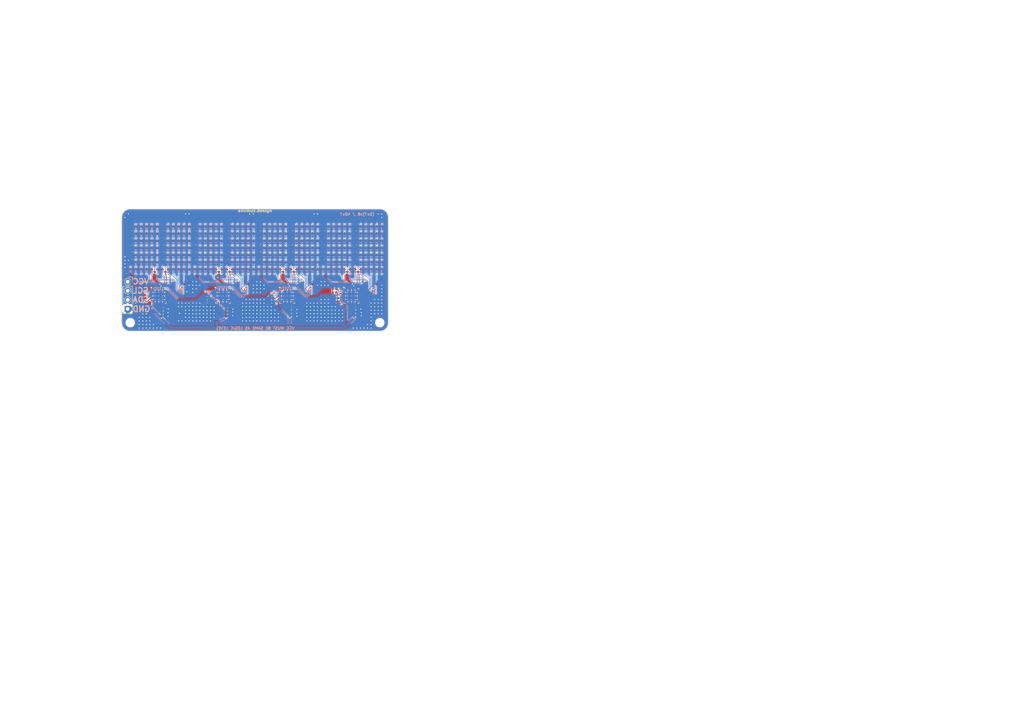
<source format=kicad_pcb>
(kicad_pcb (version 20240108) (generator "pcbnew") (generator_version "8.0")
  (layers (0 "F.Cu" signal) (31 "B.Cu" signal) (34 "B.Paste" user) (35 "F.Paste" user) (36 "B.SilkS" user "B.Silkscreen") (37 "F.SilkS" user "F.Silkscreen") (38 "B.Mask" user) (39 "F.Mask" user) (44 "Edge.Cuts" user))
  (net 0 "")
  (net 1 "VCC")
  (net 2 "GND")
  (net 3 "Net-(IC1-C_FILT)")
  (net 4 "Net-(IC1-IN)")
  (net 5 "Net-(IC2-C_FILT)")
  (net 6 "Net-(IC2-IN)")
  (net 7 "Net-(IC3-C_FILT)")
  (net 8 "Net-(IC4-C_FILT)")
  (net 9 "Net-(IC3-IN)")
  (net 10 "Net-(IC4-IN)")
  (net 11 "IC1R7")
  (net 12 "IC1C8")
  (net 13 "IC1R1")
  (net 14 "IC1C1")
  (net 15 "IC1R2")
  (net 16 "IC1R3")
  (net 17 "IC1R4")
  (net 18 "IC1R5")
  (net 19 "IC1R6")
  (net 20 "IC1C2")
  (net 21 "IC1C3")
  (net 22 "IC1C4")
  (net 23 "IC1C5")
  (net 24 "IC1C7")
  (net 25 "IC1R8")
  (net 26 "IC1C6")
  (net 27 "IC2R7")
  (net 28 "IC2C8")
  (net 29 "IC2R1")
  (net 30 "IC2C1")
  (net 31 "IC2R2")
  (net 32 "IC2R3")
  (net 33 "IC2R4")
  (net 34 "IC2R5")
  (net 35 "IC2R6")
  (net 36 "IC2C2")
  (net 37 "IC2C3")
  (net 38 "IC2C4")
  (net 39 "IC2C5")
  (net 40 "IC2C7")
  (net 41 "IC2R8")
  (net 42 "IC2C6")
  (net 43 "IC3R7")
  (net 44 "IC3C8")
  (net 45 "IC3R1")
  (net 46 "IC3C1")
  (net 47 "IC3R2")
  (net 48 "IC3R3")
  (net 49 "IC3R4")
  (net 50 "IC3R5")
  (net 51 "IC3R6")
  (net 52 "IC3C2")
  (net 53 "IC3C3")
  (net 54 "IC3C4")
  (net 55 "IC3C5")
  (net 56 "IC3C7")
  (net 57 "IC3R8")
  (net 58 "IC3C6")
  (net 59 "IC4R7")
  (net 60 "IC4C8")
  (net 61 "IC4R1")
  (net 62 "IC4C1")
  (net 63 "IC4R2")
  (net 64 "IC4R3")
  (net 65 "IC4R4")
  (net 66 "IC4R5")
  (net 67 "IC4R6")
  (net 68 "IC4C2")
  (net 69 "IC4C3")
  (net 70 "IC4C4")
  (net 71 "IC4C5")
  (net 72 "IC4C7")
  (net 73 "IC4R8")
  (net 74 "IC4C6")
  (net 75 "SDA_3V3")
  (net 76 "SCL_3V3")
  (footprint "LED_SMD:LED_0402_1005Metric" (layer "F.Cu") (at 94.725 69.925 45)
    (property "Reference" "D235" (hide yes))
    (property "Value" "LED 0402 10mA" (hide yes))
  )
  (footprint "LED_SMD:LED_0402_1005Metric" (layer "F.Cu") (at 84.225 71.925 45)
    (property "Reference" "D193" (hide yes))
    (property "Value" "LED 0402 10mA" (hide yes))
  )
  (footprint "LED_SMD:LED_0402_1005Metric" (layer "F.Cu") (at 48.225 63.925 45)
    (property "Reference" "D45" (hide yes))
    (property "Value" "LED 0402 10mA" (hide yes))
  )
  (footprint "LED_SMD:LED_0402_1005Metric" (layer "F.Cu") (at 64.725 65.925 45)
    (property "Reference" "D111" (hide yes))
    (property "Value" "LED 0402 10mA" (hide yes))
  )
  (footprint "LED_SMD:LED_0402_1005Metric" (layer "F.Cu") (at 91.725 69.925 45)
    (property "Reference" "D221" (hide yes))
    (property "Value" "LED 0402 10mA" (hide yes))
  )
  (footprint "LED_SMD:LED_0402_1005Metric" (layer "F.Cu") (at 105.225 63.925 45)
    (property "Reference" "D275" (hide yes))
    (property "Value" "LED 0402 10mA" (hide yes))
  )
  (footprint "LED_SMD:LED_0402_1005Metric" (layer "F.Cu") (at 42.225 69.925 45)
    (property "Reference" "D26" (hide yes))
    (property "Value" "LED 0402 10mA" (hide yes))
  )
  (footprint "LED_SMD:LED_0402_1005Metric" (layer "F.Cu") (at 81.225 75.925 45)
    (property "Reference" "D181" (hide yes))
    (property "Value" "LED 0402 10mA" (hide yes))
  )
  (footprint "LED_SMD:LED_0402_1005Metric" (layer "F.Cu") (at 69.225 67.925 45)
    (property "Reference" "D133" (hide yes))
    (property "Value" "LED 0402 10mA" (hide yes))
  )
  (footprint "LED_SMD:LED_0402_1005Metric" (layer "F.Cu") (at 87.225 69.925 45)
    (property "Reference" "D206" (hide yes))
    (property "Value" "LED 0402 10mA" (hide yes))
  )
  (footprint "LED_SMD:LED_0402_1005Metric" (layer "F.Cu") (at 46.725 69.925 45)
    (property "Reference" "D41" (hide yes))
    (property "Value" "LED 0402 10mA" (hide yes))
  )
  (footprint "LED_SMD:LED_0402_1005Metric" (layer "F.Cu") (at 60.225 75.925 45)
    (property "Reference" "D101" (hide yes))
    (property "Value" "LED 0402 10mA" (hide yes))
  )
  (footprint "Capacitor_SMD:C_0402_1005Metric" (layer "F.Cu") (at 63.73 88.65)
    (property "Reference" "C205" (hide yes))
    (property "Value" "0402 10uF" (hide yes))
  )
  (footprint "LED_SMD:LED_0402_1005Metric" (layer "F.Cu") (at 82.725 69.925 45)
    (property "Reference" "D185" (hide yes))
    (property "Value" "LED 0402 10mA" (hide yes))
  )
  (footprint "LED_SMD:LED_0402_1005Metric" (layer "F.Cu") (at 76.725 63.925 45)
    (property "Reference" "D160" (hide yes))
    (property "Value" "LED 0402 10mA" (hide yes))
  )
  (footprint "LED_SMD:LED_0402_1005Metric" (layer "F.Cu") (at 69.225 69.925 45)
    (property "Reference" "D134" (hide yes))
    (property "Value" "LED 0402 10mA" (hide yes))
  )
  (footprint "LED_SMD:LED_0402_1005Metric" (layer "F.Cu") (at 67.725 67.925 45)
    (property "Reference" "D126" (hide yes))
    (property "Value" "LED 0402 10mA" (hide yes))
  )
  (footprint "LED_SMD:LED_0402_1005Metric" (layer "F.Cu") (at 93.225 67.925 45)
    (property "Reference" "D227" (hide yes))
    (property "Value" "LED 0402 10mA" (hide yes))
  )
  (footprint "LED_SMD:LED_0402_1005Metric" (layer "F.Cu") (at 105.225 71.925 45)
    (property "Reference" "D279" (hide yes))
    (property "Value" "LED 0402 10mA" (hide yes))
  )
  (footprint "LED_SMD:LED_0402_1005Metric" (layer "F.Cu") (at 63.225 75.925 45)
    (property "Reference" "D109" (hide yes))
    (property "Value" "LED 0402 10mA" (hide yes))
  )
  (footprint "LED_SMD:LED_0402_1005Metric" (layer "F.Cu") (at 82.725 65.925 45)
    (property "Reference" "D183" (hide yes))
    (property "Value" "LED 0402 10mA" (hide yes))
  )
  (footprint "LED_SMD:LED_0402_1005Metric" (layer "F.Cu") (at 42.225 71.925 45)
    (property "Reference" "D27" (hide yes))
    (property "Value" "LED 0402 10mA" (hide yes))
  )
  (footprint "LED_SMD:LED_0402_1005Metric" (layer "F.Cu") (at 61.725 71.925 45)
    (property "Reference" "D106" (hide yes))
    (property "Value" "LED 0402 10mA" (hide yes))
  )
  (footprint "LED_SMD:LED_0402_1005Metric" (layer "F.Cu") (at 94.725 63.925 45)
    (property "Reference" "D232" (hide yes))
    (property "Value" "LED 0402 10mA" (hide yes))
  )
  (footprint "LED_SMD:LED_0402_1005Metric" (layer "F.Cu") (at 66.225 63.925 45)
    (property "Reference" "D117" (hide yes))
    (property "Value" "LED 0402 10mA" (hide yes))
  )
  (footprint "Capacitor_SMD:C_0402_1005Metric" (layer "F.Cu") (at 63.73 87.68)
    (property "Reference" "C204" (hide yes))
    (property "Value" "0402 1uF" (hide yes))
  )
  (footprint "LED_SMD:LED_0402_1005Metric" (layer "F.Cu") (at 73.725 69.925 45)
    (property "Reference" "D149" (hide yes))
    (property "Value" "LED 0402 10mA" (hide yes))
  )
  (footprint "LED_SMD:LED_0402_1005Metric" (layer "F.Cu") (at 57.225 65.925 45)
    (property "Reference" "D82" (hide yes))
    (property "Value" "LED 0402 10mA" (hide yes))
  )
  (footprint "LED_SMD:LED_0402_1005Metric" (layer "F.Cu") (at 37.725 69.925 45)
    (property "Reference" "D5" (hide yes))
    (property "Value" "LED 0402 10mA" (hide yes))
  )
  (footprint "LED_SMD:LED_0402_1005Metric" (layer "F.Cu") (at 51.225 75.925 45)
    (property "Reference" "D65" (hide yes))
    (property "Value" "LED 0402 10mA" (hide yes))
  )
  (footprint "LED_SMD:LED_0402_1005Metric" (layer "F.Cu") (at 48.225 71.925 45)
    (property "Reference" "D49" (hide yes))
    (property "Value" "LED 0402 10mA" (hide yes))
  )
  (footprint "LED_SMD:LED_0402_1005Metric" (layer "F.Cu") (at 85.725 75.925 45)
    (property "Reference" "D202" (hide yes))
    (property "Value" "LED 0402 10mA" (hide yes))
  )
  (footprint "LED_SMD:LED_0402_1005Metric" (layer "F.Cu") (at 37.725 63.925 45)
    (property "Reference" "D2" (hide yes))
    (property "Value" "LED 0402 10mA" (hide yes))
  )
  (footprint "LED_SMD:LED_0402_1005Metric" (layer "F.Cu") (at 76.725 69.925 45)
    (property "Reference" "D163" (hide yes))
    (property "Value" "LED 0402 10mA" (hide yes))
  )
  (footprint "LED_SMD:LED_0402_1005Metric" (layer "F.Cu") (at 79.725 71.925 45)
    (property "Reference" "D178" (hide yes))
    (property "Value" "LED 0402 10mA" (hide yes))
  )
  (footprint "LED_SMD:LED_0402_1005Metric" (layer "F.Cu") (at 93.225 69.925 45)
    (property "Reference" "D228" (hide yes))
    (property "Value" "LED 0402 10mA" (hide yes))
  )
  (footprint "LED_SMD:LED_0402_1005Metric" (layer "F.Cu") (at 102.225 67.925 45)
    (property "Reference" "D263" (hide yes))
    (property "Value" "LED 0402 10mA" (hide yes))
  )
  (footprint "LED_SMD:LED_0402_1005Metric" (layer "F.Cu") (at 67.725 69.925 45)
    (property "Reference" "D127" (hide yes))
    (property "Value" "LED 0402 10mA" (hide yes))
  )
  (footprint "LED_SMD:LED_0402_1005Metric" (layer "F.Cu") (at 46.725 65.925 45)
    (property "Reference" "D39" (hide yes))
    (property "Value" "LED 0402 10mA" (hide yes))
  )
  (footprint "LED_SMD:LED_0402_1005Metric" (layer "F.Cu") (at 66.225 65.925 45)
    (property "Reference" "D118" (hide yes))
    (property "Value" "LED 0402 10mA" (hide yes))
  )
  (footprint "LED_SMD:LED_0402_1005Metric" (layer "F.Cu") (at 75.225 73.925 45)
    (property "Reference" "D158" (hide yes))
    (property "Value" "LED 0402 10mA" (hide yes))
  )
  (footprint "LED_SMD:LED_0402_1005Metric" (layer "F.Cu") (at 43.725 63.925 45)
    (property "Reference" "D30" (hide yes))
    (property "Value" "LED 0402 10mA" (hide yes))
  )
  (footprint "LED_SMD:LED_0402_1005Metric" (layer "F.Cu") (at 42.225 67.925 45)
    (property "Reference" "D25" (hide yes))
    (property "Value" "LED 0402 10mA" (hide yes))
  )
  (footprint "Connector_PinSocket_2.54mm:PinSocket_1x04_P2.54mm_Vertical" (layer "F.Cu") (at 35.8 79.01)
    (property "Reference" "J401" (hide yes))
    (property "Value" "Conn_01x04" (hide yes))
  )
  (footprint "LED_SMD:LED_0402_1005Metric" (layer "F.Cu") (at 51.225 71.925 45)
    (property "Reference" "D63" (hide yes))
    (property "Value" "LED 0402 10mA" (hide yes))
  )
  (footprint "LED_SMD:LED_0402_1005Metric" (layer "F.Cu") (at 42.225 65.925 45)
    (property "Reference" "D24" (hide yes))
    (property "Value" "LED 0402 10mA" (hide yes))
  )
  (footprint "Capacitor_SMD:C_0402_1005Metric" (layer "F.Cu") (at 45.73 86.7)
    (property "Reference" "C101" (hide yes))
    (property "Value" "0402 0.1uF" (hide yes))
  )
  (footprint "Capacitor_SMD:C_0402_1005Metric" (layer "F.Cu") (at 40.17 84.6)
    (property "Reference" "C102" (hide yes))
    (property "Value" "0402 0.1uF" (hide yes))
  )
  (footprint "LED_SMD:LED_0402_1005Metric" (layer "F.Cu") (at 99.225 75.925 45)
    (property "Reference" "D253" (hide yes))
    (property "Value" "LED 0402 10mA" (hide yes))
  )
  (footprint "Capacitor_SMD:C_0402_1005Metric" (layer "F.Cu") (at 76.12 84.6)
    (property "Reference" "C302" (hide yes))
    (property "Value" "0402 0.1uF" (hide yes))
  )
  (footprint "Resistor_SMD:R_0402_1005Metric" (layer "F.Cu") (at 93.75 81 180)
    (property "Reference" "R402" (hide yes))
    (property "Value" "4.7K 0402" (hide yes))
  )
  (footprint "LED_SMD:LED_0402_1005Metric" (layer "F.Cu") (at 102.225 75.925 45)
    (property "Reference" "D267" (hide yes))
    (property "Value" "LED 0402 10mA" (hide yes))
  )
  (footprint "LED_SMD:LED_0402_1005Metric" (layer "F.Cu") (at 105.225 65.925 45)
    (property "Reference" "D276" (hide yes))
    (property "Value" "LED 0402 10mA" (hide yes))
  )
  (footprint "LED_SMD:LED_0402_1005Metric" (layer "F.Cu") (at 55.725 69.925 45)
    (property "Reference" "D77" (hide yes))
    (property "Value" "LED 0402 10mA" (hide yes))
  )
  (footprint "LED_SMD:LED_0402_1005Metric" (layer "F.Cu") (at 70.725 73.925 45)
    (property "Reference" "D143" (hide yes))
    (property "Value" "LED 0402 10mA" (hide yes))
  )
  (footprint "LED_SMD:LED_0402_1005Metric" (layer "F.Cu") (at 39.225 71.925 45)
    (property "Reference" "D13" (hide yes))
    (property "Value" "LED 0402 10mA" (hide yes))
  )
  (footprint "LED_SMD:LED_0402_1005Metric" (layer "F.Cu") (at 70.725 71.925 45)
    (property "Reference" "D142" (hide yes))
    (property "Value" "LED 0402 10mA" (hide yes))
  )
  (footprint "LED_SMD:LED_0402_1005Metric" (layer "F.Cu") (at 70.725 65.925 45)
    (property "Reference" "D139" (hide yes))
    (property "Value" "LED 0402 10mA" (hide yes))
  )
  (footprint "Capacitor_SMD:C_0402_1005Metric" (layer "F.Cu") (at 94.22 83.6)
    (property "Reference" "C403" (hide yes))
    (property "Value" "0402 0.22uF" (hide yes))
  )
  (footprint "LED_SMD:LED_0402_1005Metric" (layer "F.Cu") (at 57.225 73.925 45)
    (property "Reference" "D86" (hide yes))
    (property "Value" "LED 0402 10mA" (hide yes))
  )
  (footprint "LED_SMD:LED_0402_1005Metric" (layer "F.Cu") (at 64.725 67.925 45)
    (property "Reference" "D112" (hide yes))
    (property "Value" "LED 0402 10mA" (hide yes))
  )
  (footprint "LED_SMD:LED_0402_1005Metric" (layer "F.Cu") (at 75.225 65.925 45)
    (property "Reference" "D154" (hide yes))
    (property "Value" "LED 0402 10mA" (hide yes))
  )
  (footprint "LED_SMD:LED_0402_1005Metric" (layer "F.Cu") (at 105.225 69.925 45)
    (property "Reference" "D278" (hide yes))
    (property "Value" "LED 0402 10mA" (hide yes))
  )
  (footprint "LED_SMD:LED_0402_1005Metric" (layer "F.Cu") (at 46.725 75.925 45)
    (property "Reference" "D44" (hide yes))
    (property "Value" "LED 0402 10mA" (hide yes))
  )
  (footprint "LED_SMD:LED_0402_1005Metric" (layer "F.Cu") (at 93.225 71.925 45)
    (property "Reference" "D229" (hide yes))
    (property "Value" "LED 0402 10mA" (hide yes))
  )
  (footprint "LED_SMD:LED_0402_1005Metric" (layer "F.Cu") (at 54.225 75.925 45)
    (property "Reference" "D73" (hide yes))
    (property "Value" "LED 0402 10mA" (hide yes))
  )
  (footprint "LED_SMD:LED_0402_1005Metric" (layer "F.Cu") (at 79.725 63.925 45)
    (property "Reference" "D174" (hide yes))
    (property "Value" "LED 0402 10mA" (hide yes))
  )
  (footprint "Capacitor_SMD:C_0402_1005Metric" (layer "F.Cu") (at 40.17 83.63)
    (property "Reference" "C103" (hide yes))
    (property "Value" "0402 0.22uF" (hide yes))
  )
  (footprint "LED_SMD:LED_0402_1005Metric" (layer "F.Cu") (at 100.725 69.925 45)
    (property "Reference" "D257" (hide yes))
    (property "Value" "LED 0402 10mA" (hide yes))
  )
  (footprint "LED_SMD:LED_0402_1005Metric" (layer "F.Cu") (at 105.225 67.925 45)
    (property "Reference" "D277" (hide yes))
    (property "Value" "LED 0402 10mA" (hide yes))
  )
  (footprint "LED_SMD:LED_0402_1005Metric" (layer "F.Cu") (at 106.725 69.925 45)
    (property "Reference" "D285" (hide yes))
    (property "Value" "LED 0402 10mA" (hide yes))
  )
  (footprint "LED_SMD:LED_0402_1005Metric" (layer "F.Cu") (at 84.225 67.925 45)
    (property "Reference" "D191" (hide yes))
    (property "Value" "LED 0402 10mA" (hide yes))
  )
  (footprint "LED_SMD:LED_0402_1005Metric" (layer "F.Cu") (at 39.225 63.925 45)
    (property "Reference" "D9" (hide yes))
    (property "Value" "LED 0402 10mA" (hide yes))
  )
  (footprint "LED_SMD:LED_0402_1005Metric" (layer "F.Cu") (at 52.725 75.925 45)
    (property "Reference" "D72" (hide yes))
    (property "Value" "LED 0402 10mA" (hide yes))
  )
  (footprint "LED_SMD:LED_0402_1005Metric" (layer "F.Cu") (at 106.725 71.925 45)
    (property "Reference" "D286" (hide yes))
    (property "Value" "LED 0402 10mA" (hide yes))
  )
  (footprint "Resistor_SMD:R_0402_1005Metric" (layer "F.Cu") (at 93.75 82 180)
    (property "Reference" "R401" (hide yes))
    (property "Value" "4.7K 0402" (hide yes))
  )
  (footprint "LED_SMD:LED_0402_1005Metric" (layer "F.Cu") (at 43.725 65.925 45)
    (property "Reference" "D31" (hide yes))
    (property "Value" "LED 0402 10mA" (hide yes))
  )
  (footprint "LED_SMD:LED_0402_1005Metric" (layer "F.Cu") (at 51.225 73.925 45)
    (property "Reference" "D64" (hide yes))
    (property "Value" "LED 0402 10mA" (hide yes))
  )
  (footprint "LED_SMD:LED_0402_1005Metric" (layer "F.Cu") (at 49.725 73.925 45)
    (property "Reference" "D57" (hide yes))
    (property "Value" "LED 0402 10mA" (hide yes))
  )
  (footprint "LED_SMD:LED_0402_1005Metric" (layer "F.Cu") (at 106.725 75.925 45)
    (property "Reference" "D288" (hide yes))
    (property "Value" "LED 0402 10mA" (hide yes))
  )
  (footprint "LED_SMD:LED_0402_1005Metric" (layer "F.Cu") (at 64.725 71.925 45)
    (property "Reference" "D114" (hide yes))
    (property "Value" "LED 0402 10mA" (hide yes))
  )
  (footprint "LED_SMD:LED_0402_1005Metric" (layer "F.Cu") (at 61.725 65.925 45)
    (property "Reference" "D103" (hide yes))
    (property "Value" "LED 0402 10mA" (hide yes))
  )
  (footprint "LED_SMD:LED_0402_1005Metric" (layer "F.Cu") (at 87.225 63.925 45)
    (property "Reference" "D203" (hide yes))
    (property "Value" "LED 0402 10mA" (hide yes))
  )
  (footprint "Capacitor_SMD:C_0402_1005Metric" (layer "F.Cu") (at 81.68 88.4)
    (property "Reference" "C301" (hide yes))
    (property "Value" "0402 0.1uF" (hide yes))
  )
  (footprint "LED_SMD:LED_0402_1005Metric" (layer "F.Cu") (at 64.725 69.925 45)
    (property "Reference" "D113" (hide yes))
    (property "Value" "LED 0402 10mA" (hide yes))
  )
  (footprint "LED_SMD:LED_0402_1005Metric" (layer "F.Cu") (at 40.725 65.925 45)
    (property "Reference" "D17" (hide yes))
    (property "Value" "LED 0402 10mA" (hide yes))
  )
  (footprint "LED_SMD:LED_0402_1005Metric" (layer "F.Cu") (at 85.725 65.925 45)
    (property "Reference" "D197" (hide yes))
    (property "Value" "LED 0402 10mA" (hide yes))
  )
  (footprint "LED_SMD:LED_0402_1005Metric" (layer "F.Cu") (at 67.725 73.925 45)
    (property "Reference" "D129" (hide yes))
    (property "Value" "LED 0402 10mA" (hide yes))
  )
  (footprint "LED_SMD:LED_0402_1005Metric" (layer "F.Cu") (at 91.725 75.925 45)
    (property "Reference" "D224" (hide yes))
    (property "Value" "LED 0402 10mA" (hide yes))
  )
  (footprint "LED_SMD:LED_0402_1005Metric" (layer "F.Cu") (at 49.725 63.925 45)
    (property "Reference" "D52" (hide yes))
    (property "Value" "LED 0402 10mA" (hide yes))
  )
  (footprint "LED_SMD:LED_0402_1005Metric" (layer "F.Cu") (at 58.725 75.925 45)
    (property "Reference" "D94" (hide yes))
    (property "Value" "LED 0402 10mA" (hide yes))
  )
  (footprint "LED_SMD:LED_0402_1005Metric" (layer "F.Cu") (at 48.225 73.925 45)
    (property "Reference" "D50" (hide yes))
    (property "Value" "LED 0402 10mA" (hide yes))
  )
  (footprint "LED_SMD:LED_0402_1005Metric" (layer "F.Cu") (at 85.725 73.925 45)
    (property "Reference" "D201" (hide yes))
    (property "Value" "LED 0402 10mA" (hide yes))
  )
  (footprint "LED_SMD:LED_0402_1005Metric" (layer "F.Cu") (at 67.725 65.925 45)
    (property "Reference" "D125" (hide yes))
    (property "Value" "LED 0402 10mA" (hide yes))
  )
  (footprint "LED_SMD:LED_0402_1005Metric" (layer "F.Cu") (at 61.725 73.925 45)
    (property "Reference" "D107" (hide yes))
    (property "Value" "LED 0402 10mA" (hide yes))
  )
  (footprint "LED_SMD:LED_0402_1005Metric" (layer "F.Cu") (at 75.225 75.925 45)
    (property "Reference" "D159" (hide yes))
    (property "Value" "LED 0402 10mA" (hide yes))
  )
  (footprint "LED_SMD:LED_0402_1005Metric" (layer "F.Cu") (at 55.725 71.925 45)
    (property "Reference" "D78" (hide yes))
    (property "Value" "LED 0402 10mA" (hide yes))
  )
  (footprint "LED_SMD:LED_0402_1005Metric" (layer "F.Cu") (at 96.225 75.925 45)
    (property "Reference" "D245" (hide yes))
    (property "Value" "LED 0402 10mA" (hide yes))
  )
  (footprint "LED_SMD:LED_0402_1005Metric" (layer "F.Cu") (at 105.225 73.925 45)
    (property "Reference" "D280" (hide yes))
    (property "Value" "LED 0402 10mA" (hide yes))
  )
  (footprint "Capacitor_SMD:C_0402_1005Metric" (layer "F.Cu") (at 58.14 83.58)
    (property "Reference" "C203" (hide yes))
    (property "Value" "0402 0.22uF" (hide yes))
  )
  (footprint "LED_SMD:LED_0402_1005Metric" (layer "F.Cu") (at 78.225 71.925 45)
    (property "Reference" "D171" (hide yes))
    (property "Value" "LED 0402 10mA" (hide yes))
  )
  (footprint "LED_SMD:LED_0402_1005Metric" (layer "F.Cu") (at 55.725 73.925 45)
    (property "Reference" "D79" (hide yes))
    (property "Value" "LED 0402 10mA" (hide yes))
  )
  (footprint "LED_SMD:LED_0402_1005Metric" (layer "F.Cu") (at 51.225 65.925 45)
    (property "Reference" "D60" (hide yes))
    (property "Value" "LED 0402 10mA" (hide yes))
  )
  (footprint "LED_SMD:LED_0402_1005Metric" (layer "F.Cu") (at 84.225 63.925 45)
    (property "Reference" "D189" (hide yes))
    (property "Value" "LED 0402 10mA" (hide yes))
  )
  (footprint "LED_SMD:LED_0402_1005Metric" (layer "F.Cu") (at 46.725 63.925 45)
    (property "Reference" "D38" (hide yes))
    (property "Value" "LED 0402 10mA" (hide yes))
  )
  (footprint "LED_SMD:LED_0402_1005Metric" (layer "F.Cu") (at 94.725 75.925 45)
    (property "Reference" "D238" (hide yes))
    (property "Value" "LED 0402 10mA" (hide yes))
  )
  (footprint "LED_SMD:LED_0402_1005Metric" (layer "F.Cu") (at 40.725 63.925 45)
    (property "Reference" "D16" (hide yes))
    (property "Value" "LED 0402 10mA" (hide yes))
  )
  (footprint "LED_SMD:LED_0402_1005Metric" (layer "F.Cu") (at 57.225 69.925 45)
    (property "Reference" "D84" (hide yes))
    (property "Value" "LED 0402 10mA" (hide yes))
  )
  (footprint "LED_SMD:LED_0402_1005Metric" (layer "F.Cu") (at 94.725 73.925 45)
    (property "Reference" "D237" (hide yes))
    (property "Value" "LED 0402 10mA" (hide yes))
  )
  (footprint "LED_SMD:LED_0402_1005Metric" (layer "F.Cu") (at 93.225 63.925 45)
    (property "Reference" "D225" (hide yes))
    (property "Value" "LED 0402 10mA" (hide yes))
  )
  (footprint "LED_SMD:LED_0402_1005Metric" (layer "F.Cu") (at 87.225 67.925 45)
    (property "Reference" "D205" (hide yes))
    (property "Value" "LED 0402 10mA" (hide yes))
  )
  (footprint "LED_SMD:LED_0402_1005Metric" (layer "F.Cu") (at 84.225 75.925 45)
    (property "Reference" "D195" (hide yes))
    (property "Value" "LED 0402 10mA" (hide yes))
  )
  (footprint "LED_SMD:LED_0402_1005Metric" (layer "F.Cu") (at 58.725 69.925 45)
    (property "Reference" "D91" (hide yes))
    (property "Value" "LED 0402 10mA" (hide yes))
  )
  (footprint "LED_SMD:LED_0402_1005Metric" (layer "F.Cu") (at 102.225 73.925 45)
    (property "Reference" "D266" (hide yes))
    (property "Value" "LED 0402 10mA" (hide yes))
  )
  (footprint "LED_SMD:LED_0402_1005Metric" (layer "F.Cu") (at 91.725 71.925 45)
    (property "Reference" "D222" (hide yes))
    (property "Value" "LED 0402 10mA" (hide yes))
  )
  (footprint "LED_SMD:LED_0402_1005Metric" (layer "F.Cu") (at 52.725 69.925 45)
    (property "Reference" "D69" (hide yes))
    (property "Value" "LED 0402 10mA" (hide yes))
  )
  (footprint "LED_SMD:LED_0402_1005Metric" (layer "F.Cu") (at 43.725 75.925 45)
    (property "Reference" "D36" (hide yes))
    (property "Value" "LED 0402 10mA" (hide yes))
  )
  (footprint "LED_SMD:LED_0402_1005Metric" (layer "F.Cu") (at 79.725 67.925 45)
    (property "Reference" "D176" (hide yes))
    (property "Value" "LED 0402 10mA" (hide yes))
  )
  (footprint "LED_SMD:LED_0402_1005Metric" (layer "F.Cu") (at 40.725 75.925 45)
    (property "Reference" "D22" (hide yes))
    (property "Value" "LED 0402 10mA" (hide yes))
  )
  (footprint "LED_SMD:LED_0402_1005Metric" (layer "F.Cu") (at 76.725 75.925 45)
    (property "Reference" "D166" (hide yes))
    (property "Value" "LED 0402 10mA" (hide yes))
  )
  (footprint "LED_SMD:LED_0402_1005Metric" (layer "F.Cu") (at 88.725 69.925 45)
    (property "Reference" "D213" (hide yes))
    (property "Value" "LED 0402 10mA" (hide yes))
  )
  (footprint "LED_SMD:LED_0402_1005Metric" (layer "F.Cu") (at 69.225 63.925 45)
    (property "Reference" "D131" (hide yes))
    (property "Value" "LED 0402 10mA" (hide yes))
  )
  (footprint "LED_SMD:LED_0402_1005Metric" (layer "F.Cu") (at 97.725 69.925 45)
    (property "Reference" "D249" (hide yes))
    (property "Value" "LED 0402 10mA" (hide yes))
  )
  (footprint "LED_SMD:LED_0402_1005Metric" (layer "F.Cu") (at 49.725 75.925 45)
    (property "Reference" "D58" (hide yes))
    (property "Value" "LED 0402 10mA" (hide yes))
  )
  (footprint "LED_SMD:LED_0402_1005Metric" (layer "F.Cu") (at 42.225 63.925 45)
    (property "Reference" "D23" (hide yes))
    (property "Value" "LED 0402 10mA" (hide yes))
  )
  (footprint "LED_SMD:LED_0402_1005Metric" (layer "F.Cu") (at 103.725 75.925 45)
    (property "Reference" "D274" (hide yes))
    (property "Value" "LED 0402 10mA" (hide yes))
  )
  (footprint "LED_SMD:LED_0402_1005Metric" (layer "F.Cu") (at 48.225 65.925 45)
    (property "Reference" "D46" (hide yes))
    (property "Value" "LED 0402 10mA" (hide yes))
  )
  (footprint "LED_SMD:LED_0402_1005Metric" (layer "F.Cu") (at 55.725 65.925 45)
    (property "Reference" "D75" (hide yes))
    (property "Value" "LED 0402 10mA" (hide yes))
  )
  (footprint "LED_SMD:LED_0402_1005Metric" (layer "F.Cu") (at 88.725 65.925 45)
    (property "Reference" "D211" (hide yes))
    (property "Value" "LED 0402 10mA" (hide yes))
  )
  (footprint "LED_SMD:LED_0402_1005Metric" (layer "F.Cu") (at 78.225 67.925 45)
    (property "Reference" "D169" (hide yes))
    (property "Value" "LED 0402 10mA" (hide yes))
  )
  (footprint "LED_SMD:LED_0402_1005Metric" (layer "F.Cu") (at 57.225 75.925 45)
    (property "Reference" "D87" (hide yes))
    (property "Value" "LED 0402 10mA" (hide yes))
  )
  (footprint "LED_SMD:LED_0402_1005Metric" (layer "F.Cu") (at 69.225 73.925 45)
    (property "Reference" "D136" (hide yes))
    (property "Value" "LED 0402 10mA" (hide yes))
  )
  (footprint "LED_SMD:LED_0402_1005Metric" (layer "F.Cu") (at 58.725 73.925 45)
    (property "Reference" "D93" (hide yes))
    (property "Value" "LED 0402 10mA" (hide yes))
  )
  (footprint "LED_SMD:LED_0402_1005Metric" (layer "F.Cu") (at 60.225 65.925 45)
    (property "Reference" "D96" (hide yes))
    (property "Value" "LED 0402 10mA" (hide yes))
  )
  (footprint "LED_SMD:LED_0402_1005Metric" (layer "F.Cu") (at 66.225 71.925 45)
    (property "Reference" "D121" (hide yes))
    (property "Value" "LED 0402 10mA" (hide yes))
  )
  (footprint "Capacitor_SMD:C_0402_1005Metric" (layer "F.Cu") (at 45.73 88.65)
    (property "Reference" "C105" (hide yes))
    (property "Value" "0402 10uF" (hide yes))
  )
  (footprint "LED_SMD:LED_0402_1005Metric" (layer "F.Cu") (at 70.725 69.925 45)
    (property "Reference" "D141" (hide yes))
    (property "Value" "LED 0402 10mA" (hide yes))
  )
  (footprint "LED_SMD:LED_0402_1005Metric" (layer "F.Cu") (at 76.725 67.925 45)
    (property "Reference" "D162" (hide yes))
    (property "Value" "LED 0402 10mA" (hide yes))
  )
  (footprint "LED_SMD:LED_0402_1005Metric" (layer "F.Cu") (at 79.725 69.925 45)
    (property "Reference" "D177" (hide yes))
    (property "Value" "LED 0402 10mA" (hide yes))
  )
  (footprint "LED_SMD:LED_0402_1005Metric" (layer "F.Cu") (at 106.725 67.925 45)
    (property "Reference" "D284" (hide yes))
    (property "Value" "LED 0402 10mA" (hide yes))
  )
  (footprint "LED_SMD:LED_0402_1005Metric" (layer "F.Cu") (at 48.225 69.925 45)
    (property "Reference" "D48" (hide yes))
    (property "Value" "LED 0402 10mA" (hide yes))
  )
  (footprint "LED_SMD:LED_0402_1005Metric" (layer "F.Cu") (at 66.225 69.925 45)
    (property "Reference" "D120" (hide yes))
    (property "Value" "LED 0402 10mA" (hide yes))
  )
  (footprint "LED_SMD:LED_0402_1005Metric" (layer "F.Cu") (at 58.725 71.925 45)
    (property "Reference" "D92" (hide yes))
    (property "Value" "LED 0402 10mA" (hide yes))
  )
  (footprint "LED_SMD:LED_0402_1005Metric" (layer "F.Cu") (at 60.225 71.925 45)
    (property "Reference" "D99" (hide yes))
    (property "Value" "LED 0402 10mA" (hide yes))
  )
  (footprint "LED_SMD:LED_0402_1005Metric" (layer "F.Cu") (at 78.225 63.925 45)
    (property "Reference" "D167" (hide yes))
    (property "Value" "LED 0402 10mA" (hide yes))
  )
  (footprint "LED_SMD:LED_0402_1005Metric" (layer "F.Cu") (at 103.725 69.925 45)
    (property "Reference" "D271" (hide yes))
    (property "Value" "LED 0402 10mA" (hide yes))
  )
  (footprint "LED_SMD:LED_0402_1005Metric" (layer "F.Cu") (at 51.225 67.925 45)
    (property "Reference" "D61" (hide yes))
    (property "Value" "LED 0402 10mA" (hide yes))
  )
  (footprint "LED_SMD:LED_0402_1005Metric" (layer "F.Cu") (at 96.225 69.925 45)
    (property "Reference" "D242" (hide yes))
    (property "Value" "LED 0402 10mA" (hide yes))
  )
  (footprint "LED_SMD:LED_0402_1005Metric" (layer "F.Cu") (at 39.225 73.925 45)
    (property "Reference" "D14" (hide yes))
    (property "Value" "LED 0402 10mA" (hide yes))
  )
  (footprint "LED_SMD:LED_0402_1005Metric" (layer "F.Cu") (at 58.725 67.925 45)
    (property "Reference" "D90" (hide yes))
    (property "Value" "LED 0402 10mA" (hide yes))
  )
  (footprint "LED_SMD:LED_0402_1005Metric" (layer "F.Cu") (at 73.725 65.925 45)
    (property "Reference" "D147" (hide yes))
    (property "Value" "LED 0402 10mA" (hide yes))
  )
  (footprint "LED_SMD:LED_0402_1005Metric" (layer "F.Cu") (at 82.725 63.925 45)
    (property "Reference" "D182" (hide yes))
    (property "Value" "LED 0402 10mA" (hide yes))
  )
  (footprint "LED_SMD:LED_0402_1005Metric" (layer "F.Cu") (at 84.225 69.925 45)
    (property "Reference" "D192" (hide yes))
    (property "Value" "LED 0402 10mA" (hide yes))
  )
  (footprint "LED_SMD:LED_0402_1005Metric" (layer "F.Cu") (at 94.725 65.925 45)
    (property "Reference" "D233" (hide yes))
    (property "Value" "LED 0402 10mA" (hide yes))
  )
  (footprint "LED_SMD:LED_0402_1005Metric" (layer "F.Cu") (at 52.725 63.925 45)
    (property "Reference" "D66" (hide yes))
    (property "Value" "LED 0402 10mA" (hide yes))
  )
  (footprint "MountingHole:MountingHole_2.2mm_M2" (layer "F.Cu") (at 36.5 90.5)
    (property "Reference" "H1" (hide yes))
    (property "Value" "MountHole" (hide yes))
  )
  (footprint "LED_SMD:LED_0402_1005Metric" (layer "F.Cu") (at 78.225 65.925 45)
    (property "Reference" "D168" (hide yes))
    (property "Value" "LED 0402 10mA" (hide yes))
  )
  (footprint "LED_SMD:LED_0402_1005Metric" (layer "F.Cu") (at 76.725 71.925 45)
    (property "Reference" "D164" (hide yes))
    (property "Value" "LED 0402 10mA" (hide yes))
  )
  (footprint "LED_SMD:LED_0402_1005Metric" (layer "F.Cu") (at 100.725 65.925 45)
    (property "Reference" "D255" (hide yes))
    (property "Value" "LED 0402 10mA" (hide yes))
  )
  (footprint "LED_SMD:LED_0402_1005Metric" (layer "F.Cu") (at 58.725 63.925 45)
    (property "Reference" "D88" (hide yes))
    (property "Value" "LED 0402 10mA" (hide yes))
  )
  (footprint "Capacitor_SMD:C_0402_1005Metric" (layer "F.Cu") (at 94.22 84.6)
    (property "Reference" "C402" (hide yes))
    (property "Value" "0402 0.1uF" (hide yes))
  )
  (footprint "LED_SMD:LED_0402_1005Metric" (layer "F.Cu") (at 106.725 73.925 45)
    (property "Reference" "D287" (hide yes))
    (property "Value" "LED 0402 10mA" (hide yes))
  )
  (footprint "Capacitor_SMD:C_0402_1005Metric" (layer "F.Cu") (at 81.68 86.4)
    (property "Reference" "C305" (hide yes))
    (property "Value" "0402 10uF" (hide yes))
  )
  (footprint "Package_DFN_QFN:QFN-24-1EP_4x4mm_P0.5mm_EP2.6x2.6mm_ThermalVias" (layer "F.Cu") (at 98.5 83)
    (property "Reference" "IC4" (hide yes))
    (property "Value" "IS31FL3730-QFLS2-TR" (hide yes))
  )
  (footprint "LED_SMD:LED_0402_1005Metric" (layer "F.Cu") (at 79.725 75.925 45)
    (property "Reference" "D180" (hide yes))
    (property "Value" "LED 0402 10mA" (hide yes))
  )
  (footprint "LED_SMD:LED_0402_1005Metric" (layer "F.Cu") (at 64.725 73.925 45)
    (property "Reference" "D115" (hide yes))
    (property "Value" "LED 0402 10mA" (hide yes))
  )
  (footprint "LED_SMD:LED_0402_1005Metric" (layer "F.Cu") (at 48.225 67.925 45)
    (property "Reference" "D47" (hide yes))
    (property "Value" "LED 0402 10mA" (hide yes))
  )
  (footprint "LED_SMD:LED_0402_1005Metric" (layer "F.Cu") (at 37.725 75.925 45)
    (property "Reference" "D8" (hide yes))
    (property "Value" "LED 0402 10mA" (hide yes))
  )
  (footprint "LED_SMD:LED_0402_1005Metric" (layer "F.Cu") (at 60.225 67.925 45)
    (property "Reference" "D97" (hide yes))
    (property "Value" "LED 0402 10mA" (hide yes))
  )
  (footprint "LED_SMD:LED_0402_1005Metric" (layer "F.Cu") (at 88.725 75.925 45)
    (property "Reference" "D216" (hide yes))
    (property "Value" "LED 0402 10mA" (hide yes))
  )
  (footprint "LED_SMD:LED_0402_1005Metric" (layer "F.Cu") (at 97.725 63.925 45)
    (property "Reference" "D246" (hide yes))
    (property "Value" "LED 0402 10mA" (hide yes))
  )
  (footprint "LED_SMD:LED_0402_1005Metric" (layer "F.Cu") (at 78.225 75.925 45)
    (property "Reference" "D173" (hide yes))
    (property "Value" "LED 0402 10mA" (hide yes))
  )
  (footprint "Capacitor_SMD:C_0402_1005Metric" (layer "F.Cu") (at 99.7 87.4)
    (property "Reference" "C404" (hide yes))
    (property "Value" "0402 1uF" (hide yes))
  )
  (footprint "LED_SMD:LED_0402_1005Metric" (layer "F.Cu") (at 88.725 73.925 45)
    (property "Reference" "D215" (hide yes))
    (property "Value" "LED 0402 10mA" (hide yes))
  )
  (footprint "LED_SMD:LED_0402_1005Metric" (layer "F.Cu") (at 93.225 65.925 45)
    (property "Reference" "D226" (hide yes))
    (property "Value" "LED 0402 10mA" (hide yes))
  )
  (footprint "LED_SMD:LED_0402_1005Metric" (layer "F.Cu") (at 102.225 65.925 45)
    (property "Reference" "D262" (hide yes))
    (property "Value" "LED 0402 10mA" (hide yes))
  )
  (footprint "LED_SMD:LED_0402_1005Metric" (layer "F.Cu") (at 39.225 65.925 45)
    (property "Reference" "D10" (hide yes))
    (property "Value" "LED 0402 10mA" (hide yes))
  )
  (footprint "LED_SMD:LED_0402_1005Metric" (layer "F.Cu") (at 88.725 63.925 45)
    (property "Reference" "D210" (hide yes))
    (property "Value" "LED 0402 10mA" (hide yes))
  )
  (footprint "LED_SMD:LED_0402_1005Metric" (layer "F.Cu") (at 87.225 71.925 45)
    (property "Reference" "D207" (hide yes))
    (property "Value" "LED 0402 10mA" (hide yes))
  )
  (footprint "LED_SMD:LED_0402_1005Metric" (layer "F.Cu") (at 82.725 75.925 45)
    (property "Reference" "D188" (hide yes))
    (property "Value" "LED 0402 10mA" (hide yes))
  )
  (footprint "LED_SMD:LED_0402_1005Metric" (layer "F.Cu") (at 61.725 69.925 45)
    (property "Reference" "D105" (hide yes))
    (property "Value" "LED 0402 10mA" (hide yes))
  )
  (footprint "LED_SMD:LED_0402_1005Metric" (layer "F.Cu") (at 97.725 67.925 45)
    (property "Reference" "D248" (hide yes))
    (property "Value" "LED 0402 10mA" (hide yes))
  )
  (footprint "LED_SMD:LED_0402_1005Metric" (layer "F.Cu") (at 103.725 73.925 45)
    (property "Reference" "D273" (hide yes))
    (property "Value" "LED 0402 10mA" (hide yes))
  )
  (footprint "LED_SMD:LED_0402_1005Metric" (layer "F.Cu") (at 67.725 75.925 45)
    (property "Reference" "D130" (hide yes))
    (property "Value" "LED 0402 10mA" (hide yes))
  )
  (footprint "LED_SMD:LED_0402_1005Metric" (layer "F.Cu") (at 66.225 67.925 45)
    (property "Reference" "D119" (hide yes))
    (property "Value" "LED 0402 10mA" (hide yes))
  )
  (footprint "LED_SMD:LED_0402_1005Metric" (layer "F.Cu") (at 87.225 73.925 45)
    (property "Reference" "D208" (hide yes))
    (property "Value" "LED 0402 10mA" (hide yes))
  )
  (footprint "LED_SMD:LED_0402_1005Metric" (layer "F.Cu") (at 102.225 63.925 45)
    (property "Reference" "D261" (hide yes))
    (property "Value" "LED 0402 10mA" (hide yes))
  )
  (footprint "LED_SMD:LED_0402_1005Metric" (layer "F.Cu") (at 96.225 67.925 45)
    (property "Reference" "D241" (hide yes))
    (property "Value" "LED 0402 10mA" (hide yes))
  )
  (footprint "LED_SMD:LED_0402_1005Metric" (layer "F.Cu") (at 57.225 67.925 45)
    (property "Reference" "D83" (hide yes))
    (property "Value" "LED 0402 10mA" (hide yes))
  )
  (footprint "LED_SMD:LED_0402_1005Metric" (layer "F.Cu") (at 55.725 67.925 45)
    (property "Reference" "D76" (hide yes))
    (property "Value" "LED 0402 10mA" (hide yes))
  )
  (footprint "LED_SMD:LED_0402_1005Metric" (layer "F.Cu") (at 73.725 71.925 45)
    (property "Reference" "D150" (hide yes))
    (property "Value" "LED 0402 10mA" (hide yes))
  )
  (footprint "Package_DFN_QFN:QFN-24-1EP_4x4mm_P0.5mm_EP2.6x2.6mm_ThermalVias" (layer "F.Cu") (at 62.5 83)
    (property "Reference" "IC2" (hide yes))
    (property "Value" "IS31FL3730-QFLS2-TR" (hide yes))
  )
  (footprint "LED_SMD:LED_0402_1005Metric" (layer "F.Cu") (at 49.725 65.925 45)
    (property "Reference" "D53" (hide yes))
    (property "Value" "LED 0402 10mA" (hide yes))
  )
  (footprint "LED_SMD:LED_0402_1005Metric" (layer "F.Cu") (at 85.725 71.925 45)
    (property "Reference" "D200" (hide yes))
    (property "Value" "LED 0402 10mA" (hide yes))
  )
  (footprint "LED_SMD:LED_0402_1005Metric" (layer "F.Cu") (at 67.725 63.925 45)
    (property "Reference" "D124" (hide yes))
    (property "Value" "LED 0402 10mA" (hide yes))
  )
  (footprint "LED_SMD:LED_0402_1005Metric" (layer "F.Cu") (at 97.725 75.925 45)
    (property "Reference" "D252" (hide yes))
    (property "Value" "LED 0402 10mA" (hide yes))
  )
  (footprint "LED_SMD:LED_0402_1005Metric" (layer "F.Cu") (at 94.725 67.925 45)
    (property "Reference" "D234" (hide yes))
    (property "Value" "LED 0402 10mA" (hide yes))
  )
  (footprint "LED_SMD:LED_0402_1005Metric" (layer "F.Cu") (at 78.225 69.925 45)
    (property "Reference" "D170" (hide yes))
    (property "Value" "LED 0402 10mA" (hide yes))
  )
  (footprint "LED_SMD:LED_0402_1005Metric" (layer "F.Cu") (at 57.225 63.925 45)
    (property "Reference" "D81" (hide yes))
    (property "Value" "LED 0402 10mA" (hide yes))
  )
  (footprint "LED_SMD:LED_0402_1005Metric" (layer "F.Cu") (at 100.725 63.925 45)
    (property "Reference" "D254" (hide yes))
    (property "Value" "LED 0402 10mA" (hide yes))
  )
  (footprint "LED_SMD:LED_0402_1005Metric" (layer "F.Cu") (at 91.725 73.925 45)
    (property "Reference" "D223" (hide yes))
    (property "Value" "LED 0402 10mA" (hide yes))
  )
  (footprint "LED_SMD:LED_0402_1005Metric" (layer "F.Cu") (at 93.225 73.925 45)
    (property "Reference" "D230" (hide yes))
    (property "Value" "LED 0402 10mA" (hide yes))
  )
  (footprint "LED_SMD:LED_0402_1005Metric" (layer "F.Cu") (at 75.225 71.925 45)
    (property "Reference" "D157" (hide yes))
    (property "Value" "LED 0402 10mA" (hide yes))
  )
  (footprint "LED_SMD:LED_0402_1005Metric" (layer "F.Cu") (at 85.725 69.925 45)
    (property "Reference" "D199" (hide yes))
    (property "Value" "LED 0402 10mA" (hide yes))
  )
  (footprint "LED_SMD:LED_0402_1005Metric" (layer "F.Cu") (at 60.225 69.925 45)
    (property "Reference" "D98" (hide yes))
    (property "Value" "LED 0402 10mA" (hide yes))
  )
  (footprint "LED_SMD:LED_0402_1005Metric" (layer "F.Cu") (at 57.225 71.925 45)
    (property "Reference" "D85" (hide yes))
    (property "Value" "LED 0402 10mA" (hide yes))
  )
  (footprint "LED_SMD:LED_0402_1005Metric" (layer "F.Cu") (at 43.725 71.925 45)
    (property "Reference" "D34" (hide yes))
    (property "Value" "LED 0402 10mA" (hide yes))
  )
  (footprint "LED_SMD:LED_0402_1005Metric" (layer "F.Cu") (at 49.725 67.925 45)
    (property "Reference" "D54" (hide yes))
    (property "Value" "LED 0402 10mA" (hide yes))
  )
  (footprint "Capacitor_SMD:C_0402_1005Metric" (layer "F.Cu") (at 81.68 87.4)
    (property "Reference" "C304" (hide yes))
    (property "Value" "0402 1uF" (hide yes))
  )
  (footprint "Capacitor_SMD:C_0402_1005Metric" (layer "F.Cu") (at 99.7 88.4)
    (property "Reference" "C401" (hide yes))
    (property "Value" "0402 0.1uF" (hide yes))
  )
  (footprint "LED_SMD:LED_0402_1005Metric" (layer "F.Cu") (at 87.225 75.925 45)
    (property "Reference" "D209" (hide yes))
    (property "Value" "LED 0402 10mA" (hide yes))
  )
  (footprint "LED_SMD:LED_0402_1005Metric" (layer "F.Cu") (at 52.725 71.925 45)
    (property "Reference" "D70" (hide yes))
    (property "Value" "LED 0402 10mA" (hide yes))
  )
  (footprint "LED_SMD:LED_0402_1005Metric" (layer "F.Cu") (at 51.225 63.925 45)
    (property "Reference" "D59" (hide yes))
    (property "Value" "LED 0402 10mA" (hide yes))
  )
  (footprint "LED_SMD:LED_0402_1005Metric" (layer "F.Cu") (at 88.725 71.925 45)
    (property "Reference" "D214" (hide yes))
    (property "Value" "LED 0402 10mA" (hide yes))
  )
  (footprint "LED_SMD:LED_0402_1005Metric" (layer "F.Cu") (at 66.225 75.925 45)
    (property "Reference" "D123" (hide yes))
    (property "Value" "LED 0402 10mA" (hide yes))
  )
  (footprint "LED_SMD:LED_0402_1005Metric" (layer "F.Cu") (at 96.225 71.925 45)
    (property "Reference" "D243" (hide yes))
    (property "Value" "LED 0402 10mA" (hide yes))
  )
  (footprint "LED_SMD:LED_0402_1005Metric" (layer "F.Cu") (at 97.725 65.925 45)
    (property "Reference" "D247" (hide yes))
    (property "Value" "LED 0402 10mA" (hide yes))
  )
  (footprint "LED_SMD:LED_0402_1005Metric" (layer "F.Cu") (at 39.225 69.925 45)
    (property "Reference" "D12" (hide yes))
    (property "Value" "LED 0402 10mA" (hide yes))
  )
  (footprint "LED_SMD:LED_0402_1005Metric" (layer "F.Cu") (at 76.725 73.925 45)
    (property "Reference" "D165" (hide yes))
    (property "Value" "LED 0402 10mA" (hide yes))
  )
  (footprint "LED_SMD:LED_0402_1005Metric" (layer "F.Cu") (at 105.225 75.925 45)
    (property "Reference" "D281" (hide yes))
    (property "Value" "LED 0402 10mA" (hide yes))
  )
  (footprint "LED_SMD:LED_0402_1005Metric" (layer "F.Cu") (at 82.725 73.925 45)
    (property "Reference" "D187" (hide yes))
    (property "Value" "LED 0402 10mA" (hide yes))
  )
  (footprint "LED_SMD:LED_0402_1005Metric" (layer "F.Cu") (at 51.225 69.925 45)
    (property "Reference" "D62" (hide yes))
    (property "Value" "LED 0402 10mA" (hide yes))
  )
  (footprint "LED_SMD:LED_0402_1005Metric" (layer "F.Cu") (at 42.225 75.925 45)
    (property "Reference" "D29" (hide yes))
    (property "Value" "LED 0402 10mA" (hide yes))
  )
  (footprint "LED_SMD:LED_0402_1005Metric" (layer "F.Cu") (at 75.225 67.925 45)
    (property "Reference" "D155" (hide yes))
    (property "Value" "LED 0402 10mA" (hide yes))
  )
  (footprint "Capacitor_SMD:C_0402_1005Metric" (layer "F.Cu") (at 63.73 86.7)
    (property "Reference" "C201" (hide yes))
    (property "Value" "0402 0.1uF" (hide yes))
  )
  (footprint "LED_SMD:LED_0402_1005Metric" (layer "F.Cu") (at 100.725 71.925 45)
    (property "Reference" "D258" (hide yes))
    (property "Value" "LED 0402 10mA" (hide yes))
  )
  (footprint "LED_SMD:LED_0402_1005Metric" (layer "F.Cu") (at 102.225 71.925 45)
    (property "Reference" "D265" (hide yes))
    (property "Value" "LED 0402 10mA" (hide yes))
  )
  (footprint "LED_SMD:LED_0402_1005Metric" (layer "F.Cu") (at 103.725 67.925 45)
    (property "Reference" "D270" (hide yes))
    (property "Value" "LED 0402 10mA" (hide yes))
  )
  (footprint "LED_SMD:LED_0402_1005Metric" (layer "F.Cu") (at 48.225 75.925 45)
    (property "Reference" "D51" (hide yes))
    (property "Value" "LED 0402 10mA" (hide yes))
  )
  (footprint "LED_SMD:LED_0402_1005Metric" (layer "F.Cu") (at 67.725 71.925 45)
    (property "Reference" "D128" (hide yes))
    (property "Value" "LED 0402 10mA" (hide yes))
  )
  (footprint "LED_SMD:LED_0402_1005Metric" (layer "F.Cu") (at 100.725 73.925 45)
    (property "Reference" "D259" (hide yes))
    (property "Value" "LED 0402 10mA" (hide yes))
  )
  (footprint "LED_SMD:LED_0402_1005Metric" (layer "F.Cu") (at 52.725 65.925 45)
    (property "Reference" "D67" (hide yes))
    (property "Value" "LED 0402 10mA" (hide yes))
  )
  (footprint "LED_SMD:LED_0402_1005Metric" (layer "F.Cu") (at 96.225 73.925 45)
    (property "Reference" "D244" (hide yes))
    (property "Value" "LED 0402 10mA" (hide yes))
  )
  (footprint "LED_SMD:LED_0402_1005Metric" (layer "F.Cu") (at 52.725 67.925 45)
    (property "Reference" "D68" (hide yes))
    (property "Value" "LED 0402 10mA" (hide yes))
  )
  (footprint "LED_SMD:LED_0402_1005Metric" (layer "F.Cu") (at 85.725 67.925 45)
    (property "Reference" "D198" (hide yes))
    (property "Value" "LED 0402 10mA" (hide yes))
  )
  (footprint "LED_SMD:LED_0402_1005Metric" (layer "F.Cu") (at 43.725 67.925 45)
    (property "Reference" "D32" (hide yes))
    (property "Value" "LED 0402 10mA" (hide yes))
  )
  (footprint "LED_SMD:LED_0402_1005Metric" (layer "F.Cu") (at 84.225 73.925 45)
    (property "Reference" "D194" (hide yes))
    (property "Value" "LED 0402 10mA" (hide yes))
  )
  (footprint "LED_SMD:LED_0402_1005Metric" (layer "F.Cu") (at 103.725 65.925 45)
    (property "Reference" "D269" (hide yes))
    (property "Value" "LED 0402 10mA" (hide yes))
  )
  (footprint "LED_SMD:LED_0402_1005Metric" (layer "F.Cu") (at 87.225 65.925 45)
    (property "Reference" "D204" (hide yes))
    (property "Value" "LED 0402 10mA" (hide yes))
  )
  (footprint "LED_SMD:LED_0402_1005Metric" (layer "F.Cu") (at 76.725 65.925 45)
    (property "Reference" "D161" (hide yes))
    (property "Value" "LED 0402 10mA" (hide yes))
  )
  (footprint "LED_SMD:LED_0402_1005Metric" (layer "F.Cu") (at 60.225 63.925 45)
    (property "Reference" "D95" (hide yes))
    (property "Value" "LED 0402 10mA" (hide yes))
  )
  (footprint "LED_SMD:LED_0402_1005Metric" (layer "F.Cu") (at 39.225 75.925 45)
    (property "Reference" "D15" (hide yes))
    (property "Value" "LED 0402 10mA" (hide yes))
  )
  (footprint "Capacitor_SMD:C_0402_1005Metric" (layer "F.Cu") (at 58.12 84.6)
    (property "Reference" "C202" (hide yes))
    (property "Value" "0402 0.1uF" (hide yes))
  )
  (footprint "LED_SMD:LED_0402_1005Metric" (layer "F.Cu") (at 84.225 65.925 45)
    (property "Reference" "D190" (hide yes))
    (property "Value" "LED 0402 10mA" (hide yes))
  )
  (footprint "LED_SMD:LED_0402_1005Metric" (layer "F.Cu") (at 75.225 63.925 45)
    (property "Reference" "D153" (hide yes))
    (property "Value" "LED 0402 10mA" (hide yes))
  )
  (footprint "LED_SMD:LED_0402_1005Metric" (layer "F.Cu") (at 102.225 69.925 45)
    (property "Reference" "D264" (hide yes))
    (property "Value" "LED 0402 10mA" (hide yes))
  )
  (footprint "LED_SMD:LED_0402_1005Metric" (layer "F.Cu") (at 72.225 75.925 45)
    (property "Reference" "D145" (hide yes))
    (property "Value" "LED 0402 10mA" (hide yes))
  )
  (footprint "LED_SMD:LED_0402_1005Metric" (layer "F.Cu") (at 46.725 73.925 45)
    (property "Reference" "D43" (hide yes))
    (property "Value" "LED 0402 10mA" (hide yes))
  )
  (footprint "LED_SMD:LED_0402_1005Metric" (layer "F.Cu") (at 52.725 73.925 45)
    (property "Reference" "D71" (hide yes))
    (property "Value" "LED 0402 10mA" (hide yes))
  )
  (footprint "LED_SMD:LED_0402_1005Metric" (layer "F.Cu") (at 75.225 69.925 45)
    (property "Reference" "D156" (hide yes))
    (property "Value" "LED 0402 10mA" (hide yes))
  )
  (footprint "LED_SMD:LED_0402_1005Metric" (layer "F.Cu") (at 61.725 67.925 45)
    (property "Reference" "D104" (hide yes))
    (property "Value" "LED 0402 10mA" (hide yes))
  )
  (footprint "LED_SMD:LED_0402_1005Metric" (layer "F.Cu") (at 45.225 75.925 45)
    (property "Reference" "D37" (hide yes))
    (property "Value" "LED 0402 10mA" (hide yes))
  )
  (footprint "LED_SMD:LED_0402_1005Metric" (layer "F.Cu") (at 46.725 67.925 45)
    (property "Reference" "D40" (hide yes))
    (property "Value" "LED 0402 10mA" (hide yes))
  )
  (footprint "LED_SMD:LED_0402_1005Metric" (layer "F.Cu") (at 37.725 73.925 45)
    (property "Reference" "D7" (hide yes))
    (property "Value" "LED 0402 10mA" (hide yes))
  )
  (footprint "LED_SMD:LED_0402_1005Metric" (layer "F.Cu") (at 49.725 69.925 45)
    (property "Reference" "D55" (hide yes))
    (property "Value" "LED 0402 10mA" (hide yes))
  )
  (footprint "LED_SMD:LED_0402_1005Metric" (layer "F.Cu") (at 100.725 67.925 45)
    (property "Reference" "D256" (hide yes))
    (property "Value" "LED 0402 10mA" (hide yes))
  )
  (footprint "LED_SMD:LED_0402_1005Metric" (layer "F.Cu") (at 55.725 63.925 45)
    (property "Reference" "D74" (hide yes))
    (property "Value" "LED 0402 10mA" (hide yes))
  )
  (footprint "LED_SMD:LED_0402_1005Metric" (layer "F.Cu") (at 49.725 71.925 45)
    (property "Reference" "D56" (hide yes))
    (property "Value" "LED 0402 10mA" (hide yes))
  )
  (footprint "LED_SMD:LED_0402_1005Metric" (layer "F.Cu") (at 40.725 69.925 45)
    (property "Reference" "D19" (hide yes))
    (property "Value" "LED 0402 10mA" (hide yes))
  )
  (footprint "Package_DFN_QFN:QFN-24-1EP_4x4mm_P0.5mm_EP2.6x2.6mm_ThermalVias" (layer "F.Cu") (at 80.5 83)
    (property "Reference" "IC3" (hide yes))
    (property "Value" "IS31FL3730-QFLS2-TR" (hide yes))
  )
  (footprint "LED_SMD:LED_0402_1005Metric" (layer "F.Cu") (at 36.225 75.925 45)
    (property "Reference" "D1" (hide yes))
    (property "Value" "LED 0402 10mA" (hide yes))
  )
  (footprint "LED_SMD:LED_0402_1005Metric" (layer "F.Cu") (at 91.725 65.925 45)
    (property "Reference" "D219" (hide yes))
    (property "Value" "LED 0402 10mA" (hide yes))
  )
  (footprint "LED_SMD:LED_0402_1005Metric" (layer "F.Cu") (at 103.725 63.925 45)
    (property "Reference" "D268" (hide yes))
    (property "Value" "LED 0402 10mA" (hide yes))
  )
  (footprint "LED_SMD:LED_0402_1005Metric" (layer "F.Cu") (at 40.725 67.925 45)
    (property "Reference" "D18" (hide yes))
    (property "Value" "LED 0402 10mA" (hide yes))
  )
  (footprint "LED_SMD:LED_0402_1005Metric" (layer "F.Cu") (at 66.225 73.925 45)
    (property "Reference" "D122" (hide yes))
    (property "Value" "LED 0402 10mA" (hide yes))
  )
  (footprint "LED_SMD:LED_0402_1005Metric" (layer "F.Cu") (at 55.725 75.925 45)
    (property "Reference" "D80" (hide yes))
    (property "Value" "LED 0402 10mA" (hide yes))
  )
  (footprint "LED_SMD:LED_0402_1005Metric" (layer "F.Cu") (at 69.225 65.925 45)
    (property "Reference" "D132" (hide yes))
    (property "Value" "LED 0402 10mA" (hide yes))
  )
  (footprint "MountingHole:MountingHole_2.2mm_M2" (layer "F.Cu") (at 106.45 90.5)
    (property "Reference" "H2" (hide yes))
    (property "Value" "MountHole" (hide yes))
  )
  (footprint "LED_SMD:LED_0402_1005Metric" (layer "F.Cu") (at 96.225 63.925 45)
    (property "Reference" "D239" (hide yes))
    (property "Value" "LED 0402 10mA" (hide yes))
  )
  (footprint "LED_SMD:LED_0402_1005Metric" (layer "F.Cu") (at 93.225 75.925 45)
    (property "Reference" "D231" (hide yes))
    (property "Value" "LED 0402 10mA" (hide yes))
  )
  (footprint "LED_SMD:LED_0402_1005Metric" (layer "F.Cu") (at 61.725 75.925 45)
    (property "Reference" "D108" (hide yes))
    (property "Value" "LED 0402 10mA" (hide yes))
  )
  (footprint "LED_SMD:LED_0402_1005Metric" (layer "F.Cu") (at 37.725 65.925 45)
    (property "Reference" "D3" (hide yes))
    (property "Value" "LED 0402 10mA" (hide yes))
  )
  (footprint "LED_SMD:LED_0402_1005Metric" (layer "F.Cu") (at 88.725 67.925 45)
    (property "Reference" "D212" (hide yes))
    (property "Value" "LED 0402 10mA" (hide yes))
  )
  (footprint "LED_SMD:LED_0402_1005Metric" (layer "F.Cu") (at 91.725 67.925 45)
    (property "Reference" "D220" (hide yes))
    (property "Value" "LED 0402 10mA" (hide yes))
  )
  (footprint "LED_SMD:LED_0402_1005Metric" (layer "F.Cu") (at 90.225 75.925 45)
    (property "Reference" "D217" (hide yes))
    (property "Value" "LED 0402 10mA" (hide yes))
  )
  (footprint "Capacitor_SMD:C_0402_1005Metric" (layer "F.Cu") (at 45.73 87.68)
    (property "Reference" "C104" (hide yes))
    (property "Value" "0402 1uF" (hide yes))
  )
  (footprint "LED_SMD:LED_0402_1005Metric" (layer "F.Cu") (at 103.725 71.925 45)
    (property "Reference" "D272" (hide yes))
    (property "Value" "LED 0402 10mA" (hide yes))
  )
  (footprint "LED_SMD:LED_0402_1005Metric" (layer "F.Cu") (at 39.225 67.925 45)
    (property "Reference" "D11" (hide yes))
    (property "Value" "LED 0402 10mA" (hide yes))
  )
  (footprint "LED_SMD:LED_0402_1005Metric" (layer "F.Cu") (at 37.725 67.925 45)
    (property "Reference" "D4" (hide yes))
    (property "Value" "LED 0402 10mA" (hide yes))
  )
  (footprint "LED_SMD:LED_0402_1005Metric" (layer "F.Cu") (at 60.225 73.925 45)
    (property "Reference" "D100" (hide yes))
    (property "Value" "LED 0402 10mA" (hide yes))
  )
  (footprint "LED_SMD:LED_0402_1005Metric" (layer "F.Cu") (at 97.725 71.925 45)
    (property "Reference" "D250" (hide yes))
    (property "Value" "LED 0402 10mA" (hide yes))
  )
  (footprint "LED_SMD:LED_0402_1005Metric" (layer "F.Cu") (at 73.725 75.925 45)
    (property "Reference" "D152" (hide yes))
    (property "Value" "LED 0402 10mA" (hide yes))
  )
  (footprint "LED_SMD:LED_0402_1005Metric" (layer "F.Cu") (at 69.225 71.925 45)
    (property "Reference" "D135" (hide yes))
    (property "Value" "LED 0402 10mA" (hide yes))
  )
  (footprint "LED_SMD:LED_0402_1005Metric" (layer "F.Cu") (at 64.725 63.925 45)
    (property "Reference" "D110" (hide yes))
    (property "Value" "LED 0402 10mA" (hide yes))
  )
  (footprint "LED_SMD:LED_0402_1005Metric" (layer "F.Cu") (at 40.725 73.925 45)
    (property "Reference" "D21" (hide yes))
    (property "Value" "LED 0402 10mA" (hide yes))
  )
  (footprint "LED_SMD:LED_0402_1005Metric" (layer "F.Cu") (at 100.725 75.925 45)
    (property "Reference" "D260" (hide yes))
    (property "Value" "LED 0402 10mA" (hide yes))
  )
  (footprint "LED_SMD:LED_0402_1005Metric" (layer "F.Cu") (at 64.725 75.925 45)
    (property "Reference" "D116" (hide yes))
    (property "Value" "LED 0402 10mA" (hide yes))
  )
  (footprint "LED_SMD:LED_0402_1005Metric" (layer "F.Cu") (at 82.725 67.925 45)
    (property "Reference" "D184" (hide yes))
    (property "Value" "LED 0402 10mA" (hide yes))
  )
  (footprint "LED_SMD:LED_0402_1005Metric" (layer "F.Cu") (at 46.725 71.925 45)
    (property "Reference" "D42" (hide yes))
    (property "Value" "LED 0402 10mA" (hide yes))
  )
  (footprint "LED_SMD:LED_0402_1005Metric" (layer "F.Cu") (at 79.725 73.925 45)
    (property "Reference" "D179" (hide yes))
    (property "Value" "LED 0402 10mA" (hide yes))
  )
  (footprint "LED_SMD:LED_0402_1005Metric" (layer "F.Cu") (at 69.225 75.925 45)
    (property "Reference" "D137" (hide yes))
    (property "Value" "LED 0402 10mA" (hide yes))
  )
  (footprint "Capacitor_SMD:C_0402_1005Metric" (layer "F.Cu") (at 99.7 86.4)
    (property "Reference" "C405" (hide yes))
    (property "Value" "0402 10uF" (hide yes))
  )
  (footprint "LED_SMD:LED_0402_1005Metric" (layer "F.Cu") (at 43.725 69.925 45)
    (property "Reference" "D33" (hide yes))
    (property "Value" "LED 0402 10mA" (hide yes))
  )
  (footprint "LED_SMD:LED_0402_1005Metric" (layer "F.Cu") (at 70.725 75.925 45)
    (property "Reference" "D144" (hide yes))
    (property "Value" "LED 0402 10mA" (hide yes))
  )
  (footprint "LED_SMD:LED_0402_1005Metric" (layer "F.Cu") (at 70.725 67.925 45)
    (property "Reference" "D140" (hide yes))
    (property "Value" "LED 0402 10mA" (hide yes))
  )
  (footprint "LED_SMD:LED_0402_1005Metric" (layer "F.Cu") (at 91.725 63.925 45)
    (property "Reference" "D218" (hide yes))
    (property "Value" "LED 0402 10mA" (hide yes))
  )
  (footprint "LED_SMD:LED_0402_1005Metric" (layer "F.Cu") (at 70.725 63.925 45)
    (property "Reference" "D138" (hide yes))
    (property "Value" "LED 0402 10mA" (hide yes))
  )
  (footprint "LED_SMD:LED_0402_1005Metric" (layer "F.Cu") (at 43.725 73.925 45)
    (property "Reference" "D35" (hide yes))
    (property "Value" "LED 0402 10mA" (hide yes))
  )
  (footprint "LED_SMD:LED_0402_1005Metric" (layer "F.Cu") (at 61.725 63.925 45)
    (property "Reference" "D102" (hide yes))
    (property "Value" "LED 0402 10mA" (hide yes))
  )
  (footprint "Package_DFN_QFN:QFN-24-1EP_4x4mm_P0.5mm_EP2.6x2.6mm_ThermalVias" (layer "F.Cu") (at 44.5 83)
    (property "Reference" "IC1" (hide yes))
    (property "Value" "IS31FL3730-QFLS2-TR" (hide yes))
  )
  (footprint "LED_SMD:LED_0402_1005Metric" (layer "F.Cu") (at 79.725 65.925 45)
    (property "Reference" "D175" (hide yes))
    (property "Value" "LED 0402 10mA" (hide yes))
  )
  (footprint "LED_SMD:LED_0402_1005Metric" (layer "F.Cu") (at 58.725 65.925 45)
    (property "Reference" "D89" (hide yes))
    (property "Value" "LED 0402 10mA" (hide yes))
  )
  (footprint "LED_SMD:LED_0402_1005Metric" (layer "F.Cu") (at 97.725 73.925 45)
    (property "Reference" "D251" (hide yes))
    (property "Value" "LED 0402 10mA" (hide yes))
  )
  (footprint "LED_SMD:LED_0402_1005Metric" (layer "F.Cu") (at 106.725 63.925 45)
    (property "Reference" "D282" (hide yes))
    (property "Value" "LED 0402 10mA" (hide yes))
  )
  (footprint "LED_SMD:LED_0402_1005Metric" (layer "F.Cu") (at 73.725 73.925 45)
    (property "Reference" "D151" (hide yes))
    (property "Value" "LED 0402 10mA" (hide yes))
  )
  (footprint "LED_SMD:LED_0402_1005Metric" (layer "F.Cu") (at 73.725 63.925 45)
    (property "Reference" "D146" (hide yes))
    (property "Value" "LED 0402 10mA" (hide yes))
  )
  (footprint "LED_SMD:LED_0402_1005Metric" (layer "F.Cu") (at 106.725 65.925 45)
    (property "Reference" "D283" (hide yes))
    (property "Value" "LED 0402 10mA" (hide yes))
  )
  (footprint "LED_SMD:LED_0402_1005Metric" (layer "F.Cu") (at 78.225 73.925 45)
    (property "Reference" "D172" (hide yes))
    (property "Value" "LED 0402 10mA" (hide yes))
  )
  (footprint "Capacitor_SMD:C_0402_1005Metric" (layer "F.Cu") (at 76.12 83.6)
    (property "Reference" "C303" (hide yes))
    (property "Value" "0402 0.22uF" (hide yes))
  )
  (footprint "LED_SMD:LED_0402_1005Metric" (layer "F.Cu") (at 82.725 71.925 45)
    (property "Reference" "D186" (hide yes))
    (property "Value" "LED 0402 10mA" (hide yes))
  )
  (footprint "LED_SMD:LED_0402_1005Metric" (layer "F.Cu") (at 40.725 71.925 45)
    (property "Reference" "D20" (hide yes))
    (property "Value" "LED 0402 10mA" (hide yes))
  )
  (footprint "LED_SMD:LED_0402_1005Metric" (layer "F.Cu") (at 37.725 71.925 45)
    (property "Reference" "D6" (hide yes))
    (property "Value" "LED 0402 10mA" (hide yes))
  )
  (footprint "LED_SMD:LED_0402_1005Metric" (layer "F.Cu") (at 85.725 63.925 45)
    (property "Reference" "D196" (hide yes))
    (property "Value" "LED 0402 10mA" (hide yes))
  )
  (footprint "LED_SMD:LED_0402_1005Metric" (layer "F.Cu") (at 94.725 71.925 45)
    (property "Reference" "D236" (hide yes))
    (property "Value" "LED 0402 10mA" (hide yes))
  )
  (footprint "LED_SMD:LED_0402_1005Metric" (layer "F.Cu") (at 42.225 73.925 45)
    (property "Reference" "D28" (hide yes))
    (property "Value" "LED 0402 10mA" (hide yes))
  )
  (footprint "LED_SMD:LED_0402_1005Metric" (layer "F.Cu") (at 73.725 67.925 45)
    (property "Reference" "D148" (hide yes))
    (property "Value" "LED 0402 10mA" (hide yes))
  )
  (footprint "LED_SMD:LED_0402_1005Metric" (layer "F.Cu") (at 96.225 65.925 45)
    (property "Reference" "D240" (hide yes))
    (property "Value" "LED 0402 10mA" (hide yes))
  )
  (gr_line (start 34 90.55) (end 34 60.95) (stroke (width 0.1)) (layer "Edge.Cuts"))
  (gr_arc (start 34 60.95) (mid 34.717588 59.217588) (end 36.45 58.5) (stroke (width 0.1)) (layer "Edge.Cuts"))
  (gr_arc (start 106.5 58.5) (mid 108.232412 59.217588) (end 108.95 60.95) (stroke (width 0.1)) (layer "Edge.Cuts"))
  (gr_line (start 36.45 58.5) (end 106.5 58.5) (stroke (width 0.1)) (layer "Edge.Cuts"))
  (gr_arc (start 36.45 93) (mid 34.717588 92.282412) (end 34 90.55) (stroke (width 0.1)) (layer "Edge.Cuts"))
  (gr_arc (start 108.95 90.55) (mid 108.232412 92.282412) (end 106.5 93) (stroke (width 0.1)) (layer "Edge.Cuts"))
  (gr_line (start 108.95 60.95) (end 108.95 90.55) (stroke (width 0.1)) (layer "Edge.Cuts"))
  (gr_line (start 106.5 93) (end 36.45 93) (stroke (width 0.1)) (layer "Edge.Cuts"))
  (gr_text "VCC MUST BE SAME AS LOGIC LEVEL" (at 71.5 92.5 0) (layer "B.SilkS") (effects (font (size 0.8 0.8) (thickness 0.15) (bold yes)) (justify bottom mirror)))
  (gr_text "VCC\nSCL\nSDA\nGND" (at 37 82.8 0) (layer "B.SilkS") (effects (font (size 1.6 1.6) (thickness 0.32) (bold yes)) (justify right mirror)))
  (gr_text "(5x7)x8 / 40x7" (at 105 59.6 0) (layer "B.SilkS") (effects (font (size 0.8 0.8) (thickness 0.15) (bold yes)) (justify left top mirror)))
  (gr_text "envious.design" (at 71.475 59.65 0) (layer "F.SilkS") (effects (font (size 0.8 0.8) (thickness 0.15) (bold yes)) (justify bottom)))
  (segment (start 63.25 88.65) (end 63.25 89.225) (width 0.4) (layer "F.Cu") (net 1))
  (segment (start 41.442892 82.75) (end 41.246446 82.946446) (width 0.15) (layer "F.Cu") (net 1))
  (segment (start 60.5625 82.75) (end 59.442892 82.75) (width 0.15) (layer "F.Cu") (net 1))
  (segment (start 99.25 84.9375) (end 99.25 88.37) (width 0.2) (layer "F.Cu") (net 1))
  (segment (start 45.25 88.65) (end 45.25 89.225) (width 0.3) (layer "F.Cu") (net 1))
  (segment (start 45.25 84.9375) (end 45.25 88.67) (width 0.2) (layer "F.Cu") (net 1))
  (segment (start 99.25 88.37) (end 99.22 88.4) (width 0.2) (layer "F.Cu") (net 1))
  (segment (start 99.22 88.4) (end 99.22 89.209124) (width 0.4) (layer "F.Cu") (net 1))
  (segment (start 93.24 81.990001) (end 93.230001 82) (width 0.2) (layer "F.Cu") (net 1))
  (segment (start 42.5625 84.25) (end 42.5625 86.5375) (width 0.2) (layer "F.Cu") (net 1))
  (segment (start 99.22 89.209124) (end 99.235876 89.225) (width 0.4) (layer "F.Cu") (net 1))
  (segment (start 93.24 81) (end 93.24 81.990001) (width 0.2) (layer "F.Cu") (net 1))
  (segment (start 81.2 86.4) (end 81.2 89.225) (width 0.4) (layer "F.Cu") (net 1))
  (segment (start 63.25 84.9375) (end 63.25 88.67) (width 0.2) (layer "F.Cu") (net 1))
  (segment (start 81.25 84.9375) (end 81.25 86.35) (width 0.15) (layer "F.Cu") (net 1))
  (segment (start 81.25 86.35) (end 81.2 86.4) (width 0.15) (layer "F.Cu") (net 1))
  (segment (start 63.25 89.225) (end 63.25 86.7) (width 0.4) (layer "F.Cu") (net 1))
  (segment (start 93.5 82.75) (end 93.230001 82.480001) (width 0.2) (layer "F.Cu") (net 1))
  (segment (start 78.5625 82.75) (end 77.45 82.75) (width 0.15) (layer "F.Cu") (net 1))
  (segment (start 96.5625 82.75) (end 93.5 82.75) (width 0.2) (layer "F.Cu") (net 1))
  (segment (start 99.22 86.4) (end 99.22 88.4) (width 0.4) (layer "F.Cu") (net 1))
  (segment (start 42.5625 82.75) (end 41.442892 82.75) (width 0.15) (layer "F.Cu") (net 1))
  (segment (start 77.45 82.75) (end 77.35 82.85) (width 0.15) (layer "F.Cu") (net 1))
  (segment (start 59.442892 82.75) (end 59.222525 82.970367) (width 0.15) (layer "F.Cu") (net 1))
  (segment (start 45.25 86.7) (end 45.25 89.225) (width 0.3) (layer "F.Cu") (net 1))
  (segment (start 93.230001 82.480001) (end 93.230001 82) (width 0.2) (layer "F.Cu") (net 1))
  (via (at 95.35 82.75) (size 0.5) (drill 0.3) (layers "F.Cu" "B.Cu") (net 1))
  (via (at 81.2 89.225) (size 0.5) (drill 0.3) (layers "F.Cu" "B.Cu") (net 1))
  (via (at 41.246446 82.946446) (size 0.5) (drill 0.3) (layers "F.Cu" "B.Cu") (net 1))
  (via (at 99.235876 89.225) (size 0.5) (drill 0.3) (layers "F.Cu" "B.Cu") (net 1))
  (via (at 45.25 89.225) (size 0.5) (drill 0.3) (layers "F.Cu" "B.Cu") (net 1))
  (via (at 63.25 89.225) (size 0.5) (drill 0.3) (layers "F.Cu" "B.Cu") (net 1))
  (via (at 42.5625 86.5375) (size 0.5) (drill 0.3) (layers "F.Cu" "B.Cu") (net 1))
  (via (at 59.222525 82.970367) (size 0.5) (drill 0.3) (layers "F.Cu" "B.Cu") (net 1))
  (via (at 77.35 82.85) (size 0.5) (drill 0.3) (layers "F.Cu" "B.Cu") (net 1))
  (segment (start 95.35 82.75) (end 95.35 84.140634) (width 0.25) (layer "B.Cu") (net 1))
  (segment (start 97.159366 85.95) (end 97.159366 90.884366) (width 0.25) (layer "B.Cu") (net 1))
  (segment (start 72.4 91.9) (end 96.560876 91.9) (width 0.8) (layer "B.Cu") (net 1))
  (segment (start 97.367938 91.092938) (end 99.235876 89.225) (width 0.8) (layer "B.Cu") (net 1))
  (segment (start 40 82.15) (end 36.86 79.01) (width 0.8) (layer "B.Cu") (net 1))
  (segment (start 46.6375 90.6125) (end 43.1875 87.1625) (width 0.8) (layer "B.Cu") (net 1))
  (segment (start 96.560876 91.9) (end 97.367938 91.092938) (width 0.8) (layer "B.Cu") (net 1))
  (segment (start 81.2 91.9) (end 72.4 91.9) (width 0.8) (layer "B.Cu") (net 1))
  (segment (start 78.05 86.075) (end 81.2 89.225) (width 0.15) (layer "B.Cu") (net 1))
  (segment (start 46.6375 90.6125) (end 47.925 91.9) (width 0.8) (layer "B.Cu") (net 1))
  (segment (start 36.86 79.01) (end 35.8 79.01) (width 0.8) (layer "B.Cu") (net 1))
  (segment (start 41.246446 82.946446) (end 42.5625 84.2625) (width 0.15) (layer "B.Cu") (net 1))
  (segment (start 78.05 83.55) (end 78.05 86.075) (width 0.15) (layer "B.Cu") (net 1))
  (segment (start 43.1875 87.1625) (end 40 83.975) (width 0.8) (layer "B.Cu") (net 1))
  (segment (start 81.2 89.225) (end 81.2 91.9) (width 0.8) (layer "B.Cu") (net 1))
  (segment (start 40 83.975) (end 40 82.15) (width 0.8) (layer "B.Cu") (net 1))
  (segment (start 42.5625 86.5375) (end 43.1875 87.1625) (width 0.8) (layer "B.Cu") (net 1))
  (segment (start 57.3 91.9) (end 60.8 91.9) (width 0.8) (layer "B.Cu") (net 1))
  (segment (start 77.35 82.85) (end 78.05 83.55) (width 0.15) (layer "B.Cu") (net 1))
  (segment (start 42.5625 84.2625) (end 42.5625 86.5375) (width 0.15) (layer "B.Cu") (net 1))
  (segment (start 97.159366 90.884366) (end 97.367938 91.092938) (width 0.25) (layer "B.Cu") (net 1))
  (segment (start 95.35 84.140634) (end 97.159366 85.95) (width 0.25) (layer "B.Cu") (net 1))
  (segment (start 45.25 89.225) (end 46.6375 90.6125) (width 0.8) (layer "B.Cu") (net 1))
  (segment (start 59.222525 82.970367) (end 63.25 86.997842) (width 0.15) (layer "B.Cu") (net 1))
  (segment (start 72.4 91.9) (end 57.3 91.9) (width 0.8) (layer "B.Cu") (net 1))
  (segment (start 63.25 86.997842) (end 63.25 89.225) (width 0.15) (layer "B.Cu") (net 1))
  (segment (start 60.8 90.4) (end 63.25 89.225) (width 0.4) (layer "B.Cu") (net 1))
  (segment (start 47.925 91.9) (end 57.3 91.9) (width 0.8) (layer "B.Cu") (net 1))
  (segment (start 60.8 91.9) (end 60.8 90.4) (width 0.8) (layer "B.Cu") (net 1))
  (segment (start 81.25 80.3) (end 81.15 80.2) (width 0.15) (layer "F.Cu") (net 2))
  (segment (start 99.15 80.07851) (end 99.15 80.2) (width 0.15) (layer "F.Cu") (net 2))
  (segment (start 61.042947 77.8) (end 62.221474 78.978526) (width 0.15) (layer "F.Cu") (net 2))
  (segment (start 99.25 80.3) (end 99.15 80.2) (width 0.15) (layer "F.Cu") (net 2))
  (segment (start 99.25 81.0625) (end 99.25 80.3) (width 0.15) (layer "F.Cu") (net 2))
  (segment (start 81.15 80.07851) (end 81.15 80.2) (width 0.15) (layer "F.Cu") (net 2))
  (segment (start 63.25 81.0625) (end 63.25 80.007052) (width 0.15) (layer "F.Cu") (net 2))
  (segment (start 45.25 80.3) (end 45.15 80.2) (width 0.15) (layer "F.Cu") (net 2))
  (segment (start 81.25 81.0625) (end 81.25 80.3) (width 0.15) (layer "F.Cu") (net 2))
  (segment (start 45.25 81.0625) (end 45.25 80.3) (width 0.15) (layer "F.Cu") (net 2))
  (segment (start 98.755156 79.683666) (end 99.15 80.07851) (width 0.15) (layer "F.Cu") (net 2))
  (segment (start 63.25 80.007052) (end 62.221474 78.978526) (width 0.15) (layer "F.Cu") (net 2))
  (segment (start 80.755156 79.683666) (end 81.15 80.07851) (width 0.15) (layer "F.Cu") (net 2))
  (segment (start 44.755156 79.683666) (end 45.15 80.07851) (width 0.15) (layer "F.Cu") (net 2))
  (segment (start 45.15 80.07851) (end 45.15 80.2) (width 0.15) (layer "F.Cu") (net 2))
  (via (at 74 81) (size 0.5) (drill 0.3) (layers "F.Cu" "B.Cu") (net 2))
  (via (at 76 88) (size 0.5) (drill 0.3) (layers "F.Cu" "B.Cu") (net 2))
  (via (at 74 84) (size 0.5) (drill 0.3) (layers "F.Cu" "B.Cu") (net 2))
  (via (at 88 90) (size 0.5) (drill 0.3) (layers "F.Cu" "B.Cu") (net 2))
  (via (at 80.755156 79.683666) (size 0.5) (drill 0.3) (layers "F.Cu" "B.Cu") (net 2))
  (via (at 47.1 88.65) (size 0.5) (drill 0.3) (layers "F.Cu" "B.Cu") (net 2))
  (via (at 92 89) (size 0.5) (drill 0.3) (layers "F.Cu" "B.Cu") (net 2))
  (via (at 41 90) (size 0.5) (drill 0.3) (layers "F.Cu" "B.Cu") (net 2))
  (via (at 72 88) (size 0.5) (drill 0.3) (layers "F.Cu" "B.Cu") (net 2))
  (via (at 35 72) (size 0.5) (drill 0.3) (layers "F.Cu" "B.Cu") (net 2))
  (via (at 54 81) (size 0.5) (drill 0.3) (layers "F.Cu" "B.Cu") (net 2))
  (via (at 57 89) (size 0.5) (drill 0.3) (layers "F.Cu" "B.Cu") (net 2))
  (via (at 101.3 88.5) (size 0.5) (drill 0.3) (layers "F.Cu" "B.Cu") (net 2))
  (via (at 73 82) (size 0.5) (drill 0.3) (layers "F.Cu" "B.Cu") (net 2))
  (via (at 71 86) (size 0.5) (drill 0.3) (layers "F.Cu" "B.Cu") (net 2))
  (via (at 92 80) (size 0.5) (drill 0.3) (layers "F.Cu" "B.Cu") (net 2))
  (via (at 86 90) (size 0.5) (drill 0.3) (layers "F.Cu" "B.Cu") (net 2))
  (via (at 92 86) (size 0.5) (drill 0.3) (layers "F.Cu" "B.Cu") (net 2))
  (via (at 90 84) (size 0.5) (drill 0.3) (layers "F.Cu" "B.Cu") (net 2))
  (via (at 57 87) (size 0.5) (drill 0.3) (layers "F.Cu" "B.Cu") (net 2))
  (via (at 106 84) (size 0.5) (drill 0.3) (layers "F.Cu" "B.Cu") (net 2))
  (via (at 54 89) (size 0.5) (drill 0.3) (layers "F.Cu" "B.Cu") (net 2))
  (via (at 78 89) (size 0.5) (drill 0.3) (layers "F.Cu" "B.Cu") (net 2))
  (via (at 55 88) (size 0.5) (drill 0.3) (layers "F.Cu" "B.Cu") (net 2))
  (via (at 89 60) (size 0.5) (drill 0.3) (layers "F.Cu" "B.Cu") (net 2))
  (via (at 89 86) (size 0.5) (drill 0.3) (layers "F.Cu" "B.Cu") (net 2))
  (via (at 71 82) (size 0.5) (drill 0.3) (layers "F.Cu" "B.Cu") (net 2))
  (via (at 74 86) (size 0.5) (drill 0.3) (layers "F.Cu" "B.Cu") (net 2))
  (via (at 92 90) (size 0.5) (drill 0.3) (layers "F.Cu" "B.Cu") (net 2))
  (via (at 68 90) (size 0.5) (drill 0.3) (layers "F.Cu" "B.Cu") (net 2))
  (via (at 72 79) (size 0.5) (drill 0.3) (layers "F.Cu" "B.Cu") (net 2))
  (via (at 59 90) (size 0.5) (drill 0.3) (layers "F.Cu" "B.Cu") (net 2))
  (via (at 73 81) (size 0.5) (drill 0.3) (layers "F.Cu" "B.Cu") (net 2))
  (via (at 91 87) (size 0.5) (drill 0.3) (layers "F.Cu" "B.Cu") (net 2))
  (via (at 88 88) (size 0.5) (drill 0.3) (layers "F.Cu" "B.Cu") (net 2))
  (via (at 104 89) (size 0.5) (drill 0.3) (layers "F.Cu" "B.Cu") (net 2))
  (via (at 91 86) (size 0.5) (drill 0.3) (layers "F.Cu" "B.Cu") (net 2))
  (via (at 42 89) (size 0.5) (drill 0.3) (layers "F.Cu" "B.Cu") (net 2))
  (via (at 91 88) (size 0.5) (drill 0.3) (layers "F.Cu" "B.Cu") (net 2))
  (via (at 87 87) (size 0.5) (drill 0.3) (layers "F.Cu" "B.Cu") (net 2))
  (via (at 58 90) (size 0.5) (drill 0.3) (layers "F.Cu" "B.Cu") (net 2))
  (via (at 104 91) (size 0.5) (drill 0.3) (layers "F.Cu" "B.Cu") (net 2))
  (via (at 90 87) (size 0.5) (drill 0.3) (layers "F.Cu" "B.Cu") (net 2))
  (via (at 89 80) (size 0.5) (drill 0.3) (layers "F.Cu" "B.Cu") (net 2))
  (via (at 35 75) (size 0.5) (drill 0.3) (layers "F.Cu" "B.Cu") (net 2))
  (via (at 55 90) (size 0.5) (drill 0.3) (layers "F.Cu" "B.Cu") (net 2))
  (via (at 73 88) (size 0.5) (drill 0.3) (layers "F.Cu" "B.Cu") (net 2))
  (via (at 56 80) (size 0.5) (drill 0.3) (layers "F.Cu" "B.Cu") (net 2))
  (via (at 76 86) (size 0.5) (drill 0.3) (layers "F.Cu" "B.Cu") (net 2))
  (via (at 77 90) (size 0.5) (drill 0.3) (layers "F.Cu" "B.Cu") (net 2))
  (via (at 107 87) (size 0.5) (drill 0.3) (layers "F.Cu" "B.Cu") (net 2))
  (via (at 72 90) (size 0.5) (drill 0.3) (layers "F.Cu" "B.Cu") (net 2))
  (via (at 106 60) (size 0.5) (drill 0.3) (layers "F.Cu" "B.Cu") (net 2))
  (via (at 90 80) (size 0.5) (drill 0.3) (layers "F.Cu" "B.Cu") (net 2))
  (via (at 38 84) (size 0.5) (drill 0.3) (layers "F.Cu" "B.Cu") (net 2))
  (via (at 68 86) (size 0.5) (drill 0.3) (layers "F.Cu" "B.Cu") (net 2))
  (via (at 55 89) (size 0.5) (drill 0.3) (layers "F.Cu" "B.Cu") (net 2))
  (via (at 96 87) (size 0.5) (drill 0.3) (layers "F.Cu" "B.Cu") (net 2))
  (via (at 86 85) (size 0.5) (drill 0.3) (layers "F.Cu" "B.Cu") (net 2))
  (via (at 91 80) (size 0.5) (drill 0.3) (layers "F.Cu" "B.Cu") (net 2))
  (via (at 40 90) (size 0.5) (drill 0.3) (layers "F.Cu" "B.Cu") (net 2))
  (via (at 61.042947 77.8) (size 0.5) (drill 0.3) (layers "F.Cu" "B.Cu") (net 2))
  (via (at 104 88) (size 0.5) (drill 0.3) (layers "F.Cu" "B.Cu") (net 2))
  (via (at 70 89) (size 0.5) (drill 0.3) (layers "F.Cu" "B.Cu") (net 2))
  (via (at 50 85) (size 0.5) (drill 0.3) (layers "F.Cu" "B.Cu") (net 2))
  (via (at 89 85) (size 0.5) (drill 0.3) (layers "F.Cu" "B.Cu") (net 2))
  (via (at 74 89) (size 0.5) (drill 0.3) (layers "F.Cu" "B.Cu") (net 2))
  (via (at 89 89) (size 0.5) (drill 0.3) (layers "F.Cu" "B.Cu") (net 2))
  (via (at 92 84) (size 0.5) (drill 0.3) (layers "F.Cu" "B.Cu") (net 2))
  (via (at 35 61) (size 0.5) (drill 0.3) (layers "F.Cu" "B.Cu") (net 2))
  (via (at 52.35 81.8) (size 0.5) (drill 0.3) (layers "F.Cu" "B.Cu") (net 2))
  (via (at 87 89) (size 0.5) (drill 0.3) (layers "F.Cu" "B.Cu") (net 2))
  (via (at 91 89) (size 0.5) (drill 0.3) (layers "F.Cu" "B.Cu") (net 2))
  (via (at 75 87) (size 0.5) (drill 0.3) (layers "F.Cu" "B.Cu") (net 2))
  (via (at 73 84) (size 0.5) (drill 0.3) (layers "F.Cu" "B.Cu") (net 2))
  (via (at 92 87) (size 0.5) (drill 0.3) (layers "F.Cu" "B.Cu") (net 2))
  (via (at 70 84) (size 0.5) (drill 0.3) (layers "F.Cu" "B.Cu") (net 2))
  (via (at 105 84) (size 0.5) (drill 0.3) (layers "F.Cu" "B.Cu") (net 2))
  (via (at 59 86) (size 0.5) (drill 0.3) (layers "F.Cu" "B.Cu") (net 2))
  (via (at 38 85) (size 0.5) (drill 0.3) (layers "F.Cu" "B.Cu") (net 2))
  (via (at 101.1 86.7) (size 0.5) (drill 0.3) (layers "F.Cu" "B.Cu") (net 2))
  (via (at 52 88) (size 0.5) (drill 0.3) (layers "F.Cu" "B.Cu") (net 2))
  (via (at 55 86) (size 0.5) (drill 0.3) (layers "F.Cu" "B.Cu") (net 2))
  (via (at 40 87) (size 0.5) (drill 0.3) (layers "F.Cu" "B.Cu") (net 2))
  (via (at 73 79) (size 0.5) (drill 0.3) (layers "F.Cu" "B.Cu") (net 2))
  (via (at 51 90) (size 0.5) (drill 0.3) (layers "F.Cu" "B.Cu") (net 2))
  (via (at 90 90) (size 0.5) (drill 0.3) (layers "F.Cu" "B.Cu") (net 2))
  (via (at 71 80) (size 0.5) (drill 0.3) (layers "F.Cu" "B.Cu") (net 2))
  (via (at 70 88) (size 0.5) (drill 0.3) (layers "F.Cu" "B.Cu") (net 2))
  (via (at 51 86) (size 0.5) (drill 0.3) (layers "F.Cu" "B.Cu") (net 2))
  (via (at 90 86) (size 0.5) (drill 0.3) (layers "F.Cu" "B.Cu") (net 2))
  (via (at 78 88) (size 0.5) (drill 0.3) (layers "F.Cu" "B.Cu") (net 2))
  (via (at 54 86) (size 0.5) (drill 0.3) (layers "F.Cu" "B.Cu") (net 2))
  (via (at 59 89) (size 0.5) (drill 0.3) (layers "F.Cu" "B.Cu") (net 2))
  (via (at 72 85) (size 0.5) (drill 0.3) (layers "F.Cu" "B.Cu") (net 2))
  (via (at 55 87) (size 0.5) (drill 0.3) (layers "F.Cu" "B.Cu") (net 2))
  (via (at 95 89) (size 0.5) (drill 0.3) (layers "F.Cu" "B.Cu") (net 2))
  (via (at 106 85) (size 0.5) (drill 0.3) (layers "F.Cu" "B.Cu") (net 2))
  (via (at 86 86) (size 0.5) (drill 0.3) (layers "F.Cu" "B.Cu") (net 2))
  (via (at 58 87) (size 0.5) (drill 0.3) (layers "F.Cu" "B.Cu") (net 2))
  (via (at 70 90) (size 0.5) (drill 0.3) (layers "F.Cu" "B.Cu") (net 2))
  (via (at 72 84) (size 0.5) (drill 0.3) (layers "F.Cu" "B.Cu") (net 2))
  (via (at 101 92) (size 0.5) (drill 0.3) (layers "F.Cu" "B.Cu") (net 2))
  (via (at 42 92) (size 0.5) (drill 0.3) (layers "F.Cu" "B.Cu") (net 2))
  (via (at 71 87) (size 0.5) (drill 0.3) (layers "F.Cu" "B.Cu") (net 2))
  (via (at 77 88) (size 0.5) (drill 0.3) (layers "F.Cu" "B.Cu") (net 2))
  (via (at 99.15 80.2) (size 0.5) (drill 0.3) (layers "F.Cu" "B.Cu") (net 2))
  (via (at 72 81) (size 0.5) (drill 0.3) (layers "F.Cu" "B.Cu") (net 2))
  (via (at 107 83) (size 0.5) (drill 0.3) (layers "F.Cu" "B.Cu") (net 2))
  (via (at 74 90) (size 0.5) (drill 0.3) (layers "F.Cu" "B.Cu") (net 2))
  (via (at 60 86) (size 0.5) (drill 0.3) (layers "F.Cu" "B.Cu") (net 2))
  (via (at 74 85) (size 0.5) (drill 0.3) (layers "F.Cu" "B.Cu") (net 2))
  (via (at 103 92) (size 0.5) (drill 0.3) (layers "F.Cu" "B.Cu") (net 2))
  (via (at 57 90) (size 0.5) (drill 0.3) (layers "F.Cu" "B.Cu") (net 2))
  (via (at 53 86) (size 0.5) (drill 0.3) (layers "F.Cu" "B.Cu") (net 2))
  (via (at 53 89) (size 0.5) (drill 0.3) (layers "F.Cu" "B.Cu") (net 2))
  (via (at 73 89) (size 0.5) (drill 0.3) (layers "F.Cu" "B.Cu") (net 2))
  (via (at 107 86) (size 0.5) (drill 0.3) (layers "F.Cu" "B.Cu") (net 2))
  (via (at 70 87) (size 0.5) (drill 0.3) (layers "F.Cu" "B.Cu") (net 2))
  (via (at 52 89) (size 0.5) (drill 0.3) (layers "F.Cu" "B.Cu") (net 2))
  (via (at 87 85) (size 0.5) (drill 0.3) (layers "F.Cu" "B.Cu") (net 2))
  (via (at 94 88) (size 0.5) (drill 0.3) (layers "F.Cu" "B.Cu") (net 2))
  (via (at 107 84) (size 0.5) (drill 0.3) (layers "F.Cu" "B.Cu") (net 2))
  (via (at 39 89) (size 0.5) (drill 0.3) (layers "F.Cu" "B.Cu") (net 2))
  (via (at 54 90) (size 0.5) (drill 0.3) (layers "F.Cu" "B.Cu") (net 2))
  (via (at 53 80) (size 0.5) (drill 0.3) (layers "F.Cu" "B.Cu") (net 2))
  (via (at 91 79) (size 0.5) (drill 0.3) (layers "F.Cu" "B.Cu") (net 2))
  (via (at 39 91) (size 0.5) (drill 0.3) (layers "F.Cu" "B.Cu") (net 2))
  (via (at 87 86) (size 0.5) (drill 0.3) (layers "F.Cu" "B.Cu") (net 2))
  (via (at 88 85) (size 0.5) (drill 0.3) (layers "F.Cu" "B.Cu") (net 2))
  (via (at 58 89) (size 0.5) (drill 0.3) (layers "F.Cu" "B.Cu") (net 2))
  (via (at 98.755156 79.683666) (size 0.5) (drill 0.3) (layers "F.Cu" "B.Cu") (net 2))
  (via (at 50 86) (size 0.5) (drill 0.3) (layers "F.Cu" "B.Cu") (net 2))
  (via (at 94 87) (size 0.5) (drill 0.3) (layers "F.Cu" "B.Cu") (net 2))
  (via (at 83.2 87.9) (size 0.5) (drill 0.3) (layers "F.Cu" "B.Cu") (net 2))
  (via (at 60 89) (size 0.5) (drill 0.3) (layers "F.Cu" "B.Cu") (net 2))
  (via (at 70 85) (size 0.5) (drill 0.3) (layers "F.Cu" "B.Cu") (net 2))
  (via (at 91 85) (size 0.5) (drill 0.3) (layers "F.Cu" "B.Cu") (net 2))
  (via (at 57 88) (size 0.5) (drill 0.3) (layers "F.Cu" "B.Cu") (net 2))
  (via (at 53 85) (size 0.5) (drill 0.3) (layers "F.Cu" "B.Cu") (net 2))
  (via (at 41 91) (size 0.5) (drill 0.3) (layers "F.Cu" "B.Cu") (net 2))
  (via (at 88 87) (size 0.5) (drill 0.3) (layers "F.Cu" "B.Cu") (net 2))
  (via (at 90 88) (size 0.5) (drill 0.3) (layers "F.Cu" "B.Cu") (net 2))
  (via (at 52 87) (size 0.5) (drill 0.3) (layers "F.Cu" "B.Cu") (net 2))
  (via (at 73 90) (size 0.5) (drill 0.3) (layers "F.Cu" "B.Cu") (net 2))
  (via (at 40 91) (size 0.5) (drill 0.3) (layers "F.Cu" "B.Cu") (net 2))
  (via (at 56 87) (size 0.5) (drill 0.3) (layers "F.Cu" "B.Cu") (net 2))
  (via (at 107 81) (size 0.5) (drill 0.3) (layers "F.Cu" "B.Cu") (net 2))
  (via (at 76 90) (size 0.5) (drill 0.3) (layers "F.Cu" "B.Cu") (net 2))
  (via (at 69 89) (size 0.5) (drill 0.3) (layers "F.Cu" "B.Cu") (net 2))
  (via (at 75 86) (size 0.5) (drill 0.3) (layers "F.Cu" "B.Cu") (net 2))
  (via (at 74 87) (size 0.5) (drill 0.3) (layers "F.Cu" "B.Cu") (net 2))
  (via (at 74 88) (size 0.5) (drill 0.3) (layers "F.Cu" "B.Cu") (net 2))
  (via (at 50 90) (size 0.5) (drill 0.3) (layers "F.Cu" "B.Cu") (net 2))
  (via (at 55 79) (size 0.5) (drill 0.3) (layers "F.Cu" "B.Cu") (net 2))
  (via (at 73 87) (size 0.5) (drill 0.3) (layers "F.Cu" "B.Cu") (net 2))
  (via (at 69 84) (size 0.5) (drill 0.3) (layers "F.Cu" "B.Cu") (net 2))
  (via (at 41 92) (size 0.5) (drill 0.3) (layers "F.Cu" "B.Cu") (net 2))
  (via (at 54 79) (size 0.5) (drill 0.3) (layers "F.Cu" "B.Cu") (net 2))
  (via (at 47.15 86.65) (size 0.5) (drill 0.3) (layers "F.Cu" "B.Cu") (net 2))
  (via (at 65.25 87.5) (size 0.5) (drill 0.3) (layers "F.Cu" "B.Cu") (net 2))
  (via (at 87 90) (size 0.5) (drill 0.3) (layers "F.Cu" "B.Cu") (net 2))
  (via (at 52 90) (size 0.5) (drill 0.3) (layers "F.Cu" "B.Cu") (net 2))
  (via (at 54 87) (size 0.5) (drill 0.3) (layers "F.Cu" "B.Cu") (net 2))
  (via (at 71 85) (size 0.5) (drill 0.3) (layers "F.Cu" "B.Cu") (net 2))
  (via (at 56 90) (size 0.5) (drill 0.3) (layers "F.Cu" "B.Cu") (net 2))
  (via (at 57 86) (size 0.5) (drill 0.3) (layers "F.Cu" "B.Cu") (net 2))
  (via (at 71 81) (size 0.5) (drill 0.3) (layers "F.Cu" "B.Cu") (net 2))
  (via (at 77 89) (size 0.5) (drill 0.3) (layers "F.Cu" "B.Cu") (net 2))
  (via (at 92 85) (size 0.5) (drill 0.3) (layers "F.Cu" "B.Cu") (net 2))
  (via (at 107 80) (size 0.5) (drill 0.3) (layers "F.Cu" "B.Cu") (net 2))
  (via (at 106 86) (size 0.5) (drill 0.3) (layers "F.Cu" "B.Cu") (net 2))
  (via (at 94 89) (size 0.5) (drill 0.3) (layers "F.Cu" "B.Cu") (net 2))
  (via (at 107 82) (size 0.5) (drill 0.3) (layers "F.Cu" "B.Cu") (net 2))
  (via (at 90 85) (size 0.5) (drill 0.3) (layers "F.Cu" "B.Cu") (net 2))
  (via (at 95 88) (size 0.5) (drill 0.3) (layers "F.Cu" "B.Cu") (net 2))
  (via (at 68 85) (size 0.5) (drill 0.3) (layers "F.Cu" "B.Cu") (net 2))
  (via (at 83.25 88.75) (size 0.5) (drill 0.3) (layers "F.Cu" "B.Cu") (net 2))
  (via (at 100 92) (size 0.5) (drill 0.3) (layers "F.Cu" "B.Cu") (net 2))
  (via (at 52 60) (size 0.5) (drill 0.3) (layers "F.Cu" "B.Cu") (net 2))
  (via (at 55 80) (size 0.5) (drill 0.3) (layers "F.Cu" "B.Cu") (net 2))
  (via (at 93 88) (size 0.5) (drill 0.3) (layers "F.Cu" "B.Cu") (net 2))
  (via (at 65.3 86.7) (size 0.5) (drill 0.3) (layers "F.Cu" "B.Cu") (net 2))
  (via (at 91 90) (size 0.5) (drill 0.3) (layers "F.Cu" "B.Cu") (net 2))
  (via (at 103 91) (size 0.5) (drill 0.3) (layers "F.Cu" "B.Cu") (net 2))
  (via (at 39 92) (size 0.5) (drill 0.3) (layers "F.Cu" "B.Cu") (net 2))
  (via (at 69 86) (size 0.5) (drill 0.3) (layers "F.Cu" "B.Cu") (net 2))
  (via (at 55 81) (size 0.5) (drill 0.3) (layers "F.Cu" "B.Cu") (net 2))
  (via (at 72 87) (size 0.5) (drill 0.3) (layers "F.Cu" "B.Cu") (net 2))
  (via (at 71 60) (size 0.5) (drill 0.3) (layers "F.Cu" "B.Cu") (net 2))
  (via (at 52 85) (size 0.5) (drill 0.3) (layers "F.Cu" "B.Cu") (net 2))
  (via (at 53 87) (size 0.5) (drill 0.3) (layers "F.Cu" "B.Cu") (net 2))
  (via (at 53 88) (size 0.5) (drill 0.3) (layers "F.Cu" "B.Cu") (net 2))
  (via (at 77 87) (size 0.5) (drill 0.3) (layers "F.Cu" "B.Cu") (net 2))
  (via (at 86 88) (size 0.5) (drill 0.3) (layers "F.Cu" "B.Cu") (net 2))
  (via (at 95 90) (size 0.5) (drill 0.3) (layers "F.Cu" "B.Cu") (net 2))
  (via (at 56 88) (size 0.5) (drill 0.3) (layers "F.Cu" "B.Cu") (net 2))
  (via (at 102 92) (size 0.5) (drill 0.3) (layers "F.Cu" "B.Cu") (net 2))
  (via (at 92 88) (size 0.5) (drill 0.3) (layers "F.Cu" "B.Cu") (net 2))
  (via (at 68 88) (size 0.5) (drill 0.3) (layers "F.Cu" "B.Cu") (net 2))
  (via (at 96 88) (size 0.5) (drill 0.3) (layers "F.Cu" "B.Cu") (net 2))
  (via (at 87 88) (size 0.5) (drill 0.3) (layers "F.Cu" "B.Cu") (net 2))
  (via (at 104 85) (size 0.5) (drill 0.3) (layers "F.Cu" "B.Cu") (net 2))
  (via (at 75 90) (size 0.5) (drill 0.3) (layers "F.Cu" "B.Cu") (net 2))
  (via (at 96 90) (size 0.5) (drill 0.3) (layers "F.Cu" "B.Cu") (net 2))
  (via (at 58 86) (size 0.5) (drill 0.3) (layers "F.Cu" "B.Cu") (net 2))
  (via (at 54 82) (size 0.5) (drill 0.3) (layers "F.Cu" "B.Cu") (net 2))
  (via (at 55 85) (size 0.5) (drill 0.3) (layers "F.Cu" "B.Cu") (net 2))
  (via (at 89 87) (size 0.5) (drill 0.3) (layers "F.Cu" "B.Cu") (net 2))
  (via (at 75 89) (size 0.5) (drill 0.3) (layers "F.Cu" "B.Cu") (net 2))
  (via (at 105 85) (size 0.5) (drill 0.3) (layers "F.Cu" "B.Cu") (net 2))
  (via (at 36 60) (size 0.5) (drill 0.3) (layers "F.Cu" "B.Cu") (net 2))
  (via (at 59 87) (size 0.5) (drill 0.3) (layers "F.Cu" "B.Cu") (net 2))
  (via (at 43 92) (size 0.5) (drill 0.3) (layers "F.Cu" "B.Cu") (net 2))
  (via (at 72 86) (size 0.5) (drill 0.3) (layers "F.Cu" "B.Cu") (net 2))
  (via (at 71 89) (size 0.5) (drill 0.3) (layers "F.Cu" "B.Cu") (net 2))
  (via (at 53 60) (size 0.5) (drill 0.3) (layers "F.Cu" "B.Cu") (net 2))
  (via (at 73 85) (size 0.5) (drill 0.3) (layers "F.Cu" "B.Cu") (net 2))
  (via (at 40 89) (size 0.5) (drill 0.3) (layers "F.Cu" "B.Cu") (net 2))
  (via (at 86 87) (size 0.5) (drill 0.3) (layers "F.Cu" "B.Cu") (net 2))
  (via (at 76 87) (size 0.5) (drill 0.3) (layers "F.Cu" "B.Cu") (net 2))
  (via (at 60 87) (size 0.5) (drill 0.3) (layers "F.Cu" "B.Cu") (net 2))
  (via (at 69 90) (size 0.5) (drill 0.3) (layers "F.Cu" "B.Cu") (net 2))
  (via (at 104 90) (size 0.5) (drill 0.3) (layers "F.Cu" "B.Cu") (net 2))
  (via (at 69 85) (size 0.5) (drill 0.3) (layers "F.Cu" "B.Cu") (net 2))
  (via (at 72 80) (size 0.5) (drill 0.3) (layers "F.Cu" "B.Cu") (net 2))
  (via (at 88 86) (size 0.5) (drill 0.3) (layers "F.Cu" "B.Cu") (net 2))
  (via (at 69 87) (size 0.5) (drill 0.3) (layers "F.Cu" "B.Cu") (net 2))
  (via (at 83.25 86.8) (size 0.5) (drill 0.3) (layers "F.Cu" "B.Cu") (net 2))
  (via (at 72 89) (size 0.5) (drill 0.3) (layers "F.Cu" "B.Cu") (net 2))
  (via (at 88 60) (size 0.5) (drill 0.3) (layers "F.Cu" "B.Cu") (net 2))
  (via (at 89 90) (size 0.5) (drill 0.3) (layers "F.Cu" "B.Cu") (net 2))
  (via (at 71 88) (size 0.5) (drill 0.3) (layers "F.Cu" "B.Cu") (net 2))
  (via (at 105 87) (size 0.5) (drill 0.3) (layers "F.Cu" "B.Cu") (net 2))
  (via (at 54 88) (size 0.5) (drill 0.3) (layers "F.Cu" "B.Cu") (net 2))
  (via (at 59 88) (size 0.5) (drill 0.3) (layers "F.Cu" "B.Cu") (net 2))
  (via (at 45 92) (size 0.5) (drill 0.3) (layers "F.Cu" "B.Cu") (net 2))
  (via (at 58 88) (size 0.5) (drill 0.3) (layers "F.Cu" "B.Cu") (net 2))
  (via (at 56 89) (size 0.5) (drill 0.3) (layers "F.Cu" "B.Cu") (net 2))
  (via (at 93 87) (size 0.5) (drill 0.3) (layers "F.Cu" "B.Cu") (net 2))
  (via (at 54 85) (size 0.5) (drill 0.3) (layers "F.Cu" "B.Cu") (net 2))
  (via (at 75 88) (size 0.5) (drill 0.3) (layers "F.Cu" "B.Cu") (net 2))
  (via (at 41 89) (size 0.5) (drill 0.3) (layers "F.Cu" "B.Cu") (net 2))
  (via (at 69 88) (size 0.5) (drill 0.3) (layers "F.Cu" "B.Cu") (net 2))
  (via (at 36 73) (size 0.5) (drill 0.3) (layers "F.Cu" "B.Cu") (net 2))
  (via (at 93 90) (size 0.5) (drill 0.3) (layers "F.Cu" "B.Cu") (net 2))
  (via (at 45.15 80.2) (size 0.5) (drill 0.3) (layers "F.Cu" "B.Cu") (net 2))
  (via (at 72 82) (size 0.5) (drill 0.3) (layers "F.Cu" "B.Cu") (net 2))
  (via (at 94 86) (size 0.5) (drill 0.3) (layers "F.Cu" "B.Cu") (net 2))
  (via (at 105 88) (size 0.5) (drill 0.3) (layers "F.Cu" "B.Cu") (net 2))
  (via (at 35 74) (size 0.5) (drill 0.3) (layers "F.Cu" "B.Cu") (net 2))
  (via (at 39 90) (size 0.5) (drill 0.3) (layers "F.Cu" "B.Cu") (net 2))
  (via (at 43 91) (size 0.5) (drill 0.3) (layers "F.Cu" "B.Cu") (net 2))
  (via (at 104 86) (size 0.5) (drill 0.3) (layers "F.Cu" "B.Cu") (net 2))
  (via (at 53 90) (size 0.5) (drill 0.3) (layers "F.Cu" "B.Cu") (net 2))
  (via (at 71 84) (size 0.5) (drill 0.3) (layers "F.Cu" "B.Cu") (net 2))
  (via (at 78 90) (size 0.5) (drill 0.3) (layers "F.Cu" "B.Cu") (net 2))
  (via (at 89 88) (size 0.5) (drill 0.3) (layers "F.Cu" "B.Cu") (net 2))
  (via (at 54 80) (size 0.5) (drill 0.3) (layers "F.Cu" "B.Cu") (net 2))
  (via (at 51 85) (size 0.5) (drill 0.3) (layers "F.Cu" "B.Cu") (net 2))
  (via (at 65.2 88.5) (size 0.5) (drill 0.3) (layers "F.Cu" "B.Cu") (net 2))
  (via (at 106 87) (size 0.5) (drill 0.3) (layers "F.Cu" "B.Cu") (net 2))
  (via (at 107 85) (size 0.5) (drill 0.3) (layers "F.Cu" "B.Cu") (net 2))
  (via (at 73 86) (size 0.5) (drill 0.3) (layers "F.Cu" "B.Cu") (net 2))
  (via (at 70 86) (size 0.5) (drill 0.3) (layers "F.Cu" "B.Cu") (net 2))
  (via (at 35 73) (size 0.5) (drill 0.3) (layers "F.Cu" "B.Cu") (net 2))
  (via (at 94 90) (size 0.5) (drill 0.3) (layers "F.Cu" "B.Cu") (net 2))
  (via (at 70 60) (size 0.5) (drill 0.3) (layers "F.Cu" "B.Cu") (net 2))
  (via (at 95 87) (size 0.5) (drill 0.3) (layers "F.Cu" "B.Cu") (net 2))
  (via (at 88 89) (size 0.5) (drill 0.3) (layers "F.Cu" "B.Cu") (net 2))
  (via (at 44 92) (size 0.5) (drill 0.3) (layers "F.Cu" "B.Cu") (net 2))
  (via (at 105 86) (size 0.5) (drill 0.3) (layers "F.Cu" "B.Cu") (net 2))
  (via (at 60 88) (size 0.5) (drill 0.3) (layers "F.Cu" "B.Cu") (net 2))
  (via (at 91 84) (size 0.5) (drill 0.3) (layers "F.Cu" "B.Cu") (net 2))
  (via (at 52 86) (size 0.5) (drill 0.3) (layers "F.Cu" "B.Cu") (net 2))
  (via (at 107 88) (size 0.5) (drill 0.3) (layers "F.Cu" "B.Cu") (net 2))
  (via (at 106 88) (size 0.5) (drill 0.3) (layers "F.Cu" "B.Cu") (net 2))
  (via (at 42 91) (size 0.5) (drill 0.3) (layers "F.Cu" "B.Cu") (net 2))
  (via (at 96 89) (size 0.5) (drill 0.3) (layers "F.Cu" "B.Cu") (net 2))
  (via (at 104 92) (size 0.5) (drill 0.3) (layers "F.Cu" "B.Cu") (net 2))
  (via (at 101.25 87.65) (size 0.5) (drill 0.3) (layers "F.Cu" "B.Cu") (net 2))
  (via (at 71 90) (size 0.5) (drill 0.3) (layers "F.Cu" "B.Cu") (net 2))
  (via (at 47.1 87.7) (size 0.5) (drill 0.3) (layers "F.Cu" "B.Cu") (net 2))
  (via (at 81.15 80.2) (size 0.5) (drill 0.3) (layers "F.Cu" "B.Cu") (net 2))
  (via (at 50.35 87.85) (size 0.5) (drill 0.3) (layers "F.Cu" "B.Cu") (net 2))
  (via (at 68 87) (size 0.5) (drill 0.3) (layers "F.Cu" "B.Cu") (net 2))
  (via (at 56 85) (size 0.5) (drill 0.3) (layers "F.Cu" "B.Cu") (net 2))
  (via (at 68 89) (size 0.5) (drill 0.3) (layers "F.Cu" "B.Cu") (net 2))
  (via (at 40 92) (size 0.5) (drill 0.3) (layers "F.Cu" "B.Cu") (net 2))
  (via (at 42 90) (size 0.5) (drill 0.3) (layers "F.Cu" "B.Cu") (net 2))
  (via (at 41 88) (size 0.5) (drill 0.3) (layers "F.Cu" "B.Cu") (net 2))
  (via (at 93 86) (size 0.5) (drill 0.3) (layers "F.Cu" "B.Cu") (net 2))
  (via (at 86 89) (size 0.5) (drill 0.3) (layers "F.Cu" "B.Cu") (net 2))
  (via (at 73 80) (size 0.5) (drill 0.3) (layers "F.Cu" "B.Cu") (net 2))
  (via (at 93 89) (size 0.5) (drill 0.3) (layers "F.Cu" "B.Cu") (net 2))
  (via (at 99 92) (size 0.5) (drill 0.3) (layers "F.Cu" "B.Cu") (net 2))
  (via (at 90 79) (size 0.5) (drill 0.3) (layers "F.Cu" "B.Cu") (net 2))
  (via (at 40 88) (size 0.5) (drill 0.3) (layers "F.Cu" "B.Cu") (net 2))
  (via (at 44.755156 79.683666) (size 0.5) (drill 0.3) (layers "F.Cu" "B.Cu") (net 2))
  (via (at 74 80) (size 0.5) (drill 0.3) (layers "F.Cu" "B.Cu") (net 2))
  (via (at 107 61) (size 0.5) (drill 0.3) (layers "F.Cu" "B.Cu") (net 2))
  (via (at 90 89) (size 0.5) (drill 0.3) (layers "F.Cu" "B.Cu") (net 2))
  (via (at 56 86) (size 0.5) (drill 0.3) (layers "F.Cu" "B.Cu") (net 2))
  (via (at 107 60) (size 0.5) (drill 0.3) (layers "F.Cu" "B.Cu") (net 2))
  (via (at 76 89) (size 0.5) (drill 0.3) (layers "F.Cu" "B.Cu") (net 2))
  (via (at 104 87) (size 0.5) (drill 0.3) (layers "F.Cu" "B.Cu") (net 2))
  (segment (start 35.8 86.63) (end 35.8 88.675) (width 1) (layer "B.Cu") (net 2))
  (segment (start 35.8 86.63) (end 37.63 86.63) (width 1) (layer "B.Cu") (net 2))
  (segment (start 81.15 80.2) (end 81.15 80.1) (width 0.15) (layer "B.Cu") (net 2))
  (segment (start 99.15 80.2) (end 99.15 80.1) (width 0.15) (layer "B.Cu") (net 2))
  (segment (start 37.63 86.63) (end 38 87) (width 1) (layer "B.Cu") (net 2))
  (segment (start 45.15 80.2) (end 45.15 80.1) (width 0.15) (layer "B.Cu") (net 2))
  (segment (start 41.25 84.6) (end 42.1 83.75) (width 0.2) (layer "F.Cu") (net 3))
  (segment (start 42.1 83.75) (end 42.5625 83.75) (width 0.2) (layer "F.Cu") (net 3))
  (segment (start 40.68 84.6) (end 41.25 84.6) (width 0.2) (layer "F.Cu") (net 3))
  (segment (start 42.5625 83.25) (end 41.65 83.25) (width 0.2) (layer "F.Cu") (net 4))
  (segment (start 41.65 83.25) (end 41.3 83.6) (width 0.2) (layer "F.Cu") (net 4))
  (segment (start 41.3 83.6) (end 40.68 83.6) (width 0.2) (layer "F.Cu") (net 4))
  (segment (start 58.68 84.6) (end 59.05 84.6) (width 0.2) (layer "F.Cu") (net 5))
  (segment (start 59.9 83.75) (end 60.5625 83.75) (width 0.2) (layer "F.Cu") (net 5))
  (segment (start 59.05 84.6) (end 59.9 83.75) (width 0.2) (layer "F.Cu") (net 5))
  (segment (start 58.68 84.6) (end 59.25 84.6) (width 0.2) (layer "F.Cu") (net 5))
  (segment (start 59.25 84.6) (end 60.1 83.75) (width 0.2) (layer "F.Cu") (net 5))
  (segment (start 60.1 83.75) (end 60.5625 83.75) (width 0.2) (layer "F.Cu") (net 5))
  (segment (start 59.3 83.6) (end 58.68 83.6) (width 0.2) (layer "F.Cu") (net 6))
  (segment (start 59.65 83.25) (end 59.3 83.6) (width 0.2) (layer "F.Cu") (net 6))
  (segment (start 60.5625 83.25) (end 59.65 83.25) (width 0.2) (layer "F.Cu") (net 6))
  (segment (start 76.68 84.6) (end 77.25 84.6) (width 0.2) (layer "F.Cu") (net 7))
  (segment (start 77.25 84.6) (end 78.1 83.75) (width 0.2) (layer "F.Cu") (net 7))
  (segment (start 78.1 83.75) (end 78.5625 83.75) (width 0.2) (layer "F.Cu") (net 7))
  (segment (start 94.68 84.6) (end 95.25 84.6) (width 0.2) (layer "F.Cu") (net 8))
  (segment (start 95 84.6) (end 95.85 83.75) (width 0.2) (layer "F.Cu") (net 8))
  (segment (start 95.25 84.6) (end 96.1 83.75) (width 0.2) (layer "F.Cu") (net 8))
  (segment (start 95.85 83.75) (end 96.5625 83.75) (width 0.2) (layer "F.Cu") (net 8))
  (segment (start 94.68 84.6) (end 95 84.6) (width 0.2) (layer "F.Cu") (net 8))
  (segment (start 96.1 83.75) (end 96.5625 83.75) (width 0.2) (layer "F.Cu") (net 8))
  (segment (start 77.65 83.25) (end 77.3 83.6) (width 0.2) (layer "F.Cu") (net 9))
  (segment (start 78.5625 83.25) (end 77.65 83.25) (width 0.2) (layer "F.Cu") (net 9))
  (segment (start 77.3 83.6) (end 76.68 83.6) (width 0.2) (layer "F.Cu") (net 9))
  (segment (start 95.65 83.25) (end 95.3 83.6) (width 0.2) (layer "F.Cu") (net 10))
  (segment (start 95.3 83.6) (end 94.68 83.6) (width 0.2) (layer "F.Cu") (net 10))
  (segment (start 96.5625 83.25) (end 95.65 83.25) (width 0.2) (layer "F.Cu") (net 10))
  (segment (start 43.382053 76.267947) (end 35.882053 76.267947) (width 0.15) (layer "F.Cu") (net 11))
  (segment (start 48.75 79.375) (end 48.75 81.997056) (width 0.15) (layer "F.Cu") (net 11))
  (segment (start 48.175 78.8) (end 48.75 79.375) (width 0.15) (layer "F.Cu") (net 11))
  (segment (start 41.85 76.3) (end 41.882053 76.267947) (width 0.15) (layer "F.Cu") (net 11))
  (segment (start 48.75 81.997056) (end 46.997056 83.75) (width 0.15) (layer "F.Cu") (net 11))
  (segment (start 46.997056 83.75) (end 46.4375 83.75) (width 0.15) (layer "F.Cu") (net 11))
  (segment (start 41.85 77.45) (end 41.85 76.3) (width 0.15) (layer "F.Cu") (net 11))
  (via (at 48.175 78.8) (size 0.5) (drill 0.3) (layers "F.Cu" "B.Cu") (net 11))
  (via (at 41.85 77.45) (size 0.5) (drill 0.3) (layers "F.Cu" "B.Cu") (net 11))
  (segment (start 47.975 78.6) (end 42.5 78.6) (width 0.15) (layer "B.Cu") (net 11))
  (segment (start 41.85 77.95) (end 41.85 77.45) (width 0.15) (layer "B.Cu") (net 11))
  (segment (start 48.175 78.8) (end 47.975 78.6) (width 0.15) (layer "B.Cu") (net 11))
  (segment (start 42.5 78.6) (end 41.85 77.95) (width 0.15) (layer "B.Cu") (net 11))
  (segment (start 48.15 80.651472) (end 48.15 81.748528) (width 0.15) (layer "F.Cu") (net 12))
  (segment (start 48.15 81.748528) (end 47.148528 82.75) (width 0.15) (layer "F.Cu") (net 12))
  (segment (start 47.2 79.701472) (end 48.15 80.651472) (width 0.15) (layer "F.Cu") (net 12))
  (segment (start 47.148528 82.75) (end 46.4375 82.75) (width 0.15) (layer "F.Cu") (net 12))
  (segment (start 47.2 79.45) (end 47.2 79.701472) (width 0.15) (layer "F.Cu") (net 12))
  (segment (start 36.567947 75.58) (end 36.567947 74.840894) (width 0.15) (layer "F.Cu") (net 12))
  (via (at 36.567947 74.842947) (size 0.5) (drill 0.3) (layers "F.Cu" "B.Cu") (net 12))
  (via (at 47.2 79.45) (size 0.5) (drill 0.3) (layers "F.Cu" "B.Cu") (net 12))
  (segment (start 47.2 79.45) (end 46.95 79.2) (width 0.15) (layer "B.Cu") (net 12))
  (segment (start 46.95 79.2) (end 38.925 79.2) (width 0.15) (layer "B.Cu") (net 12))
  (segment (start 36.567947 76.842947) (end 36.567947 74.842947) (width 0.15) (layer "B.Cu") (net 12))
  (segment (start 38.925 79.2) (end 36.567947 76.842947) (width 0.15) (layer "B.Cu") (net 12))
  (segment (start 47.067947 64.842947) (end 47.067947 65.582053) (width 0.15) (layer "F.Cu") (net 13))
  (segment (start 47.067947 75.582053) (end 47.067947 74.842947) (width 0.15) (layer "F.Cu") (net 13))
  (segment (start 43.45 89.522792) (end 43.45 87.15) (width 0.15) (layer "F.Cu") (net 13))
  (segment (start 47.067947 72.842947) (end 47.067947 73.582053) (width 0.15) (layer "F.Cu") (net 13))
  (segment (start 48.85 84.44264) (end 48.85 89.222792) (width 0.15) (layer "F.Cu") (net 13))
  (segment (start 39.071195 61.167947) (end 45.392947 61.167947) (width 0.15) (layer "F.Cu") (net 13))
  (segment (start 51.04264 82.25) (end 48.85 84.44264) (width 0.15) (layer "F.Cu") (net 13))
  (segment (start 37.2 63.039142) (end 39.071195 61.167947) (width 0.15) (layer "F.Cu") (net 13))
  (segment (start 47.067947 68.842947) (end 47.067947 69.582053) (width 0.15) (layer "F.Cu") (net 13))
  (segment (start 47.07 69.58) (end 47.07 68.840894) (width 0.15) (layer "F.Cu") (net 13))
  (segment (start 43.382053 64.267947) (end 37.382053 64.267947) (width 0.15) (layer "F.Cu") (net 13))
  (segment (start 37.2 64.085894) (end 37.2 63.039142) (width 0.15) (layer "F.Cu") (net 13))
  (segment (start 47.067947 66.842947) (end 47.067947 67.582053) (width 0.15) (layer "F.Cu") (net 13))
  (segment (start 47.472792 90.6) (end 44.527208 90.6) (width 0.15) (layer "F.Cu") (net 13))
  (segment (start 43.25 86.95) (end 43.25 84.9375) (width 0.15) (layer "F.Cu") (net 13))
  (segment (start 37.382053 64.267947) (end 37.2 64.085894) (width 0.15) (layer "F.Cu") (net 13))
  (segment (start 45.392947 61.167947) (end 47.067947 62.842947) (width 0.15) (layer "F.Cu") (net 13))
  (segment (start 43.45 87.15) (end 43.25 86.95) (width 0.15) (layer "F.Cu") (net 13))
  (segment (start 47.07 71.58) (end 47.07 70.840894) (width 0.15) (layer "F.Cu") (net 13))
  (segment (start 47.067947 70.842947) (end 47.067947 71.582053) (width 0.15) (layer "F.Cu") (net 13))
  (segment (start 47.07 73.58) (end 47.07 72.840894) (width 0.15) (layer "F.Cu") (net 13))
  (segment (start 48.85 89.222792) (end 47.472792 90.6) (width 0.15) (layer "F.Cu") (net 13))
  (segment (start 47.067947 62.842947) (end 47.067947 63.582053) (width 0.15) (layer "F.Cu") (net 13))
  (segment (start 44.527208 90.6) (end 43.45 89.522792) (width 0.15) (layer "F.Cu") (net 13))
  (segment (start 51.3 82.25) (end 51.04264 82.25) (width 0.15) (layer "F.Cu") (net 13))
  (via (at 47.067947 68.842947) (size 0.5) (drill 0.3) (layers "F.Cu" "B.Cu") (net 13))
  (via (at 47.067947 64.842947) (size 0.5) (drill 0.3) (layers "F.Cu" "B.Cu") (net 13))
  (via (at 47.07 68.840894) (size 0.5) (drill 0.3) (layers "F.Cu" "B.Cu") (net 13))
  (via (at 47.067947 74.842947) (size 0.5) (drill 0.3) (layers "F.Cu" "B.Cu") (net 13))
  (via (at 47.067947 66.842947) (size 0.5) (drill 0.3) (layers "F.Cu" "B.Cu") (net 13))
  (via (at 47.067947 62.842947) (size 0.5) (drill 0.3) (layers "F.Cu" "B.Cu") (net 13))
  (via (at 47.07 72.840894) (size 0.5) (drill 0.3) (layers "F.Cu" "B.Cu") (net 13))
  (via (at 51.3 82.25) (size 0.5) (drill 0.3) (layers "F.Cu" "B.Cu") (net 13))
  (via (at 47.067947 70.842947) (size 0.5) (drill 0.3) (layers "F.Cu" "B.Cu") (net 13))
  (via (at 47.067947 72.842947) (size 0.5) (drill 0.3) (layers "F.Cu" "B.Cu") (net 13))
  (via (at 47.07 70.840894) (size 0.5) (drill 0.3) (layers "F.Cu" "B.Cu") (net 13))
  (segment (start 49.467947 78.267947) (end 48.517947 77.317947) (width 0.15) (layer "B.Cu") (net 13))
  (segment (start 47.542947 77.317947) (end 47.067947 76.842947) (width 0.15) (layer "B.Cu") (net 13))
  (segment (start 49.467947 81.242211) (end 49.467947 78.267947) (width 0.15) (layer "B.Cu") (net 13))
  (segment (start 50.3 82.074264) (end 49.467947 81.242211) (width 0.15) (layer "B.Cu") (net 13))
  (segment (start 51.15 82.1) (end 50.3 82.1) (width 0.15) (layer "B.Cu") (net 13))
  (segment (start 50.3 82.1) (end 50.3 82.074264) (width 0.15) (layer "B.Cu") (net 13))
  (segment (start 47.067947 62.842947) (end 47.067947 74.842947) (width 0.15) (layer "B.Cu") (net 13))
  (segment (start 51.3 82.25) (end 51.15 82.1) (width 0.15) (layer "B.Cu") (net 13))
  (segment (start 47.067947 64.842947) (end 47.067947 76.842947) (width 0.15) (layer "B.Cu") (net 13))
  (segment (start 48.517947 77.317947) (end 47.542947 77.317947) (width 0.15) (layer "B.Cu") (net 13))
  (segment (start 43.25 81.0625) (end 43.25 80.4) (width 0.15) (layer "F.Cu") (net 14))
  (segment (start 38.067947 62.595459) (end 39.195459 61.467947) (width 0.15) (layer "F.Cu") (net 14))
  (segment (start 38.07 71.58) (end 38.07 70.840894) (width 0.15) (layer "F.Cu") (net 14))
  (segment (start 38.07 73.58) (end 38.07 72.840894) (width 0.15) (layer "F.Cu") (net 14))
  (segment (start 42.2 79.35) (end 39.2 79.35) (width 0.15) (layer "F.Cu") (net 14))
  (segment (start 38.067947 72.842947) (end 38.067947 73.582053) (width 0.15) (layer "F.Cu") (net 14))
  (segment (start 38.067947 62.842947) (end 38.067947 63.582053) (width 0.15) (layer "F.Cu") (net 14))
  (segment (start 38.067947 78.217947) (end 38.067947 76.842947) (width 0.15) (layer "F.Cu") (net 14))
  (segment (start 38.067947 66.842947) (end 38.067947 67.582053) (width 0.15) (layer "F.Cu") (net 14))
  (segment (start 38.067947 68.842947) (end 38.067947 69.582053) (width 0.15) (layer "F.Cu") (net 14))
  (segment (start 46.382053 62.581317) (end 46.382053 64.267947) (width 0.15) (layer "F.Cu") (net 14))
  (segment (start 39.195459 61.467947) (end 45.268683 61.467947) (width 0.15) (layer "F.Cu") (net 14))
  (segment (start 38.067947 64.842947) (end 38.067947 65.582053) (width 0.15) (layer "F.Cu") (net 14))
  (segment (start 52.382053 64.267947) (end 46.382053 64.267947) (width 0.15) (layer "F.Cu") (net 14))
  (segment (start 45.268683 61.467947) (end 46.382053 62.581317) (width 0.15) (layer "F.Cu") (net 14))
  (segment (start 43.25 80.4) (end 42.2 79.35) (width 0.15) (layer "F.Cu") (net 14))
  (segment (start 38.07 69.58) (end 38.07 68.840894) (width 0.15) (layer "F.Cu") (net 14))
  (segment (start 38.067947 70.842947) (end 38.067947 71.582053) (width 0.15) (layer "F.Cu") (net 14))
  (segment (start 38.067947 62.842947) (end 38.067947 62.595459) (width 0.15) (layer "F.Cu") (net 14))
  (segment (start 39.2 79.35) (end 38.067947 78.217947) (width 0.15) (layer "F.Cu") (net 14))
  (segment (start 38.067947 75.582053) (end 38.067947 74.842947) (width 0.15) (layer "F.Cu") (net 14))
  (via (at 38.067947 76.842947) (size 0.5) (drill 0.3) (layers "F.Cu" "B.Cu") (net 14))
  (via (at 38.067947 66.842947) (size 0.5) (drill 0.3) (layers "F.Cu" "B.Cu") (net 14))
  (via (at 38.067947 62.842947) (size 0.5) (drill 0.3) (layers "F.Cu" "B.Cu") (net 14))
  (via (at 38.07 68.840894) (size 0.5) (drill 0.3) (layers "F.Cu" "B.Cu") (net 14))
  (via (at 38.07 70.840894) (size 0.5) (drill 0.3) (layers "F.Cu" "B.Cu") (net 14))
  (via (at 38.067947 64.842947) (size 0.5) (drill 0.3) (layers "F.Cu" "B.Cu") (net 14))
  (via (at 38.067947 72.842947) (size 0.5) (drill 0.3) (layers "F.Cu" "B.Cu") (net 14))
  (via (at 38.067947 70.842947) (size 0.5) (drill 0.3) (layers "F.Cu" "B.Cu") (net 14))
  (via (at 38.067947 68.842947) (size 0.5) (drill 0.3) (layers "F.Cu" "B.Cu") (net 14))
  (via (at 38.067947 74.842947) (size 0.5) (drill 0.3) (layers "F.Cu" "B.Cu") (net 14))
  (via (at 38.07 72.840894) (size 0.5) (drill 0.3) (layers "F.Cu" "B.Cu") (net 14))
  (segment (start 38.067947 62.842947) (end 38.067947 74.842947) (width 0.15) (layer "B.Cu") (net 14))
  (segment (start 38.067947 64.842947) (end 38.067947 76.842947) (width 0.15) (layer "B.Cu") (net 14))
  (segment (start 48.567947 66.842947) (end 48.567947 67.582053) (width 0.15) (layer "F.Cu") (net 15))
  (segment (start 48.55 89.098528) (end 47.348528 90.3) (width 0.15) (layer "F.Cu") (net 15))
  (segment (start 48.57 69.58) (end 48.57 68.840894) (width 0.15) (layer "F.Cu") (net 15))
  (segment (start 38.946931 60.867947) (end 36.6 63.214878) (width 0.15) (layer "F.Cu") (net 15))
  (segment (start 51.268376 81.6) (end 48.55 84.318376) (width 0.15) (layer "F.Cu") (net 15))
  (segment (start 48.57 71.58) (end 48.57 70.840894) (width 0.15) (layer "F.Cu") (net 15))
  (segment (start 48.567947 72.842947) (end 48.567947 73.582053) (width 0.15) (layer "F.Cu") (net 15))
  (segment (start 48.567947 75.582053) (end 48.567947 74.842947) (width 0.15) (layer "F.Cu") (net 15))
  (segment (start 48.55 84.318376) (end 48.55 89.098528) (width 0.15) (layer "F.Cu") (net 15))
  (segment (start 36.6 63.214878) (end 36.6 65.485894) (width 0.15) (layer "F.Cu") (net 15))
  (segment (start 48.57 73.58) (end 48.57 72.840894) (width 0.15) (layer "F.Cu") (net 15))
  (segment (start 48.567947 70.842947) (end 48.567947 71.582053) (width 0.15) (layer "F.Cu") (net 15))
  (segment (start 43.75 89.398528) (end 43.75 84.9375) (width 0.15) (layer "F.Cu") (net 15))
  (segment (start 48.567947 62.842947) (end 48.567947 63.582053) (width 0.15) (layer "F.Cu") (net 15))
  (segment (start 48.567947 68.842947) (end 48.567947 69.582053) (width 0.15) (layer "F.Cu") (net 15))
  (segment (start 46.592947 60.867947) (end 38.946931 60.867947) (width 0.15) (layer "F.Cu") (net 15))
  (segment (start 48.567947 64.842947) (end 48.567947 65.582053) (width 0.15) (layer "F.Cu") (net 15))
  (segment (start 36.6 65.485894) (end 37.382053 66.267947) (width 0.15) (layer "F.Cu") (net 15))
  (segment (start 44.651472 90.3) (end 43.75 89.398528) (width 0.15) (layer "F.Cu") (net 15))
  (segment (start 48.567947 62.842947) (end 46.592947 60.867947) (width 0.15) (layer "F.Cu") (net 15))
  (segment (start 51.3 81.6) (end 51.268376 81.6) (width 0.15) (layer "F.Cu") (net 15))
  (segment (start 37.382053 66.267947) (end 43.382053 66.267947) (width 0.15) (layer "F.Cu") (net 15))
  (segment (start 47.348528 90.3) (end 44.651472 90.3) (width 0.15) (layer "F.Cu") (net 15))
  (via (at 48.567947 72.842947) (size 0.5) (drill 0.3) (layers "F.Cu" "B.Cu") (net 15))
  (via (at 48.567947 66.842947) (size 0.5) (drill 0.3) (layers "F.Cu" "B.Cu") (net 15))
  (via (at 48.567947 68.842947) (size 0.5) (drill 0.3) (layers "F.Cu" "B.Cu") (net 15))
  (via (at 48.567947 74.842947) (size 0.5) (drill 0.3) (layers "F.Cu" "B.Cu") (net 15))
  (via (at 48.57 72.840894) (size 0.5) (drill 0.3) (layers "F.Cu" "B.Cu") (net 15))
  (via (at 51.3 81.6) (size 0.5) (drill 0.3) (layers "F.Cu" "B.Cu") (net 15))
  (via (at 48.57 70.840894) (size 0.5) (drill 0.3) (layers "F.Cu" "B.Cu") (net 15))
  (via (at 48.567947 64.842947) (size 0.5) (drill 0.3) (layers "F.Cu" "B.Cu") (net 15))
  (via (at 48.57 68.840894) (size 0.5) (drill 0.3) (layers "F.Cu" "B.Cu") (net 15))
  (via (at 48.567947 70.842947) (size 0.5) (drill 0.3) (layers "F.Cu" "B.Cu") (net 15))
  (via (at 48.567947 62.842947) (size 0.5) (drill 0.3) (layers "F.Cu" "B.Cu") (net 15))
  (segment (start 51.3 81.6) (end 50.25 81.6) (width 0.15) (layer "B.Cu") (net 15))
  (segment (start 48.567947 76.842947) (end 48.567947 64.842947) (width 0.15) (layer "B.Cu") (net 15))
  (segment (start 49.767947 77.967947) (end 48.642947 76.842947) (width 0.15) (layer "B.Cu") (net 15))
  (segment (start 48.567947 74.842947) (end 48.567947 62.842947) (width 0.15) (layer "B.Cu") (net 15))
  (segment (start 48.642947 76.842947) (end 48.567947 76.842947) (width 0.15) (layer "B.Cu") (net 15))
  (segment (start 49.767947 81.117947) (end 49.767947 77.967947) (width 0.15) (layer "B.Cu") (net 15))
  (segment (start 50.25 81.6) (end 49.767947 81.117947) (width 0.15) (layer "B.Cu") (net 15))
  (segment (start 51.3 80.949997) (end 51.100003 80.949997) (width 0.15) (layer "F.Cu") (net 16))
  (segment (start 44.05 86.2) (end 44.25 86) (width 0.15) (layer "F.Cu") (net 16))
  (segment (start 50.825 81.225) (end 50.825 81.619112) (width 0.15) (layer "F.Cu") (net 16))
  (segment (start 47.224264 90) (end 44.775736 90) (width 0.15) (layer "F.Cu") (net 16))
  (segment (start 44.775736 90) (end 44.05 89.274264) (width 0.15) (layer "F.Cu") (net 16))
  (segment (start 50.067947 64.842947) (end 50.067947 65.582053) (width 0.15) (layer "F.Cu") (net 16))
  (segment (start 44.05 89.274264) (end 44.05 86.2) (width 0.15) (layer "F.Cu") (net 16))
  (segment (start 50.07 68.840894) (end 50.07 69.58) (width 0.15) (layer "F.Cu") (net 16))
  (segment (start 47.792947 60.567947) (end 38.822667 60.567947) (width 0.15) (layer "F.Cu") (net 16))
  (segment (start 51.100003 80.949997) (end 50.825 81.225) (width 0.15) (layer "F.Cu") (net 16))
  (segment (start 38.822667 60.567947) (end 36.3 63.090614) (width 0.15) (layer "F.Cu") (net 16))
  (segment (start 36.3 63.090614) (end 36.3 67.185894) (width 0.15) (layer "F.Cu") (net 16))
  (segment (start 48.25 88.974264) (end 47.224264 90) (width 0.15) (layer "F.Cu") (net 16))
  (segment (start 50.07 70.840894) (end 50.07 71.58) (width 0.15) (layer "F.Cu") (net 16))
  (segment (start 50.067947 68.842947) (end 50.067947 69.582053) (width 0.15) (layer "F.Cu") (net 16))
  (segment (start 50.067947 66.842947) (end 50.067947 67.582053) (width 0.15) (layer "F.Cu") (net 16))
  (segment (start 50.067947 62.842947) (end 50.067947 63.582053) (width 0.15) (layer "F.Cu") (net 16))
  (segment (start 36.3 67.185894) (end 37.382053 68.267947) (width 0.15) (layer "F.Cu") (net 16))
  (segment (start 50.067947 70.842947) (end 50.067947 71.582053) (width 0.15) (layer "F.Cu") (net 16))
  (segment (start 44.25 86) (end 44.25 84.9375) (width 0.15) (layer "F.Cu") (net 16))
  (segment (start 48.25 84.194112) (end 48.25 88.974264) (width 0.15) (layer "F.Cu") (net 16))
  (segment (start 50.067947 72.842947) (end 50.067947 73.582053) (width 0.15) (layer "F.Cu") (net 16))
  (segment (start 50.067947 74.842947) (end 50.067947 75.582053) (width 0.15) (layer "F.Cu") (net 16))
  (segment (start 43.382053 68.267947) (end 37.382053 68.267947) (width 0.15) (layer "F.Cu") (net 16))
  (segment (start 50.825 81.619112) (end 48.25 84.194112) (width 0.15) (layer "F.Cu") (net 16))
  (segment (start 50.067947 62.842947) (end 47.792947 60.567947) (width 0.15) (layer "F.Cu") (net 16))
  (segment (start 50.07 72.840894) (end 50.07 73.58) (width 0.15) (layer "F.Cu") (net 16))
  (via (at 51.3 80.949997) (size 0.5) (drill 0.3) (layers "F.Cu" "B.Cu") (net 16))
  (via (at 50.07 70.840894) (size 0.5) (drill 0.3) (layers "F.Cu" "B.Cu") (net 16))
  (via (at 50.067947 62.842947) (size 0.5) (drill 0.3) (layers "F.Cu" "B.Cu") (net 16))
  (via (at 50.067947 68.842947) (size 0.5) (drill 0.3) (layers "F.Cu" "B.Cu") (net 16))
  (via (at 50.07 72.840894) (size 0.5) (drill 0.3) (layers "F.Cu" "B.Cu") (net 16))
  (via (at 50.067947 66.842947) (size 0.5) (drill 0.3) (layers "F.Cu" "B.Cu") (net 16))
  (via (at 50.067947 70.842947) (size 0.5) (drill 0.3) (layers "F.Cu" "B.Cu") (net 16))
  (via (at 50.067947 64.842947) (size 0.5) (drill 0.3) (layers "F.Cu" "B.Cu") (net 16))
  (via (at 50.07 68.840894) (size 0.5) (drill 0.3) (layers "F.Cu" "B.Cu") (net 16))
  (via (at 50.067947 72.842947) (size 0.5) (drill 0.3) (layers "F.Cu" "B.Cu") (net 16))
  (via (at 50.067947 74.842947) (size 0.5) (drill 0.3) (layers "F.Cu" "B.Cu") (net 16))
  (segment (start 50.067947 62.842947) (end 50.067947 74.842947) (width 0.15) (layer "B.Cu") (net 16))
  (segment (start 51.3 80.949997) (end 50.067947 79.717944) (width 0.15) (layer "B.Cu") (net 16))
  (segment (start 50.067947 79.717944) (end 50.067947 64.842947) (width 0.15) (layer "B.Cu") (net 16))
  (segment (start 51.567947 66.842947) (end 51.567947 67.582053) (width 0.15) (layer "F.Cu") (net 17))
  (segment (start 51.567947 75.582053) (end 51.567947 74.85) (width 0.15) (layer "F.Cu") (net 17))
  (segment (start 51.567947 72.842947) (end 51.567947 73.582053) (width 0.15) (layer "F.Cu") (net 17))
  (segment (start 47.95 88.85) (end 47.1 89.7) (width 0.15) (layer "F.Cu") (net 17))
  (segment (start 47.95 84.069848) (end 47.95 88.85) (width 0.15) (layer "F.Cu") (net 17))
  (segment (start 44.745 84.9425) (end 44.75 84.9375) (width 0.15) (layer "F.Cu") (net 17))
  (segment (start 38.698403 60.267947) (end 36 62.96635) (width 0.15) (layer "F.Cu") (net 17))
  (segment (start 51.567947 62.842947) (end 51.567947 63.582053) (width 0.15) (layer "F.Cu") (net 17))
  (segment (start 44.9 89.7) (end 44.35 89.15) (width 0.15) (layer "F.Cu") (net 17))
  (segment (start 51.289126 80.289119) (end 50.525 81.053245) (width 0.15) (layer "F.Cu") (net 17))
  (segment (start 51.567947 74.842947) (end 51.567947 75.582053) (width 0.15) (layer "F.Cu") (net 17))
  (segment (start 51.567947 64.842947) (end 51.567947 65.582053) (width 0.15) (layer "F.Cu") (net 17))
  (segment (start 44.35 86.35) (end 44.745 85.955) (width 0.15) (layer "F.Cu") (net 17))
  (segment (start 51.567947 68.842947) (end 51.567947 69.582053) (width 0.15) (layer "F.Cu") (net 17))
  (segment (start 37.382053 70.267947) (end 43.382053 70.267947) (width 0.15) (layer "F.Cu") (net 17))
  (segment (start 44.35 89.15) (end 44.35 86.35) (width 0.15) (layer "F.Cu") (net 17))
  (segment (start 51.567947 62.842947) (end 48.992947 60.267947) (width 0.15) (layer "F.Cu") (net 17))
  (segment (start 36 62.96635) (end 36 68.885894) (width 0.15) (layer "F.Cu") (net 17))
  (segment (start 51.57 69.58) (end 51.57 68.847947) (width 0.15) (layer "F.Cu") (net 17))
  (segment (start 51.310875 80.289119) (end 51.289126 80.289119) (width 0.15) (layer "F.Cu") (net 17))
  (segment (start 51.567947 70.842947) (end 51.567947 71.582053) (width 0.15) (layer "F.Cu") (net 17))
  (segment (start 36 68.885894) (end 37.382053 70.267947) (width 0.15) (layer "F.Cu") (net 17))
  (segment (start 47.1 89.7) (end 44.9 89.7) (width 0.15) (layer "F.Cu") (net 17))
  (segment (start 50.525 81.053245) (end 50.525 81.494848) (width 0.15) (layer "F.Cu") (net 17))
  (segment (start 50.525 81.494848) (end 47.95 84.069848) (width 0.15) (layer "F.Cu") (net 17))
  (segment (start 51.57 73.58) (end 51.57 72.847947) (width 0.15) (layer "F.Cu") (net 17))
  (segment (start 44.745 85.955) (end 44.745 84.9425) (width 0.15) (layer "F.Cu") (net 17))
  (segment (start 48.992947 60.267947) (end 38.698403 60.267947) (width 0.15) (layer "F.Cu") (net 17))
  (segment (start 51.57 71.58) (end 51.57 70.847947) (width 0.15) (layer "F.Cu") (net 17))
  (via (at 51.567947 76.85) (size 0.5) (drill 0.3) (layers "F.Cu" "B.Cu") (net 17))
  (via (at 51.567947 76.842947) (size 0.5) (drill 0.3) (layers "F.Cu" "B.Cu") (net 17))
  (via (at 51.567947 66.842947) (size 0.5) (drill 0.3) (layers "F.Cu" "B.Cu") (net 17))
  (via (at 51.567947 72.842947) (size 0.5) (drill 0.3) (layers "F.Cu" "B.Cu") (net 17))
  (via (at 51.567947 64.842947) (size 0.5) (drill 0.3) (layers "F.Cu" "B.Cu") (net 17))
  (via (at 51.567947 74.842947) (size 0.5) (drill 0.3) (layers "F.Cu" "B.Cu") (net 17))
  (via (at 51.310875 80.289119) (size 0.5) (drill 0.3) (layers "F.Cu" "B.Cu") (net 17))
  (via (at 51.57 70.847947) (size 0.5) (drill 0.3) (layers "F.Cu" "B.Cu") (net 17))
  (via (at 51.57 68.847947) (size 0.5) (drill 0.3) (layers "F.Cu" "B.Cu") (net 17))
  (via (at 51.567947 70.842947) (size 0.5) (drill 0.3) (layers "F.Cu" "B.Cu") (net 17))
  (via (at 51.567947 68.842947) (size 0.5) (drill 0.3) (layers "F.Cu" "B.Cu") (net 17))
  (via (at 51.567947 74.85) (size 0.5) (drill 0.3) (layers "F.Cu" "B.Cu") (net 17))
  (via (at 51.567947 62.842947) (size 0.5) (drill 0.3) (layers "F.Cu" "B.Cu") (net 17))
  (via (at 51.57 72.847947) (size 0.5) (drill 0.3) (layers "F.Cu" "B.Cu") (net 17))
  (segment (start 51.55 80.049994) (end 51.55 76.867947) (width 0.15) (layer "B.Cu") (net 17))
  (segment (start 51.567947 76.842947) (end 51.567947 64.842947) (width 0.15) (layer "B.Cu") (net 17))
  (segment (start 51.310875 80.289119) (end 51.55 80.049994) (width 0.15) (layer "B.Cu") (net 17))
  (segment (start 51.55 76.867947) (end 51.567947 76.85) (width 0.15) (layer "B.Cu") (net 17))
  (segment (start 51.567947 74.842947) (end 51.567947 62.842947) (width 0.15) (layer "B.Cu") (net 17))
  (segment (start 47.4 85.65) (end 45.85 85.65) (width 0.15) (layer "F.Cu") (net 18))
  (segment (start 50.225 81.370584) (end 47.65 83.945584) (width 0.15) (layer "F.Cu") (net 18))
  (segment (start 50.225 80.425) (end 50.225 81.370584) (width 0.15) (layer "F.Cu") (net 18))
  (segment (start 38.574139 59.967947) (end 35.7 62.842086) (width 0.15) (layer "F.Cu") (net 18))
  (segment (start 47.65 85.4) (end 47.4 85.65) (width 0.15) (layer "F.Cu") (net 18))
  (segment (start 47.65 83.945584) (end 47.65 85.4) (width 0.15) (layer "F.Cu") (net 18))
  (segment (start 53.067947 72.842947) (end 53.067947 73.582053) (width 0.15) (layer "F.Cu") (net 18))
  (segment (start 53.067947 62.842947) (end 53.067947 63.582053) (width 0.15) (layer "F.Cu") (net 18))
  (segment (start 53.07 71.58) (end 53.07 70.840894) (width 0.15) (layer "F.Cu") (net 18))
  (segment (start 53.067947 76.842947) (end 53.067947 77.582053) (width 0.15) (layer "F.Cu") (net 18))
  (segment (start 53.07 69.58) (end 53.07 68.840894) (width 0.15) (layer "F.Cu") (net 18))
  (segment (start 45.75 85.55) (end 45.75 84.9375) (width 0.15) (layer "F.Cu") (net 18))
  (segment (start 53.067947 75.582053) (end 53.067947 74.842947) (width 0.15) (layer "F.Cu") (net 18))
  (segment (start 53.067947 66.842947) (end 53.067947 67.582053) (width 0.15) (layer "F.Cu") (net 18))
  (segment (start 53.07 73.58) (end 53.07 72.840894) (width 0.15) (layer "F.Cu") (net 18))
  (segment (start 37.382053 72.267947) (end 43.382053 72.267947) (width 0.15) (layer "F.Cu") (net 18))
  (segment (start 53.067947 62.842947) (end 50.192947 59.967947) (width 0.15) (layer "F.Cu") (net 18))
  (segment (start 53.067947 77.582053) (end 50.225 80.425) (width 0.15) (layer "F.Cu") (net 18))
  (segment (start 35.7 70.585894) (end 37.382053 72.267947) (width 0.15) (layer "F.Cu") (net 18))
  (segment (start 53.067947 68.842947) (end 53.067947 69.582053) (width 0.15) (layer "F.Cu") (net 18))
  (segment (start 50.192947 59.967947) (end 38.574139 59.967947) (width 0.15) (layer "F.Cu") (net 18))
  (segment (start 45.85 85.65) (end 45.75 85.55) (width 0.15) (layer "F.Cu") (net 18))
  (segment (start 53.067947 70.842947) (end 53.067947 71.582053) (width 0.15) (layer "F.Cu") (net 18))
  (segment (start 53.067947 64.842947) (end 53.067947 65.582053) (width 0.15) (layer "F.Cu") (net 18))
  (segment (start 35.7 62.842086) (end 35.7 70.585894) (width 0.15) (layer "F.Cu") (net 18))
  (via (at 53.067947 70.842947) (size 0.5) (drill 0.3) (layers "F.Cu" "B.Cu") (net 18))
  (via (at 53.067947 62.842947) (size 0.5) (drill 0.3) (layers "F.Cu" "B.Cu") (net 18))
  (via (at 53.067947 72.842947) (size 0.5) (drill 0.3) (layers "F.Cu" "B.Cu") (net 18))
  (via (at 53.067947 76.842947) (size 0.5) (drill 0.3) (layers "F.Cu" "B.Cu") (net 18))
  (via (at 53.067947 68.842947) (size 0.5) (drill 0.3) (layers "F.Cu" "B.Cu") (net 18))
  (via (at 53.07 70.840894) (size 0.5) (drill 0.3) (layers "F.Cu" "B.Cu") (net 18))
  (via (at 53.07 72.840894) (size 0.5) (drill 0.3) (layers "F.Cu" "B.Cu") (net 18))
  (via (at 53.067947 64.842947) (size 0.5) (drill 0.3) (layers "F.Cu" "B.Cu") (net 18))
  (via (at 53.067947 74.842947) (size 0.5) (drill 0.3) (layers "F.Cu" "B.Cu") (net 18))
  (via (at 53.067947 66.842947) (size 0.5) (drill 0.3) (layers "F.Cu" "B.Cu") (net 18))
  (via (at 53.07 68.840894) (size 0.5) (drill 0.3) (layers "F.Cu" "B.Cu") (net 18))
  (segment (start 53.067947 64.842947) (end 53.067947 76.842947) (width 0.15) (layer "B.Cu") (net 18))
  (segment (start 53.067947 62.842947) (end 53.067947 74.842947) (width 0.15) (layer "B.Cu") (net 18))
  (segment (start 37.382053 74.267947) (end 43.382053 74.267947) (width 0.15) (layer "F.Cu") (net 19))
  (segment (start 48.816839 78.697306) (end 49.05 78.930467) (width 0.15) (layer "F.Cu") (net 19))
  (segment (start 49.05 82.12132) (end 46.92132 84.25) (width 0.15) (layer "F.Cu") (net 19))
  (segment (start 43.382053 75.182053) (end 43.382053 74.267947) (width 0.15) (layer "F.Cu") (net 19))
  (segment (start 49.05 78.930467) (end 49.05 82.12132) (width 0.15) (layer "F.Cu") (net 19))
  (segment (start 46.92132 84.25) (end 46.4375 84.25) (width 0.15) (layer "F.Cu") (net 19))
  (via (at 43.382053 75.182053) (size 0.5) (drill 0.3) (layers "F.Cu" "B.Cu") (net 19))
  (via (at 48.816839 78.697306) (size 0.5) (drill 0.3) (layers "F.Cu" "B.Cu") (net 19))
  (segment (start 43.35 77.35) (end 43.382053 77.317947) (width 0.15) (layer "B.Cu") (net 19))
  (segment (start 48.816839 78.697306) (end 48.419533 78.3) (width 0.15) (layer "B.Cu") (net 19))
  (segment (start 48.419533 78.3) (end 44.3 78.3) (width 0.15) (layer "B.Cu") (net 19))
  (segment (start 43.382053 77.317947) (end 43.382053 75.182053) (width 0.15) (layer "B.Cu") (net 19))
  (segment (start 44.3 78.3) (end 43.35 77.35) (width 0.15) (layer "B.Cu") (net 19))
  (segment (start 39.57 71.58) (end 39.57 70.840894) (width 0.15) (layer "F.Cu") (net 20))
  (segment (start 39.567947 62.432053) (end 39.567947 62.842947) (width 0.15) (layer "F.Cu") (net 20))
  (segment (start 39.567947 77.767947) (end 39.567947 76.842947) (width 0.15) (layer "F.Cu") (net 20))
  (segment (start 39.567947 62.842947) (end 39.567947 63.582053) (width 0.15) (layer "F.Cu") (net 20))
  (segment (start 45.6 62.223528) (end 45.144419 61.767947) (width 0.15) (layer "F.Cu") (net 20))
  (segment (start 39.567947 70.842947) (end 39.567947 71.582053) (width 0.15) (layer "F.Cu") (net 20))
  (segment (start 46.382053 66.267947) (end 52.382053 66.267947) (width 0.15) (layer "F.Cu") (net 20))
  (segment (start 45.144419 61.767947) (end 40.232053 61.767947) (width 0.15) (layer "F.Cu") (net 20))
  (segment (start 39.57 69.58) (end 39.57 68.840894) (width 0.15) (layer "F.Cu") (net 20))
  (segment (start 45.6 65.485894) (end 45.6 62.223528) (width 0.15) (layer "F.Cu") (net 20))
  (segment (start 39.567947 72.842947) (end 39.567947 73.582053) (width 0.15) (layer "F.Cu") (net 20))
  (segment (start 39.567947 75.582053) (end 39.567947 74.842947) (width 0.15) (layer "F.Cu") (net 20))
  (segment (start 39.57 73.58) (end 39.57 72.840894) (width 0.15) (layer "F.Cu") (net 20))
  (segment (start 46.382053 66.267947) (end 45.6 65.485894) (width 0.15) (layer "F.Cu") (net 20))
  (segment (start 43.75 80.475736) (end 42.324264 79.05) (width 0.15) (layer "F.Cu") (net 20))
  (segment (start 39.567947 64.842947) (end 39.567947 65.582053) (width 0.15) (layer "F.Cu") (net 20))
  (segment (start 40.232053 61.767947) (end 39.567947 62.432053) (width 0.15) (layer "F.Cu") (net 20))
  (segment (start 42.324264 79.05) (end 40.85 79.05) (width 0.15) (layer "F.Cu") (net 20))
  (segment (start 40.85 79.05) (end 39.567947 77.767947) (width 0.15) (layer "F.Cu") (net 20))
  (segment (start 39.567947 68.842947) (end 39.567947 69.582053) (width 0.15) (layer "F.Cu") (net 20))
  (segment (start 43.75 81.0625) (end 43.75 80.475736) (width 0.15) (layer "F.Cu") (net 20))
  (segment (start 39.567947 66.842947) (end 39.567947 67.582053) (width 0.15) (layer "F.Cu") (net 20))
  (via (at 39.567947 66.842947) (size 0.5) (drill 0.3) (layers "F.Cu" "B.Cu") (net 20))
  (via (at 39.567947 74.842947) (size 0.5) (drill 0.3) (layers "F.Cu" "B.Cu") (net 20))
  (via (at 39.567947 70.842947) (size 0.5) (drill 0.3) (layers "F.Cu" "B.Cu") (net 20))
  (via (at 39.567947 72.842947) (size 0.5) (drill 0.3) (layers "F.Cu" "B.Cu") (net 20))
  (via (at 39.57 70.840894) (size 0.5) (drill 0.3) (layers "F.Cu" "B.Cu") (net 20))
  (via (at 39.567947 68.842947) (size 0.5) (drill 0.3) (layers "F.Cu" "B.Cu") (net 20))
  (via (at 39.57 72.840894) (size 0.5) (drill 0.3) (layers "F.Cu" "B.Cu") (net 20))
  (via (at 39.57 68.840894) (size 0.5) (drill 0.3) (layers "F.Cu" "B.Cu") (net 20))
  (via (at 39.567947 64.842947) (size 0.5) (drill 0.3) (layers "F.Cu" "B.Cu") (net 20))
  (via (at 39.567947 76.842947) (size 0.5) (drill 0.3) (layers "F.Cu" "B.Cu") (net 20))
  (via (at 39.567947 62.842947) (size 0.5) (drill 0.3) (layers "F.Cu" "B.Cu") (net 20))
  (segment (start 39.567947 76.842947) (end 39.567947 64.842947) (width 0.15) (layer "B.Cu") (net 20))
  (segment (start 39.567947 74.842947) (end 39.567947 62.842947) (width 0.15) (layer "B.Cu") (net 20))
  (segment (start 41.07 70.840894) (end 41.07 71.58) (width 0.15) (layer "F.Cu") (net 21))
  (segment (start 45.276104 67.161998) (end 46.382053 68.267947) (width 0.15) (layer "F.Cu") (net 21))
  (segment (start 41.2 78.75) (end 42.45 78.75) (width 0.15) (layer "F.Cu") (net 21))
  (segment (start 52.382053 68.267947) (end 46.382053 68.267947) (width 0.15) (layer "F.Cu") (net 21))
  (segment (start 41.067947 74.842947) (end 41.067947 75.582053) (width 0.15) (layer "F.Cu") (net 21))
  (segment (start 41.067947 76.842947) (end 41.067947 78.617947) (width 0.15) (layer "F.Cu") (net 21))
  (segment (start 41.067947 64.842947) (end 41.067947 65.582053) (width 0.15) (layer "F.Cu") (net 21))
  (segment (start 41.067947 66.842947) (end 41.067947 67.582053) (width 0.15) (layer "F.Cu") (net 21))
  (segment (start 41.332053 62.067947) (end 45.020155 62.067947) (width 0.15) (layer "F.Cu") (net 21))
  (segment (start 41.067947 68.842947) (end 41.067947 69.582053) (width 0.15) (layer "F.Cu") (net 21))
  (segment (start 41.067947 70.842947) (end 41.067947 71.582053) (width 0.15) (layer "F.Cu") (net 21))
  (segment (start 41.067947 62.332053) (end 41.332053 62.067947) (width 0.15) (layer "F.Cu") (net 21))
  (segment (start 41.067947 78.617947) (end 41.2 78.75) (width 0.15) (layer "F.Cu") (net 21))
  (segment (start 44.25 80.55) (end 44.25 81.0625) (width 0.15) (layer "F.Cu") (net 21))
  (segment (start 41.07 72.840894) (end 41.07 73.58) (width 0.15) (layer "F.Cu") (net 21))
  (segment (start 41.067947 62.842947) (end 41.067947 63.582053) (width 0.15) (layer "F.Cu") (net 21))
  (segment (start 41.067947 72.842947) (end 41.067947 73.582053) (width 0.15) (layer "F.Cu") (net 21))
  (segment (start 41.07 68.840894) (end 41.07 69.58) (width 0.15) (layer "F.Cu") (net 21))
  (segment (start 45.276104 62.323896) (end 45.276104 67.161998) (width 0.15) (layer "F.Cu") (net 21))
  (segment (start 41.067947 62.842947) (end 41.067947 62.332053) (width 0.15) (layer "F.Cu") (net 21))
  (segment (start 45.020155 62.067947) (end 45.276104 62.323896) (width 0.15) (layer "F.Cu") (net 21))
  (segment (start 42.45 78.75) (end 44.25 80.55) (width 0.15) (layer "F.Cu") (net 21))
  (via (at 41.07 72.840894) (size 0.5) (drill 0.3) (layers "F.Cu" "B.Cu") (net 21))
  (via (at 41.067947 62.842947) (size 0.5) (drill 0.3) (layers "F.Cu" "B.Cu") (net 21))
  (via (at 41.07 68.840894) (size 0.5) (drill 0.3) (layers "F.Cu" "B.Cu") (net 21))
  (via (at 41.067947 74.842947) (size 0.5) (drill 0.3) (layers "F.Cu" "B.Cu") (net 21))
  (via (at 41.067947 64.842947) (size 0.5) (drill 0.3) (layers "F.Cu" "B.Cu") (net 21))
  (via (at 41.067947 66.842947) (size 0.5) (drill 0.3) (layers "F.Cu" "B.Cu") (net 21))
  (via (at 41.067947 68.842947) (size 0.5) (drill 0.3) (layers "F.Cu" "B.Cu") (net 21))
  (via (at 41.07 70.840894) (size 0.5) (drill 0.3) (layers "F.Cu" "B.Cu") (net 21))
  (via (at 41.067947 72.842947) (size 0.5) (drill 0.3) (layers "F.Cu" "B.Cu") (net 21))
  (via (at 41.067947 70.842947) (size 0.5) (drill 0.3) (layers "F.Cu" "B.Cu") (net 21))
  (via (at 41.067947 76.842947) (size 0.5) (drill 0.3) (layers "F.Cu" "B.Cu") (net 21))
  (segment (start 41.067947 64.842947) (end 41.067947 76.842947) (width 0.15) (layer "B.Cu") (net 21))
  (segment (start 41.067947 62.842947) (end 41.067947 74.842947) (width 0.15) (layer "B.Cu") (net 21))
  (segment (start 42.57 69.58) (end 42.57 68.847947) (width 0.15) (layer "F.Cu") (net 22))
  (segment (start 46.382053 70.267947) (end 52.382053 70.267947) (width 0.15) (layer "F.Cu") (net 22))
  (segment (start 42.567947 62.842947) (end 42.567947 63.582053) (width 0.15) (layer "F.Cu") (net 22))
  (segment (start 42.567947 78.443683) (end 42.567947 76.85) (width 0.15) (layer "F.Cu") (net 22))
  (segment (start 42.567947 64.842947) (end 42.567947 65.582053) (width 0.15) (layer "F.Cu") (net 22))
  (segment (start 44.976104 68.861998) (end 46.382053 70.267947) (width 0.15) (layer "F.Cu") (net 22))
  (segment (start 42.714106 62.367947) (end 44.567947 62.367947) (width 0.15) (layer "F.Cu") (net 22))
  (segment (start 42.567947 66.842947) (end 42.567947 67.582053) (width 0.15) (layer "F.Cu") (net 22))
  (segment (start 42.567947 70.842947) (end 42.567947 71.582053) (width 0.15) (layer "F.Cu") (net 22))
  (segment (start 42.567947 62.842947) (end 42.567947 62.514106) (width 0.15) (layer "F.Cu") (net 22))
  (segment (start 42.567947 62.514106) (end 42.714106 62.367947) (width 0.15) (layer "F.Cu") (net 22))
  (segment (start 42.567947 72.842947) (end 42.567947 73.582053) (width 0.15) (layer "F.Cu") (net 22))
  (segment (start 44.75 80.625736) (end 42.567947 78.443683) (width 0.15) (layer "F.Cu") (net 22))
  (segment (start 44.567947 62.367947) (end 44.976104 62.776104) (width 0.15) (layer "F.Cu") (net 22))
  (segment (start 42.567947 68.842947) (end 42.567947 69.582053) (width 0.15) (layer "F.Cu") (net 22))
  (segment (start 44.976104 62.776104) (end 44.976104 68.861998) (width 0.15) (layer "F.Cu") (net 22))
  (segment (start 42.57 71.58) (end 42.57 70.847947) (width 0.15) (layer "F.Cu") (net 22))
  (segment (start 44.75 81.0625) (end 44.75 80.625736) (width 0.15) (layer "F.Cu") (net 22))
  (segment (start 42.567947 75.582053) (end 42.567947 74.85) (width 0.15) (layer "F.Cu") (net 22))
  (segment (start 42.57 73.58) (end 42.57 72.847947) (width 0.15) (layer "F.Cu") (net 22))
  (segment (start 42.567947 74.842947) (end 42.567947 75.582053) (width 0.15) (layer "F.Cu") (net 22))
  (via (at 42.567947 76.85) (size 0.5) (drill 0.3) (layers "F.Cu" "B.Cu") (net 22))
  (via (at 42.567947 76.842947) (size 0.5) (drill 0.3) (layers "F.Cu" "B.Cu") (net 22))
  (via (at 42.567947 62.842947) (size 0.5) (drill 0.3) (layers "F.Cu" "B.Cu") (net 22))
  (via (at 42.567947 64.842947) (size 0.5) (drill 0.3) (layers "F.Cu" "B.Cu") (net 22))
  (via (at 42.57 70.847947) (size 0.5) (drill 0.3) (layers "F.Cu" "B.Cu") (net 22))
  (via (at 42.567947 74.85) (size 0.5) (drill 0.3) (layers "F.Cu" "B.Cu") (net 22))
  (via (at 42.567947 68.842947) (size 0.5) (drill 0.3) (layers "F.Cu" "B.Cu") (net 22))
  (via (at 42.57 72.847947) (size 0.5) (drill 0.3) (layers "F.Cu" "B.Cu") (net 22))
  (via (at 42.567947 72.842947) (size 0.5) (drill 0.3) (layers "F.Cu" "B.Cu") (net 22))
  (via (at 42.567947 66.842947) (size 0.5) (drill 0.3) (layers "F.Cu" "B.Cu") (net 22))
  (via (at 42.567947 70.842947) (size 0.5) (drill 0.3) (layers "F.Cu" "B.Cu") (net 22))
  (via (at 42.567947 74.842947) (size 0.5) (drill 0.3) (layers "F.Cu" "B.Cu") (net 22))
  (via (at 42.57 68.847947) (size 0.5) (drill 0.3) (layers "F.Cu" "B.Cu") (net 22))
  (segment (start 42.567947 76.842947) (end 42.567947 64.842947) (width 0.15) (layer "B.Cu") (net 22))
  (segment (start 42.567947 74.842947) (end 42.567947 62.842947) (width 0.15) (layer "B.Cu") (net 22))
  (segment (start 44.067947 66.842947) (end 44.067947 67.582053) (width 0.15) (layer "F.Cu") (net 23))
  (segment (start 44.07 71.58) (end 44.07 70.840894) (width 0.15) (layer "F.Cu") (net 23))
  (segment (start 46.382053 72.267947) (end 46.382053 71.782053) (width 0.15) (layer "F.Cu") (net 23))
  (segment (start 44.067947 70.842947) (end 44.067947 71.582053) (width 0.15) (layer "F.Cu") (net 23))
  (segment (start 44.067947 68.842947) (end 44.067947 69.582053) (width 0.15) (layer "F.Cu") (net 23))
  (segment (start 44.067947 76.842947) (end 44.067947 78.317947) (width 0.15) (layer "F.Cu") (net 23))
  (segment (start 45.75 80) (end 45.75 81.0625) (width 0.15) (layer "F.Cu") (net 23))
  (segment (start 44.067947 64.842947) (end 44.067947 65.582053) (width 0.15) (layer "F.Cu") (net 23))
  (segment (start 46.382053 72.267947) (end 52.382053 72.267947) (width 0.15) (layer "F.Cu") (net 23))
  (segment (start 44.067947 78.317947) (end 45.75 80) (width 0.15) (layer "F.Cu") (net 23))
  (segment (start 44.07 69.58) (end 44.07 68.840894) (width 0.15) (layer "F.Cu") (net 23))
  (segment (start 44.067947 69.467947) (end 44.067947 68.842947) (width 0.15) (layer "F.Cu") (net 23))
  (segment (start 44.067947 62.842947) (end 44.067947 63.582053) (width 0.15) (layer "F.Cu") (net 23))
  (segment (start 46.382053 71.782053) (end 44.067947 69.467947) (width 0.15) (layer "F.Cu") (net 23))
  (segment (start 44.067947 75.582053) (end 44.067947 74.842947) (width 0.15) (layer "F.Cu") (net 23))
  (segment (start 44.07 73.58) (end 44.07 72.840894) (width 0.15) (layer "F.Cu") (net 23))
  (segment (start 44.067947 72.842947) (end 44.067947 73.582053) (width 0.15) (layer "F.Cu") (net 23))
  (via (at 44.067947 64.842947) (size 0.5) (drill 0.3) (layers "F.Cu" "B.Cu") (net 23))
  (via (at 44.067947 72.842947) (size 0.5) (drill 0.3) (layers "F.Cu" "B.Cu") (net 23))
  (via (at 44.07 68.840894) (size 0.5) (drill 0.3) (layers "F.Cu" "B.Cu") (net 23))
  (via (at 44.067947 70.842947) (size 0.5) (drill 0.3) (layers "F.Cu" "B.Cu") (net 23))
  (via (at 44.067947 66.842947) (size 0.5) (drill 0.3) (layers "F.Cu" "B.Cu") (net 23))
  (via (at 44.067947 74.842947) (size 0.5) (drill 0.3) (layers "F.Cu" "B.Cu") (net 23))
  (via (at 44.07 70.840894) (size 0.5) (drill 0.3) (layers "F.Cu" "B.Cu") (net 23))
  (via (at 44.067947 76.842947) (size 0.5) (drill 0.3) (layers "F.Cu" "B.Cu") (net 23))
  (via (at 44.07 72.840894) (size 0.5) (drill 0.3) (layers "F.Cu" "B.Cu") (net 23))
  (via (at 44.067947 62.842947) (size 0.5) (drill 0.3) (layers "F.Cu" "B.Cu") (net 23))
  (via (at 44.067947 68.842947) (size 0.5) (drill 0.3) (layers "F.Cu" "B.Cu") (net 23))
  (segment (start 44.067947 62.842947) (end 44.067947 74.842947) (width 0.15) (layer "B.Cu") (net 23))
  (segment (start 44.067947 64.842947) (end 44.067947 76.842947) (width 0.15) (layer "B.Cu") (net 23))
  (segment (start 47.224264 82.25) (end 47.85 81.624264) (width 0.15) (layer "F.Cu") (net 24))
  (segment (start 46.4375 82.25) (end 47.224264 82.25) (width 0.15) (layer "F.Cu") (net 24))
  (segment (start 46.65 77.096752) (end 46.382053 76.828805) (width 0.15) (layer "F.Cu") (net 24))
  (segment (start 46.382053 76.828805) (end 46.382053 76.267947) (width 0.15) (layer "F.Cu") (net 24))
  (segment (start 47.85 80.775736) (end 46.65 79.575736) (width 0.15) (layer "F.Cu") (net 24))
  (segment (start 52.382053 76.267947) (end 44.882053 76.267947) (width 0.15) (layer "F.Cu") (net 24))
  (segment (start 47.85 81.624264) (end 47.85 80.775736) (width 0.15) (layer "F.Cu") (net 24))
  (segment (start 46.65 79.575736) (end 46.65 77.096752) (width 0.15) (layer "F.Cu") (net 24))
  (segment (start 47.072792 83.25) (end 46.4375 83.25) (width 0.15) (layer "F.Cu") (net 25))
  (segment (start 48.45 81.872792) (end 47.072792 83.25) (width 0.15) (layer "F.Cu") (net 25))
  (segment (start 48.45 80.527208) (end 48.45 81.872792) (width 0.15) (layer "F.Cu") (net 25))
  (segment (start 47.7 77.8) (end 47.7 79.777208) (width 0.15) (layer "F.Cu") (net 25))
  (segment (start 45.567947 75.58) (end 45.567947 74.840894) (width 0.15) (layer "F.Cu") (net 25))
  (segment (start 47.7 79.777208) (end 48.45 80.527208) (width 0.15) (layer "F.Cu") (net 25))
  (via (at 45.567947 74.842947) (size 0.5) (drill 0.3) (layers "F.Cu" "B.Cu") (net 25))
  (via (at 47.7 77.8) (size 0.5) (drill 0.3) (layers "F.Cu" "B.Cu") (net 25))
  (segment (start 47.7 77.8) (end 45.65 77.8) (width 0.15) (layer "B.Cu") (net 25))
  (segment (start 45.65 77.8) (end 45.567947 77.717947) (width 0.15) (layer "B.Cu") (net 25))
  (segment (start 45.567947 74.842947) (end 45.567947 77.717947) (width 0.15) (layer "B.Cu") (net 25))
  (segment (start 46.1 77.3) (end 46.1 79.45) (width 0.15) (layer "F.Cu") (net 26))
  (segment (start 47.55 80.9) (end 47.55 81.5) (width 0.15) (layer "F.Cu") (net 26))
  (segment (start 47.55 81.5) (end 47.3 81.75) (width 0.15) (layer "F.Cu") (net 26))
  (segment (start 47.3 81.75) (end 46.4375 81.75) (width 0.15) (layer "F.Cu") (net 26))
  (segment (start 46.382053 74.267947) (end 52.382053 74.267947) (width 0.15) (layer "F.Cu") (net 26))
  (segment (start 46.382053 74.982053) (end 46.382053 74.267947) (width 0.15) (layer "F.Cu") (net 26))
  (segment (start 46.1 79.45) (end 47.55 80.9) (width 0.15) (layer "F.Cu") (net 26))
  (via (at 46.1 77.3) (size 0.5) (drill 0.3) (layers "F.Cu" "B.Cu") (net 26))
  (via (at 46.382053 74.982053) (size 0.5) (drill 0.3) (layers "F.Cu" "B.Cu") (net 26))
  (segment (start 46.1 77.3) (end 46.382053 77.017947) (width 0.15) (layer "B.Cu") (net 26))
  (segment (start 46.382053 77.017947) (end 46.382053 74.982053) (width 0.15) (layer "B.Cu") (net 26))
  (segment (start 59.85 76.3) (end 59.882053 76.267947) (width 0.15) (layer "F.Cu") (net 27))
  (segment (start 61.382053 76.267947) (end 53.882053 76.267947) (width 0.15) (layer "F.Cu") (net 27))
  (segment (start 66.175 78.8) (end 66.75 79.375) (width 0.15) (layer "F.Cu") (net 27))
  (segment (start 59.85 77.45) (end 59.85 76.3) (width 0.15) (layer "F.Cu") (net 27))
  (segment (start 66.75 79.375) (end 66.75 81.997056) (width 0.15) (layer "F.Cu") (net 27))
  (segment (start 61.375 76.267947) (end 53.875 76.267947) (width 0.15) (layer "F.Cu") (net 27))
  (segment (start 64.997056 83.75) (end 64.4375 83.75) (width 0.15) (layer "F.Cu") (net 27))
  (segment (start 66.75 81.997056) (end 64.997056 83.75) (width 0.15) (layer "F.Cu") (net 27))
  (via (at 66.175 78.8) (size 0.5) (drill 0.3) (layers "F.Cu" "B.Cu") (net 27))
  (via (at 59.85 77.45) (size 0.5) (drill 0.3) (layers "F.Cu" "B.Cu") (net 27))
  (segment (start 65.975 78.6) (end 60.5 78.6) (width 0.15) (layer "B.Cu") (net 27))
  (segment (start 60.5 78.6) (end 59.85 77.95) (width 0.15) (layer "B.Cu") (net 27))
  (segment (start 59.85 77.95) (end 59.85 77.45) (width 0.15) (layer "B.Cu") (net 27))
  (segment (start 66.175 78.8) (end 65.975 78.6) (width 0.15) (layer "B.Cu") (net 27))
  (segment (start 66.15 81.748528) (end 65.148528 82.75) (width 0.15) (layer "F.Cu") (net 28))
  (segment (start 54.560894 75.58) (end 54.560894 74.840894) (width 0.15) (layer "F.Cu") (net 28))
  (segment (start 65.2 79.45) (end 65.2 79.701472) (width 0.15) (layer "F.Cu") (net 28))
  (segment (start 65.2 79.701472) (end 66.15 80.651472) (width 0.15) (layer "F.Cu") (net 28))
  (segment (start 66.15 80.651472) (end 66.15 81.748528) (width 0.15) (layer "F.Cu") (net 28))
  (segment (start 65.148528 82.75) (end 64.4375 82.75) (width 0.15) (layer "F.Cu") (net 28))
  (via (at 54.567947 76.842947) (size 0.5) (drill 0.3) (layers "F.Cu" "B.Cu") (net 28))
  (via (at 54.560894 74.842947) (size 0.5) (drill 0.3) (layers "F.Cu" "B.Cu") (net 28))
  (via (at 54.560894 76.842947) (size 0.5) (drill 0.3) (layers "F.Cu" "B.Cu") (net 28))
  (via (at 54.567947 74.842947) (size 0.5) (drill 0.3) (layers "F.Cu" "B.Cu") (net 28))
  (via (at 65.2 79.45) (size 0.5) (drill 0.3) (layers "F.Cu" "B.Cu") (net 28))
  (segment (start 64.95 79.2) (end 56.925 79.2) (width 0.15) (layer "B.Cu") (net 28))
  (segment (start 54.560894 74.842947) (end 54.560894 76.842947) (width 0.15) (layer "B.Cu") (net 28))
  (segment (start 56.925 79.2) (end 54.567947 76.842947) (width 0.15) (layer "B.Cu") (net 28))
  (segment (start 54.567947 76.842947) (end 54.567947 74.842947) (width 0.15) (layer "B.Cu") (net 28))
  (segment (start 65.2 79.45) (end 64.95 79.2) (width 0.15) (layer "B.Cu") (net 28))
  (segment (start 62.527208 90.6) (end 61.45 89.522792) (width 0.15) (layer "F.Cu") (net 29))
  (segment (start 65.067947 68.842947) (end 65.067947 69.582053) (width 0.15) (layer "F.Cu") (net 29))
  (segment (start 66.85 89.222792) (end 65.472792 90.6) (width 0.15) (layer "F.Cu") (net 29))
  (segment (start 56.507053 61.167947) (end 63.392947 61.167947) (width 0.15) (layer "F.Cu") (net 29))
  (segment (start 65.060894 68.842947) (end 65.060894 69.582053) (width 0.15) (layer "F.Cu") (net 29))
  (segment (start 65.060894 72.842947) (end 65.060894 73.582053) (width 0.15) (layer "F.Cu") (net 29))
  (segment (start 65.060894 75.582053) (end 65.060894 74.842947) (width 0.15) (layer "F.Cu") (net 29))
  (segment (start 65.067947 72.842947) (end 65.067947 73.582053) (width 0.15) (layer "F.Cu") (net 29))
  (segment (start 61.375 64.267947) (end 55.375 64.267947) (width 0.15) (layer "F.Cu") (net 29))
  (segment (start 65.060894 62.842947) (end 65.060894 63.582053) (width 0.15) (layer "F.Cu") (net 29))
  (segment (start 61.45 87.15) (end 61.25 86.95) (width 0.15) (layer "F.Cu") (net 29))
  (segment (start 65.060894 70.842947) (end 65.060894 71.582053) (width 0.15) (layer "F.Cu") (net 29))
  (segment (start 63.392947 61.167947) (end 65.067947 62.842947) (width 0.15) (layer "F.Cu") (net 29))
  (segment (start 55.382053 64.267947) (end 55.2 64.085894) (width 0.15) (layer "F.Cu") (net 29))
  (segment (start 55.2 64.085894) (end 55.2 62.475) (width 0.15) (layer "F.Cu") (net 29))
  (segment (start 65.067947 70.842947) (end 65.067947 71.582053) (width 0.15) (layer "F.Cu") (net 29))
  (segment (start 69.04264 82.25) (end 66.85 84.44264) (width 0.15) (layer "F.Cu") (net 29))
  (segment (start 61.25 86.95) (end 61.25 84.9375) (width 0.15) (layer "F.Cu") (net 29))
  (segment (start 55.2 62.475) (end 56.507053 61.167947) (width 0.15) (layer "F.Cu") (net 29))
  (segment (start 65.067947 62.842947) (end 65.067947 63.582053) (width 0.15) (layer "F.Cu") (net 29))
  (segment (start 61.382053 64.267947) (end 55.382053 64.267947) (width 0.15) (layer "F.Cu") (net 29))
  (segment (start 65.062947 71.58) (end 65.062947 70.840894) (width 0.15) (layer "F.Cu") (net 29))
  (segment (start 61.45 89.522792) (end 61.45 87.15) (width 0.15) (layer "F.Cu") (net 29))
  (segment (start 66.85 84.44264) (end 66.85 89.222792) (width 0.15) (layer "F.Cu") (net 29))
  (segment (start 65.472792 90.6) (end 62.527208 90.6) (width 0.15) (layer "F.Cu") (net 29))
  (segment (start 65.062947 69.58) (end 65.062947 68.840894) (width 0.15) (layer "F.Cu") (net 29))
  (segment (start 65.067947 66.842947) (end 65.067947 67.582053) (width 0.15) (layer "F.Cu") (net 29))
  (segment (start 65.062947 73.58) (end 65.062947 72.840894) (width 0.15) (layer "F.Cu") (net 29))
  (segment (start 65.067947 64.842947) (end 65.067947 65.582053) (width 0.15) (layer "F.Cu") (net 29))
  (segment (start 65.060894 64.842947) (end 65.060894 65.582053) (width 0.15) (layer "F.Cu") (net 29))
  (segment (start 65.067947 75.582053) (end 65.067947 74.842947) (width 0.15) (layer "F.Cu") (net 29))
  (segment (start 69.3 82.25) (end 69.04264 82.25) (width 0.15) (layer "F.Cu") (net 29))
  (segment (start 65.060894 66.842947) (end 65.060894 67.582053) (width 0.15) (layer "F.Cu") (net 29))
  (via (at 65.060894 66.842947) (size 0.5) (drill 0.3) (layers "F.Cu" "B.Cu") (net 29))
  (via (at 65.067947 64.842947) (size 0.5) (drill 0.3) (layers "F.Cu" "B.Cu") (net 29))
  (via (at 65.067947 66.842947) (size 0.5) (drill 0.3) (layers "F.Cu" "B.Cu") (net 29))
  (via (at 65.067947 70.842947) (size 0.5) (drill 0.3) (layers "F.Cu" "B.Cu") (net 29))
  (via (at 65.067947 76.842947) (size 0.5) (drill 0.3) (layers "F.Cu" "B.Cu") (net 29))
  (via (at 65.060894 64.842947) (size 0.5) (drill 0.3) (layers "F.Cu" "B.Cu") (net 29))
  (via (at 65.067947 68.842947) (size 0.5) (drill 0.3) (layers "F.Cu" "B.Cu") (net 29))
  (via (at 65.060894 74.842947) (size 0.5) (drill 0.3) (layers "F.Cu" "B.Cu") (net 29))
  (via (at 65.067947 62.842947) (size 0.5) (drill 0.3) (layers "F.Cu" "B.Cu") (net 29))
  (via (at 65.060894 68.842947) (size 0.5) (drill 0.3) (layers "F.Cu" "B.Cu") (net 29))
  (via (at 65.060894 62.842947) (size 0.5) (drill 0.3) (layers "F.Cu" "B.Cu") (net 29))
  (via (at 65.060894 72.842947) (size 0.5) (drill 0.3) (layers "F.Cu" "B.Cu") (net 29))
  (via (at 65.062947 72.840894) (size 0.5) (drill 0.3) (layers "F.Cu" "B.Cu") (net 29))
  (via (at 69.3 82.25) (size 0.5) (drill 0.3) (layers "F.Cu" "B.Cu") (net 29))
  (via (at 65.062947 68.840894) (size 0.5) (drill 0.3) (layers "F.Cu" "B.Cu") (net 29))
  (via (at 65.060894 76.842947) (size 0.5) (drill 0.3) (layers "F.Cu" "B.Cu") (net 29))
  (via (at 65.060894 70.842947) (size 0.5) (drill 0.3) (layers "F.Cu" "B.Cu") (net 29))
  (via (at 65.067947 74.842947) (size 0.5) (drill 0.3) (layers "F.Cu" "B.Cu") (net 29))
  (via (at 65.067947 72.842947) (size 0.5) (drill 0.3) (layers "F.Cu" "B.Cu") (net 29))
  (via (at 65.062947 70.840894) (size 0.5) (drill 0.3) (layers "F.Cu" "B.Cu") (net 29))
  (segment (start 69.3 82.25) (end 69.15 82.1) (width 0.15) (layer "B.Cu") (net 29))
  (segment (start 67.467947 78.267947) (end 66.517947 77.317947) (width 0.15) (layer "B.Cu") (net 29))
  (segment (start 67.467947 81.242211) (end 67.467947 78.267947) (width 0.15) (layer "B.Cu") (net 29))
  (segment (start 68.3 82.1) (end 68.3 82.074264) (width 0.15) (layer "B.Cu") (net 29))
  (segment (start 65.067947 62.842947) (end 65.067947 74.842947) (width 0.15) (layer "B.Cu") (net 29))
  (segment (start 65.067947 64.842947) (end 65.067947 76.842947) (width 0.15) (layer "B.Cu") (net 29))
  (segment (start 65.060894 62.842947) (end 65.060894 74.842947) (width 0.15) (layer "B.Cu") (net 29))
  (segment (start 66.517947 77.317947) (end 65.542947 77.317947) (width 0.15) (layer "B.Cu") (net 29))
  (segment (start 65.542947 77.317947) (end 65.067947 76.842947) (width 0.15) (layer "B.Cu") (net 29))
  (segment (start 69.15 82.1) (end 68.3 82.1) (width 0.15) (layer "B.Cu") (net 29))
  (segment (start 68.3 82.074264) (end 67.467947 81.242211) (width 0.15) (layer "B.Cu") (net 29))
  (segment (start 65.060894 64.842947) (end 65.060894 76.842947) (width 0.15) (layer "B.Cu") (net 29))
  (segment (start 56.067947 62.842947) (end 56.067947 63.582053) (width 0.15) (layer "F.Cu") (net 30))
  (segment (start 56.067947 68.842947) (end 56.067947 69.582053) (width 0.15) (layer "F.Cu") (net 30))
  (segment (start 61.25 81.0625) (end 61.25 80.4) (width 0.15) (layer "F.Cu") (net 30))
  (segment (start 56.060894 62.842947) (end 56.060894 63.582053) (width 0.15) (layer "F.Cu") (net 30))
  (segment (start 56.060894 70.842947) (end 56.060894 71.582053) (width 0.15) (layer "F.Cu") (net 30))
  (segment (start 56.060894 64.842947) (end 56.060894 65.582053) (width 0.15) (layer "F.Cu") (net 30))
  (segment (start 56.062947 69.58) (end 56.062947 68.840894) (width 0.15) (layer "F.Cu") (net 30))
  (segment (start 64.382053 62.581317) (end 64.382053 64.267947) (width 0.15) (layer "F.Cu") (net 30))
  (segment (start 56.067947 62.842947) (end 56.067947 62.132053) (width 0.15) (layer "F.Cu") (net 30))
  (segment (start 70.375 64.267947) (end 64.375 64.267947) (width 0.15) (layer "F.Cu") (net 30))
  (segment (start 56.067947 72.842947) (end 56.067947 73.582053) (width 0.15) (layer "F.Cu") (net 30))
  (segment (start 63.268683 61.467947) (end 64.382053 62.581317) (width 0.15) (layer "F.Cu") (net 30))
  (segment (start 56.060894 72.842947) (end 56.060894 73.582053) (width 0.15) (layer "F.Cu") (net 30))
  (segment (start 56.732053 61.467947) (end 63.268683 61.467947) (width 0.15) (layer "F.Cu") (net 30))
  (segment (start 56.067947 75.582053) (end 56.067947 74.842947) (width 0.15) (layer "F.Cu") (net 30))
  (segment (start 61.25 80.4) (end 60.2 79.35) (width 0.15) (layer "F.Cu") (net 30))
  (segment (start 56.067947 70.842947) (end 56.067947 71.582053) (width 0.15) (layer "F.Cu") (net 30))
  (segment (start 56.062947 73.58) (end 56.062947 72.840894) (width 0.15) (layer "F.Cu") (net 30))
  (segment (start 56.067947 78.217947) (end 56.067947 76.842947) (width 0.15) (layer "F.Cu") (net 30))
  (segment (start 56.062947 71.58) (end 56.062947 70.840894) (width 0.15) (layer "F.Cu") (net 30))
  (segment (start 56.060894 66.842947) (end 56.060894 67.582053) (width 0.15) (layer "F.Cu") (net 30))
  (segment (start 56.067947 62.132053) (end 56.732053 61.467947) (width 0.15) (layer "F.Cu") (net 30))
  (segment (start 56.067947 66.842947) (end 56.067947 67.582053) (width 0.15) (layer "F.Cu") (net 30))
  (segment (start 60.2 79.35) (end 57.2 79.35) (width 0.15) (layer "F.Cu") (net 30))
  (segment (start 56.060894 68.842947) (end 56.060894 69.582053) (width 0.15) (layer "F.Cu") (net 30))
  (segment (start 56.060894 75.582053) (end 56.060894 74.842947) (width 0.15) (layer "F.Cu") (net 30))
  (segment (start 56.067947 64.842947) (end 56.067947 65.582053) (width 0.15) (layer "F.Cu") (net 30))
  (segment (start 57.2 79.35) (end 56.067947 78.217947) (width 0.15) (layer "F.Cu") (net 30))
  (segment (start 70.382053 64.267947) (end 64.382053 64.267947) (width 0.15) (layer "F.Cu") (net 30))
  (via (at 56.060894 68.842947) (size 0.5) (drill 0.3) (layers "F.Cu" "B.Cu") (net 30))
  (via (at 56.060894 64.842947) (size 0.5) (drill 0.3) (layers "F.Cu" "B.Cu") (net 30))
  (via (at 56.067947 76.842947) (size 0.5) (drill 0.3) (layers "F.Cu" "B.Cu") (net 30))
  (via (at 56.067947 66.842947) (size 0.5) (drill 0.3) (layers "F.Cu" "B.Cu") (net 30))
  (via (at 56.067947 68.842947) (size 0.5) (drill 0.3) (layers "F.Cu" "B.Cu") (net 30))
  (via (at 56.067947 72.842947) (size 0.5) (drill 0.3) (layers "F.Cu" "B.Cu") (net 30))
  (via (at 56.067947 64.842947) (size 0.5) (drill 0.3) (layers "F.Cu" "B.Cu") (net 30))
  (via (at 56.062947 72.840894) (size 0.5) (drill 0.3) (layers "F.Cu" "B.Cu") (net 30))
  (via (at 56.060894 74.842947) (size 0.5) (drill 0.3) (layers "F.Cu" "B.Cu") (net 30))
  (via (at 56.060894 66.842947) (size 0.5) (drill 0.3) (layers "F.Cu" "B.Cu") (net 30))
  (via (at 56.060894 72.842947) (size 0.5) (drill 0.3) (layers "F.Cu" "B.Cu") (net 30))
  (via (at 56.060894 62.842947) (size 0.5) (drill 0.3) (layers "F.Cu" "B.Cu") (net 30))
  (via (at 56.067947 74.842947) (size 0.5) (drill 0.3) (layers "F.Cu" "B.Cu") (net 30))
  (via (at 56.062947 68.840894) (size 0.5) (drill 0.3) (layers "F.Cu" "B.Cu") (net 30))
  (via (at 56.067947 70.842947) (size 0.5) (drill 0.3) (layers "F.Cu" "B.Cu") (net 30))
  (via (at 56.067947 62.842947) (size 0.5) (drill 0.3) (layers "F.Cu" "B.Cu") (net 30))
  (via (at 56.060894 76.842947) (size 0.5) (drill 0.3) (layers "F.Cu" "B.Cu") (net 30))
  (via (at 56.060894 70.842947) (size 0.5) (drill 0.3) (layers "F.Cu" "B.Cu") (net 30))
  (via (at 56.062947 70.840894) (size 0.5) (drill 0.3) (layers "F.Cu" "B.Cu") (net 30))
  (segment (start 56.067947 64.842947) (end 56.067947 76.842947) (width 0.15) (layer "B.Cu") (net 30))
  (segment (start 56.060894 64.842947) (end 56.060894 76.842947) (width 0.15) (layer "B.Cu") (net 30))
  (segment (start 56.060894 62.842947) (end 56.060894 74.842947) (width 0.15) (layer "B.Cu") (net 30))
  (segment (start 56.067947 62.842947) (end 56.067947 74.842947) (width 0.15) (layer "B.Cu") (net 30))
  (segment (start 66.567947 66.842947) (end 66.567947 67.582053) (width 0.15) (layer "F.Cu") (net 31))
  (segment (start 62.651472 90.3) (end 61.75 89.398528) (width 0.15) (layer "F.Cu") (net 31))
  (segment (start 55.382053 66.267947) (end 61.382053 66.267947) (width 0.15) (layer "F.Cu") (net 31))
  (segment (start 66.562947 71.58) (end 66.562947 70.840894) (width 0.15) (layer "F.Cu") (net 31))
  (segment (start 66.55 89.098528) (end 65.348528 90.3) (width 0.15) (layer "F.Cu") (net 31))
  (segment (start 66.560894 68.842947) (end 66.560894 69.582053) (width 0.15) (layer "F.Cu") (net 31))
  (segment (start 66.560894 62.842947) (end 66.560894 63.582053) (width 0.15) (layer "F.Cu") (net 31))
  (segment (start 66.567947 72.842947) (end 66.567947 73.582053) (width 0.15) (layer "F.Cu") (net 31))
  (segment (start 66.55 84.318376) (end 66.55 89.098528) (width 0.15) (layer "F.Cu") (net 31))
  (segment (start 66.567947 62.842947) (end 64.592947 60.867947) (width 0.15) (layer "F.Cu") (net 31))
  (segment (start 54.6 62.300736) (end 54.6 65.485894) (width 0.15) (layer "F.Cu") (net 31))
  (segment (start 66.567947 75.582053) (end 66.567947 74.842947) (width 0.15) (layer "F.Cu") (net 31))
  (segment (start 66.560894 66.842947) (end 66.560894 67.582053) (width 0.15) (layer "F.Cu") (net 31))
  (segment (start 55.375 66.267947) (end 61.375 66.267947) (width 0.15) (layer "F.Cu") (net 31))
  (segment (start 66.562947 73.58) (end 66.562947 72.840894) (width 0.15) (layer "F.Cu") (net 31))
  (segment (start 66.560894 70.842947) (end 66.560894 71.582053) (width 0.15) (layer "F.Cu") (net 31))
  (segment (start 66.560894 75.582053) (end 66.560894 74.842947) (width 0.15) (layer "F.Cu") (net 31))
  (segment (start 66.567947 64.842947) (end 66.567947 65.582053) (width 0.15) (layer "F.Cu") (net 31))
  (segment (start 66.567947 68.842947) (end 66.567947 69.582053) (width 0.15) (layer "F.Cu") (net 31))
  (segment (start 66.562947 69.58) (end 66.562947 68.840894) (width 0.15) (layer "F.Cu") (net 31))
  (segment (start 56.032789 60.867947) (end 54.6 62.300736) (width 0.15) (layer "F.Cu") (net 31))
  (segment (start 66.560894 72.842947) (end 66.560894 73.582053) (width 0.15) (layer "F.Cu") (net 31))
  (segment (start 54.6 65.485894) (end 55.382053 66.267947) (width 0.15) (layer "F.Cu") (net 31))
  (segment (start 66.567947 62.842947) (end 66.567947 63.582053) (width 0.15) (layer "F.Cu") (net 31))
  (segment (start 61.75 89.398528) (end 61.75 84.9375) (width 0.15) (layer "F.Cu") (net 31))
  (segment (start 69.3 81.6) (end 69.268376 81.6) (width 0.15) (layer "F.Cu") (net 31))
  (segment (start 65.348528 90.3) (end 62.651472 90.3) (width 0.15) (layer "F.Cu") (net 31))
  (segment (start 64.592947 60.867947) (end 56.032789 60.867947) (width 0.15) (layer "F.Cu") (net 31))
  (segment (start 66.567947 70.842947) (end 66.567947 71.582053) (width 0.15) (layer "F.Cu") (net 31))
  (segment (start 69.268376 81.6) (end 66.55 84.318376) (width 0.15) (layer "F.Cu") (net 31))
  (segment (start 66.560894 64.842947) (end 66.560894 65.582053) (width 0.15) (layer "F.Cu") (net 31))
  (via (at 66.560894 74.842947) (size 0.5) (drill 0.3) (layers "F.Cu" "B.Cu") (net 31))
  (via (at 66.562947 72.840894) (size 0.5) (drill 0.3) (layers "F.Cu" "B.Cu") (net 31))
  (via (at 66.562947 70.840894) (size 0.5) (drill 0.3) (layers "F.Cu" "B.Cu") (net 31))
  (via (at 66.567947 76.842947) (size 0.5) (drill 0.3) (layers "F.Cu" "B.Cu") (net 31))
  (via (at 66.562947 68.840894) (size 0.5) (drill 0.3) (layers "F.Cu" "B.Cu") (net 31))
  (via (at 66.560894 76.842947) (size 0.5) (drill 0.3) (layers "F.Cu" "B.Cu") (net 31))
  (via (at 69.3 81.6) (size 0.5) (drill 0.3) (layers "F.Cu" "B.Cu") (net 31))
  (via (at 66.567947 62.842947) (size 0.5) (drill 0.3) (layers "F.Cu" "B.Cu") (net 31))
  (via (at 66.567947 74.842947) (size 0.5) (drill 0.3) (layers "F.Cu" "B.Cu") (net 31))
  (via (at 66.560894 68.842947) (size 0.5) (drill 0.3) (layers "F.Cu" "B.Cu") (net 31))
  (via (at 66.560894 62.842947) (size 0.5) (drill 0.3) (layers "F.Cu" "B.Cu") (net 31))
  (via (at 66.560894 72.842947) (size 0.5) (drill 0.3) (layers "F.Cu" "B.Cu") (net 31))
  (via (at 66.560894 66.842947) (size 0.5) (drill 0.3) (layers "F.Cu" "B.Cu") (net 31))
  (via (at 66.560894 64.842947) (size 0.5) (drill 0.3) (layers "F.Cu" "B.Cu") (net 31))
  (via (at 66.560894 70.842947) (size 0.5) (drill 0.3) (layers "F.Cu" "B.Cu") (net 31))
  (via (at 66.567947 72.842947) (size 0.5) (drill 0.3) (layers "F.Cu" "B.Cu") (net 31))
  (via (at 66.567947 68.842947) (size 0.5) (drill 0.3) (layers "F.Cu" "B.Cu") (net 31))
  (via (at 66.567947 66.842947) (size 0.5) (drill 0.3) (layers "F.Cu" "B.Cu") (net 31))
  (via (at 66.567947 70.842947) (size 0.5) (drill 0.3) (layers "F.Cu" "B.Cu") (net 31))
  (via (at 66.567947 64.842947) (size 0.5) (drill 0.3) (layers "F.Cu" "B.Cu") (net 31))
  (segment (start 69.3 81.6) (end 68.25 81.6) (width 0.15) (layer "B.Cu") (net 31))
  (segment (start 66.560894 74.842947) (end 66.560894 62.842947) (width 0.15) (layer "B.Cu") (net 31))
  (segment (start 66.567947 76.842947) (end 66.567947 64.842947) (width 0.15) (layer "B.Cu") (net 31))
  (segment (start 67.767947 81.117947) (end 67.767947 77.967947) (width 0.15) (layer "B.Cu") (net 31))
  (segment (start 66.567947 74.842947) (end 66.567947 62.842947) (width 0.15) (layer "B.Cu") (net 31))
  (segment (start 68.25 81.6) (end 67.767947 81.117947) (width 0.15) (layer "B.Cu") (net 31))
  (segment (start 66.642947 76.842947) (end 66.567947 76.842947) (width 0.15) (layer "B.Cu") (net 31))
  (segment (start 67.767947 77.967947) (end 66.642947 76.842947) (width 0.15) (layer "B.Cu") (net 31))
  (segment (start 66.560894 76.842947) (end 66.560894 64.842947) (width 0.15) (layer "B.Cu") (net 31))
  (segment (start 68.067947 74.842947) (end 68.067947 75.582053) (width 0.15) (layer "F.Cu") (net 32))
  (segment (start 68.060894 72.842947) (end 68.060894 73.582053) (width 0.15) (layer "F.Cu") (net 32))
  (segment (start 68.060894 70.842947) (end 68.060894 71.582053) (width 0.15) (layer "F.Cu") (net 32))
  (segment (start 68.060894 62.842947) (end 68.060894 63.582053) (width 0.15) (layer "F.Cu") (net 32))
  (segment (start 55.908525 60.567947) (end 54.3 62.176472) (width 0.15) (layer "F.Cu") (net 32))
  (segment (start 61.382053 68.267947) (end 55.382053 68.267947) (width 0.15) (layer "F.Cu") (net 32))
  (segment (start 68.825 81.403248) (end 68.825 81.619112) (width 0.15) (layer "F.Cu") (net 32))
  (segment (start 69.103248 81.125) (end 68.825 81.403248) (width 0.15) (layer "F.Cu") (net 32))
  (segment (start 66.25 88.974264) (end 65.224264 90) (width 0.15) (layer "F.Cu") (net 32))
  (segment (start 68.067947 68.842947) (end 68.067947 69.582053) (width 0.15) (layer "F.Cu") (net 32))
  (segment (start 68.067947 62.842947) (end 68.067947 63.582053) (width 0.15) (layer "F.Cu") (net 32))
  (segment (start 69.124997 81.125) (end 69.103248 81.125) (width 0.15) (layer "F.Cu") (net 32))
  (segment (start 68.060894 74.842947) (end 68.060894 75.582053) (width 0.15) (layer "F.Cu") (net 32))
  (segment (start 68.062947 68.840894) (end 68.062947 69.58) (width 0.15) (layer "F.Cu") (net 32))
  (segment (start 69.3 80.949997) (end 69.124997 81.125) (width 0.15) (layer "F.Cu") (net 32))
  (segment (start 61.375 68.267947) (end 55.375 68.267947) (width 0.15) (layer "F.Cu") (net 32))
  (segment (start 68.067947 72.842947) (end 68.067947 73.582053) (width 0.15) (layer "F.Cu") (net 32))
  (segment (start 54.3 62.176472) (end 54.3 67.185894) (width 0.15) (layer "F.Cu") (net 32))
  (segment (start 68.067947 66.842947) (end 68.067947 67.582053) (width 0.15) (layer "F.Cu") (net 32))
  (segment (start 68.060894 68.842947) (end 68.060894 69.582053) (width 0.15) (layer "F.Cu") (net 32))
  (segment (start 65.792947 60.567947) (end 55.908525 60.567947) (width 0.15) (layer "F.Cu") (net 32))
  (segment (start 62.05 86.2) (end 62.25 86) (width 0.15) (layer "F.Cu") (net 32))
  (segment (start 68.067947 70.842947) (end 68.067947 71.582053) (width 0.15) (layer "F.Cu") (net 32))
  (segment (start 68.060894 64.842947) (end 68.060894 65.582053) (width 0.15) (layer "F.Cu") (net 32))
  (segment (start 54.3 67.185894) (end 55.382053 68.267947) (width 0.15) (layer "F.Cu") (net 32))
  (segment (start 68.067947 64.842947) (end 68.067947 65.582053) (width 0.15) (layer "F.Cu") (net 32))
  (segment (start 68.060894 66.842947) (end 68.060894 67.582053) (width 0.15) (layer "F.Cu") (net 32))
  (segment (start 68.067947 62.842947) (end 65.792947 60.567947) (width 0.15) (layer "F.Cu") (net 32))
  (segment (start 68.062947 72.840894) (end 68.062947 73.58) (width 0.15) (layer "F.Cu") (net 32))
  (segment (start 62.05 89.274264) (end 62.05 86.2) (width 0.15) (layer "F.Cu") (net 32))
  (segment (start 65.224264 90) (end 62.775736 90) (width 0.15) (layer "F.Cu") (net 32))
  (segment (start 62.25 86) (end 62.25 84.9375) (width 0.15) (layer "F.Cu") (net 32))
  (segment (start 68.825 81.619112) (end 66.25 84.194112) (width 0.15) (layer "F.Cu") (net 32))
  (segment (start 68.062947 70.840894) (end 68.062947 71.58) (width 0.15) (layer "F.Cu") (net 32))
  (segment (start 62.775736 90) (end 62.05 89.274264) (width 0.15) (layer "F.Cu") (net 32))
  (segment (start 66.25 84.194112) (end 66.25 88.974264) (width 0.15) (layer "F.Cu") (net 32))
  (via (at 68.067947 62.842947) (size 0.5) (drill 0.3) (layers "F.Cu" "B.Cu") (net 32))
  (via (at 68.067947 66.842947) (size 0.5) (drill 0.3) (layers "F.Cu" "B.Cu") (net 32))
  (via (at 68.060894 68.842947) (size 0.5) (drill 0.3) (layers "F.Cu" "B.Cu") (net 32))
  (via (at 68.067947 70.842947) (size 0.5) (drill 0.3) (layers "F.Cu" "B.Cu") (net 32))
  (via (at 68.060894 76.842947) (size 0.5) (drill 0.3) (layers "F.Cu" "B.Cu") (net 32))
  (via (at 68.067947 64.842947) (size 0.5) (drill 0.3) (layers "F.Cu" "B.Cu") (net 32))
  (via (at 68.060894 74.842947) (size 0.5) (drill 0.3) (layers "F.Cu" "B.Cu") (net 32))
  (via (at 69.3 80.949997) (size 0.5) (drill 0.3) (layers "F.Cu" "B.Cu") (net 32))
  (via (at 68.060894 62.842947) (size 0.5) (drill 0.3) (layers "F.Cu" "B.Cu") (net 32))
  (via (at 68.067947 68.842947) (size 0.5) (drill 0.3) (layers "F.Cu" "B.Cu") (net 32))
  (via (at 68.062947 70.840894) (size 0.5) (drill 0.3) (layers "F.Cu" "B.Cu") (net 32))
  (via (at 68.067947 72.842947) (size 0.5) (drill 0.3) (layers "F.Cu" "B.Cu") (net 32))
  (via (at 68.067947 74.842947) (size 0.5) (drill 0.3) (layers "F.Cu" "B.Cu") (net 32))
  (via (at 68.062947 72.840894) (size 0.5) (drill 0.3) (layers "F.Cu" "B.Cu") (net 32))
  (via (at 68.060894 66.842947) (size 0.5) (drill 0.3) (layers "F.Cu" "B.Cu") (net 32))
  (via (at 68.060894 64.842947) (size 0.5) (drill 0.3) (layers "F.Cu" "B.Cu") (net 32))
  (via (at 68.060894 70.842947) (size 0.5) (drill 0.3) (layers "F.Cu" "B.Cu") (net 32))
  (via (at 68.060894 72.842947) (size 0.5) (drill 0.3) (layers "F.Cu" "B.Cu") (net 32))
  (via (at 68.062947 68.840894) (size 0.5) (drill 0.3) (layers "F.Cu" "B.Cu") (net 32))
  (via (at 68.067947 76.842947) (size 0.5) (drill 0.3) (layers "F.Cu" "B.Cu") (net 32))
  (segment (start 68.060894 64.842947) (end 68.060894 76.842947) (width 0.15) (layer "B.Cu") (net 32))
  (segment (start 68.067947 79.717944) (end 68.067947 76.842947) (width 0.15) (layer "B.Cu") (net 32))
  (segment (start 69.3 80.949997) (end 68.067947 79.717944) (width 0.15) (layer "B.Cu") (net 32))
  (segment (start 68.067947 64.842947) (end 68.067947 76.842947) (width 0.15) (layer "B.Cu") (net 32))
  (segment (start 68.067947 62.842947) (end 68.067947 74.842947) (width 0.15) (layer "B.Cu") (net 32))
  (segment (start 68.060894 62.842947) (end 68.060894 74.842947) (width 0.15) (layer "B.Cu") (net 32))
  (segment (start 65.95 88.85) (end 65.1 89.7) (width 0.15) (layer "F.Cu") (net 33))
  (segment (start 54 62.052208) (end 54 68.885894) (width 0.15) (layer "F.Cu") (net 33))
  (segment (start 65.1 89.7) (end 62.9 89.7) (width 0.15) (layer "F.Cu") (net 33))
  (segment (start 69.289126 80.289119) (end 68.525 81.053245) (width 0.15) (layer "F.Cu") (net 33))
  (segment (start 65.95 84.069848) (end 65.95 88.85) (width 0.15) (layer "F.Cu") (net 33))
  (segment (start 62.35 86.35) (end 62.745 85.955) (width 0.15) (layer "F.Cu") (net 33))
  (segment (start 69.560894 74.842947) (end 69.560894 75.582053) (width 0.15) (layer "F.Cu") (net 33))
  (segment (start 69.562947 71.58) (end 69.562947 70.847947) (width 0.15) (layer "F.Cu") (net 33))
  (segment (start 62.35 89.15) (end 62.35 86.35) (width 0.15) (layer "F.Cu") (net 33))
  (segment (start 55.382053 70.267947) (end 61.382053 70.267947) (width 0.15) (layer "F.Cu") (net 33))
  (segment (start 62.745 84.9425) (end 62.75 84.9375) (width 0.15) (layer "F.Cu") (net 33))
  (segment (start 69.567947 75.582053) (end 69.567947 74.85) (width 0.15) (layer "F.Cu") (net 33))
  (segment (start 62.9 89.7) (end 62.35 89.15) (width 0.15) (layer "F.Cu") (net 33))
  (segment (start 69.560894 75.582053) (end 69.560894 74.85) (width 0.15) (layer "F.Cu") (net 33))
  (segment (start 69.567947 70.842947) (end 69.567947 71.582053) (width 0.15) (layer "F.Cu") (net 33))
  (segment (start 62.745 85.955) (end 62.745 84.9425) (width 0.15) (layer "F.Cu") (net 33))
  (segment (start 69.560894 72.842947) (end 69.560894 73.582053) (width 0.15) (layer "F.Cu") (net 33))
  (segment (start 55.375 70.267947) (end 61.375 70.267947) (width 0.15) (layer "F.Cu") (net 33))
  (segment (start 69.567947 62.842947) (end 66.992947 60.267947) (width 0.15) (layer "F.Cu") (net 33))
  (segment (start 69.567947 72.842947) (end 69.567947 73.582053) (width 0.15) (layer "F.Cu") (net 33))
  (segment (start 69.562947 73.58) (end 69.562947 72.847947) (width 0.15) (layer "F.Cu") (net 33))
  (segment (start 69.567947 62.842947) (end 69.567947 63.582053) (width 0.15) (layer "F.Cu") (net 33))
  (segment (start 69.560894 64.842947) (end 69.560894 65.582053) (width 0.15) (layer "F.Cu") (net 33))
  (segment (start 69.310875 80.289119) (end 69.289126 80.289119) (width 0.15) (layer "F.Cu") (net 33))
  (segment (start 69.560894 70.842947) (end 69.560894 71.582053) (width 0.15) (layer "F.Cu") (net 33))
  (segment (start 54 68.885894) (end 55.382053 70.267947) (width 0.15) (layer "F.Cu") (net 33))
  (segment (start 69.560894 68.842947) (end 69.560894 69.582053) (width 0.15) (layer "F.Cu") (net 33))
  (segment (start 69.560894 66.842947) (end 69.560894 67.582053) (width 0.15) (layer "F.Cu") (net 33))
  (segment (start 68.525 81.053245) (end 68.525 81.494848) (width 0.15) (layer "F.Cu") (net 33))
  (segment (start 69.567947 66.842947) (end 69.567947 67.582053) (width 0.15) (layer "F.Cu") (net 33))
  (segment (start 66.992947 60.267947) (end 55.784261 60.267947) (width 0.15) (layer "F.Cu") (net 33))
  (segment (start 55.784261 60.267947) (end 54 62.052208) (width 0.15) (layer "F.Cu") (net 33))
  (segment (start 69.560894 62.842947) (end 69.560894 63.582053) (width 0.15) (layer "F.Cu") (net 33))
  (segment (start 69.567947 74.842947) (end 69.567947 75.582053) (width 0.15) (layer "F.Cu") (net 33))
  (segment (start 69.562947 69.58) (end 69.562947 68.847947) (width 0.15) (layer "F.Cu") (net 33))
  (segment (start 69.567947 64.842947) (end 69.567947 65.582053) (width 0.15) (layer "F.Cu") (net 33))
  (segment (start 69.567947 68.842947) (end 69.567947 69.582053) (width 0.15) (layer "F.Cu") (net 33))
  (segment (start 68.525 81.494848) (end 65.95 84.069848) (width 0.15) (layer "F.Cu") (net 33))
  (via (at 69.567947 76.842947) (size 0.5) (drill 0.3) (layers "F.Cu" "B.Cu") (net 33))
  (via (at 69.562947 72.847947) (size 0.5) (drill 0.3) (layers "F.Cu" "B.Cu") (net 33))
  (via (at 69.567947 72.842947) (size 0.5) (drill 0.3) (layers "F.Cu" "B.Cu") (net 33))
  (via (at 69.567947 62.842947) (size 0.5) (drill 0.3) (layers "F.Cu" "B.Cu") (net 33))
  (via (at 69.560894 74.842947) (size 0.5) (drill 0.3) (layers "F.Cu" "B.Cu") (net 33))
  (via (at 69.562947 68.847947) (size 0.5) (drill 0.3) (layers "F.Cu" "B.Cu") (net 33))
  (via (at 69.310875 80.289119) (size 0.5) (drill 0.3) (layers "F.Cu" "B.Cu") (net 33))
  (via (at 69.567947 64.842947) (size 0.5) (drill 0.3) (layers "F.Cu" "B.Cu") (net 33))
  (via (at 69.567947 66.842947) (size 0.5) (drill 0.3) (layers "F.Cu" "B.Cu") (net 33))
  (via (at 69.560894 70.842947) (size 0.5) (drill 0.3) (layers "F.Cu" "B.Cu") (net 33))
  (via (at 69.567947 74.85) (size 0.5) (drill 0.3) (layers "F.Cu" "B.Cu") (net 33))
  (via (at 69.560894 74.85) (size 0.5) (drill 0.3) (layers "F.Cu" "B.Cu") (net 33))
  (via (at 69.567947 74.842947) (size 0.5) (drill 0.3) (layers "F.Cu" "B.Cu") (net 33))
  (via (at 69.567947 76.85) (size 0.5) (drill 0.3) (layers "F.Cu" "B.Cu") (net 33))
  (via (at 69.560894 76.85) (size 0.5) (drill 0.3) (layers "F.Cu" "B.Cu") (net 33))
  (via (at 69.567947 70.842947) (size 0.5) (drill 0.3) (layers "F.Cu" "B.Cu") (net 33))
  (via (at 69.567947 68.842947) (size 0.5) (drill 0.3) (layers "F.Cu" "B.Cu") (net 33))
  (via (at 69.562947 70.847947) (size 0.5) (drill 0.3) (layers "F.Cu" "B.Cu") (net 33))
  (via (at 69.560894 64.842947) (size 0.5) (drill 0.3) (layers "F.Cu" "B.Cu") (net 33))
  (via (at 69.560894 68.842947) (size 0.5) (drill 0.3) (layers "F.Cu" "B.Cu") (net 33))
  (via (at 69.560894 66.842947) (size 0.5) (drill 0.3) (layers "F.Cu" "B.Cu") (net 33))
  (via (at 69.560894 76.842947) (size 0.5) (drill 0.3) (layers "F.Cu" "B.Cu") (net 33))
  (via (at 69.560894 62.842947) (size 0.5) (drill 0.3) (layers "F.Cu" "B.Cu") (net 33))
  (via (at 69.560894 72.842947) (size 0.5) (drill 0.3) (layers "F.Cu" "B.Cu") (net 33))
  (segment (start 69.567947 74.842947) (end 69.567947 62.842947) (width 0.15) (layer "B.Cu") (net 33))
  (segment (start 69.55 80.049994) (end 69.55 76.867947) (width 0.15) (layer "B.Cu") (net 33))
  (segment (start 69.567947 76.842947) (end 69.567947 64.842947) (width 0.15) (layer "B.Cu") (net 33))
  (segment (start 69.560894 74.842947) (end 69.560894 62.842947) (width 0.15) (layer "B.Cu") (net 33))
  (segment (start 69.310875 80.289119) (end 69.55 80.049994) (width 0.15) (layer "B.Cu") (net 33))
  (segment (start 69.560894 76.842947) (end 69.560894 64.842947) (width 0.15) (layer "B.Cu") (net 33))
  (segment (start 69.55 76.867947) (end 69.567947 76.85) (width 0.15) (layer "B.Cu") (net 33))
  (segment (start 71.067947 66.842947) (end 71.067947 67.582053) (width 0.15) (layer "F.Cu") (net 34))
  (segment (start 71.067947 72.842947) (end 71.067947 73.582053) (width 0.15) (layer "F.Cu") (net 34))
  (segment (start 71.062947 73.58) (end 71.062947 72.840894) (width 0.15) (layer "F.Cu") (net 34))
  (segment (start 71.060894 68.842947) (end 71.060894 69.582053) (width 0.15) (layer "F.Cu") (net 34))
  (segment (start 71.060894 62.842947) (end 71.060894 63.582053) (width 0.15) (layer "F.Cu") (net 34))
  (segment (start 67.35 82.245584) (end 65.65 83.945584) (width 0.15) (layer "F.Cu") (net 34))
  (segment (start 71.067947 77.432053) (end 67.35 81.15) (width 0.15) (layer "F.Cu") (net 34))
  (segment (start 71.060894 70.842947) (end 71.060894 71.582053) (width 0.15) (layer "F.Cu") (net 34))
  (segment (start 63.8 85.65) (end 63.75 85.6) (width 0.15) (layer "F.Cu") (net 34))
  (segment (start 71.060894 66.842947) (end 71.060894 67.582053) (width 0.15) (layer "F.Cu") (net 34))
  (segment (start 71.060894 75.582053) (end 71.060894 74.842947) (width 0.15) (layer "F.Cu") (net 34))
  (segment (start 71.067947 68.842947) (end 71.067947 69.582053) (width 0.15) (layer "F.Cu") (net 34))
  (segment (start 65.65 83.945584) (end 65.65 85.4) (width 0.15) (layer "F.Cu") (net 34))
  (segment (start 71.060894 72.842947) (end 71.060894 73.582053) (width 0.15) (layer "F.Cu") (net 34))
  (segment (start 55.659997 59.967947) (end 53.7 61.927944) (width 0.15) (layer "F.Cu") (net 34))
  (segment (start 55.375 72.267947) (end 61.375 72.267947) (width 0.15) (layer "F.Cu") (net 34))
  (segment (start 71.067947 75.582053) (end 71.067947 74.842947) (width 0.15) (layer "F.Cu") (net 34))
  (segment (start 68.192947 59.967947) (end 55.659997 59.967947) (width 0.15) (layer "F.Cu") (net 34))
  (segment (start 71.060894 64.842947) (end 71.060894 65.582053) (width 0.15) (layer "F.Cu") (net 34))
  (segment (start 67.35 81.15) (end 67.35 82.245584) (width 0.15) (layer "F.Cu") (net 34))
  (segment (start 71.067947 76.842947) (end 71.067947 77.432053) (width 0.15) (layer "F.Cu") (net 34))
  (segment (start 71.067947 62.842947) (end 68.192947 59.967947) (width 0.15) (layer "F.Cu") (net 34))
  (segment (start 65.65 85.4) (end 65.4 85.65) (width 0.15) (layer "F.Cu") (net 34))
  (segment (start 63.75 85.6) (end 63.75 84.9375) (width 0.15) (layer "F.Cu") (net 34))
  (segment (start 53.7 70.585894) (end 55.382053 72.267947) (width 0.15) (layer "F.Cu") (net 34))
  (segment (start 53.7 61.927944) (end 53.7 70.585894) (width 0.15) (layer "F.Cu") (net 34))
  (segment (start 71.067947 62.842947) (end 71.067947 63.582053) (width 0.15) (layer "F.Cu") (net 34))
  (segment (start 55.382053 72.267947) (end 61.382053 72.267947) (width 0.15) (layer "F.Cu") (net 34))
  (segment (start 71.067947 64.842947) (end 71.067947 65.582053) (width 0.15) (layer "F.Cu") (net 34))
  (segment (start 65.4 85.65) (end 63.8 85.65) (width 0.15) (layer "F.Cu") (net 34))
  (segment (start 71.062947 71.58) (end 71.062947 70.840894) (width 0.15) (layer "F.Cu") (net 34))
  (segment (start 71.067947 70.842947) (end 71.067947 71.582053) (width 0.15) (layer "F.Cu") (net 34))
  (segment (start 71.062947 69.58) (end 71.062947 68.840894) (width 0.15) (layer "F.Cu") (net 34))
  (via (at 71.060894 76.842947) (size 0.5) (drill 0.3) (layers "F.Cu" "B.Cu") (net 34))
  (via (at 71.067947 68.842947) (size 0.5) (drill 0.3) (layers "F.Cu" "B.Cu") (net 34))
  (via (at 71.067947 64.842947) (size 0.5) (drill 0.3) (layers "F.Cu" "B.Cu") (net 34))
  (via (at 71.062947 68.840894) (size 0.5) (drill 0.3) (layers "F.Cu" "B.Cu") (net 34))
  (via (at 71.060894 62.842947) (size 0.5) (drill 0.3) (layers "F.Cu" "B.Cu") (net 34))
  (via (at 71.060894 72.842947) (size 0.5) (drill 0.3) (layers "F.Cu" "B.Cu") (net 34))
  (via (at 71.060894 68.842947) (size 0.5) (drill 0.3) (layers "F.Cu" "B.Cu") (net 34))
  (via (at 71.062947 70.840894) (size 0.5) (drill 0.3) (layers "F.Cu" "B.Cu") (net 34))
  (via (at 71.060894 66.842947) (size 0.5) (drill 0.3) (layers "F.Cu" "B.Cu") (net 34))
  (via (at 71.067947 66.842947) (size 0.5) (drill 0.3) (layers "F.Cu" "B.Cu") (net 34))
  (via (at 71.060894 70.842947) (size 0.5) (drill 0.3) (layers "F.Cu" "B.Cu") (net 34))
  (via (at 71.067947 72.842947) (size 0.5) (drill 0.3) (layers "F.Cu" "B.Cu") (net 34))
  (via (at 71.067947 76.842947) (size 0.5) (drill 0.3) (layers "F.Cu" "B.Cu") (net 34))
  (via (at 71.060894 64.842947) (size 0.5) (drill 0.3) (layers "F.Cu" "B.Cu") (net 34))
  (via (at 71.067947 62.842947) (size 0.5) (drill 0.3) (layers "F.Cu" "B.Cu") (net 34))
  (via (at 71.067947 74.842947) (size 0.5) (drill 0.3) (layers "F.Cu" "B.Cu") (net 34))
  (via (at 71.067947 70.842947) (size 0.5) (drill 0.3) (layers "F.Cu" "B.Cu") (net 34))
  (via (at 71.062947 72.840894) (size 0.5) (drill 0.3) (layers "F.Cu" "B.Cu") (net 34))
  (via (at 71.060894 74.842947) (size 0.5) (drill 0.3) (layers "F.Cu" "B.Cu") (net 34))
  (segment (start 71.060894 62.842947) (end 71.060894 74.842947) (width 0.15) (layer "B.Cu") (net 34))
  (segment (start 71.067947 62.842947) (end 71.067947 74.842947) (width 0.15) (layer "B.Cu") (net 34))
  (segment (start 71.067947 64.842947) (end 71.067947 76.842947) (width 0.15) (layer "B.Cu") (net 34))
  (segment (start 71.060894 64.842947) (end 71.060894 76.842947) (width 0.15) (layer "B.Cu") (net 34))
  (segment (start 66.816839 78.697306) (end 67.05 78.930467) (width 0.15) (layer "F.Cu") (net 35))
  (segment (start 67.05 82.12132) (end 64.92132 84.25) (width 0.15) (layer "F.Cu") (net 35))
  (segment (start 64.92132 84.25) (end 64.4375 84.25) (width 0.15) (layer "F.Cu") (net 35))
  (segment (start 55.375 74.267947) (end 61.375 74.267947) (width 0.15) (layer "F.Cu") (net 35))
  (segment (start 67.05 78.930467) (end 67.05 82.12132) (width 0.15) (layer "F.Cu") (net 35))
  (segment (start 55.382053 74.267947) (end 61.382053 74.267947) (width 0.15) (layer "F.Cu") (net 35))
  (segment (start 61.382053 75.182053) (end 61.382053 74.267947) (width 0.15) (layer "F.Cu") (net 35))
  (via (at 66.816839 78.697306) (size 0.5) (drill 0.3) (layers "F.Cu" "B.Cu") (net 35))
  (via (at 61.382053 75.182053) (size 0.5) (drill 0.3) (layers "F.Cu" "B.Cu") (net 35))
  (segment (start 66.419533 78.3) (end 62.3 78.3) (width 0.15) (layer "B.Cu") (net 35))
  (segment (start 61.35 77.35) (end 61.382053 77.317947) (width 0.15) (layer "B.Cu") (net 35))
  (segment (start 62.3 78.3) (end 61.35 77.35) (width 0.15) (layer "B.Cu") (net 35))
  (segment (start 61.382053 77.317947) (end 61.382053 75.182053) (width 0.15) (layer "B.Cu") (net 35))
  (segment (start 66.816839 78.697306) (end 66.419533 78.3) (width 0.15) (layer "B.Cu") (net 35))
  (segment (start 60.324264 79.05) (end 58.85 79.05) (width 0.15) (layer "F.Cu") (net 36))
  (segment (start 57.567947 72.842947) (end 57.567947 73.582053) (width 0.15) (layer "F.Cu") (net 36))
  (segment (start 57.567947 62.432053) (end 57.567947 62.842947) (width 0.15) (layer "F.Cu") (net 36))
  (segment (start 57.560894 64.842947) (end 57.560894 65.582053) (width 0.15) (layer "F.Cu") (net 36))
  (segment (start 63.6 65.485894) (end 63.6 62.223528) (width 0.15) (layer "F.Cu") (net 36))
  (segment (start 57.560894 68.842947) (end 57.560894 69.582053) (width 0.15) (layer "F.Cu") (net 36))
  (segment (start 63.6 62.223528) (end 63.144419 61.767947) (width 0.15) (layer "F.Cu") (net 36))
  (segment (start 61.75 80.475736) (end 60.324264 79.05) (width 0.15) (layer "F.Cu") (net 36))
  (segment (start 57.567947 68.842947) (end 57.567947 69.582053) (width 0.15) (layer "F.Cu") (net 36))
  (segment (start 64.375 66.267947) (end 70.375 66.267947) (width 0.15) (layer "F.Cu") (net 36))
  (segment (start 57.560894 70.842947) (end 57.560894 71.582053) (width 0.15) (layer "F.Cu") (net 36))
  (segment (start 57.560894 75.582053) (end 57.560894 74.842947) (width 0.15) (layer "F.Cu") (net 36))
  (segment (start 61.75 81.0625) (end 61.75 80.475736) (width 0.15) (layer "F.Cu") (net 36))
  (segment (start 57.560894 66.842947) (end 57.560894 67.582053) (width 0.15) (layer "F.Cu") (net 36))
  (segment (start 57.562947 73.58) (end 57.562947 72.840894) (width 0.15) (layer "F.Cu") (net 36))
  (segment (start 57.567947 70.842947) (end 57.567947 71.582053) (width 0.15) (layer "F.Cu") (net 36))
  (segment (start 57.562947 71.58) (end 57.562947 70.840894) (width 0.15) (layer "F.Cu") (net 36))
  (segment (start 57.567947 77.767947) (end 57.567947 76.842947) (width 0.15) (layer "F.Cu") (net 36))
  (segment (start 57.567947 62.842947) (end 57.567947 63.582053) (width 0.15) (layer "F.Cu") (net 36))
  (segment (start 64.382053 66.267947) (end 63.6 65.485894) (width 0.15) (layer "F.Cu") (net 36))
  (segment (start 57.567947 66.842947) (end 57.567947 67.582053) (width 0.15) (layer "F.Cu") (net 36))
  (segment (start 57.560894 72.842947) (end 57.560894 73.582053) (width 0.15) (layer "F.Cu") (net 36))
  (segment (start 63.144419 61.767947) (end 58.232053 61.767947) (width 0.15) (layer "F.Cu") (net 36))
  (segment (start 57.560894 62.842947) (end 57.560894 63.582053) (width 0.15) (layer "F.Cu") (net 36))
  (segment (start 57.567947 64.842947) (end 57.567947 65.582053) (width 0.15) (layer "F.Cu") (net 36))
  (segment (start 58.85 79.05) (end 57.567947 77.767947) (width 0.15) (layer "F.Cu") (net 36))
  (segment (start 57.562947 69.58) (end 57.562947 68.840894) (width 0.15) (layer "F.Cu") (net 36))
  (segment (start 58.232053 61.767947) (end 57.567947 62.432053) (width 0.15) (layer "F.Cu") (net 36))
  (segment (start 57.567947 75.582053) (end 57.567947 74.842947) (width 0.15) (layer "F.Cu") (net 36))
  (segment (start 64.382053 66.267947) (end 70.382053 66.267947) (width 0.15) (layer "F.Cu") (net 36))
  (via (at 57.562947 68.840894) (size 0.5) (drill 0.3) (layers "F.Cu" "B.Cu") (net 36))
  (via (at 57.567947 66.842947) (size 0.5) (drill 0.3) (layers "F.Cu" "B.Cu") (net 36))
  (via (at 57.562947 72.840894) (size 0.5) (drill 0.3) (layers "F.Cu" "B.Cu") (net 36))
  (via (at 57.562947 70.840894) (size 0.5) (drill 0.3) (layers "F.Cu" "B.Cu") (net 36))
  (via (at 57.567947 64.842947) (size 0.5) (drill 0.3) (layers "F.Cu" "B.Cu") (net 36))
  (via (at 57.560894 74.842947) (size 0.5) (drill 0.3) (layers "F.Cu" "B.Cu") (net 36))
  (via (at 57.567947 76.842947) (size 0.5) (drill 0.3) (layers "F.Cu" "B.Cu") (net 36))
  (via (at 57.560894 66.842947) (size 0.5) (drill 0.3) (layers "F.Cu" "B.Cu") (net 36))
  (via (at 57.567947 74.842947) (size 0.5) (drill 0.3) (layers "F.Cu" "B.Cu") (net 36))
  (via (at 57.567947 72.842947) (size 0.5) (drill 0.3) (layers "F.Cu" "B.Cu") (net 36))
  (via (at 57.567947 68.842947) (size 0.5) (drill 0.3) (layers "F.Cu" "B.Cu") (net 36))
  (via (at 57.560894 64.842947) (size 0.5) (drill 0.3) (layers "F.Cu" "B.Cu") (net 36))
  (via (at 57.560894 62.842947) (size 0.5) (drill 0.3) (layers "F.Cu" "B.Cu") (net 36))
  (via (at 57.560894 70.842947) (size 0.5) (drill 0.3) (layers "F.Cu" "B.Cu") (net 36))
  (via (at 57.567947 62.842947) (size 0.5) (drill 0.3) (layers "F.Cu" "B.Cu") (net 36))
  (via (at 57.560894 68.842947) (size 0.5) (drill 0.3) (layers "F.Cu" "B.Cu") (net 36))
  (via (at 57.567947 70.842947) (size 0.5) (drill 0.3) (layers "F.Cu" "B.Cu") (net 36))
  (via (at 57.560894 72.842947) (size 0.5) (drill 0.3) (layers "F.Cu" "B.Cu") (net 36))
  (via (at 57.560894 76.842947) (size 0.5) (drill 0.3) (layers "F.Cu" "B.Cu") (net 36))
  (segment (start 57.567947 74.842947) (end 57.567947 62.842947) (width 0.15) (layer "B.Cu") (net 36))
  (segment (start 57.560894 76.842947) (end 57.560894 64.842947) (width 0.15) (layer "B.Cu") (net 36))
  (segment (start 57.567947 76.842947) (end 57.567947 64.842947) (width 0.15) (layer "B.Cu") (net 36))
  (segment (start 57.560894 74.842947) (end 57.560894 62.842947) (width 0.15) (layer "B.Cu") (net 36))
  (segment (start 59.062947 72.840894) (end 59.062947 73.58) (width 0.15) (layer "F.Cu") (net 37))
  (segment (start 59.067947 70.842947) (end 59.067947 71.582053) (width 0.15) (layer "F.Cu") (net 37))
  (segment (start 59.2 78.75) (end 60.45 78.75) (width 0.15) (layer "F.Cu") (net 37))
  (segment (start 59.067947 62.332053) (end 59.332053 62.067947) (width 0.15) (layer "F.Cu") (net 37))
  (segment (start 59.067947 62.842947) (end 59.067947 62.332053) (width 0.15) (layer "F.Cu") (net 37))
  (segment (start 59.060894 68.842947) (end 59.060894 69.582053) (width 0.15) (layer "F.Cu") (net 37))
  (segment (start 59.067947 78.617947) (end 59.2 78.75) (width 0.15) (layer "F.Cu") (net 37))
  (segment (start 59.062947 70.840894) (end 59.062947 71.58) (width 0.15) (layer "F.Cu") (net 37))
  (segment (start 70.382053 68.267947) (end 64.382053 68.267947) (width 0.15) (layer "F.Cu") (net 37))
  (segment (start 59.060894 74.842947) (end 59.060894 75.582053) (width 0.15) (layer "F.Cu") (net 37))
  (segment (start 59.067947 74.842947) (end 59.067947 75.582053) (width 0.15) (layer "F.Cu") (net 37))
  (segment (start 59.060894 72.842947) (end 59.060894 73.582053) (width 0.15) (layer "F.Cu") (net 37))
  (segment (start 59.067947 68.842947) (end 59.067947 69.582053) (width 0.15) (layer "F.Cu") (net 37))
  (segment (start 63.276104 62.323896) (end 63.276104 67.161998) (width 0.15) (layer "F.Cu") (net 37))
  (segment (start 59.060894 66.842947) (end 59.060894 67.582053) (width 0.15) (layer "F.Cu") (net 37))
  (segment (start 59.067947 62.842947) (end 59.067947 63.582053) (width 0.15) (layer "F.Cu") (net 37))
  (segment (start 59.332053 62.067947) (end 63.020155 62.067947) (width 0.15) (layer "F.Cu") (net 37))
  (segment (start 70.375 68.267947) (end 64.375 68.267947) (width 0.15) (layer "F.Cu") (net 37))
  (segment (start 62.25 80.55) (end 62.25 81.0625) (width 0.15) (layer "F.Cu") (net 37))
  (segment (start 63.276104 67.161998) (end 64.382053 68.267947) (width 0.15) (layer "F.Cu") (net 37))
  (segment (start 59.067947 66.842947) (end 59.067947 67.582053) (width 0.15) (layer "F.Cu") (net 37))
  (segment (start 59.060894 62.842947) (end 59.060894 63.582053) (width 0.15) (layer "F.Cu") (net 37))
  (segment (start 59.067947 64.842947) (end 59.067947 65.582053) (width 0.15) (layer "F.Cu") (net 37))
  (segment (start 59.060894 70.842947) (end 59.060894 71.582053) (width 0.15) (layer "F.Cu") (net 37))
  (segment (start 59.060894 64.842947) (end 59.060894 65.582053) (width 0.15) (layer "F.Cu") (net 37))
  (segment (start 63.020155 62.067947) (end 63.276104 62.323896) (width 0.15) (layer "F.Cu") (net 37))
  (segment (start 59.067947 76.842947) (end 59.067947 78.617947) (width 0.15) (layer "F.Cu") (net 37))
  (segment (start 60.45 78.75) (end 62.25 80.55) (width 0.15) (layer "F.Cu") (net 37))
  (segment (start 59.067947 72.842947) (end 59.067947 73.582053) (width 0.15) (layer "F.Cu") (net 37))
  (segment (start 59.062947 68.840894) (end 59.062947 69.58) (width 0.15) (layer "F.Cu") (net 37))
  (via (at 59.060894 68.842947) (size 0.5) (drill 0.3) (layers "F.Cu" "B.Cu") (net 37))
  (via (at 59.067947 66.842947) (size 0.5) (drill 0.3) (layers "F.Cu" "B.Cu") (net 37))
  (via (at 59.067947 72.842947) (size 0.5) (drill 0.3) (layers "F.Cu" "B.Cu") (net 37))
  (via (at 59.060894 62.842947) (size 0.5) (drill 0.3) (layers "F.Cu" "B.Cu") (net 37))
  (via (at 59.067947 70.842947) (size 0.5) (drill 0.3) (layers "F.Cu" "B.Cu") (net 37))
  (via (at 59.067947 64.842947) (size 0.5) (drill 0.3) (layers "F.Cu" "B.Cu") (net 37))
  (via (at 59.062947 70.840894) (size 0.5) (drill 0.3) (layers "F.Cu" "B.Cu") (net 37))
  (via (at 59.067947 68.842947) (size 0.5) (drill 0.3) (layers "F.Cu" "B.Cu") (net 37))
  (via (at 59.060894 64.842947) (size 0.5) (drill 0.3) (layers "F.Cu" "B.Cu") (net 37))
  (via (at 59.060894 76.842947) (size 0.5) (drill 0.3) (layers "F.Cu" "B.Cu") (net 37))
  (via (at 59.067947 74.842947) (size 0.5) (drill 0.3) (layers "F.Cu" "B.Cu") (net 37))
  (via (at 59.060894 66.842947) (size 0.5) (drill 0.3) (layers "F.Cu" "B.Cu") (net 37))
  (via (at 59.067947 76.842947) (size 0.5) (drill 0.3) (layers "F.Cu" "B.Cu") (net 37))
  (via (at 59.062947 68.840894) (size 0.5) (drill 0.3) (layers "F.Cu" "B.Cu") (net 37))
  (via (at 59.060894 74.842947) (size 0.5) (drill 0.3) (layers "F.Cu" "B.Cu") (net 37))
  (via (at 59.067947 62.842947) (size 0.5) (drill 0.3) (layers "F.Cu" "B.Cu") (net 37))
  (via (at 59.062947 72.840894) (size 0.5) (drill 0.3) (layers "F.Cu" "B.Cu") (net 37))
  (via (at 59.060894 72.842947) (size 0.5) (drill 0.3) (layers "F.Cu" "B.Cu") (net 37))
  (via (at 59.060894 70.842947) (size 0.5) (drill 0.3) (layers "F.Cu" "B.Cu") (net 37))
  (segment (start 59.067947 62.842947) (end 59.067947 74.842947) (width 0.15) (layer "B.Cu") (net 37))
  (segment (start 59.060894 62.842947) (end 59.060894 74.842947) (width 0.15) (layer "B.Cu") (net 37))
  (segment (start 59.060894 64.842947) (end 59.060894 76.842947) (width 0.15) (layer "B.Cu") (net 37))
  (segment (start 59.067947 64.842947) (end 59.067947 76.842947) (width 0.15) (layer "B.Cu") (net 37))
  (segment (start 60.560894 68.842947) (end 60.560894 69.582053) (width 0.15) (layer "F.Cu") (net 38))
  (segment (start 62.976104 68.861998) (end 64.382053 70.267947) (width 0.15) (layer "F.Cu") (net 38))
  (segment (start 60.560894 75.582053) (end 60.560894 74.85) (width 0.15) (layer "F.Cu") (net 38))
  (segment (start 64.375 70.267947) (end 70.375 70.267947) (width 0.15) (layer "F.Cu") (net 38))
  (segment (start 62.75 80.625736) (end 60.567947 78.443683) (width 0.15) (layer "F.Cu") (net 38))
  (segment (start 60.567947 62.514106) (end 60.714106 62.367947) (width 0.15) (layer "F.Cu") (net 38))
  (segment (start 60.560894 74.842947) (end 60.560894 75.582053) (width 0.15) (layer "F.Cu") (net 38))
  (segment (start 60.567947 75.582053) (end 60.567947 74.85) (width 0.15) (layer "F.Cu") (net 38))
  (segment (start 60.562947 71.58) (end 60.562947 70.847947) (width 0.15) (layer "F.Cu") (net 38))
  (segment (start 60.562947 69.58) (end 60.562947 68.847947) (width 0.15) (layer "F.Cu") (net 38))
  (segment (start 60.567947 72.842947) (end 60.567947 73.582053) (width 0.15) (layer "F.Cu") (net 38))
  (segment (start 60.560894 62.842947) (end 60.560894 63.582053) (width 0.15) (layer "F.Cu") (net 38))
  (segment (start 60.714106 62.367947) (end 62.567947 62.367947) (width 0.15) (layer "F.Cu") (net 38))
  (segment (start 60.560894 72.842947) (end 60.560894 73.582053) (width 0.15) (layer "F.Cu") (net 38))
  (segment (start 62.976104 62.776104) (end 62.976104 68.861998) (width 0.15) (layer "F.Cu") (net 38))
  (segment (start 60.567947 62.842947) (end 60.567947 62.514106) (width 0.15) (layer "F.Cu") (net 38))
  (segment (start 60.560894 64.842947) (end 60.560894 65.582053) (width 0.15) (layer "F.Cu") (net 38))
  (segment (start 60.567947 74.842947) (end 60.567947 75.582053) (width 0.15) (layer "F.Cu") (net 38))
  (segment (start 60.560894 70.842947) (end 60.560894 71.582053) (width 0.15) (layer "F.Cu") (net 38))
  (segment (start 64.382053 70.267947) (end 70.382053 70.267947) (width 0.15) (layer "F.Cu") (net 38))
  (segment (start 62.75 81.0625) (end 62.75 80.625736) (width 0.15) (layer "F.Cu") (net 38))
  (segment (start 60.567947 70.842947) (end 60.567947 71.582053) (width 0.15) (layer "F.Cu") (net 38))
  (segment (start 60.567947 66.842947) (end 60.567947 67.582053) (width 0.15) (layer "F.Cu") (net 38))
  (segment (start 62.567947 62.367947) (end 62.976104 62.776104) (width 0.15) (layer "F.Cu") (net 38))
  (segment (start 60.567947 62.842947) (end 60.567947 63.582053) (width 0.15) (layer "F.Cu") (net 38))
  (segment (start 60.567947 68.842947) (end 60.567947 69.582053) (width 0.15) (layer "F.Cu") (net 38))
  (segment (start 60.560894 66.842947) (end 60.560894 67.582053) (width 0.15) (layer "F.Cu") (net 38))
  (segment (start 60.567947 64.842947) (end 60.567947 65.582053) (width 0.15) (layer "F.Cu") (net 38))
  (segment (start 60.562947 73.58) (end 60.562947 72.847947) (width 0.15) (layer "F.Cu") (net 38))
  (segment (start 60.567947 78.443683) (end 60.567947 76.85) (width 0.15) (layer "F.Cu") (net 38))
  (via (at 60.560894 76.85) (size 0.5) (drill 0.3) (layers "F.Cu" "B.Cu") (net 38))
  (via (at 60.567947 76.842947) (size 0.5) (drill 0.3) (layers "F.Cu" "B.Cu") (net 38))
  (via (at 60.560894 74.85) (size 0.5) (drill 0.3) (layers "F.Cu" "B.Cu") (net 38))
  (via (at 60.560894 70.842947) (size 0.5) (drill 0.3) (layers "F.Cu" "B.Cu") (net 38))
  (via (at 60.567947 70.842947) (size 0.5) (drill 0.3) (layers "F.Cu" "B.Cu") (net 38))
  (via (at 60.560894 68.842947) (size 0.5) (drill 0.3) (layers "F.Cu" "B.Cu") (net 38))
  (via (at 60.567947 74.842947) (size 0.5) (drill 0.3) (layers "F.Cu" "B.Cu") (net 38))
  (via (at 60.567947 66.842947) (size 0.5) (drill 0.3) (layers "F.Cu" "B.Cu") (net 38))
  (via (at 60.567947 74.85) (size 0.5) (drill 0.3) (layers "F.Cu" "B.Cu") (net 38))
  (via (at 60.560894 64.842947) (size 0.5) (drill 0.3) (layers "F.Cu" "B.Cu") (net 38))
  (via (at 60.562947 68.847947) (size 0.5) (drill 0.3) (layers "F.Cu" "B.Cu") (net 38))
  (via (at 60.560894 62.842947) (size 0.5) (drill 0.3) (layers "F.Cu" "B.Cu") (net 38))
  (via (at 60.567947 68.842947) (size 0.5) (drill 0.3) (layers "F.Cu" "B.Cu") (net 38))
  (via (at 60.560894 66.842947) (size 0.5) (drill 0.3) (layers "F.Cu" "B.Cu") (net 38))
  (via (at 60.562947 70.847947) (size 0.5) (drill 0.3) (layers "F.Cu" "B.Cu") (net 38))
  (via (at 60.560894 74.842947) (size 0.5) (drill 0.3) (layers "F.Cu" "B.Cu") (net 38))
  (via (at 60.560894 76.842947) (size 0.5) (drill 0.3) (layers "F.Cu" "B.Cu") (net 38))
  (via (at 60.567947 76.85) (size 0.5) (drill 0.3) (layers "F.Cu" "B.Cu") (net 38))
  (via (at 60.567947 64.842947) (size 0.5) (drill 0.3) (layers "F.Cu" "B.Cu") (net 38))
  (via (at 60.560894 72.842947) (size 0.5) (drill 0.3) (layers "F.Cu" "B.Cu") (net 38))
  (via (at 60.562947 72.847947) (size 0.5) (drill 0.3) (layers "F.Cu" "B.Cu") (net 38))
  (via (at 60.567947 62.842947) (size 0.5) (drill 0.3) (layers "F.Cu" "B.Cu") (net 38))
  (via (at 60.567947 72.842947) (size 0.5) (drill 0.3) (layers "F.Cu" "B.Cu") (net 38))
  (segment (start 60.567947 74.842947) (end 60.567947 62.842947) (width 0.15) (layer "B.Cu") (net 38))
  (segment (start 60.560894 76.842947) (end 60.560894 64.842947) (width 0.15) (layer "B.Cu") (net 38))
  (segment (start 60.567947 76.842947) (end 60.567947 64.842947) (width 0.15) (layer "B.Cu") (net 38))
  (segment (start 60.560894 74.842947) (end 60.560894 62.842947) (width 0.15) (layer "B.Cu") (net 38))
  (segment (start 62.060894 66.842947) (end 62.060894 67.582053) (width 0.15) (layer "F.Cu") (net 39))
  (segment (start 62.067947 78.317947) (end 63.75 80) (width 0.15) (layer "F.Cu") (net 39))
  (segment (start 62.067947 69.467947) (end 62.067947 68.842947) (width 0.15) (layer "F.Cu") (net 39))
  (segment (start 62.067947 75.582053) (end 62.067947 74.842947) (width 0.15) (layer "F.Cu") (net 39))
  (segment (start 62.060894 72.842947) (end 62.060894 73.582053) (width 0.15) (layer "F.Cu") (net 39))
  (segment (start 62.062947 69.58) (end 62.062947 68.840894) (width 0.15) (layer "F.Cu") (net 39))
  (segment (start 62.067947 70.842947) (end 62.067947 71.582053) (width 0.15) (layer "F.Cu") (net 39))
  (segment (start 62.067947 76.842947) (end 62.067947 78.317947) (width 0.15) (layer "F.Cu") (net 39))
  (segment (start 62.060894 68.842947) (end 62.060894 69.582053) (width 0.15) (layer "F.Cu") (net 39))
  (segment (start 62.062947 71.58) (end 62.062947 70.840894) (width 0.15) (layer "F.Cu") (net 39))
  (segment (start 62.060894 62.842947) (end 62.060894 63.582053) (width 0.15) (layer "F.Cu") (net 39))
  (segment (start 64.382053 72.267947) (end 64.382053 71.782053) (width 0.15) (layer "F.Cu") (net 39))
  (segment (start 62.067947 62.842947) (end 62.067947 63.582053) (width 0.15) (layer "F.Cu") (net 39))
  (segment (start 62.060894 75.582053) (end 62.060894 74.842947) (width 0.15) (layer "F.Cu") (net 39))
  (segment (start 64.382053 71.782053) (end 62.067947 69.467947) (width 0.15) (layer "F.Cu") (net 39))
  (segment (start 62.060894 70.842947) (end 62.060894 71.582053) (width 0.15) (layer "F.Cu") (net 39))
  (segment (start 62.067947 66.842947) (end 62.067947 67.582053) (width 0.15) (layer "F.Cu") (net 39))
  (segment (start 62.062947 73.58) (end 62.062947 72.840894) (width 0.15) (layer "F.Cu") (net 39))
  (segment (start 64.382053 72.267947) (end 70.382053 72.267947) (width 0.15) (layer "F.Cu") (net 39))
  (segment (start 62.067947 68.842947) (end 62.067947 69.582053) (width 0.15) (layer "F.Cu") (net 39))
  (segment (start 63.75 80) (end 63.75 81.0625) (width 0.15) (layer "F.Cu") (net 39))
  (segment (start 62.060894 64.842947) (end 62.060894 65.582053) (width 0.15) (layer "F.Cu") (net 39))
  (segment (start 62.067947 64.842947) (end 62.067947 65.582053) (width 0.15) (layer "F.Cu") (net 39))
  (segment (start 64.375 72.267947) (end 70.375 72.267947) (width 0.15) (layer "F.Cu") (net 39))
  (segment (start 62.067947 72.842947) (end 62.067947 73.582053) (width 0.15) (layer "F.Cu") (net 39))
  (via (at 62.067947 62.842947) (size 0.5) (drill 0.3) (layers "F.Cu" "B.Cu") (net 39))
  (via (at 62.060894 68.842947) (size 0.5) (drill 0.3) (layers "F.Cu" "B.Cu") (net 39))
  (via (at 62.067947 68.842947) (size 0.5) (drill 0.3) (layers "F.Cu" "B.Cu") (net 39))
  (via (at 62.067947 74.842947) (size 0.5) (drill 0.3) (layers "F.Cu" "B.Cu") (net 39))
  (via (at 62.060894 66.842947) (size 0.5) (drill 0.3) (layers "F.Cu" "B.Cu") (net 39))
  (via (at 62.060894 76.842947) (size 0.5) (drill 0.3) (layers "F.Cu" "B.Cu") (net 39))
  (via (at 62.067947 76.842947) (size 0.5) (drill 0.3) (layers "F.Cu" "B.Cu") (net 39))
  (via (at 62.062947 70.840894) (size 0.5) (drill 0.3) (layers "F.Cu" "B.Cu") (net 39))
  (via (at 62.067947 70.842947) (size 0.5) (drill 0.3) (layers "F.Cu" "B.Cu") (net 39))
  (via (at 62.060894 72.842947) (size 0.5) (drill 0.3) (layers "F.Cu" "B.Cu") (net 39))
  (via (at 62.060894 74.842947) (size 0.5) (drill 0.3) (layers "F.Cu" "B.Cu") (net 39))
  (via (at 62.062947 72.840894) (size 0.5) (drill 0.3) (layers "F.Cu" "B.Cu") (net 39))
  (via (at 62.067947 66.842947) (size 0.5) (drill 0.3) (layers "F.Cu" "B.Cu") (net 39))
  (via (at 62.060894 70.842947) (size 0.5) (drill 0.3) (layers "F.Cu" "B.Cu") (net 39))
  (via (at 62.067947 72.842947) (size 0.5) (drill 0.3) (layers "F.Cu" "B.Cu") (net 39))
  (via (at 62.067947 64.842947) (size 0.5) (drill 0.3) (layers "F.Cu" "B.Cu") (net 39))
  (via (at 62.060894 62.842947) (size 0.5) (drill 0.3) (layers "F.Cu" "B.Cu") (net 39))
  (via (at 62.062947 68.840894) (size 0.5) (drill 0.3) (layers "F.Cu" "B.Cu") (net 39))
  (via (at 62.060894 64.842947) (size 0.5) (drill 0.3) (layers "F.Cu" "B.Cu") (net 39))
  (segment (start 62.060894 64.842947) (end 62.060894 76.842947) (width 0.15) (layer "B.Cu") (net 39))
  (segment (start 62.067947 62.842947) (end 62.067947 74.842947) (width 0.15) (layer "B.Cu") (net 39))
  (segment (start 62.060894 62.842947) (end 62.060894 74.842947) (width 0.15) (layer "B.Cu") (net 39))
  (segment (start 62.067947 64.842947) (end 62.067947 76.842947) (width 0.15) (layer "B.Cu") (net 39))
  (segment (start 64.65 79.575736) (end 64.65 77.096752) (width 0.15) (layer "F.Cu") (net 40))
  (segment (start 65.224264 82.25) (end 65.85 81.624264) (width 0.15) (layer "F.Cu") (net 40))
  (segment (start 70.375 76.267947) (end 62.875 76.267947) (width 0.15) (layer "F.Cu") (net 40))
  (segment (start 64.382053 76.828805) (end 64.382053 76.267947) (width 0.15) (layer "F.Cu") (net 40))
  (segment (start 64.65 77.096752) (end 64.382053 76.828805) (width 0.15) (layer "F.Cu") (net 40))
  (segment (start 65.85 80.775736) (end 64.65 79.575736) (width 0.15) (layer "F.Cu") (net 40))
  (segment (start 65.85 81.624264) (end 65.85 80.775736) (width 0.15) (layer "F.Cu") (net 40))
  (segment (start 70.382053 76.267947) (end 62.882053 76.267947) (width 0.15) (layer "F.Cu") (net 40))
  (segment (start 64.4375 82.25) (end 65.224264 82.25) (width 0.15) (layer "F.Cu") (net 40))
  (segment (start 65.7 77.8) (end 65.7 79.777208) (width 0.15) (layer "F.Cu") (net 41))
  (segment (start 65.7 79.777208) (end 66.45 80.527208) (width 0.15) (layer "F.Cu") (net 41))
  (segment (start 65.072792 83.25) (end 64.4375 83.25) (width 0.15) (layer "F.Cu") (net 41))
  (segment (start 66.45 81.872792) (end 65.072792 83.25) (width 0.15) (layer "F.Cu") (net 41))
  (segment (start 63.560894 75.58) (end 63.560894 74.840894) (width 0.15) (layer "F.Cu") (net 41))
  (segment (start 66.45 80.527208) (end 66.45 81.872792) (width 0.15) (layer "F.Cu") (net 41))
  (via (at 63.567947 76.842947) (size 0.5) (drill 0.3) (layers "F.Cu" "B.Cu") (net 41))
  (via (at 63.567947 74.842947) (size 0.5) (drill 0.3) (layers "F.Cu" "B.Cu") (net 41))
  (via (at 63.560894 76.842947) (size 0.5) (drill 0.3) (layers "F.Cu" "B.Cu") (net 41))
  (via (at 63.560894 74.842947) (size 0.5) (drill 0.3) (layers "F.Cu" "B.Cu") (net 41))
  (via (at 65.7 77.8) (size 0.5) (drill 0.3) (layers "F.Cu" "B.Cu") (net 41))
  (segment (start 63.567947 74.842947) (end 63.567947 76.842947) (width 0.15) (layer "B.Cu") (net 41))
  (segment (start 65.7 77.8) (end 63.65 77.8) (width 0.15) (layer "B.Cu") (net 41))
  (segment (start 63.560894 74.842947) (end 63.560894 76.842947) (width 0.15) (layer "B.Cu") (net 41))
  (segment (start 63.65 77.8) (end 63.567947 77.717947) (width 0.15) (layer "B.Cu") (net 41))
  (segment (start 63.567947 77.717947) (end 63.567947 76.842947) (width 0.15) (layer "B.Cu") (net 41))
  (segment (start 64.1 77.3) (end 64.1 79.45) (width 0.15) (layer "F.Cu") (net 42))
  (segment (start 65.55 80.9) (end 65.55 81.5) (width 0.15) (layer "F.Cu") (net 42))
  (segment (start 64.382053 74.982053) (end 64.382053 74.267947) (width 0.15) (layer "F.Cu") (net 42))
  (segment (start 64.1 79.45) (end 65.55 80.9) (width 0.15) (layer "F.Cu") (net 42))
  (segment (start 65.55 81.5) (end 65.3 81.75) (width 0.15) (layer "F.Cu") (net 42))
  (segment (start 64.382053 74.267947) (end 70.382053 74.267947) (width 0.15) (layer "F.Cu") (net 42))
  (segment (start 64.375 74.267947) (end 70.375 74.267947) (width 0.15) (layer "F.Cu") (net 42))
  (segment (start 65.3 81.75) (end 64.4375 81.75) (width 0.15) (layer "F.Cu") (net 42))
  (via (at 64.1 77.3) (size 0.5) (drill 0.3) (layers "F.Cu" "B.Cu") (net 42))
  (via (at 64.382053 74.982053) (size 0.5) (drill 0.3) (layers "F.Cu" "B.Cu") (net 42))
  (segment (start 64.382053 77.017947) (end 64.382053 74.982053) (width 0.15) (layer "B.Cu") (net 42))
  (segment (start 64.1 77.3) (end 64.382053 77.017947) (width 0.15) (layer "B.Cu") (net 42))
  (segment (start 82.997056 83.75) (end 82.4375 83.75) (width 0.15) (layer "F.Cu") (net 43))
  (segment (start 84.175 78.8) (end 84.75 79.375) (width 0.15) (layer "F.Cu") (net 43))
  (segment (start 84.75 81.997056) (end 82.997056 83.75) (width 0.15) (layer "F.Cu") (net 43))
  (segment (start 79.382053 76.267947) (end 71.882053 76.267947) (width 0.15) (layer "F.Cu") (net 43))
  (segment (start 77.85 76.3) (end 77.882053 76.267947) (width 0.15) (layer "F.Cu") (net 43))
  (segment (start 84.75 79.375) (end 84.75 81.997056) (width 0.15) (layer "F.Cu") (net 43))
  (segment (start 77.85 77.45) (end 77.85 76.3) (width 0.15) (layer "F.Cu") (net 43))
  (segment (start 79.375 76.267947) (end 71.875 76.267947) (width 0.15) (layer "F.Cu") (net 43))
  (via (at 77.85 77.45) (size 0.5) (drill 0.3) (layers "F.Cu" "B.Cu") (net 43))
  (via (at 84.175 78.8) (size 0.5) (drill 0.3) (layers "F.Cu" "B.Cu") (net 43))
  (segment (start 77.85 77.95) (end 77.85 77.45) (width 0.15) (layer "B.Cu") (net 43))
  (segment (start 78.5 78.6) (end 77.85 77.95) (width 0.15) (layer "B.Cu") (net 43))
  (segment (start 84.175 78.8) (end 83.975 78.6) (width 0.15) (layer "B.Cu") (net 43))
  (segment (start 83.975 78.6) (end 78.5 78.6) (width 0.15) (layer "B.Cu") (net 43))
  (segment (start 83.148528 82.75) (end 82.4375 82.75) (width 0.15) (layer "F.Cu") (net 44))
  (segment (start 83.2 79.701472) (end 84.15 80.651472) (width 0.15) (layer "F.Cu") (net 44))
  (segment (start 83.2 79.45) (end 83.2 79.701472) (width 0.15) (layer "F.Cu") (net 44))
  (segment (start 84.15 80.651472) (end 84.15 81.748528) (width 0.15) (layer "F.Cu") (net 44))
  (segment (start 72.560894 75.58) (end 72.560894 74.840894) (width 0.15) (layer "F.Cu") (net 44))
  (segment (start 84.15 81.748528) (end 83.148528 82.75) (width 0.15) (layer "F.Cu") (net 44))
  (via (at 83.2 79.45) (size 0.5) (drill 0.3) (layers "F.Cu" "B.Cu") (net 44))
  (via (at 72.560894 76.842947) (size 0.5) (drill 0.3) (layers "F.Cu" "B.Cu") (net 44))
  (via (at 72.567947 76.842947) (size 0.5) (drill 0.3) (layers "F.Cu" "B.Cu") (net 44))
  (via (at 72.560894 74.842947) (size 0.5) (drill 0.3) (layers "F.Cu" "B.Cu") (net 44))
  (via (at 72.567947 74.842947) (size 0.5) (drill 0.3) (layers "F.Cu" "B.Cu") (net 44))
  (segment (start 72.567947 76.842947) (end 72.567947 74.842947) (width 0.15) (layer "B.Cu") (net 44))
  (segment (start 83.2 79.45) (end 82.95 79.2) (width 0.15) (layer "B.Cu") (net 44))
  (segment (start 74.925 79.2) (end 72.567947 76.842947) (width 0.15) (layer "B.Cu") (net 44))
  (segment (start 82.95 79.2) (end 74.925 79.2) (width 0.15) (layer "B.Cu") (net 44))
  (segment (start 83.060894 66.842947) (end 83.060894 67.582053) (width 0.15) (layer "F.Cu") (net 45))
  (segment (start 84.85 89.222792) (end 83.472792 90.6) (width 0.15) (layer "F.Cu") (net 45))
  (segment (start 83.060894 62.842947) (end 83.060894 63.582053) (width 0.15) (layer "F.Cu") (net 45))
  (segment (start 83.067947 68.842947) (end 83.067947 69.582053) (width 0.15) (layer "F.Cu") (net 45))
  (segment (start 83.067947 75.582053) (end 83.067947 74.842947) (width 0.15) (layer "F.Cu") (net 45))
  (segment (start 79.375 64.267947) (end 73.375 64.267947) (width 0.15) (layer "F.Cu") (net 45))
  (segment (start 80.527208 90.6) (end 79.45 89.522792) (width 0.15) (layer "F.Cu") (net 45))
  (segment (start 83.472792 90.6) (end 80.527208 90.6) (width 0.15) (layer "F.Cu") (net 45))
  (segment (start 84.85 84.44264) (end 84.85 89.222792) (width 0.15) (layer "F.Cu") (net 45))
  (segment (start 74.507053 61.167947) (end 81.392947 61.167947) (width 0.15) (layer "F.Cu") (net 45))
  (segment (start 73.2 64.085894) (end 73.2 62.475) (width 0.15) (layer "F.Cu") (net 45))
  (segment (start 73.382053 64.267947) (end 73.2 64.085894) (width 0.15) (layer "F.Cu") (net 45))
  (segment (start 79.382053 64.267947) (end 73.382053 64.267947) (width 0.15) (layer "F.Cu") (net 45))
  (segment (start 83.067947 70.842947) (end 83.067947 71.582053) (width 0.15) (layer "F.Cu") (net 45))
  (segment (start 83.060894 75.582053) (end 83.060894 74.842947) (width 0.15) (layer "F.Cu") (net 45))
  (segment (start 83.062947 69.58) (end 83.062947 68.840894) (width 0.15) (layer "F.Cu") (net 45))
  (segment (start 79.45 89.522792) (end 79.45 87.15) (width 0.15) (layer "F.Cu") (net 45))
  (segment (start 83.067947 62.842947) (end 83.067947 63.582053) (width 0.15) (layer "F.Cu") (net 45))
  (segment (start 83.062947 71.58) (end 83.062947 70.840894) (width 0.15) (layer "F.Cu") (net 45))
  (segment (start 83.060894 72.842947) (end 83.060894 73.582053) (width 0.15) (layer "F.Cu") (net 45))
  (segment (start 81.392947 61.167947) (end 83.067947 62.842947) (width 0.15) (layer "F.Cu") (net 45))
  (segment (start 83.060894 68.842947) (end 83.060894 69.582053) (width 0.15) (layer "F.Cu") (net 45))
  (segment (start 79.25 86.95) (end 79.25 84.9375) (width 0.15) (layer "F.Cu") (net 45))
  (segment (start 83.067947 66.842947) (end 83.067947 67.582053) (width 0.15) (layer "F.Cu") (net 45))
  (segment (start 83.067947 72.842947) (end 83.067947 73.582053) (width 0.15) (layer "F.Cu") (net 45))
  (segment (start 83.067947 64.842947) (end 83.067947 65.582053) (width 0.15) (layer "F.Cu") (net 45))
  (segment (start 87.3 82.25) (end 87.04264 82.25) (width 0.15) (layer "F.Cu") (net 45))
  (segment (start 73.2 62.475) (end 74.507053 61.167947) (width 0.15) (layer "F.Cu") (net 45))
  (segment (start 83.062947 73.58) (end 83.062947 72.840894) (width 0.15) (layer "F.Cu") (net 45))
  (segment (start 87.04264 82.25) (end 84.85 84.44264) (width 0.15) (layer "F.Cu") (net 45))
  (segment (start 83.060894 64.842947) (end 83.060894 65.582053) (width 0.15) (layer "F.Cu") (net 45))
  (segment (start 83.060894 70.842947) (end 83.060894 71.582053) (width 0.15) (layer "F.Cu") (net 45))
  (segment (start 79.45 87.15) (end 79.25 86.95) (width 0.15) (layer "F.Cu") (net 45))
  (via (at 87.3 82.25) (size 0.5) (drill 0.3) (layers "F.Cu" "B.Cu") (net 45))
  (via (at 83.060894 72.842947) (size 0.5) (drill 0.3) (layers "F.Cu" "B.Cu") (net 45))
  (via (at 83.067947 70.842947) (size 0.5) (drill 0.3) (layers "F.Cu" "B.Cu") (net 45))
  (via (at 83.060894 70.842947) (size 0.5) (drill 0.3) (layers "F.Cu" "B.Cu") (net 45))
  (via (at 83.060894 64.842947) (size 0.5) (drill 0.3) (layers "F.Cu" "B.Cu") (net 45))
  (via (at 83.067947 62.842947) (size 0.5) (drill 0.3) (layers "F.Cu" "B.Cu") (net 45))
  (via (at 83.062947 70.840894) (size 0.5) (drill 0.3) (layers "F.Cu" "B.Cu") (net 45))
  (via (at 83.062947 68.840894) (size 0.5) (drill 0.3) (layers "F.Cu" "B.Cu") (net 45))
  (via (at 83.067947 74.842947) (size 0.5) (drill 0.3) (layers "F.Cu" "B.Cu") (net 45))
  (via (at 83.067947 66.842947) (size 0.5) (drill 0.3) (layers "F.Cu" "B.Cu") (net 45))
  (via (at 83.060894 68.842947) (size 0.5) (drill 0.3) (layers "F.Cu" "B.Cu") (net 45))
  (via (at 83.060894 76.842947) (size 0.5) (drill 0.3) (layers "F.Cu" "B.Cu") (net 45))
  (via (at 83.060894 74.842947) (size 0.5) (drill 0.3) (layers "F.Cu" "B.Cu") (net 45))
  (via (at 83.062947 72.840894) (size 0.5) (drill 0.3) (layers "F.Cu" "B.Cu") (net 45))
  (via (at 83.067947 68.842947) (size 0.5) (drill 0.3) (layers "F.Cu" "B.Cu") (net 45))
  (via (at 83.060894 66.842947) (size 0.5) (drill 0.3) (layers "F.Cu" "B.Cu") (net 45))
  (via (at 83.067947 72.842947) (size 0.5) (drill 0.3) (layers "F.Cu" "B.Cu") (net 45))
  (via (at 83.067947 64.842947) (size 0.5) (drill 0.3) (layers "F.Cu" "B.Cu") (net 45))
  (via (at 83.060894 62.842947) (size 0.5) (drill 0.3) (layers "F.Cu" "B.Cu") (net 45))
  (via (at 83.067947 76.842947) (size 0.5) (drill 0.3) (layers "F.Cu" "B.Cu") (net 45))
  (segment (start 86.325736 82.1) (end 85.467947 81.242211) (width 0.15) (layer "B.Cu") (net 45))
  (segment (start 83.067947 62.842947) (end 83.067947 74.842947) (width 0.15) (layer "B.Cu") (net 45))
  (segment (start 84.517947 77.317947) (end 83.542947 77.317947) (width 0.15) (layer "B.Cu") (net 45))
  (segment (start 83.542947 77.317947) (end 83.067947 76.842947) (width 0.15) (layer "B.Cu") (net 45))
  (segment (start 87.3 82.25) (end 87.15 82.1) (width 0.15) (layer "B.Cu") (net 45))
  (segment (start 87.15 82.1) (end 86.325736 82.1) (width 0.15) (layer "B.Cu") (net 45))
  (segment (start 85.467947 78.267947) (end 84.517947 77.317947) (width 0.15) (layer "B.Cu") (net 45))
  (segment (start 85.467947 81.242211) (end 85.467947 78.267947) (width 0.15) (layer "B.Cu") (net 45))
  (segment (start 83.060894 64.842947) (end 83.060894 76.842947) (width 0.15) (layer "B.Cu") (net 45))
  (segment (start 83.060894 62.842947) (end 83.060894 74.842947) (width 0.15) (layer "B.Cu") (net 45))
  (segment (start 83.067947 64.842947) (end 83.067947 76.842947) (width 0.15) (layer "B.Cu") (net 45))
  (segment (start 74.067947 62.132053) (end 74.732053 61.467947) (width 0.15) (layer "F.Cu") (net 46))
  (segment (start 82.382053 62.581317) (end 82.382053 64.267947) (width 0.15) (layer "F.Cu") (net 46))
  (segment (start 74.062947 73.58) (end 74.062947 72.840894) (width 0.15) (layer "F.Cu") (net 46))
  (segment (start 74.060894 64.842947) (end 74.060894 65.582053) (width 0.15) (layer "F.Cu") (net 46))
  (segment (start 74.060894 72.842947) (end 74.060894 73.582053) (width 0.15) (layer "F.Cu") (net 46))
  (segment (start 79.25 80.4) (end 78.2 79.35) (width 0.15) (layer "F.Cu") (net 46))
  (segment (start 74.067947 64.842947) (end 74.067947 65.582053) (width 0.15) (layer "F.Cu") (net 46))
  (segment (start 81.268683 61.467947) (end 82.382053 62.581317) (width 0.15) (layer "F.Cu") (net 46))
  (segment (start 74.062947 69.58) (end 74.062947 68.840894) (width 0.15) (layer "F.Cu") (net 46))
  (segment (start 74.060894 70.842947) (end 74.060894 71.582053) (width 0.15) (layer "F.Cu") (net 46))
  (segment (start 74.062947 71.58) (end 74.062947 70.840894) (width 0.15) (layer "F.Cu") (net 46))
  (segment (start 88.382053 64.267947) (end 82.382053 64.267947) (width 0.15) (layer "F.Cu") (net 46))
  (segment (start 75.2 79.35) (end 74.067947 78.217947) (width 0.15) (layer "F.Cu") (net 46))
  (segment (start 74.067947 62.842947) (end 74.067947 63.582053) (width 0.15) (layer "F.Cu") (net 46))
  (segment (start 74.067947 70.842947) (end 74.067947 71.582053) (width 0.15) (layer "F.Cu") (net 46))
  (segment (start 74.732053 61.467947) (end 81.268683 61.467947) (width 0.15) (layer "F.Cu") (net 46))
  (segment (start 74.060894 66.842947) (end 74.060894 67.582053) (width 0.15) (layer "F.Cu") (net 46))
  (segment (start 78.2 79.35) (end 75.2 79.35) (width 0.15) (layer "F.Cu") (net 46))
  (segment (start 74.067947 66.842947) (end 74.067947 67.582053) (width 0.15) (layer "F.Cu") (net 46))
  (segment (start 74.067947 78.217947) (end 74.067947 76.842947) (width 0.15) (layer "F.Cu") (net 46))
  (segment (start 88.375 64.267947) (end 82.375 64.267947) (width 0.15) (layer "F.Cu") (net 46))
  (segment (start 74.067947 75.582053) (end 74.067947 74.842947) (width 0.15) (layer "F.Cu") (net 46))
  (segment (start 74.060894 68.842947) (end 74.060894 69.582053) (width 0.15) (layer "F.Cu") (net 46))
  (segment (start 74.067947 62.842947) (end 74.067947 62.132053) (width 0.15) (layer "F.Cu") (net 46))
  (segment (start 74.060894 62.842947) (end 74.060894 63.582053) (width 0.15) (layer "F.Cu") (net 46))
  (segment (start 74.067947 72.842947) (end 74.067947 73.582053) (width 0.15) (layer "F.Cu") (net 46))
  (segment (start 74.060894 75.582053) (end 74.060894 74.842947) (width 0.15) (layer "F.Cu") (net 46))
  (segment (start 74.067947 68.842947) (end 74.067947 69.582053) (width 0.15) (layer "F.Cu") (net 46))
  (segment (start 79.25 81.0625) (end 79.25 80.4) (width 0.15) (layer "F.Cu") (net 46))
  (via (at 74.060894 72.842947) (size 0.5) (drill 0.3) (layers "F.Cu" "B.Cu") (net 46))
  (via (at 74.062947 70.840894) (size 0.5) (drill 0.3) (layers "F.Cu" "B.Cu") (net 46))
  (via (at 74.060894 70.842947) (size 0.5) (drill 0.3) (layers "F.Cu" "B.Cu") (net 46))
  (via (at 74.062947 72.840894) (size 0.5) (drill 0.3) (layers "F.Cu" "B.Cu") (net 46))
  (via (at 74.062947 68.840894) (size 0.5) (drill 0.3) (layers "F.Cu" "B.Cu") (net 46))
  (via (at 74.060894 62.842947) (size 0.5) (drill 0.3) (layers "F.Cu" "B.Cu") (net 46))
  (via (at 74.067947 64.842947) (size 0.5) (drill 0.3) (layers "F.Cu" "B.Cu") (net 46))
  (via (at 74.067947 70.842947) (size 0.5) (drill 0.3) (layers "F.Cu" "B.Cu") (net 46))
  (via (at 74.060894 74.842947) (size 0.5) (drill 0.3) (layers "F.Cu" "B.Cu") (net 46))
  (via (at 74.060894 68.842947) (size 0.5) (drill 0.3) (layers "F.Cu" "B.Cu") (net 46))
  (via (at 74.067947 62.842947) (size 0.5) (drill 0.3) (layers "F.Cu" "B.Cu") (net 46))
  (via (at 74.067947 66.842947) (size 0.5) (drill 0.3) (layers "F.Cu" "B.Cu") (net 46))
  (via (at 74.060894 66.842947) (size 0.5) (drill 0.3) (layers "F.Cu" "B.Cu") (net 46))
  (via (at 74.067947 72.842947) (size 0.5) (drill 0.3) (layers "F.Cu" "B.Cu") (net 46))
  (via (at 74.060894 64.842947) (size 0.5) (drill 0.3) (layers "F.Cu" "B.Cu") (net 46))
  (via (at 74.067947 76.842947) (size 0.5) (drill 0.3) (layers "F.Cu" "B.Cu") (net 46))
  (via (at 74.067947 68.842947) (size 0.5) (drill 0.3) (layers "F.Cu" "B.Cu") (net 46))
  (via (at 74.060894 76.842947) (size 0.5) (drill 0.3) (layers "F.Cu" "B.Cu") (net 46))
  (via (at 74.067947 74.842947) (size 0.5) (drill 0.3) (layers "F.Cu" "B.Cu") (net 46))
  (segment (start 74.060894 64.842947) (end 74.060894 76.842947) (width 0.15) (layer "B.Cu") (net 46))
  (segment (start 74.067947 62.842947) (end 74.067947 74.842947) (width 0.15) (layer "B.Cu") (net 46))
  (segment (start 74.060894 62.842947) (end 74.060894 74.842947) (width 0.15) (layer "B.Cu") (net 46))
  (segment (start 74.067947 64.842947) (end 74.067947 76.842947) (width 0.15) (layer "B.Cu") (net 46))
  (segment (start 84.567947 64.842947) (end 84.567947 65.582053) (width 0.15) (layer "F.Cu") (net 47))
  (segment (start 84.560894 66.842947) (end 84.560894 67.582053) (width 0.15) (layer "F.Cu") (net 47))
  (segment (start 84.560894 62.842947) (end 84.560894 63.582053) (width 0.15) (layer "F.Cu") (net 47))
  (segment (start 84.567947 72.842947) (end 84.567947 73.582053) (width 0.15) (layer "F.Cu") (net 47))
  (segment (start 84.560894 64.842947) (end 84.560894 65.582053) (width 0.15) (layer "F.Cu") (net 47))
  (segment (start 84.567947 66.842947) (end 84.567947 67.582053) (width 0.15) (layer "F.Cu") (net 47))
  (segment (start 79.75 89.398528) (end 79.75 84.9375) (width 0.15) (layer "F.Cu") (net 47))
  (segment (start 84.560894 72.842947) (end 84.560894 73.582053) (width 0.15) (layer "F.Cu") (net 47))
  (segment (start 84.567947 68.842947) (end 84.567947 69.582053) (width 0.15) (layer "F.Cu") (net 47))
  (segment (start 72.6 65.485894) (end 73.382053 66.267947) (width 0.15) (layer "F.Cu") (net 47))
  (segment (start 73.382053 66.267947) (end 79.382053 66.267947) (width 0.15) (layer "F.Cu") (net 47))
  (segment (start 87.3 81.6) (end 87.268376 81.6) (width 0.15) (layer "F.Cu") (net 47))
  (segment (start 84.567947 62.842947) (end 84.567947 63.582053) (width 0.15) (layer "F.Cu") (net 47))
  (segment (start 83.348528 90.3) (end 80.651472 90.3) (width 0.15) (layer "F.Cu") (net 47))
  (segment (start 72.6 62.300736) (end 72.6 65.485894) (width 0.15) (layer "F.Cu") (net 47))
  (segment (start 82.592947 60.867947) (end 74.032789 60.867947) (width 0.15) (layer "F.Cu") (net 47))
  (segment (start 84.560894 70.842947) (end 84.560894 71.582053) (width 0.15) (layer "F.Cu") (net 47))
  (segment (start 84.562947 73.58) (end 84.562947 72.840894) (width 0.15) (layer "F.Cu") (net 47))
  (segment (start 73.375 66.267947) (end 79.375 66.267947) (width 0.15) (layer "F.Cu") (net 47))
  (segment (start 84.560894 75.582053) (end 84.560894 74.842947) (width 0.15) (layer "F.Cu") (net 47))
  (segment (start 80.651472 90.3) (end 79.75 89.398528) (width 0.15) (layer "F.Cu") (net 47))
  (segment (start 84.567947 62.842947) (end 82.592947 60.867947) (width 0.15) (layer "F.Cu") (net 47))
  (segment (start 84.562947 69.58) (end 84.562947 68.840894) (width 0.15) (layer "F.Cu") (net 47))
  (segment (start 84.567947 70.842947) (end 84.567947 71.582053) (width 0.15) (layer "F.Cu") (net 47))
  (segment (start 84.567947 75.582053) (end 84.567947 74.842947) (width 0.15) (layer "F.Cu") (net 47))
  (segment (start 84.562947 71.58) (end 84.562947 70.840894) (width 0.15) (layer "F.Cu") (net 47))
  (segment (start 84.560894 68.842947) (end 84.560894 69.582053) (width 0.15) (layer "F.Cu") (net 47))
  (segment (start 84.55 89.098528) (end 83.348528 90.3) (width 0.15) (layer "F.Cu") (net 47))
  (segment (start 87.268376 81.6) (end 84.55 84.318376) (width 0.15) (layer "F.Cu") (net 47))
  (segment (start 74.032789 60.867947) (end 72.6 62.300736) (width 0.15) (layer "F.Cu") (net 47))
  (segment (start 84.55 84.318376) (end 84.55 89.098528) (width 0.15) (layer "F.Cu") (net 47))
  (via (at 84.567947 76.842947) (size 0.5) (drill 0.3) (layers "F.Cu" "B.Cu") (net 47))
  (via (at 84.560894 72.842947) (size 0.5) (drill 0.3) (layers "F.Cu" "B.Cu") (net 47))
  (via (at 84.567947 66.842947) (size 0.5) (drill 0.3) (layers "F.Cu" "B.Cu") (net 47))
  (via (at 84.560894 76.842947) (size 0.5) (drill 0.3) (layers "F.Cu" "B.Cu") (net 47))
  (via (at 84.560894 66.842947) (size 0.5) (drill 0.3) (layers "F.Cu" "B.Cu") (net 47))
  (via (at 84.567947 62.842947) (size 0.5) (drill 0.3) (layers "F.Cu" "B.Cu") (net 47))
  (via (at 84.560894 74.842947) (size 0.5) (drill 0.3) (layers "F.Cu" "B.Cu") (net 47))
  (via (at 84.560894 68.842947) (size 0.5) (drill 0.3) (layers "F.Cu" "B.Cu") (net 47))
  (via (at 84.562947 68.840894) (size 0.5) (drill 0.3) (layers "F.Cu" "B.Cu") (net 47))
  (via (at 84.567947 70.842947) (size 0.5) (drill 0.3) (layers "F.Cu" "B.Cu") (net 47))
  (via (at 84.567947 74.842947) (size 0.5) (drill 0.3) (layers "F.Cu" "B.Cu") (net 47))
  (via (at 84.562947 70.840894) (size 0.5) (drill 0.3) (layers "F.Cu" "B.Cu") (net 47))
  (via (at 84.567947 72.842947) (size 0.5) (drill 0.3) (layers "F.Cu" "B.Cu") (net 47))
  (via (at 87.3 81.6) (size 0.5) (drill 0.3) (layers "F.Cu" "B.Cu") (net 47))
  (via (at 84.567947 64.842947) (size 0.5) (drill 0.3) (layers "F.Cu" "B.Cu") (net 47))
  (via (at 84.560894 70.842947) (size 0.5) (drill 0.3) (layers "F.Cu" "B.Cu") (net 47))
  (via (at 84.562947 72.840894) (size 0.5) (drill 0.3) (layers "F.Cu" "B.Cu") (net 47))
  (via (at 84.567947 68.842947) (size 0.5) (drill 0.3) (layers "F.Cu" "B.Cu") (net 47))
  (via (at 84.560894 64.842947) (size 0.5) (drill 0.3) (layers "F.Cu" "B.Cu") (net 47))
  (via (at 84.560894 62.842947) (size 0.5) (drill 0.3) (layers "F.Cu" "B.Cu") (net 47))
  (segment (start 84.567947 74.842947) (end 84.567947 62.842947) (width 0.15) (layer "B.Cu") (net 47))
  (segment (start 84.560894 76.842947) (end 84.560894 64.842947) (width 0.15) (layer "B.Cu") (net 47))
  (segment (start 84.560894 74.842947) (end 84.560894 62.842947) (width 0.15) (layer "B.Cu") (net 47))
  (segment (start 84.642947 76.842947) (end 84.567947 76.842947) (width 0.15) (layer "B.Cu") (net 47))
  (segment (start 85.767947 77.967947) (end 84.642947 76.842947) (width 0.15) (layer "B.Cu") (net 47))
  (segment (start 87.3 81.6) (end 86.25 81.6) (width 0.15) (layer "B.Cu") (net 47))
  (segment (start 84.567947 76.842947) (end 84.567947 64.842947) (width 0.15) (layer "B.Cu") (net 47))
  (segment (start 86.25 81.6) (end 85.767947 81.117947) (width 0.15) (layer "B.Cu") (net 47))
  (segment (start 85.767947 81.117947) (end 85.767947 77.967947) (width 0.15) (layer "B.Cu") (net 47))
  (segment (start 86.060894 70.842947) (end 86.060894 71.582053) (width 0.15) (layer "F.Cu") (net 48))
  (segment (start 86.825 81.619112) (end 84.25 84.194112) (width 0.15) (layer "F.Cu") (net 48))
  (segment (start 86.067947 66.842947) (end 86.067947 67.582053) (width 0.15) (layer "F.Cu") (net 48))
  (segment (start 87.3 80.949997) (end 87.124997 81.125) (width 0.15) (layer "F.Cu") (net 48))
  (segment (start 86.067947 68.842947) (end 86.067947 69.582053) (width 0.15) (layer "F.Cu") (net 48))
  (segment (start 86.062947 68.840894) (end 86.062947 69.58) (width 0.15) (layer "F.Cu") (net 48))
  (segment (start 84.25 84.194112) (end 84.25 88.974264) (width 0.15) (layer "F.Cu") (net 48))
  (segment (start 87.103248 81.125) (end 86.825 81.403248) (width 0.15) (layer "F.Cu") (net 48))
  (segment (start 86.067947 64.842947) (end 86.067947 65.582053) (width 0.15) (layer "F.Cu") (net 48))
  (segment (start 80.05 86.2) (end 80.25 86) (width 0.15) (layer "F.Cu") (net 48))
  (segment (start 84.25 88.974264) (end 83.224264 90) (width 0.15) (layer "F.Cu") (net 48))
  (segment (start 79.375 68.267947) (end 73.375 68.267947) (width 0.15) (layer "F.Cu") (net 48))
  (segment (start 86.067947 70.842947) (end 86.067947 71.582053) (width 0.15) (layer "F.Cu") (net 48))
  (segment (start 87.124997 81.125) (end 87.103248 81.125) (width 0.15) (layer "F.Cu") (net 48))
  (segment (start 86.067947 72.842947) (end 86.067947 73.582053) (width 0.15) (layer "F.Cu") (net 48))
  (segment (start 83.792947 60.567947) (end 73.908525 60.567947) (width 0.15) (layer "F.Cu") (net 48))
  (segment (start 86.060894 72.842947) (end 86.060894 73.582053) (width 0.15) (layer "F.Cu") (net 48))
  (segment (start 86.060894 64.842947) (end 86.060894 65.582053) (width 0.15) (layer "F.Cu") (net 48))
  (segment (start 80.05 89.274264) (end 80.05 86.2) (width 0.15) (layer "F.Cu") (net 48))
  (segment (start 72.3 62.176472) (end 72.3 67.185894) (width 0.15) (layer "F.Cu") (net 48))
  (segment (start 86.062947 70.840894) (end 86.062947 71.58) (width 0.15) (layer "F.Cu") (net 48))
  (segment (start 80.25 86) (end 80.25 84.9375) (width 0.15) (layer "F.Cu") (net 48))
  (segment (start 86.067947 62.842947) (end 83.792947 60.567947) (width 0.15) (layer "F.Cu") (net 48))
  (segment (start 86.060894 66.842947) (end 86.060894 67.582053) (width 0.15) (layer "F.Cu") (net 48))
  (segment (start 79.382053 68.267947) (end 73.382053 68.267947) (width 0.15) (layer "F.Cu") (net 48))
  (segment (start 86.067947 62.842947) (end 86.067947 63.582053) (width 0.15) (layer "F.Cu") (net 48))
  (segment (start 73.908525 60.567947) (end 72.3 62.176472) (width 0.15) (layer "F.Cu") (net 48))
  (segment (start 86.060894 62.842947) (end 86.060894 63.582053) (width 0.15) (layer "F.Cu") (net 48))
  (segment (start 86.060894 74.842947) (end 86.060894 75.582053) (width 0.15) (layer "F.Cu") (net 48))
  (segment (start 86.067947 74.842947) (end 86.067947 75.582053) (width 0.15) (layer "F.Cu") (net 48))
  (segment (start 72.3 67.185894) (end 73.382053 68.267947) (width 0.15) (layer "F.Cu") (net 48))
  (segment (start 83.224264 90) (end 80.775736 90) (width 0.15) (layer "F.Cu") (net 48))
  (segment (start 86.825 81.403248) (end 86.825 81.619112) (width 0.15) (layer "F.Cu") (net 48))
  (segment (start 86.062947 72.840894) (end 86.062947 73.58) (width 0.15) (layer "F.Cu") (net 48))
  (segment (start 86.060894 68.842947) (end 86.060894 69.582053) (width 0.15) (layer "F.Cu") (net 48))
  (segment (start 80.775736 90) (end 80.05 89.274264) (width 0.15) (layer "F.Cu") (net 48))
  (via (at 86.067947 64.842947) (size 0.5) (drill 0.3) (layers "F.Cu" "B.Cu") (net 48))
  (via (at 86.062947 68.840894) (size 0.5) (drill 0.3) (layers "F.Cu" "B.Cu") (net 48))
  (via (at 86.060894 66.842947) (size 0.5) (drill 0.3) (layers "F.Cu" "B.Cu") (net 48))
  (via (at 86.060894 72.842947) (size 0.5) (drill 0.3) (layers "F.Cu" "B.Cu") (net 48))
  (via (at 86.067947 74.842947) (size 0.5) (drill 0.3) (layers "F.Cu" "B.Cu") (net 48))
  (via (at 86.060894 64.842947) (size 0.5) (drill 0.3) (layers "F.Cu" "B.Cu") (net 48))
  (via (at 86.060894 62.842947) (size 0.5) (drill 0.3) (layers "F.Cu" "B.Cu") (net 48))
  (via (at 86.067947 66.842947) (size 0.5) (drill 0.3) (layers "F.Cu" "B.Cu") (net 48))
  (via (at 86.067947 62.842947) (size 0.5) (drill 0.3) (layers "F.Cu" "B.Cu") (net 48))
  (via (at 86.067947 68.842947) (size 0.5) (drill 0.3) (layers "F.Cu" "B.Cu") (net 48))
  (via (at 86.062947 70.840894) (size 0.5) (drill 0.3) (layers "F.Cu" "B.Cu") (net 48))
  (via (at 86.060894 70.842947) (size 0.5) (drill 0.3) (layers "F.Cu" "B.Cu") (net 48))
  (via (at 86.067947 70.842947) (size 0.5) (drill 0.3) (layers "F.Cu" "B.Cu") (net 48))
  (via (at 86.062947 72.840894) (size 0.5) (drill 0.3) (layers "F.Cu" "B.Cu") (net 48))
  (via (at 86.060894 68.842947) (size 0.5) (drill 0.3) (layers "F.Cu" "B.Cu") (net 48))
  (via (at 87.3 80.949997) (size 0.5) (drill 0.3) (layers "F.Cu" "B.Cu") (net 48))
  (via (at 86.060894 74.842947) (size 0.5) (drill 0.3) (layers "F.Cu" "B.Cu") (net 48))
  (via (at 86.067947 76.842947) (size 0.5) (drill 0.3) (layers "F.Cu" "B.Cu") (net 48))
  (via (at 86.060894 76.842947) (size 0.5) (drill 0.3) (layers "F.Cu" "B.Cu") (net 48))
  (via (at 86.067947 72.842947) (size 0.5) (drill 0.3) (layers "F.Cu" "B.Cu") (net 48))
  (segment (start 86.060894 64.842947) (end 86.060894 76.842947) (width 0.15) (layer "B.Cu") (net 48))
  (segment (start 86.067947 64.842947) (end 86.067947 76.842947) (width 0.15) (layer "B.Cu") (net 48))
  (segment (start 87.3 80.949997) (end 86.067947 79.717944) (width 0.15) (layer "B.Cu") (net 48))
  (segment (start 86.067947 62.842947) (end 86.067947 74.842947) (width 0.15) (layer "B.Cu") (net 48))
  (segment (start 86.067947 79.717944) (end 86.067947 76.842947) (width 0.15) (layer "B.Cu") (net 48))
  (segment (start 86.060894 62.842947) (end 86.060894 74.842947) (width 0.15) (layer "B.Cu") (net 48))
  (segment (start 87.562947 71.58) (end 87.562947 70.847947) (width 0.15) (layer "F.Cu") (net 49))
  (segment (start 87.560894 74.842947) (end 87.560894 75.582053) (width 0.15) (layer "F.Cu") (net 49))
  (segment (start 86.525 81.053245) (end 86.525 81.494848) (width 0.15) (layer "F.Cu") (net 49))
  (segment (start 87.567947 64.842947) (end 87.567947 65.582053) (width 0.15) (layer "F.Cu") (net 49))
  (segment (start 87.567947 62.842947) (end 87.567947 63.582053) (width 0.15) (layer "F.Cu") (net 49))
  (segment (start 87.289126 80.289119) (end 86.525 81.053245) (width 0.15) (layer "F.Cu") (net 49))
  (segment (start 87.567947 62.842947) (end 84.992947 60.267947) (width 0.15) (layer "F.Cu") (net 49))
  (segment (start 80.745 85.955) (end 80.745 84.9425) (width 0.15) (layer "F.Cu") (net 49))
  (segment (start 87.310875 80.289119) (end 87.289126 80.289119) (width 0.15) (layer "F.Cu") (net 49))
  (segment (start 80.745 84.9425) (end 80.75 84.9375) (width 0.15) (layer "F.Cu") (net 49))
  (segment (start 87.560894 62.842947) (end 87.560894 63.582053) (width 0.15) (layer "F.Cu") (net 49))
  (segment (start 87.560894 72.842947) (end 87.560894 73.582053) (width 0.15) (layer "F.Cu") (net 49))
  (segment (start 73.784261 60.267947) (end 72 62.052208) (width 0.15) (layer "F.Cu") (net 49))
  (segment (start 87.567947 74.842947) (end 87.567947 75.582053) (width 0.15) (layer "F.Cu") (net 49))
  (segment (start 87.560894 70.842947) (end 87.560894 71.582053) (width 0.15) (layer "F.Cu") (net 49))
  (segment (start 87.567947 66.842947) (end 87.567947 67.582053) (width 0.15) (layer "F.Cu") (net 49))
  (segment (start 87.560894 68.842947) (end 87.560894 69.582053) (width 0.15) (layer "F.Cu") (net 49))
  (segment (start 87.562947 73.58) (end 87.562947 72.847947) (width 0.15) (layer "F.Cu") (net 49))
  (segment (start 83.1 89.7) (end 80.9 89.7) (width 0.15) (layer "F.Cu") (net 49))
  (segment (start 87.562947 69.58) (end 87.562947 68.847947) (width 0.15) (layer "F.Cu") (net 49))
  (segment (start 87.560894 75.582053) (end 87.560894 74.85) (width 0.15) (layer "F.Cu") (net 49))
  (segment (start 87.560894 64.842947) (end 87.560894 65.582053) (width 0.15) (layer "F.Cu") (net 49))
  (segment (start 87.567947 68.842947) (end 87.567947 69.582053) (width 0.15) (layer "F.Cu") (net 49))
  (segment (start 72 68.885894) (end 73.382053 70.267947) (width 0.15) (layer "F.Cu") (net 49))
  (segment (start 87.567947 70.842947) (end 87.567947 71.582053) (width 0.15) (layer "F.Cu") (net 49))
  (segment (start 87.567947 75.582053) (end 87.567947 74.85) (width 0.15) (layer "F.Cu") (net 49))
  (segment (start 73.382053 70.267947) (end 79.382053 70.267947) (width 0.15) (layer "F.Cu") (net 49))
  (segment (start 73.375 70.267947) (end 79.375 70.267947) (width 0.15) (layer "F.Cu") (net 49))
  (segment (start 84.992947 60.267947) (end 73.784261 60.267947) (width 0.15) (layer "F.Cu") (net 49))
  (segment (start 80.9 89.7) (end 80.35 89.15) (width 0.15) (layer "F.Cu") (net 49))
  (segment (start 72 62.052208) (end 72 68.885894) (width 0.15) (layer "F.Cu") (net 49))
  (segment (start 80.35 86.35) (end 80.745 85.955) (width 0.15) (layer "F.Cu") (net 49))
  (segment (start 87.560894 66.842947) (end 87.560894 67.582053) (width 0.15) (layer "F.Cu") (net 49))
  (segment (start 87.567947 72.842947) (end 87.567947 73.582053) (width 0.15) (layer "F.Cu") (net 49))
  (segment (start 83.95 84.069848) (end 83.95 88.85) (width 0.15) (layer "F.Cu") (net 49))
  (segment (start 86.525 81.494848) (end 83.95 84.069848) (width 0.15) (layer "F.Cu") (net 49))
  (segment (start 83.95 88.85) (end 83.1 89.7) (width 0.15) (layer "F.Cu") (net 49))
  (segment (start 80.35 89.15) (end 80.35 86.35) (width 0.15) (layer "F.Cu") (net 49))
  (via (at 87.567947 74.85) (size 0.5) (drill 0.3) (layers "F.Cu" "B.Cu") (net 49))
  (via (at 87.562947 70.847947) (size 0.5) (drill 0.3) (layers "F.Cu" "B.Cu") (net 49))
  (via (at 87.560894 64.842947) (size 0.5) (drill 0.3) (layers "F.Cu" "B.Cu") (net 49))
  (via (at 87.567947 72.842947) (size 0.5) (drill 0.3) (layers "F.Cu" "B.Cu") (net 49))
  (via (at 87.560894 72.842947) (size 0.5) (drill 0.3) (layers "F.Cu" "B.Cu") (net 49))
  (via (at 87.567947 62.842947) (size 0.5) (drill 0.3) (layers "F.Cu" "B.Cu") (net 49))
  (via (at 87.560894 76.85) (size 0.5) (drill 0.3) (layers "F.Cu" "B.Cu") (net 49))
  (via (at 87.562947 68.847947) (size 0.5) (drill 0.3) (layers "F.Cu" "B.Cu") (net 49))
  (via (at 87.310875 80.289119) (size 0.5) (drill 0.3) (layers "F.Cu" "B.Cu") (net 49))
  (via (at 87.567947 76.842947) (size 0.5) (drill 0.3) (layers "F.Cu" "B.Cu") (net 49))
  (via (at 87.560894 74.85) (size 0.5) (drill 0.3) (layers "F.Cu" "B.Cu") (net 49))
  (via (at 87.560894 76.842947) (size 0.5) (drill 0.3) (layers "F.Cu" "B.Cu") (net 49))
  (via (at 87.560894 62.842947) (size 0.5) (drill 0.3) (layers "F.Cu" "B.Cu") (net 49))
  (via (at 87.567947 66.842947) (size 0.5) (drill 0.3) (layers "F.Cu" "B.Cu") (net 49))
  (via (at 87.567947 76.85) (size 0.5) (drill 0.3) (layers "F.Cu" "B.Cu") (net 49))
  (via (at 87.567947 74.842947) (size 0.5) (drill 0.3) (layers "F.Cu" "B.Cu") (net 49))
  (via (at 87.560894 74.842947) (size 0.5) (drill 0.3) (layers "F.Cu" "B.Cu") (net 49))
  (via (at 87.567947 68.842947) (size 0.5) (drill 0.3) (layers "F.Cu" "B.Cu") (net 49))
  (via (at 87.560894 70.842947) (size 0.5) (drill 0.3) (layers "F.Cu" "B.Cu") (net 49))
  (via (at 87.567947 64.842947) (size 0.5) (drill 0.3) (layers "F.Cu" "B.Cu") (net 49))
  (via (at 87.560894 68.842947) (size 0.5) (drill 0.3) (layers "F.Cu" "B.Cu") (net 49))
  (via (at 87.562947 72.847947) (size 0.5) (drill 0.3) (layers "F.Cu" "B.Cu") (net 49))
  (via (at 87.567947 70.842947) (size 0.5) (drill 0.3) (layers "F.Cu" "B.Cu") (net 49))
  (via (at 87.560894 66.842947) (size 0.5) (drill 0.3) (layers "F.Cu" "B.Cu") (net 49))
  (segment (start 87.560894 74.842947) (end 87.560894 62.842947) (width 0.15) (layer "B.Cu") (net 49))
  (segment (start 87.55 80.049994) (end 87.55 76.867947) (width 0.15) (layer "B.Cu") (net 49))
  (segment (start 87.567947 74.842947) (end 87.567947 62.842947) (width 0.15) (layer "B.Cu") (net 49))
  (segment (start 87.567947 76.842947) (end 87.567947 64.842947) (width 0.15) (layer "B.Cu") (net 49))
  (segment (start 87.560894 76.842947) (end 87.560894 64.842947) (width 0.15) (layer "B.Cu") (net 49))
  (segment (start 87.310875 80.289119) (end 87.55 80.049994) (width 0.15) (layer "B.Cu") (net 49))
  (segment (start 87.55 76.867947) (end 87.567947 76.85) (width 0.15) (layer "B.Cu") (net 49))
  (segment (start 89.060894 68.842947) (end 89.060894 69.582053) (width 0.15) (layer "F.Cu") (net 50))
  (segment (start 89.062947 71.58) (end 89.062947 70.840894) (width 0.15) (layer "F.Cu") (net 50))
  (segment (start 89.062947 69.58) (end 89.062947 68.840894) (width 0.15) (layer "F.Cu") (net 50))
  (segment (start 83.65 83.945584) (end 85.35 82.245584) (width 0.15) (layer "F.Cu") (net 50))
  (segment (start 71.7 70.585894) (end 73.382053 72.267947) (width 0.15) (layer "F.Cu") (net 50))
  (segment (start 89.067947 77.432053) (end 89.067947 76.842947) (width 0.15) (layer "F.Cu") (net 50))
  (segment (start 71.7 61.927944) (end 71.7 70.585894) (width 0.15) (layer "F.Cu") (net 50))
  (segment (start 81.75 84.9375) (end 81.75 85.7) (width 0.15) (layer "F.Cu") (net 50))
  (segment (start 89.067947 72.842947) (end 89.067947 73.582053) (width 0.15) (layer "F.Cu") (net 50))
  (segment (start 89.060894 70.842947) (end 89.060894 71.582053) (width 0.15) (layer "F.Cu") (net 50))
  (segment (start 82.1 85.65) (end 83.4 85.65) (width 0.15) (layer "F.Cu") (net 50))
  (segment (start 89.067947 70.842947) (end 89.067947 71.582053) (width 0.15) (layer "F.Cu") (net 50))
  (segment (start 89.060894 66.842947) (end 89.060894 67.582053) (width 0.15) (layer "F.Cu") (net 50))
  (segment (start 89.060894 75.582053) (end 89.060894 74.842947) (width 0.15) (layer "F.Cu") (net 50))
  (segment (start 81.85 85.8) (end 81.95 85.8) (width 0.15) (layer "F.Cu") (net 50))
  (segment (start 83.65 85.4) (end 83.65 83.945584) (width 0.15) (layer "F.Cu") (net 50))
  (segment (start 73.375 72.267947) (end 79.375 72.267947) (width 0.15) (layer "F.Cu") (net 50))
  (segment (start 83.4 85.65) (end 83.65 85.4) (width 0.15) (layer "F.Cu") (net 50))
  (segment (start 89.067947 62.842947) (end 89.067947 63.582053) (width 0.15) (layer "F.Cu") (net 50))
  (segment (start 85.35 82.245584) (end 85.35 81.15) (width 0.15) (layer "F.Cu") (net 50))
  (segment (start 73.382053 72.267947) (end 79.382053 72.267947) (width 0.15) (layer "F.Cu") (net 50))
  (segment (start 89.060894 62.842947) (end 89.060894 63.582053) (width 0.15) (layer "F.Cu") (net 50))
  (segment (start 89.067947 64.842947) (end 89.067947 65.582053) (width 0.15) (layer "F.Cu") (net 50))
  (segment (start 86.192947 59.967947) (end 73.659997 59.967947) (width 0.15) (layer "F.Cu") (net 50))
  (segment (start 89.062947 73.58) (end 89.062947 72.840894) (width 0.15) (layer "F.Cu") (net 50))
  (segment (start 89.067947 66.842947) (end 89.067947 67.582053) (width 0.15) (layer "F.Cu") (net 50))
  (segment (start 89.067947 68.842947) (end 89.067947 69.582053) (width 0.15) (layer "F.Cu") (net 50))
  (segment (start 89.060894 64.842947) (end 89.060894 65.582053) (width 0.15) (layer "F.Cu") (net 50))
  (segment (start 85.35 81.15) (end 89.067947 77.432053) (width 0.15) (layer "F.Cu") (net 50))
  (segment (start 81.95 85.8) (end 82.1 85.65) (width 0.15) (layer "F.Cu") (net 50))
  (segment (start 73.659997 59.967947) (end 71.7 61.927944) (width 0.15) (layer "F.Cu") (net 50))
  (segment (start 81.75 85.7) (end 81.85 85.8) (width 0.15) (layer "F.Cu") (net 50))
  (segment (start 89.060894 72.842947) (end 89.060894 73.582053) (width 0.15) (layer "F.Cu") (net 50))
  (segment (start 89.067947 62.842947) (end 86.192947 59.967947) (width 0.15) (layer "F.Cu") (net 50))
  (segment (start 89.067947 75.582053) (end 89.067947 74.842947) (width 0.15) (layer "F.Cu") (net 50))
  (via (at 89.067947 68.842947) (size 0.5) (drill 0.3) (layers "F.Cu" "B.Cu") (net 50))
  (via (at 89.060894 74.842947) (size 0.5) (drill 0.3) (layers "F.Cu" "B.Cu") (net 50))
  (via (at 89.067947 76.842947) (size 0.5) (drill 0.3) (layers "F.Cu" "B.Cu") (net 50))
  (via (at 89.060894 76.842947) (size 0.5) (drill 0.3) (layers "F.Cu" "B.Cu") (net 50))
  (via (at 89.062947 72.840894) (size 0.5) (drill 0.3) (layers "F.Cu" "B.Cu") (net 50))
  (via (at 89.067947 62.842947) (size 0.5) (drill 0.3) (layers "F.Cu" "B.Cu") (net 50))
  (via (at 89.060894 66.842947) (size 0.5) (drill 0.3) (layers "F.Cu" "B.Cu") (net 50))
  (via (at 89.062947 70.840894) (size 0.5) (drill 0.3) (layers "F.Cu" "B.Cu") (net 50))
  (via (at 89.060894 72.842947) (size 0.5) (drill 0.3) (layers "F.Cu" "B.Cu") (net 50))
  (via (at 89.067947 74.842947) (size 0.5) (drill 0.3) (layers "F.Cu" "B.Cu") (net 50))
  (via (at 89.067947 72.842947) (size 0.5) (drill 0.3) (layers "F.Cu" "B.Cu") (net 50))
  (via (at 89.060894 70.842947) (size 0.5) (drill 0.3) (layers "F.Cu" "B.Cu") (net 50))
  (via (at 89.067947 70.842947) (size 0.5) (drill 0.3) (layers "F.Cu" "B.Cu") (net 50))
  (via (at 89.067947 66.842947) (size 0.5) (drill 0.3) (layers "F.Cu" "B.Cu") (net 50))
  (via (at 89.060894 68.842947) (size 0.5) (drill 0.3) (layers "F.Cu" "B.Cu") (net 50))
  (via (at 89.062947 68.840894) (size 0.5) (drill 0.3) (layers "F.Cu" "B.Cu") (net 50))
  (via (at 89.060894 62.842947) (size 0.5) (drill 0.3) (layers "F.Cu" "B.Cu") (net 50))
  (via (at 89.060894 64.842947) (size 0.5) (drill 0.3) (layers "F.Cu" "B.Cu") (net 50))
  (via (at 89.067947 64.842947) (size 0.5) (drill 0.3) (layers "F.Cu" "B.Cu") (net 50))
  (segment (start 89.067947 64.842947) (end 89.067947 76.842947) (width 0.15) (layer "B.Cu") (net 50))
  (segment (start 89.060894 64.842947) (end 89.060894 76.842947) (width 0.15) (layer "B.Cu") (net 50))
  (segment (start 89.060894 62.842947) (end 89.060894 74.842947) (width 0.15) (layer "B.Cu") (net 50))
  (segment (start 89.067947 62.842947) (end 89.067947 74.842947) (width 0.15) (layer "B.Cu") (net 50))
  (segment (start 73.382053 74.267947) (end 79.382053 74.267947) (width 0.15) (layer "F.Cu") (net 51))
  (segment (start 85.05 82.12132) (end 82.92132 84.25) (width 0.15) (layer "F.Cu") (net 51))
  (segment (start 73.375 74.267947) (end 79.375 74.267947) (width 0.15) (layer "F.Cu") (net 51))
  (segment (start 85.05 78.930467) (end 85.05 82.12132) (width 0.15) (layer "F.Cu") (net 51))
  (segment (start 82.92132 84.25) (end 82.4375 84.25) (width 0.15) (layer "F.Cu") (net 51))
  (segment (start 79.382053 75.182053) (end 79.382053 74.267947) (width 0.15) (layer "F.Cu") (net 51))
  (segment (start 84.816839 78.697306) (end 85.05 78.930467) (width 0.15) (layer "F.Cu") (net 51))
  (via (at 79.382053 75.182053) (size 0.5) (drill 0.3) (layers "F.Cu" "B.Cu") (net 51))
  (via (at 84.816839 78.697306) (size 0.5) (drill 0.3) (layers "F.Cu" "B.Cu") (net 51))
  (segment (start 80.3 78.3) (end 79.35 77.35) (width 0.15) (layer "B.Cu") (net 51))
  (segment (start 79.382053 77.317947) (end 79.382053 75.182053) (width 0.15) (layer "B.Cu") (net 51))
  (segment (start 79.35 77.35) (end 79.382053 77.317947) (width 0.15) (layer "B.Cu") (net 51))
  (segment (start 84.816839 78.697306) (end 84.419533 78.3) (width 0.15) (layer "B.Cu") (net 51))
  (segment (start 84.419533 78.3) (end 80.3 78.3) (width 0.15) (layer "B.Cu") (net 51))
  (segment (start 75.567947 72.842947) (end 75.567947 73.582053) (width 0.15) (layer "F.Cu") (net 52))
  (segment (start 76.232053 61.767947) (end 75.567947 62.432053) (width 0.15) (layer "F.Cu") (net 52))
  (segment (start 75.560894 62.842947) (end 75.560894 63.582053) (width 0.15) (layer "F.Cu") (net 52))
  (segment (start 78.324264 79.05) (end 76.85 79.05) (width 0.15) (layer "F.Cu") (net 52))
  (segment (start 75.562947 71.58) (end 75.562947 70.840894) (width 0.15) (layer "F.Cu") (net 52))
  (segment (start 75.567947 68.842947) (end 75.567947 69.582053) (width 0.15) (layer "F.Cu") (net 52))
  (segment (start 81.6 62.223528) (end 81.144419 61.767947) (width 0.15) (layer "F.Cu") (net 52))
  (segment (start 82.382053 66.267947) (end 81.6 65.485894) (width 0.15) (layer "F.Cu") (net 52))
  (segment (start 75.567947 66.842947) (end 75.567947 67.582053) (width 0.15) (layer "F.Cu") (net 52))
  (segment (start 75.560894 64.842947) (end 75.560894 65.582053) (width 0.15) (layer "F.Cu") (net 52))
  (segment (start 75.560894 70.842947) (end 75.560894 71.582053) (width 0.15) (layer "F.Cu") (net 52))
  (segment (start 75.567947 75.582053) (end 75.567947 74.842947) (width 0.15) (layer "F.Cu") (net 52))
  (segment (start 82.375 66.267947) (end 88.375 66.267947) (width 0.15) (layer "F.Cu") (net 52))
  (segment (start 75.567947 64.842947) (end 75.567947 65.582053) (width 0.15) (layer "F.Cu") (net 52))
  (segment (start 75.560894 72.842947) (end 75.560894 73.582053) (width 0.15) (layer "F.Cu") (net 52))
  (segment (start 81.144419 61.767947) (end 76.232053 61.767947) (width 0.15) (layer "F.Cu") (net 52))
  (segment (start 75.567947 62.432053) (end 75.567947 62.842947) (width 0.15) (layer "F.Cu") (net 52))
  (segment (start 75.560894 68.842947) (end 75.560894 69.582053) (width 0.15) (layer "F.Cu") (net 52))
  (segment (start 76.85 79.05) (end 75.567947 77.767947) (width 0.15) (layer "F.Cu") (net 52))
  (segment (start 75.562947 73.58) (end 75.562947 72.840894) (width 0.15) (layer "F.Cu") (net 52))
  (segment (start 81.6 65.485894) (end 81.6 62.223528) (width 0.15) (layer "F.Cu") (net 52))
  (segment (start 79.75 80.475736) (end 78.324264 79.05) (width 0.15) (layer "F.Cu") (net 52))
  (segment (start 75.562947 69.58) (end 75.562947 68.840894) (width 0.15) (layer "F.Cu") (net 52))
  (segment (start 75.560894 66.842947) (end 75.560894 67.582053) (width 0.15) (layer "F.Cu") (net 52))
  (segment (start 75.567947 70.842947) (end 75.567947 71.582053) (width 0.15) (layer "F.Cu") (net 52))
  (segment (start 82.382053 66.267947) (end 88.382053 66.267947) (width 0.15) (layer "F.Cu") (net 52))
  (segment (start 75.560894 75.582053) (end 75.560894 74.842947) (width 0.15) (layer "F.Cu") (net 52))
  (segment (start 75.567947 62.842947) (end 75.567947 63.582053) (width 0.15) (layer "F.Cu") (net 52))
  (segment (start 75.567947 77.767947) (end 75.567947 76.842947) (width 0.15) (layer "F.Cu") (net 52))
  (segment (start 79.75 81.0625) (end 79.75 80.475736) (width 0.15) (layer "F.Cu") (net 52))
  (via (at 75.567947 74.842947) (size 0.5) (drill 0.3) (layers "F.Cu" "B.Cu") (net 52))
  (via (at 75.562947 68.840894) (size 0.5) (drill 0.3) (layers "F.Cu" "B.Cu") (net 52))
  (via (at 75.567947 70.842947) (size 0.5) (drill 0.3) (layers "F.Cu" "B.Cu") (net 52))
  (via (at 75.560894 74.842947) (size 0.5) (drill 0.3) (layers "F.Cu" "B.Cu") (net 52))
  (via (at 75.567947 66.842947) (size 0.5) (drill 0.3) (layers "F.Cu" "B.Cu") (net 52))
  (via (at 75.562947 70.840894) (size 0.5) (drill 0.3) (layers "F.Cu" "B.Cu") (net 52))
  (via (at 75.567947 62.842947) (size 0.5) (drill 0.3) (layers "F.Cu" "B.Cu") (net 52))
  (via (at 75.562947 72.840894) (size 0.5) (drill 0.3) (layers "F.Cu" "B.Cu") (net 52))
  (via (at 75.560894 62.842947) (size 0.5) (drill 0.3) (layers "F.Cu" "B.Cu") (net 52))
  (via (at 75.560894 64.842947) (size 0.5) (drill 0.3) (layers "F.Cu" "B.Cu") (net 52))
  (via (at 75.567947 76.842947) (size 0.5) (drill 0.3) (layers "F.Cu" "B.Cu") (net 52))
  (via (at 75.560894 76.842947) (size 0.5) (drill 0.3) (layers "F.Cu" "B.Cu") (net 52))
  (via (at 75.560894 66.842947) (size 0.5) (drill 0.3) (layers "F.Cu" "B.Cu") (net 52))
  (via (at 75.567947 68.842947) (size 0.5) (drill 0.3) (layers "F.Cu" "B.Cu") (net 52))
  (via (at 75.560894 68.842947) (size 0.5) (drill 0.3) (layers "F.Cu" "B.Cu") (net 52))
  (via (at 75.560894 72.842947) (size 0.5) (drill 0.3) (layers "F.Cu" "B.Cu") (net 52))
  (via (at 75.567947 64.842947) (size 0.5) (drill 0.3) (layers "F.Cu" "B.Cu") (net 52))
  (via (at 75.560894 70.842947) (size 0.5) (drill 0.3) (layers "F.Cu" "B.Cu") (net 52))
  (via (at 75.567947 72.842947) (size 0.5) (drill 0.3) (layers "F.Cu" "B.Cu") (net 52))
  (segment (start 75.567947 76.842947) (end 75.567947 64.842947) (width 0.15) (layer "B.Cu") (net 52))
  (segment (start 75.560894 76.842947) (end 75.560894 64.842947) (width 0.15) (layer "B.Cu") (net 52))
  (segment (start 75.560894 74.842947) (end 75.560894 62.842947) (width 0.15) (layer "B.Cu") (net 52))
  (segment (start 75.567947 74.842947) (end 75.567947 62.842947) (width 0.15) (layer "B.Cu") (net 52))
  (segment (start 77.067947 70.842947) (end 77.067947 71.582053) (width 0.15) (layer "F.Cu") (net 53))
  (segment (start 77.062947 70.840894) (end 77.062947 71.58) (width 0.15) (layer "F.Cu") (net 53))
  (segment (start 77.062947 68.840894) (end 77.062947 69.58) (width 0.15) (layer "F.Cu") (net 53))
  (segment (start 77.060894 72.842947) (end 77.060894 73.582053) (width 0.15) (layer "F.Cu") (net 53))
  (segment (start 77.067947 76.842947) (end 77.067947 78.617947) (width 0.15) (layer "F.Cu") (net 53))
  (segment (start 77.062947 72.840894) (end 77.062947 73.58) (width 0.15) (layer "F.Cu") (net 53))
  (segment (start 81.276104 62.323896) (end 81.276104 67.161998) (width 0.15) (layer "F.Cu") (net 53))
  (segment (start 77.067947 62.332053) (end 77.332053 62.067947) (width 0.15) (layer "F.Cu") (net 53))
  (segment (start 77.060894 70.842947) (end 77.060894 71.582053) (width 0.15) (layer "F.Cu") (net 53))
  (segment (start 77.067947 62.842947) (end 77.067947 62.332053) (width 0.15) (layer "F.Cu") (net 53))
  (segment (start 77.067947 66.842947) (end 77.067947 67.582053) (width 0.15) (layer "F.Cu") (net 53))
  (segment (start 81.020155 62.067947) (end 81.276104 62.323896) (width 0.15) (layer "F.Cu") (net 53))
  (segment (start 80.25 80.55) (end 80.25 81.0625) (width 0.15) (layer "F.Cu") (net 53))
  (segment (start 77.060894 68.842947) (end 77.060894 69.582053) (width 0.15) (layer "F.Cu") (net 53))
  (segment (start 88.382053 68.267947) (end 82.382053 68.267947) (width 0.15) (layer "F.Cu") (net 53))
  (segment (start 77.067947 72.842947) (end 77.067947 73.582053) (width 0.15) (layer "F.Cu") (net 53))
  (segment (start 77.060894 62.842947) (end 77.060894 63.582053) (width 0.15) (layer "F.Cu") (net 53))
  (segment (start 77.067947 64.842947) (end 77.067947 65.582053) (width 0.15) (layer "F.Cu") (net 53))
  (segment (start 77.2 78.75) (end 78.45 78.75) (width 0.15) (layer "F.Cu") (net 53))
  (segment (start 77.067947 74.842947) (end 77.067947 75.582053) (width 0.15) (layer "F.Cu") (net 53))
  (segment (start 78.45 78.75) (end 80.25 80.55) (width 0.15) (layer "F.Cu") (net 53))
  (segment (start 77.060894 66.842947) (end 77.060894 67.582053) (width 0.15) (layer "F.Cu") (net 53))
  (segment (start 88.375 68.267947) (end 82.375 68.267947) (width 0.15) (layer "F.Cu") (net 53))
  (segment (start 77.067947 68.842947) (end 77.067947 69.582053) (width 0.15) (layer "F.Cu") (net 53))
  (segment (start 81.276104 67.161998) (end 82.382053 68.267947) (width 0.15) (layer "F.Cu") (net 53))
  (segment (start 77.060894 64.842947) (end 77.060894 65.582053) (width 0.15) (layer "F.Cu") (net 53))
  (segment (start 77.060894 74.842947) (end 77.060894 75.582053) (width 0.15) (layer "F.Cu") (net 53))
  (segment (start 77.067947 62.842947) (end 77.067947 63.582053) (width 0.15) (layer "F.Cu") (net 53))
  (segment (start 77.332053 62.067947) (end 81.020155 62.067947) (width 0.15) (layer "F.Cu") (net 53))
  (segment (start 77.067947 78.617947) (end 77.2 78.75) (width 0.15) (layer "F.Cu") (net 53))
  (via (at 77.060894 66.842947) (size 0.5) (drill 0.3) (layers "F.Cu" "B.Cu") (net 53))
  (via (at 77.060894 68.842947) (size 0.5) (drill 0.3) (layers "F.Cu" "B.Cu") (net 53))
  (via (at 77.067947 74.842947) (size 0.5) (drill 0.3) (layers "F.Cu" "B.Cu") (net 53))
  (via (at 77.067947 62.842947) (size 0.5) (drill 0.3) (layers "F.Cu" "B.Cu") (net 53))
  (via (at 77.062947 70.840894) (size 0.5) (drill 0.3) (layers "F.Cu" "B.Cu") (net 53))
  (via (at 77.067947 70.842947) (size 0.5) (drill 0.3) (layers "F.Cu" "B.Cu") (net 53))
  (via (at 77.062947 72.840894) (size 0.5) (drill 0.3) (layers "F.Cu" "B.Cu") (net 53))
  (via (at 77.067947 68.842947) (size 0.5) (drill 0.3) (layers "F.Cu" "B.Cu") (net 53))
  (via (at 77.067947 76.842947) (size 0.5) (drill 0.3) (layers "F.Cu" "B.Cu") (net 53))
  (via (at 77.062947 68.840894) (size 0.5) (drill 0.3) (layers "F.Cu" "B.Cu") (net 53))
  (via (at 77.060894 64.842947) (size 0.5) (drill 0.3) (layers "F.Cu" "B.Cu") (net 53))
  (via (at 77.067947 72.842947) (size 0.5) (drill 0.3) (layers "F.Cu" "B.Cu") (net 53))
  (via (at 77.060894 76.842947) (size 0.5) (drill 0.3) (layers "F.Cu" "B.Cu") (net 53))
  (via (at 77.060894 62.842947) (size 0.5) (drill 0.3) (layers "F.Cu" "B.Cu") (net 53))
  (via (at 77.060894 72.842947) (size 0.5) (drill 0.3) (layers "F.Cu" "B.Cu") (net 53))
  (via (at 77.067947 66.842947) (size 0.5) (drill 0.3) (layers "F.Cu" "B.Cu") (net 53))
  (via (at 77.060894 70.842947) (size 0.5) (drill 0.3) (layers "F.Cu" "B.Cu") (net 53))
  (via (at 77.060894 74.842947) (size 0.5) (drill 0.3) (layers "F.Cu" "B.Cu") (net 53))
  (via (at 77.067947 64.842947) (size 0.5) (drill 0.3) (layers "F.Cu" "B.Cu") (net 53))
  (segment (start 77.060894 62.842947) (end 77.060894 74.842947) (width 0.15) (layer "B.Cu") (net 53))
  (segment (start 77.060894 64.842947) (end 77.060894 76.842947) (width 0.15) (layer "B.Cu") (net 53))
  (segment (start 77.067947 62.842947) (end 77.067947 74.842947) (width 0.15) (layer "B.Cu") (net 53))
  (segment (start 77.067947 64.842947) (end 77.067947 76.842947) (width 0.15) (layer "B.Cu") (net 53))
  (segment (start 80.976104 68.861998) (end 82.382053 70.267947) (width 0.15) (layer "F.Cu") (net 54))
  (segment (start 78.567947 72.842947) (end 78.567947 73.582053) (width 0.15) (layer "F.Cu") (net 54))
  (segment (start 78.567947 62.842947) (end 78.567947 62.514106) (width 0.15) (layer "F.Cu") (net 54))
  (segment (start 82.375 70.267947) (end 88.375 70.267947) (width 0.15) (layer "F.Cu") (net 54))
  (segment (start 78.562947 73.58) (end 78.562947 72.847947) (width 0.15) (layer "F.Cu") (net 54))
  (segment (start 78.567947 62.842947) (end 78.567947 63.582053) (width 0.15) (layer "F.Cu") (net 54))
  (segment (start 80.976104 62.776104) (end 80.976104 68.861998) (width 0.15) (layer "F.Cu") (net 54))
  (segment (start 78.567947 68.842947) (end 78.567947 69.582053) (width 0.15) (layer "F.Cu") (net 54))
  (segment (start 78.562947 71.58) (end 78.562947 70.847947) (width 0.15) (layer "F.Cu") (net 54))
  (segment (start 78.560894 75.582053) (end 78.560894 74.85) (width 0.15) (layer "F.Cu") (net 54))
  (segment (start 78.567947 70.842947) (end 78.567947 71.582053) (width 0.15) (layer "F.Cu") (net 54))
  (segment (start 78.714106 62.367947) (end 80.567947 62.367947) (width 0.15) (layer "F.Cu") (net 54))
  (segment (start 78.560894 68.842947) (end 78.560894 69.582053) (width 0.15) (layer "F.Cu") (net 54))
  (segment (start 78.567947 64.842947) (end 78.567947 65.582053) (width 0.15) (layer "F.Cu") (net 54))
  (segment (start 78.560894 70.842947) (end 78.560894 71.582053) (width 0.15) (layer "F.Cu") (net 54))
  (segment (start 78.560894 74.842947) (end 78.560894 75.582053) (width 0.15) (layer "F.Cu") (net 54))
  (segment (start 80.75 80.625736) (end 78.567947 78.443683) (width 0.15) (layer "F.Cu") (net 54))
  (segment (start 78.567947 62.514106) (end 78.714106 62.367947) (width 0.15) (layer "F.Cu") (net 54))
  (segment (start 80.567947 62.367947) (end 80.976104 62.776104) (width 0.15) (layer "F.Cu") (net 54))
  (segment (start 78.567947 78.443683) (end 78.567947 76.85) (width 0.15) (layer "F.Cu") (net 54))
  (segment (start 80.75 81.0625) (end 80.75 80.625736) (width 0.15) (layer "F.Cu") (net 54))
  (segment (start 78.567947 75.582053) (end 78.567947 74.85) (width 0.15) (layer "F.Cu") (net 54))
  (segment (start 78.560894 62.842947) (end 78.560894 63.582053) (width 0.15) (layer "F.Cu") (net 54))
  (segment (start 78.567947 66.842947) (end 78.567947 67.582053) (width 0.15) (layer "F.Cu") (net 54))
  (segment (start 78.560894 72.842947) (end 78.560894 73.582053) (width 0.15) (layer "F.Cu") (net 54))
  (segment (start 78.567947 74.842947) (end 78.567947 75.582053) (width 0.15) (layer "F.Cu") (net 54))
  (segment (start 82.382053 70.267947) (end 88.382053 70.267947) (width 0.15) (layer "F.Cu") (net 54))
  (segment (start 78.562947 69.58) (end 78.562947 68.847947) (width 0.15) (layer "F.Cu") (net 54))
  (segment (start 78.560894 66.842947) (end 78.560894 67.582053) (width 0.15) (layer "F.Cu") (net 54))
  (segment (start 78.560894 64.842947) (end 78.560894 65.582053) (width 0.15) (layer "F.Cu") (net 54))
  (via (at 78.567947 72.842947) (size 0.5) (drill 0.3) (layers "F.Cu" "B.Cu") (net 54))
  (via (at 78.567947 66.842947) (size 0.5) (drill 0.3) (layers "F.Cu" "B.Cu") (net 54))
  (via (at 78.560894 76.842947) (size 0.5) (drill 0.3) (layers "F.Cu" "B.Cu") (net 54))
  (via (at 78.567947 70.842947) (size 0.5) (drill 0.3) (layers "F.Cu" "B.Cu") (net 54))
  (via (at 78.567947 76.85) (size 0.5) (drill 0.3) (layers "F.Cu" "B.Cu") (net 54))
  (via (at 78.567947 64.842947) (size 0.5) (drill 0.3) (layers "F.Cu" "B.Cu") (net 54))
  (via (at 78.567947 76.842947) (size 0.5) (drill 0.3) (layers "F.Cu" "B.Cu") (net 54))
  (via (at 78.562947 70.847947) (size 0.5) (drill 0.3) (layers "F.Cu" "B.Cu") (net 54))
  (via (at 78.560894 74.842947) (size 0.5) (drill 0.3) (layers "F.Cu" "B.Cu") (net 54))
  (via (at 78.560894 64.842947) (size 0.5) (drill 0.3) (layers "F.Cu" "B.Cu") (net 54))
  (via (at 78.560894 70.842947) (size 0.5) (drill 0.3) (layers "F.Cu" "B.Cu") (net 54))
  (via (at 78.567947 74.842947) (size 0.5) (drill 0.3) (layers "F.Cu" "B.Cu") (net 54))
  (via (at 78.567947 62.842947) (size 0.5) (drill 0.3) (layers "F.Cu" "B.Cu") (net 54))
  (via (at 78.567947 74.85) (size 0.5) (drill 0.3) (layers "F.Cu" "B.Cu") (net 54))
  (via (at 78.560894 62.842947) (size 0.5) (drill 0.3) (layers "F.Cu" "B.Cu") (net 54))
  (via (at 78.562947 72.847947) (size 0.5) (drill 0.3) (layers "F.Cu" "B.Cu") (net 54))
  (via (at 78.567947 68.842947) (size 0.5) (drill 0.3) (layers "F.Cu" "B.Cu") (net 54))
  (via (at 78.560894 76.85) (size 0.5) (drill 0.3) (layers "F.Cu" "B.Cu") (net 54))
  (via (at 78.560894 66.842947) (size 0.5) (drill 0.3) (layers "F.Cu" "B.Cu") (net 54))
  (via (at 78.560894 72.842947) (size 0.5) (drill 0.3) (layers "F.Cu" "B.Cu") (net 54))
  (via (at 78.560894 68.842947) (size 0.5) (drill 0.3) (layers "F.Cu" "B.Cu") (net 54))
  (via (at 78.560894 74.85) (size 0.5) (drill 0.3) (layers "F.Cu" "B.Cu") (net 54))
  (via (at 78.562947 68.847947) (size 0.5) (drill 0.3) (layers "F.Cu" "B.Cu") (net 54))
  (segment (start 78.567947 74.842947) (end 78.567947 62.842947) (width 0.15) (layer "B.Cu") (net 54))
  (segment (start 78.560894 76.842947) (end 78.560894 64.842947) (width 0.15) (layer "B.Cu") (net 54))
  (segment (start 78.560894 74.842947) (end 78.560894 62.842947) (width 0.15) (layer "B.Cu") (net 54))
  (segment (start 78.567947 76.842947) (end 78.567947 64.842947) (width 0.15) (layer "B.Cu") (net 54))
  (segment (start 82.375 72.267947) (end 88.375 72.267947) (width 0.15) (layer "F.Cu") (net 55))
  (segment (start 80.062947 73.58) (end 80.062947 72.840894) (width 0.15) (layer "F.Cu") (net 55))
  (segment (start 80.067947 68.842947) (end 80.067947 69.582053) (width 0.15) (layer "F.Cu") (net 55))
  (segment (start 80.067947 69.467947) (end 80.067947 68.842947) (width 0.15) (layer "F.Cu") (net 55))
  (segment (start 80.067947 72.842947) (end 80.067947 73.582053) (width 0.15) (layer "F.Cu") (net 55))
  (segment (start 80.067947 75.582053) (end 80.067947 74.842947) (width 0.15) (layer "F.Cu") (net 55))
  (segment (start 80.067947 66.842947) (end 80.067947 67.582053) (width 0.15) (layer "F.Cu") (net 55))
  (segment (start 82.382053 72.267947) (end 88.382053 72.267947) (width 0.15) (layer "F.Cu") (net 55))
  (segment (start 81.75 80) (end 81.75 81.0625) (width 0.15) (layer "F.Cu") (net 55))
  (segment (start 80.060894 64.842947) (end 80.060894 65.582053) (width 0.15) (layer "F.Cu") (net 55))
  (segment (start 80.060894 66.842947) (end 80.060894 67.582053) (width 0.15) (layer "F.Cu") (net 55))
  (segment (start 82.382053 72.267947) (end 82.382053 71.782053) (width 0.15) (layer "F.Cu") (net 55))
  (segment (start 80.067947 78.317947) (end 81.75 80) (width 0.15) (layer "F.Cu") (net 55))
  (segment (start 80.060894 62.842947) (end 80.060894 63.582053) (width 0.15) (layer "F.Cu") (net 55))
  (segment (start 82.382053 71.782053) (end 80.067947 69.467947) (width 0.15) (layer "F.Cu") (net 55))
  (segment (start 80.067947 76.842947) (end 80.067947 78.317947) (width 0.15) (layer "F.Cu") (net 55))
  (segment (start 80.060894 68.842947) (end 80.060894 69.582053) (width 0.15) (layer "F.Cu") (net 55))
  (segment (start 80.062947 71.58) (end 80.062947 70.840894) (width 0.15) (layer "F.Cu") (net 55))
  (segment (start 80.067947 70.842947) (end 80.067947 71.582053) (width 0.15) (layer "F.Cu") (net 55))
  (segment (start 80.060894 72.842947) (end 80.060894 73.582053) (width 0.15) (layer "F.Cu") (net 55))
  (segment (start 80.062947 69.58) (end 80.062947 68.840894) (width 0.15) (layer "F.Cu") (net 55))
  (segment (start 80.067947 62.842947) (end 80.067947 63.582053) (width 0.15) (layer "F.Cu") (net 55))
  (segment (start 80.060894 75.582053) (end 80.060894 74.842947) (width 0.15) (layer "F.Cu") (net 55))
  (segment (start 80.067947 64.842947) (end 80.067947 65.582053) (width 0.15) (layer "F.Cu") (net 55))
  (segment (start 80.060894 70.842947) (end 80.060894 71.582053) (width 0.15) (layer "F.Cu") (net 55))
  (via (at 80.060894 68.842947) (size 0.5) (drill 0.3) (layers "F.Cu" "B.Cu") (net 55))
  (via (at 80.060894 62.842947) (size 0.5) (drill 0.3) (layers "F.Cu" "B.Cu") (net 55))
  (via (at 80.060894 74.842947) (size 0.5) (drill 0.3) (layers "F.Cu" "B.Cu") (net 55))
  (via (at 80.062947 72.840894) (size 0.5) (drill 0.3) (layers "F.Cu" "B.Cu") (net 55))
  (via (at 80.067947 66.842947) (size 0.5) (drill 0.3) (layers "F.Cu" "B.Cu") (net 55))
  (via (at 80.062947 70.840894) (size 0.5) (drill 0.3) (layers "F.Cu" "B.Cu") (net 55))
  (via (at 80.067947 76.842947) (size 0.5) (drill 0.3) (layers "F.Cu" "B.Cu") (net 55))
  (via (at 80.060894 66.842947) (size 0.5) (drill 0.3) (layers "F.Cu" "B.Cu") (net 55))
  (via (at 80.067947 70.842947) (size 0.5) (drill 0.3) (layers "F.Cu" "B.Cu") (net 55))
  (via (at 80.067947 72.842947) (size 0.5) (drill 0.3) (layers "F.Cu" "B.Cu") (net 55))
  (via (at 80.067947 62.842947) (size 0.5) (drill 0.3) (layers "F.Cu" "B.Cu") (net 55))
  (via (at 80.062947 68.840894) (size 0.5) (drill 0.3) (layers "F.Cu" "B.Cu") (net 55))
  (via (at 80.067947 64.842947) (size 0.5) (drill 0.3) (layers "F.Cu" "B.Cu") (net 55))
  (via (at 80.060894 70.842947) (size 0.5) (drill 0.3) (layers "F.Cu" "B.Cu") (net 55))
  (via (at 80.060894 72.842947) (size 0.5) (drill 0.3) (layers "F.Cu" "B.Cu") (net 55))
  (via (at 80.067947 74.842947) (size 0.5) (drill 0.3) (layers "F.Cu" "B.Cu") (net 55))
  (via (at 80.067947 68.842947) (size 0.5) (drill 0.3) (layers "F.Cu" "B.Cu") (net 55))
  (via (at 80.060894 76.842947) (size 0.5) (drill 0.3) (layers "F.Cu" "B.Cu") (net 55))
  (via (at 80.060894 64.842947) (size 0.5) (drill 0.3) (layers "F.Cu" "B.Cu") (net 55))
  (segment (start 80.067947 64.842947) (end 80.067947 76.842947) (width 0.15) (layer "B.Cu") (net 55))
  (segment (start 80.060894 64.842947) (end 80.060894 76.842947) (width 0.15) (layer "B.Cu") (net 55))
  (segment (start 80.067947 62.842947) (end 80.067947 74.842947) (width 0.15) (layer "B.Cu") (net 55))
  (segment (start 80.060894 62.842947) (end 80.060894 74.842947) (width 0.15) (layer "B.Cu") (net 55))
  (segment (start 88.375 76.267947) (end 80.875 76.267947) (width 0.15) (layer "F.Cu") (net 56))
  (segment (start 88.382053 76.267947) (end 80.882053 76.267947) (width 0.15) (layer "F.Cu") (net 56))
  (segment (start 82.382053 76.828805) (end 82.382053 76.267947) (width 0.15) (layer "F.Cu") (net 56))
  (segment (start 83.85 81.624264) (end 83.85 80.775736) (width 0.15) (layer "F.Cu") (net 56))
  (segment (start 82.65 77.096752) (end 82.382053 76.828805) (width 0.15) (layer "F.Cu") (net 56))
  (segment (start 82.65 79.575736) (end 82.65 77.096752) (width 0.15) (layer "F.Cu") (net 56))
  (segment (start 82.4375 82.25) (end 83.224264 82.25) (width 0.15) (layer "F.Cu") (net 56))
  (segment (start 83.85 80.775736) (end 82.65 79.575736) (width 0.15) (layer "F.Cu") (net 56))
  (segment (start 83.224264 82.25) (end 83.85 81.624264) (width 0.15) (layer "F.Cu") (net 56))
  (segment (start 83.7 79.777208) (end 84.45 80.527208) (width 0.15) (layer "F.Cu") (net 57))
  (segment (start 83.7 77.8) (end 83.7 79.777208) (width 0.15) (layer "F.Cu") (net 57))
  (segment (start 81.560894 75.58) (end 81.560894 74.840894) (width 0.15) (layer "F.Cu") (net 57))
  (segment (start 84.45 81.872792) (end 83.072792 83.25) (width 0.15) (layer "F.Cu") (net 57))
  (segment (start 83.072792 83.25) (end 82.4375 83.25) (width 0.15) (layer "F.Cu") (net 57))
  (segment (start 84.45 80.527208) (end 84.45 81.872792) (width 0.15) (layer "F.Cu") (net 57))
  (via (at 81.567947 74.842947) (size 0.5) (drill 0.3) (layers "F.Cu" "B.Cu") (net 57))
  (via (at 81.560894 76.842947) (size 0.5) (drill 0.3) (layers "F.Cu" "B.Cu") (net 57))
  (via (at 81.560894 74.842947) (size 0.5) (drill 0.3) (layers "F.Cu" "B.Cu") (net 57))
  (via (at 83.7 77.8) (size 0.5) (drill 0.3) (layers "F.Cu" "B.Cu") (net 57))
  (via (at 81.567947 76.842947) (size 0.5) (drill 0.3) (layers "F.Cu" "B.Cu") (net 57))
  (segment (start 81.560894 74.842947) (end 81.560894 76.842947) (width 0.15) (layer "B.Cu") (net 57))
  (segment (start 81.567947 77.717947) (end 81.567947 76.842947) (width 0.15) (layer "B.Cu") (net 57))
  (segment (start 81.65 77.8) (end 81.567947 77.717947) (width 0.15) (layer "B.Cu") (net 57))
  (segment (start 83.7 77.8) (end 81.65 77.8) (width 0.15) (layer "B.Cu") (net 57))
  (segment (start 81.567947 74.842947) (end 81.567947 76.842947) (width 0.15) (layer "B.Cu") (net 57))
  (segment (start 83.55 81.5) (end 83.3 81.75) (width 0.15) (layer "F.Cu") (net 58))
  (segment (start 83.55 80.9) (end 83.55 81.5) (width 0.15) (layer "F.Cu") (net 58))
  (segment (start 82.1 77.3) (end 82.1 79.45) (width 0.15) (layer "F.Cu") (net 58))
  (segment (start 83.3 81.75) (end 82.4375 81.75) (width 0.15) (layer "F.Cu") (net 58))
  (segment (start 82.382053 74.982053) (end 82.382053 74.267947) (width 0.15) (layer "F.Cu") (net 58))
  (segment (start 82.1 79.45) (end 83.55 80.9) (width 0.15) (layer "F.Cu") (net 58))
  (segment (start 82.375 74.267947) (end 88.375 74.267947) (width 0.15) (layer "F.Cu") (net 58))
  (segment (start 82.382053 74.267947) (end 88.382053 74.267947) (width 0.15) (layer "F.Cu") (net 58))
  (via (at 82.382053 74.982053) (size 0.5) (drill 0.3) (layers "F.Cu" "B.Cu") (net 58))
  (via (at 82.1 77.3) (size 0.5) (drill 0.3) (layers "F.Cu" "B.Cu") (net 58))
  (segment (start 82.382053 77.017947) (end 82.382053 74.982053) (width 0.15) (layer "B.Cu") (net 58))
  (segment (start 82.1 77.3) (end 82.382053 77.017947) (width 0.15) (layer "B.Cu") (net 58))
  (segment (start 97.382053 76.267947) (end 89.882053 76.267947) (width 0.15) (layer "F.Cu") (net 59))
  (segment (start 102.75 81.997056) (end 100.997056 83.75) (width 0.15) (layer "F.Cu") (net 59))
  (segment (start 95.85 76.3) (end 95.882053 76.267947) (width 0.15) (layer "F.Cu") (net 59))
  (segment (start 95.85 77.45) (end 95.85 76.3) (width 0.15) (layer "F.Cu") (net 59))
  (segment (start 100.997056 83.75) (end 100.4375 83.75) (width 0.15) (layer "F.Cu") (net 59))
  (segment (start 102.175 78.8) (end 102.75 79.375) (width 0.15) (layer "F.Cu") (net 59))
  (segment (start 102.75 79.375) (end 102.75 81.997056) (width 0.15) (layer "F.Cu") (net 59))
  (segment (start 97.375 76.267947) (end 89.875 76.267947) (width 0.15) (layer "F.Cu") (net 59))
  (via (at 95.85 77.45) (size 0.5) (drill 0.3) (layers "F.Cu" "B.Cu") (net 59))
  (via (at 102.175 78.8) (size 0.5) (drill 0.3) (layers "F.Cu" "B.Cu") (net 59))
  (segment (start 102.175 78.8) (end 101.975 78.6) (width 0.15) (layer "B.Cu") (net 59))
  (segment (start 96.5 78.6) (end 95.85 77.95) (width 0.15) (layer "B.Cu") (net 59))
  (segment (start 101.975 78.6) (end 96.5 78.6) (width 0.15) (layer "B.Cu") (net 59))
  (segment (start 95.85 77.95) (end 95.85 77.45) (width 0.15) (layer "B.Cu") (net 59))
  (segment (start 102.15 80.651472) (end 102.15 81.748528) (width 0.15) (layer "F.Cu") (net 60))
  (segment (start 90.560894 75.58) (end 90.560894 74.840894) (width 0.15) (layer "F.Cu") (net 60))
  (segment (start 101.2 79.45) (end 101.2 79.701472) (width 0.15) (layer "F.Cu") (net 60))
  (segment (start 101.2 79.701472) (end 102.15 80.651472) (width 0.15) (layer "F.Cu") (net 60))
  (segment (start 102.15 81.748528) (end 101.148528 82.75) (width 0.15) (layer "F.Cu") (net 60))
  (segment (start 101.148528 82.75) (end 100.4375 82.75) (width 0.15) (layer "F.Cu") (net 60))
  (via (at 90.567947 74.842947) (size 0.5) (drill 0.3) (layers "F.Cu" "B.Cu") (net 60))
  (via (at 101.2 79.45) (size 0.5) (drill 0.3) (layers "F.Cu" "B.Cu") (net 60))
  (via (at 90.560894 76.842947) (size 0.5) (drill 0.3) (layers "F.Cu" "B.Cu") (net 60))
  (via (at 90.567947 76.842947) (size 0.5) (drill 0.3) (layers "F.Cu" "B.Cu") (net 60))
  (via (at 90.560894 74.842947) (size 0.5) (drill 0.3) (layers "F.Cu" "B.Cu") (net 60))
  (segment (start 90.560894 74.842947) (end 90.560894 76.842947) (width 0.15) (layer "B.Cu") (net 60))
  (segment (start 92.925 79.2) (end 90.567947 76.842947) (width 0.15) (layer "B.Cu") (net 60))
  (segment (start 90.567947 76.842947) (end 90.567947 74.842947) (width 0.15) (layer "B.Cu") (net 60))
  (segment (start 100.95 79.2) (end 92.925 79.2) (width 0.15) (layer "B.Cu") (net 60))
  (segment (start 101.2 79.45) (end 100.95 79.2) (width 0.15) (layer "B.Cu") (net 60))
  (segment (start 101.060894 68.842947) (end 101.060894 69.582053) (width 0.15) (layer "F.Cu") (net 61))
  (segment (start 102.85 89.222792) (end 101.472792 90.6) (width 0.15) (layer "F.Cu") (net 61))
  (segment (start 99.392947 61.167947) (end 101.067947 62.842947) (width 0.15) (layer "F.Cu") (net 61))
  (segment (start 101.060894 66.842947) (end 101.060894 67.582053) (width 0.15) (layer "F.Cu") (net 61))
  (segment (start 101.062947 69.58) (end 101.062947 68.840894) (width 0.15) (layer "F.Cu") (net 61))
  (segment (start 101.067947 66.842947) (end 101.067947 67.582053) (width 0.15) (layer "F.Cu") (net 61))
  (segment (start 101.060894 72.842947) (end 101.060894 73.582053) (width 0.15) (layer "F.Cu") (net 61))
  (segment (start 91.2 64.085894) (end 91.2 62.475) (width 0.15) (layer "F.Cu") (net 61))
  (segment (start 101.067947 72.842947) (end 101.067947 73.582053) (width 0.15) (layer "F.Cu") (net 61))
  (segment (start 101.060894 75.582053) (end 101.060894 74.842947) (width 0.15) (layer "F.Cu") (net 61))
  (segment (start 97.375 64.267947) (end 91.375 64.267947) (width 0.15) (layer "F.Cu") (net 61))
  (segment (start 102.85 84.44264) (end 102.85 89.222792) (width 0.15) (layer "F.Cu") (net 61))
  (segment (start 97.382053 64.267947) (end 91.382053 64.267947) (width 0.15) (layer "F.Cu") (net 61))
  (segment (start 91.2 62.475) (end 92.507053 61.167947) (width 0.15) (layer "F.Cu") (net 61))
  (segment (start 101.067947 64.842947) (end 101.067947 65.582053) (width 0.15) (layer "F.Cu") (net 61))
  (segment (start 101.060894 62.842947) (end 101.060894 63.582053) (width 0.15) (layer "F.Cu") (net 61))
  (segment (start 101.062947 73.58) (end 101.062947 72.840894) (width 0.15) (layer "F.Cu") (net 61))
  (segment (start 101.060894 70.842947) (end 101.060894 71.582053) (width 0.15) (layer "F.Cu") (net 61))
  (segment (start 101.067947 75.582053) (end 101.067947 74.842947) (width 0.15) (layer "F.Cu") (net 61))
  (segment (start 97.45 89.522792) (end 97.45 87.15) (width 0.15) (layer "F.Cu") (net 61))
  (segment (start 101.067947 70.842947) (end 101.067947 71.582053) (width 0.15) (layer "F.Cu") (net 61))
  (segment (start 105.3 82.25) (end 105.04264 82.25) (width 0.15) (layer "F.Cu") (net 61))
  (segment (start 98.527208 90.6) (end 97.45 89.522792) (width 0.15) (layer "F.Cu") (net 61))
  (segment (start 101.067947 62.842947) (end 101.067947 63.582053) (width 0.15) (layer "F.Cu") (net 61))
  (segment (start 101.472792 90.6) (end 98.527208 90.6) (width 0.15) (layer "F.Cu") (net 61))
  (segment (start 101.060894 64.842947) (end 101.060894 65.582053) (width 0.15) (layer "F.Cu") (net 61))
  (segment (start 91.382053 64.267947) (end 91.2 64.085894) (width 0.15) (layer "F.Cu") (net 61))
  (segment (start 97.45 87.15) (end 97.25 86.95) (width 0.15) (layer "F.Cu") (net 61))
  (segment (start 97.25 86.95) (end 97.25 84.9375) (width 0.15) (layer "F.Cu") (net 61))
  (segment (start 105.04264 82.25) (end 102.85 84.44264) (width 0.15) (layer "F.Cu") (net 61))
  (segment (start 101.062947 71.58) (end 101.062947 70.840894) (width 0.15) (layer "F.Cu") (net 61))
  (segment (start 92.507053 61.167947) (end 99.392947 61.167947) (width 0.15) (layer "F.Cu") (net 61))
  (segment (start 101.067947 68.842947) (end 101.067947 69.582053) (width 0.15) (layer "F.Cu") (net 61))
  (via (at 101.060894 74.842947) (size 0.5) (drill 0.3) (layers "F.Cu" "B.Cu") (net 61))
  (via (at 105.3 82.25) (size 0.5) (drill 0.3) (layers "F.Cu" "B.Cu") (net 61))
  (via (at 101.060894 70.842947) (size 0.5) (drill 0.3) (layers "F.Cu" "B.Cu") (net 61))
  (via (at 101.067947 64.842947) (size 0.5) (drill 0.3) (layers "F.Cu" "B.Cu") (net 61))
  (via (at 101.067947 70.842947) (size 0.5) (drill 0.3) (layers "F.Cu" "B.Cu") (net 61))
  (via (at 101.062947 70.840894) (size 0.5) (drill 0.3) (layers "F.Cu" "B.Cu") (net 61))
  (via (at 101.062947 72.840894) (size 0.5) (drill 0.3) (layers "F.Cu" "B.Cu") (net 61))
  (via (at 101.060894 66.842947) (size 0.5) (drill 0.3) (layers "F.Cu" "B.Cu") (net 61))
  (via (at 101.060894 62.842947) (size 0.5) (drill 0.3) (layers "F.Cu" "B.Cu") (net 61))
  (via (at 101.062947 68.840894) (size 0.5) (drill 0.3) (layers "F.Cu" "B.Cu") (net 61))
  (via (at 101.067947 74.842947) (size 0.5) (drill 0.3) (layers "F.Cu" "B.Cu") (net 61))
  (via (at 101.060894 68.842947) (size 0.5) (drill 0.3) (layers "F.Cu" "B.Cu") (net 61))
  (via (at 101.067947 72.842947) (size 0.5) (drill 0.3) (layers "F.Cu" "B.Cu") (net 61))
  (via (at 101.067947 66.842947) (size 0.5) (drill 0.3) (layers "F.Cu" "B.Cu") (net 61))
  (via (at 101.067947 62.842947) (size 0.5) (drill 0.3) (layers "F.Cu" "B.Cu") (net 61))
  (via (at 101.067947 68.842947) (size 0.5) (drill 0.3) (layers "F.Cu" "B.Cu") (net 61))
  (via (at 101.060894 76.842947) (size 0.5) (drill 0.3) (layers "F.Cu" "B.Cu") (net 61))
  (via (at 101.060894 72.842947) (size 0.5) (drill 0.3) (layers "F.Cu" "B.Cu") (net 61))
  (via (at 101.067947 76.842947) (size 0.5) (drill 0.3) (layers "F.Cu" "B.Cu") (net 61))
  (via (at 101.060894 64.842947) (size 0.5) (drill 0.3) (layers "F.Cu" "B.Cu") (net 61))
  (segment (start 105.3 82.25) (end 104.65 82.25) (width 0.15) (layer "B.Cu") (net 61))
  (segment (start 101.067947 62.842947) (end 101.067947 74.842947) (width 0.15) (layer "B.Cu") (net 61))
  (segment (start 101.060894 64.842947) (end 101.060894 76.842947) (width 0.15) (layer "B.Cu") (net 61))
  (segment (start 103.467947 81.067947) (end 103.467947 78.267947) (width 0.15) (layer "B.Cu") (net 61))
  (segment (start 103.467947 78.267947) (end 102.517947 77.317947) (width 0.15) (layer "B.Cu") (net 61))
  (segment (start 101.542947 77.317947) (end 101.067947 76.842947) (width 0.15) (layer "B.Cu") (net 61))
  (segment (start 104.65 82.25) (end 103.467947 81.067947) (width 0.15) (layer "B.Cu") (net 61))
  (segment (start 101.060894 62.842947) (end 101.060894 74.842947) (width 0.15) (layer "B.Cu") (net 61))
  (segment (start 102.517947 77.317947) (end 101.542947 77.317947) (width 0.15) (layer "B.Cu") (net 61))
  (segment (start 101.067947 64.842947) (end 101.067947 76.842947) (width 0.15) (layer "B.Cu") (net 61))
  (segment (start 93.2 79.35) (end 92.067947 78.217947) (width 0.15) (layer "F.Cu") (net 62))
  (segment (start 92.060894 70.842947) (end 92.060894 71.582053) (width 0.15) (layer "F.Cu") (net 62))
  (segment (start 96.2 79.35) (end 93.2 79.35) (width 0.15) (layer "F.Cu") (net 62))
  (segment (start 97.25 80.4) (end 96.2 79.35) (width 0.15) (layer "F.Cu") (net 62))
  (segment (start 97.25 81.0625) (end 97.25 80.4) (width 0.15) (layer "F.Cu") (net 62))
  (segment (start 100.382053 62.581317) (end 100.382053 64.267947) (width 0.15) (layer "F.Cu") (net 62))
  (segment (start 92.067947 68.842947) (end 92.067947 69.582053) (width 0.15) (layer "F.Cu") (net 62))
  (segment (start 92.067947 62.132053) (end 92.732053 61.467947) (width 0.15) (layer "F.Cu") (net 62))
  (segment (start 92.060894 68.842947) (end 92.060894 69.582053) (width 0.15) (layer "F.Cu") (net 62))
  (segment (start 106.375 64.267947) (end 100.375 64.267947) (width 0.15) (layer "F.Cu") (net 62))
  (segment (start 92.060894 75.582053) (end 92.060894 74.842947) (width 0.15) (layer "F.Cu") (net 62))
  (segment (start 92.067947 64.842947) (end 92.067947 65.582053) (width 0.15) (layer "F.Cu") (net 62))
  (segment (start 92.060894 62.842947) (end 92.060894 63.582053) (width 0.15) (layer "F.Cu") (net 62))
  (segment (start 92.062947 71.58) (end 92.062947 70.840894) (width 0.15) (layer "F.Cu") (net 62))
  (segment (start 92.062947 73.58) (end 92.062947 72.840894) (width 0.15) (layer "F.Cu") (net 62))
  (segment (start 92.060894 72.842947) (end 92.060894 73.582053) (width 0.15) (layer "F.Cu") (net 62))
  (segment (start 92.067947 78.217947) (end 92.067947 76.842947) (width 0.15) (layer "F.Cu") (net 62))
  (segment (start 92.732053 61.467947) (end 99.268683 61.467947) (width 0.15) (layer "F.Cu") (net 62))
  (segment (start 92.067947 70.842947) (end 92.067947 71.582053) (width 0.15) (layer "F.Cu") (net 62))
  (segment (start 92.067947 72.842947) (end 92.067947 73.582053) (width 0.15) (layer "F.Cu") (net 62))
  (segment (start 92.067947 62.842947) (end 92.067947 63.582053) (width 0.15) (layer "F.Cu") (net 62))
  (segment (start 92.060894 66.842947) (end 92.060894 67.582053) (width 0.15) (layer "F.Cu") (net 62))
  (segment (start 92.067947 62.842947) (end 92.067947 62.132053) (width 0.15) (layer "F.Cu") (net 62))
  (segment (start 92.062947 69.58) (end 92.062947 68.840894) (width 0.15) (layer "F.Cu") (net 62))
  (segment (start 92.060894 64.842947) (end 92.060894 65.582053) (width 0.15) (layer "F.Cu") (net 62))
  (segment (start 99.268683 61.467947) (end 100.382053 62.581317) (width 0.15) (layer "F.Cu") (net 62))
  (segment (start 92.067947 75.582053) (end 92.067947 74.842947) (width 0.15) (layer "F.Cu") (net 62))
  (segment (start 92.067947 66.842947) (end 92.067947 67.582053) (width 0.15) (layer "F.Cu") (net 62))
  (segment (start 106.382053 64.267947) (end 100.382053 64.267947) (width 0.15) (layer "F.Cu") (net 62))
  (via (at 92.067947 62.842947) (size 0.5) (drill 0.3) (layers "F.Cu" "B.Cu") (net 62))
  (via (at 92.067947 64.842947) (size 0.5) (drill 0.3) (layers "F.Cu" "B.Cu") (net 62))
  (via (at 92.060894 74.842947) (size 0.5) (drill 0.3) (layers "F.Cu" "B.Cu") (net 62))
  (via (at 92.060894 68.842947) (size 0.5) (drill 0.3) (layers "F.Cu" "B.Cu") (net 62))
  (via (at 92.062947 70.840894) (size 0.5) (drill 0.3) (layers "F.Cu" "B.Cu") (net 62))
  (via (at 92.060894 64.842947) (size 0.5) (drill 0.3) (layers "F.Cu" "B.Cu") (net 62))
  (via (at 92.067947 74.842947) (size 0.5) (drill 0.3) (layers "F.Cu" "B.Cu") (net 62))
  (via (at 92.062947 68.840894) (size 0.5) (drill 0.3) (layers "F.Cu" "B.Cu") (net 62))
  (via (at 92.060894 66.842947) (size 0.5) (drill 0.3) (layers "F.Cu" "B.Cu") (net 62))
  (via (at 92.067947 68.842947) (size 0.5) (drill 0.3) (layers "F.Cu" "B.Cu") (net 62))
  (via (at 92.067947 72.842947) (size 0.5) (drill 0.3) (layers "F.Cu" "B.Cu") (net 62))
  (via (at 92.060894 62.842947) (size 0.5) (drill 0.3) (layers "F.Cu" "B.Cu") (net 62))
  (via (at 92.067947 76.842947) (size 0.5) (drill 0.3) (layers "F.Cu" "B.Cu") (net 62))
  (via (at 92.060894 76.842947) (size 0.5) (drill 0.3) (layers "F.Cu" "B.Cu") (net 62))
  (via (at 92.060894 70.842947) (size 0.5) (drill 0.3) (layers "F.Cu" "B.Cu") (net 62))
  (via (at 92.062947 72.840894) (size 0.5) (drill 0.3) (layers "F.Cu" "B.Cu") (net 62))
  (via (at 92.067947 70.842947) (size 0.5) (drill 0.3) (layers "F.Cu" "B.Cu") (net 62))
  (via (at 92.060894 72.842947) (size 0.5) (drill 0.3) (layers "F.Cu" "B.Cu") (net 62))
  (via (at 92.067947 66.842947) (size 0.5) (drill 0.3) (layers "F.Cu" "B.Cu") (net 62))
  (segment (start 92.067947 62.842947) (end 92.067947 74.842947) (width 0.15) (layer "B.Cu") (net 62))
  (segment (start 92.067947 64.842947) (end 92.067947 76.842947) (width 0.15) (layer "B.Cu") (net 62))
  (segment (start 92.060894 62.842947) (end 92.060894 74.842947) (width 0.15) (layer "B.Cu") (net 62))
  (segment (start 92.060894 64.842947) (end 92.060894 76.842947) (width 0.15) (layer "B.Cu") (net 62))
  (segment (start 102.560894 66.842947) (end 102.560894 67.582053) (width 0.15) (layer "F.Cu") (net 63))
  (segment (start 102.560894 68.842947) (end 102.560894 69.582053) (width 0.15) (layer "F.Cu") (net 63))
  (segment (start 102.560894 72.842947) (end 102.560894 73.582053) (width 0.15) (layer "F.Cu") (net 63))
  (segment (start 102.55 89.098528) (end 101.348528 90.3) (width 0.15) (layer "F.Cu") (net 63))
  (segment (start 102.560894 70.842947) (end 102.560894 71.582053) (width 0.15) (layer "F.Cu") (net 63))
  (segment (start 102.567947 66.842947) (end 102.567947 67.582053) (width 0.15) (layer "F.Cu") (net 63))
  (segment (start 102.560894 64.842947) (end 102.560894 65.582053) (width 0.15) (layer "F.Cu") (net 63))
  (segment (start 105.268376 81.6) (end 102.55 84.318376) (width 0.15) (layer "F.Cu") (net 63))
  (segment (start 102.567947 62.842947) (end 100.592947 60.867947) (width 0.15) (layer "F.Cu") (net 63))
  (segment (start 102.567947 68.842947) (end 102.567947 69.582053) (width 0.15) (layer "F.Cu") (net 63))
  (segment (start 102.562947 69.58) (end 102.562947 68.840894) (width 0.15) (layer "F.Cu") (net 63))
  (segment (start 90.6 62.300736) (end 90.6 65.485894) (width 0.15) (layer "F.Cu") (net 63))
  (segment (start 97.75 89.398528) (end 97.75 84.9375) (width 0.15) (layer "F.Cu") (net 63))
  (segment (start 102.560894 62.842947) (end 102.560894 63.582053) (width 0.15) (layer "F.Cu") (net 63))
  (segment (start 91.375 66.267947) (end 97.375 66.267947) (width 0.15) (layer "F.Cu") (net 63))
  (segment (start 102.567947 75.582053) (end 102.567947 74.842947) (width 0.15) (layer "F.Cu") (net 63))
  (segment (start 90.6 65.485894) (end 91.382053 66.267947) (width 0.15) (layer "F.Cu") (net 63))
  (segment (start 102.562947 73.58) (end 102.562947 72.840894) (width 0.15) (layer "F.Cu") (net 63))
  (segment (start 98.651472 90.3) (end 97.75 89.398528) (width 0.15) (layer "F.Cu") (net 63))
  (segment (start 91.382053 66.267947) (end 97.382053 66.267947) (width 0.15) (layer "F.Cu") (net 63))
  (segment (start 102.562947 71.58) (end 102.562947 70.840894) (width 0.15) (layer "F.Cu") (net 63))
  (segment (start 101.348528 90.3) (end 98.651472 90.3) (width 0.15) (layer "F.Cu") (net 63))
  (segment (start 92.032789 60.867947) (end 90.6 62.300736) (width 0.15) (layer "F.Cu") (net 63))
  (segment (start 102.567947 72.842947) (end 102.567947 73.582053) (width 0.15) (layer "F.Cu") (net 63))
  (segment (start 102.560894 75.582053) (end 102.560894 74.842947) (width 0.15) (layer "F.Cu") (net 63))
  (segment (start 100.592947 60.867947) (end 92.032789 60.867947) (width 0.15) (layer "F.Cu") (net 63))
  (segment (start 102.567947 70.842947) (end 102.567947 71.582053) (width 0.15) (layer "F.Cu") (net 63))
  (segment (start 105.3 81.6) (end 105.268376 81.6) (width 0.15) (layer "F.Cu") (net 63))
  (segment (start 102.55 84.318376) (end 102.55 89.098528) (width 0.15) (layer "F.Cu") (net 63))
  (segment (start 102.567947 64.842947) (end 102.567947 65.582053) (width 0.15) (layer "F.Cu") (net 63))
  (segment (start 102.567947 62.842947) (end 102.567947 63.582053) (width 0.15) (layer "F.Cu") (net 63))
  (via (at 102.560894 74.842947) (size 0.5) (drill 0.3) (layers "F.Cu" "B.Cu") (net 63))
  (via (at 102.567947 68.842947) (size 0.5) (drill 0.3) (layers "F.Cu" "B.Cu") (net 63))
  (via (at 102.567947 70.842947) (size 0.5) (drill 0.3) (layers "F.Cu" "B.Cu") (net 63))
  (via (at 102.567947 72.842947) (size 0.5) (drill 0.3) (layers "F.Cu" "B.Cu") (net 63))
  (via (at 102.560894 64.842947) (size 0.5) (drill 0.3) (layers "F.Cu" "B.Cu") (net 63))
  (via (at 102.560894 68.842947) (size 0.5) (drill 0.3) (layers "F.Cu" "B.Cu") (net 63))
  (via (at 102.560894 66.842947) (size 0.5) (drill 0.3) (layers "F.Cu" "B.Cu") (net 63))
  (via (at 102.560894 62.842947) (size 0.5) (drill 0.3) (layers "F.Cu" "B.Cu") (net 63))
  (via (at 102.560894 76.842947) (size 0.5) (drill 0.3) (layers "F.Cu" "B.Cu") (net 63))
  (via (at 105.3 81.6) (size 0.5) (drill 0.3) (layers "F.Cu" "B.Cu") (net 63))
  (via (at 102.567947 76.842947) (size 0.5) (drill 0.3) (layers "F.Cu" "B.Cu") (net 63))
  (via (at 102.567947 74.842947) (size 0.5) (drill 0.3) (layers "F.Cu" "B.Cu") (net 63))
  (via (at 102.560894 70.842947) (size 0.5) (drill 0.3) (layers "F.Cu" "B.Cu") (net 63))
  (via (at 102.562947 70.840894) (size 0.5) (drill 0.3) (layers "F.Cu" "B.Cu") (net 63))
  (via (at 102.567947 64.842947) (size 0.5) (drill 0.3) (layers "F.Cu" "B.Cu") (net 63))
  (via (at 102.560894 72.842947) (size 0.5) (drill 0.3) (layers "F.Cu" "B.Cu") (net 63))
  (via (at 102.562947 68.840894) (size 0.5) (drill 0.3) (layers "F.Cu" "B.Cu") (net 63))
  (via (at 102.567947 66.842947) (size 0.5) (drill 0.3) (layers "F.Cu" "B.Cu") (net 63))
  (via (at 102.562947 72.840894) (size 0.5) (drill 0.3) (layers "F.Cu" "B.Cu") (net 63))
  (via (at 102.567947 62.842947) (size 0.5) (drill 0.3) (layers "F.Cu" "B.Cu") (net 63))
  (segment (start 102.560894 74.842947) (end 102.560894 62.842947) (width 0.15) (layer "B.Cu") (net 63))
  (segment (start 103.767947 77.967947) (end 102.642947 76.842947) (width 0.15) (layer "B.Cu") (net 63))
  (segment (start 105.3 81.6) (end 104.424264 81.6) (width 0.15) (layer "B.Cu") (net 63))
  (segment (start 102.560894 76.842947) (end 102.560894 64.842947) (width 0.15) (layer "B.Cu") (net 63))
  (segment (start 104.424264 81.6) (end 103.767947 80.943683) (width 0.15) (layer "B.Cu") (net 63))
  (segment (start 102.642947 76.842947) (end 102.567947 76.842947) (width 0.15) (layer "B.Cu") (net 63))
  (segment (start 103.767947 80.943683) (end 103.767947 77.967947) (width 0.15) (layer "B.Cu") (net 63))
  (segment (start 102.567947 76.842947) (end 102.567947 64.842947) (width 0.15) (layer "B.Cu") (net 63))
  (segment (start 102.567947 74.842947) (end 102.567947 62.842947) (width 0.15) (layer "B.Cu") (net 63))
  (segment (start 104.067947 62.842947) (end 104.067947 63.582053) (width 0.15) (layer "F.Cu") (net 64))
  (segment (start 98.05 89.274264) (end 98.05 86.2) (width 0.15) (layer "F.Cu") (net 64))
  (segment (start 104.067947 72.842947) (end 104.067947 73.582053) (width 0.15) (layer "F.Cu") (net 64))
  (segment (start 90.3 62.176472) (end 90.3 67.185894) (width 0.15) (layer "F.Cu") (net 64))
  (segment (start 98.775736 90) (end 98.05 89.274264) (width 0.15) (layer "F.Cu") (net 64))
  (segment (start 101.792947 60.567947) (end 91.908525 60.567947) (width 0.15) (layer "F.Cu") (net 64))
  (segment (start 97.375 68.267947) (end 91.375 68.267947) (width 0.15) (layer "F.Cu") (net 64))
  (segment (start 104.062947 72.840894) (end 104.062947 73.58) (width 0.15) (layer "F.Cu") (net 64))
  (segment (start 104.060894 70.842947) (end 104.060894 71.582053) (width 0.15) (layer "F.Cu") (net 64))
  (segment (start 102.25 84.194112) (end 102.25 88.974264) (width 0.15) (layer "F.Cu") (net 64))
  (segment (start 104.067947 68.842947) (end 104.067947 69.582053) (width 0.15) (layer "F.Cu") (net 64))
  (segment (start 102.25 88.974264) (end 101.224264 90) (width 0.15) (layer "F.Cu") (net 64))
  (segment (start 104.060894 68.842947) (end 104.060894 69.582053) (width 0.15) (layer "F.Cu") (net 64))
  (segment (start 104.825 81.403248) (end 104.825 81.619112) (width 0.15) (layer "F.Cu") (net 64))
  (segment (start 104.060894 62.842947) (end 104.060894 63.582053) (width 0.15) (layer "F.Cu") (net 64))
  (segment (start 98.25 86) (end 98.25 84.9375) (width 0.15) (layer "F.Cu") (net 64))
  (segment (start 97.382053 68.267947) (end 91.382053 68.267947) (width 0.15) (layer "F.Cu") (net 64))
  (segment (start 104.067947 64.842947) (end 104.067947 65.582053) (width 0.15) (layer "F.Cu") (net 64))
  (segment (start 90.3 67.185894) (end 91.382053 68.267947) (width 0.15) (layer "F.Cu") (net 64))
  (segment (start 104.067947 66.842947) (end 104.067947 67.582053) (width 0.15) (layer "F.Cu") (net 64))
  (segment (start 104.060894 66.842947) (end 104.060894 67.582053) (width 0.15) (layer "F.Cu") (net 64))
  (segment (start 104.825 81.619112) (end 102.25 84.194112) (width 0.15) (layer "F.Cu") (net 64))
  (segment (start 91.908525 60.567947) (end 90.3 62.176472) (width 0.15) (layer "F.Cu") (net 64))
  (segment (start 104.062947 68.840894) (end 104.062947 69.58) (width 0.15) (layer "F.Cu") (net 64))
  (segment (start 105.3 80.949997) (end 105.124997 81.125) (width 0.15) (layer "F.Cu") (net 64))
  (segment (start 104.067947 62.842947) (end 101.792947 60.567947) (width 0.15) (layer "F.Cu") (net 64))
  (segment (start 104.060894 74.842947) (end 104.060894 75.582053) (width 0.15) (layer "F.Cu") (net 64))
  (segment (start 98.05 86.2) (end 98.25 86) (width 0.15) (layer "F.Cu") (net 64))
  (segment (start 104.060894 64.842947) (end 104.060894 65.582053) (width 0.15) (layer "F.Cu") (net 64))
  (segment (start 105.103248 81.125) (end 104.825 81.403248) (width 0.15) (layer "F.Cu") (net 64))
  (segment (start 104.060894 72.842947) (end 104.060894 73.582053) (width 0.15) (layer "F.Cu") (net 64))
  (segment (start 101.224264 90) (end 98.775736 90) (width 0.15) (layer "F.Cu") (net 64))
  (segment (start 104.067947 70.842947) (end 104.067947 71.582053) (width 0.15) (layer "F.Cu") (net 64))
  (segment (start 104.067947 74.842947) (end 104.067947 75.582053) (width 0.15) (layer "F.Cu") (net 64))
  (segment (start 105.124997 81.125) (end 105.103248 81.125) (width 0.15) (layer "F.Cu") (net 64))
  (segment (start 104.062947 70.840894) (end 104.062947 71.58) (width 0.15) (layer "F.Cu") (net 64))
  (via (at 104.060894 68.842947) (size 0.5) (drill 0.3) (layers "F.Cu" "B.Cu") (net 64))
  (via (at 104.060894 74.842947) (size 0.5) (drill 0.3) (layers "F.Cu" "B.Cu") (net 64))
  (via (at 104.067947 68.842947) (size 0.5) (drill 0.3) (layers "F.Cu" "B.Cu") (net 64))
  (via (at 104.062947 68.840894) (size 0.5) (drill 0.3) (layers "F.Cu" "B.Cu") (net 64))
  (via (at 104.067947 74.842947) (size 0.5) (drill 0.3) (layers "F.Cu" "B.Cu") (net 64))
  (via (at 104.062947 70.840894) (size 0.5) (drill 0.3) (layers "F.Cu" "B.Cu") (net 64))
  (via (at 104.067947 70.842947) (size 0.5) (drill 0.3) (layers "F.Cu" "B.Cu") (net 64))
  (via (at 104.060894 76.842947) (size 0.5) (drill 0.3) (layers "F.Cu" "B.Cu") (net 64))
  (via (at 104.060894 72.842947) (size 0.5) (drill 0.3) (layers "F.Cu" "B.Cu") (net 64))
  (via (at 104.067947 72.842947) (size 0.5) (drill 0.3) (layers "F.Cu" "B.Cu") (net 64))
  (via (at 104.067947 62.842947) (size 0.5) (drill 0.3) (layers "F.Cu" "B.Cu") (net 64))
  (via (at 104.060894 66.842947) (size 0.5) (drill 0.3) (layers "F.Cu" "B.Cu") (net 64))
  (via (at 104.062947 72.840894) (size 0.5) (drill 0.3) (layers "F.Cu" "B.Cu") (net 64))
  (via (at 104.060894 62.842947) (size 0.5) (drill 0.3) (layers "F.Cu" "B.Cu") (net 64))
  (via (at 104.067947 64.842947) (size 0.5) (drill 0.3) (layers "F.Cu" "B.Cu") (net 64))
  (via (at 104.067947 76.842947) (size 0.5) (drill 0.3) (layers "F.Cu" "B.Cu") (net 64))
  (via (at 104.060894 70.842947) (size 0.5) (drill 0.3) (layers "F.Cu" "B.Cu") (net 64))
  (via (at 105.3 80.949997) (size 0.5) (drill 0.3) (layers "F.Cu" "B.Cu") (net 64))
  (via (at 104.060894 64.842947) (size 0.5) (drill 0.3) (layers "F.Cu" "B.Cu") (net 64))
  (via (at 104.067947 66.842947) (size 0.5) (drill 0.3) (layers "F.Cu" "B.Cu") (net 64))
  (segment (start 104.067947 64.842947) (end 104.067947 76.842947) (width 0.15) (layer "B.Cu") (net 64))
  (segment (start 104.067947 80.467947) (end 104.067947 76.842947) (width 0.15) (layer "B.Cu") (net 64))
  (segment (start 104.067947 62.842947) (end 104.067947 74.842947) (width 0.15) (layer "B.Cu") (net 64))
  (segment (start 104.060894 64.842947) (end 104.060894 76.842947) (width 0.15) (layer "B.Cu") (net 64))
  (segment (start 105.3 80.949997) (end 104.549997 80.949997) (width 0.15) (layer "B.Cu") (net 64))
  (segment (start 104.549997 80.949997) (end 104.067947 80.467947) (width 0.15) (layer "B.Cu") (net 64))
  (segment (start 104.060894 62.842947) (end 104.060894 74.842947) (width 0.15) (layer "B.Cu") (net 64))
  (segment (start 105.310875 80.289119) (end 105.289126 80.289119) (width 0.15) (layer "F.Cu") (net 65))
  (segment (start 105.562947 71.58) (end 105.562947 70.847947) (width 0.15) (layer "F.Cu") (net 65))
  (segment (start 105.560894 70.842947) (end 105.560894 71.582053) (width 0.15) (layer "F.Cu") (net 65))
  (segment (start 105.289126 80.289119) (end 104.525 81.053245) (width 0.15) (layer "F.Cu") (net 65))
  (segment (start 91.375 70.267947) (end 97.375 70.267947) (width 0.15) (layer "F.Cu") (net 65))
  (segment (start 98.745 85.955) (end 98.745 84.9425) (width 0.15) (layer "F.Cu") (net 65))
  (segment (start 98.9 89.7) (end 98.35 89.15) (width 0.15) (layer "F.Cu") (net 65))
  (segment (start 105.560894 64.842947) (end 105.560894 65.582053) (width 0.15) (layer "F.Cu") (net 65))
  (segment (start 105.567947 64.842947) (end 105.567947 65.582053) (width 0.15) (layer "F.Cu") (net 65))
  (segment (start 105.560894 75.582053) (end 105.560894 74.85) (width 0.15) (layer "F.Cu") (net 65))
  (segment (start 104.525 81.053245) (end 104.525 81.494848) (width 0.15) (layer "F.Cu") (net 65))
  (segment (start 102.992947 60.267947) (end 91.784261 60.267947) (width 0.15) (layer "F.Cu") (net 65))
  (segment (start 105.567947 72.842947) (end 105.567947 73.582053) (width 0.15) (layer "F.Cu") (net 65))
  (segment (start 105.567947 66.842947) (end 105.567947 67.582053) (width 0.15) (layer "F.Cu") (net 65))
  (segment (start 105.567947 70.842947) (end 105.567947 71.582053) (width 0.15) (layer "F.Cu") (net 65))
  (segment (start 90 62.052208) (end 90 68.885894) (width 0.15) (layer "F.Cu") (net 65))
  (segment (start 101.95 84.069848) (end 101.95 88.85) (width 0.15) (layer "F.Cu") (net 65))
  (segment (start 105.567947 68.842947) (end 105.567947 69.582053) (width 0.15) (layer "F.Cu") (net 65))
  (segment (start 105.567947 62.842947) (end 105.567947 63.582053) (width 0.15) (layer "F.Cu") (net 65))
  (segment (start 98.35 86.35) (end 98.745 85.955) (width 0.15) (layer "F.Cu") (net 65))
  (segment (start 105.562947 73.58) (end 105.562947 72.847947) (width 0.15) (layer "F.Cu") (net 65))
  (segment (start 105.567947 62.842947) (end 102.992947 60.267947) (width 0.15) (layer "F.Cu") (net 65))
  (segment (start 105.560894 66.842947) (end 105.560894 67.582053) (width 0.15) (layer "F.Cu") (net 65))
  (segment (start 105.560894 74.842947) (end 105.560894 75.582053) (width 0.15) (layer "F.Cu") (net 65))
  (segment (start 104.525 81.494848) (end 101.95 84.069848) (width 0.15) (layer "F.Cu") (net 65))
  (segment (start 101.1 89.7) (end 98.9 89.7) (width 0.15) (layer "F.Cu") (net 65))
  (segment (start 105.562947 69.58) (end 105.562947 68.847947) (width 0.15) (layer "F.Cu") (net 65))
  (segment (start 98.35 89.15) (end 98.35 86.35) (width 0.15) (layer "F.Cu") (net 65))
  (segment (start 105.560894 62.842947) (end 105.560894 63.582053) (width 0.15) (layer "F.Cu") (net 65))
  (segment (start 105.560894 72.842947) (end 105.560894 73.582053) (width 0.15) (layer "F.Cu") (net 65))
  (segment (start 91.784261 60.267947) (end 90 62.052208) (width 0.15) (layer "F.Cu") (net 65))
  (segment (start 105.560894 68.842947) (end 105.560894 69.582053) (width 0.15) (layer "F.Cu") (net 65))
  (segment (start 98.745 84.9425) (end 98.75 84.9375) (width 0.15) (layer "F.Cu") (net 65))
  (segment (start 91.382053 70.267947) (end 97.382053 70.267947) (width 0.15) (layer "F.Cu") (net 65))
  (segment (start 105.567947 74.842947) (end 105.567947 75.582053) (width 0.15) (layer "F.Cu") (net 65))
  (segment (start 90 68.885894) (end 91.382053 70.267947) (width 0.15) (layer "F.Cu") (net 65))
  (segment (start 101.95 88.85) (end 101.1 89.7) (width 0.15) (layer "F.Cu") (net 65))
  (segment (start 105.567947 75.582053) (end 105.567947 74.85) (width 0.15) (layer "F.Cu") (net 65))
  (via (at 105.560894 74.842947) (size 0.5) (drill 0.3) (layers "F.Cu" "B.Cu") (net 65))
  (via (at 105.567947 74.85) (size 0.5) (drill 0.3) (layers "F.Cu" "B.Cu") (net 65))
  (via (at 105.567947 64.842947) (size 0.5) (drill 0.3) (layers "F.Cu" "B.Cu") (net 65))
  (via (at 105.562947 72.847947) (size 0.5) (drill 0.3) (layers "F.Cu" "B.Cu") (net 65))
  (via (at 105.560894 74.85) (size 0.5) (drill 0.3) (layers "F.Cu" "B.Cu") (net 65))
  (via (at 105.560894 66.842947) (size 0.5) (drill 0.3) (layers "F.Cu" "B.Cu") (net 65))
  (via (at 105.567947 72.842947) (size 0.5) (drill 0.3) (layers "F.Cu" "B.Cu") (net 65))
  (via (at 105.560894 70.842947) (size 0.5) (drill 0.3) (layers "F.Cu" "B.Cu") (net 65))
  (via (at 105.567947 74.842947) (size 0.5) (drill 0.3) (layers "F.Cu" "B.Cu") (net 65))
  (via (at 105.560894 64.842947) (size 0.5) (drill 0.3) (layers "F.Cu" "B.Cu") (net 65))
  (via (at 105.560894 72.842947) (size 0.5) (drill 0.3) (layers "F.Cu" "B.Cu") (net 65))
  (via (at 105.560894 68.842947) (size 0.5) (drill 0.3) (layers "F.Cu" "B.Cu") (net 65))
  (via (at 105.567947 66.842947) (size 0.5) (drill 0.3) (layers "F.Cu" "B.Cu") (net 65))
  (via (at 105.310875 80.289119) (size 0.5) (drill 0.3) (layers "F.Cu" "B.Cu") (net 65))
  (via (at 105.562947 68.847947) (size 0.5) (drill 0.3) (layers "F.Cu" "B.Cu") (net 65))
  (via (at 105.567947 70.842947) (size 0.5) (drill 0.3) (layers "F.Cu" "B.Cu") (net 65))
  (via (at 105.567947 68.842947) (size 0.5) (drill 0.3) (layers "F.Cu" "B.Cu") (net 65))
  (via (at 105.562947 70.847947) (size 0.5) (drill 0.3) (layers "F.Cu" "B.Cu") (net 65))
  (via (at 105.560894 76.85) (size 0.5) (drill 0.3) (layers "F.Cu" "B.Cu") (net 65))
  (via (at 105.567947 76.85) (size 0.5) (drill 0.3) (layers "F.Cu" "B.Cu") (net 65))
  (via (at 105.567947 62.842947) (size 0.5) (drill 0.3) (layers "F.Cu" "B.Cu") (net 65))
  (via (at 105.560894 62.842947) (size 0.5) (drill 0.3) (layers "F.Cu" "B.Cu") (net 65))
  (via (at 105.567947 76.842947) (size 0.5) (drill 0.3) (layers "F.Cu" "B.Cu") (net 65))
  (via (at 105.560894 76.842947) (size 0.5) (drill 0.3) (layers "F.Cu" "B.Cu") (net 65))
  (segment (start 105.310875 80.289119) (end 105.55 80.049994) (width 0.15) (layer "B.Cu") (net 65))
  (segment (start 105.560894 74.842947) (end 105.560894 62.842947) (width 0.15) (layer "B.Cu") (net 65))
  (segment (start 105.55 76.867947) (end 105.567947 76.85) (width 0.15) (layer "B.Cu") (net 65))
  (segment (start 105.567947 74.842947) (end 105.567947 62.842947) (width 0.15) (layer "B.Cu") (net 65))
  (segment (start 105.567947 76.842947) (end 105.567947 64.842947) (width 0.15) (layer "B.Cu") (net 65))
  (segment (start 105.55 80.049994) (end 105.55 76.867947) (width 0.15) (layer "B.Cu") (net 65))
  (segment (start 105.560894 76.842947) (end 105.560894 64.842947) (width 0.15) (layer "B.Cu") (net 65))
  (segment (start 107.067947 77.432053) (end 107.067947 76.842947) (width 0.15) (layer "F.Cu") (net 66))
  (segment (start 107.067947 68.842947) (end 107.067947 69.582053) (width 0.15) (layer "F.Cu") (net 66))
  (segment (start 89.7 61.927944) (end 89.7 70.585894) (width 0.15) (layer "F.Cu") (net 66))
  (segment (start 101.65 83.945584) (end 103.35 82.245584) (width 0.15) (layer "F.Cu") (net 66))
  (segment (start 103.467947 59.967947) (end 91.659997 59.967947) (width 0.15) (layer "F.Cu") (net 66))
  (segment (start 101.4 85.65) (end 101.65 85.4) (width 0.15) (layer "F.Cu") (net 66))
  (segment (start 107.062947 71.58) (end 107.062947 70.840894) (width 0.15) (layer "F.Cu") (net 66))
  (segment (start 99.85 85.8) (end 99.95 85.8) (width 0.15) (layer "F.Cu") (net 66))
  (segment (start 91.659997 59.967947) (end 89.7 61.927944) (width 0.15) (layer "F.Cu") (net 66))
  (segment (start 107.060894 75.582053) (end 107.060894 74.842947) (width 0.15) (layer "F.Cu") (net 66))
  (segment (start 91.382053 72.267947) (end 97.382053 72.267947) (width 0.15) (layer "F.Cu") (net 66))
  (segment (start 107.060894 62.842947) (end 107.060894 63.582053) (width 0.15) (layer "F.Cu") (net 66))
  (segment (start 107.067947 70.842947) (end 107.067947 71.582053) (width 0.15) (layer "F.Cu") (net 66))
  (segment (start 107.060894 68.842947) (end 107.060894 69.582053) (width 0.15) (layer "F.Cu") (net 66))
  (segment (start 107.062947 69.58) (end 107.062947 68.840894) (width 0.15) (layer "F.Cu") (net 66))
  (segment (start 106.342947 62.842947) (end 103.467947 59.967947) (width 0.15) (layer "F.Cu") (net 66))
  (segment (start 101.65 85.4) (end 101.65 83.945584) (width 0.15) (layer "F.Cu") (net 66))
  (segment (start 107.067947 62.842947) (end 107.067947 63.582053) (width 0.15) (layer "F.Cu") (net 66))
  (segment (start 99.75 85.7) (end 99.85 85.8) (width 0.15) (layer "F.Cu") (net 66))
  (segment (start 99.75 84.9375) (end 99.75 85.7) (width 0.15) (layer "F.Cu") (net 66))
  (segment (start 107.067947 62.842947) (end 106.342947 62.842947) (width 0.15) (layer "F.Cu") (net 66))
  (segment (start 99.95 85.8) (end 100.1 85.65) (width 0.15) (layer "F.Cu") (net 66))
  (segment (start 91.375 72.267947) (end 97.375 72.267947) (width 0.15) (layer "F.Cu") (net 66))
  (segment (start 107.067947 72.842947) (end 107.067947 73.582053) (width 0.15) (layer "F.Cu") (net 66))
  (segment (start 103.35 82.245584) (end 103.35 81.15) (width 0.15) (layer "F.Cu") (net 66))
  (segment (start 107.060894 70.842947) (end 107.060894 71.582053) (width 0.15) (layer "F.Cu") (net 66))
  (segment (start 107.060894 66.842947) (end 107.060894 67.582053) (width 0.15) (layer "F.Cu") (net 66))
  (segment (start 100.1 85.65) (end 101.4 85.65) (width 0.15) (layer "F.Cu") (net 66))
  (segment (start 103.35 81.15) (end 107.067947 77.432053) (width 0.15) (layer "F.Cu") (net 66))
  (segment (start 107.060894 72.842947) (end 107.060894 73.582053) (width 0.15) (layer "F.Cu") (net 66))
  (segment (start 107.067947 75.582053) (end 107.067947 74.842947) (width 0.15) (layer "F.Cu") (net 66))
  (segment (start 107.067947 66.842947) (end 107.067947 67.582053) (width 0.15) (layer "F.Cu") (net 66))
  (segment (start 107.067947 64.842947) (end 107.067947 65.582053) (width 0.15) (layer "F.Cu") (net 66))
  (segment (start 107.062947 73.58) (end 107.062947 72.840894) (width 0.15) (layer "F.Cu") (net 66))
  (segment (start 107.060894 64.842947) (end 107.060894 65.582053) (width 0.15) (layer "F.Cu") (net 66))
  (segment (start 89.7 70.585894) (end 91.382053 72.267947) (width 0.15) (layer "F.Cu") (net 66))
  (via (at 107.060894 70.842947) (size 0.5) (drill 0.3) (layers "F.Cu" "B.Cu") (net 66))
  (via (at 107.067947 62.842947) (size 0.5) (drill 0.3) (layers "F.Cu" "B.Cu") (net 66))
  (via (at 107.067947 66.842947) (size 0.5) (drill 0.3) (layers "F.Cu" "B.Cu") (net 66))
  (via (at 107.060894 64.842947) (size 0.5) (drill 0.3) (layers "F.Cu" "B.Cu") (net 66))
  (via (at 107.060894 76.842947) (size 0.5) (drill 0.3) (layers "F.Cu" "B.Cu") (net 66))
  (via (at 107.062947 72.840894) (size 0.5) (drill 0.3) (layers "F.Cu" "B.Cu") (net 66))
  (via (at 107.060894 66.842947) (size 0.5) (drill 0.3) (layers "F.Cu" "B.Cu") (net 66))
  (via (at 107.067947 72.842947) (size 0.5) (drill 0.3) (layers "F.Cu" "B.Cu") (net 66))
  (via (at 107.067947 68.842947) (size 0.5) (drill 0.3) (layers "F.Cu" "B.Cu") (net 66))
  (via (at 107.062947 70.840894) (size 0.5) (drill 0.3) (layers "F.Cu" "B.Cu") (net 66))
  (via (at 107.067947 64.842947) (size 0.5) (drill 0.3) (layers "F.Cu" "B.Cu") (net 66))
  (via (at 107.060894 68.842947) (size 0.5) (drill 0.3) (layers "F.Cu" "B.Cu") (net 66))
  (via (at 107.060894 72.842947) (size 0.5) (drill 0.3) (layers "F.Cu" "B.Cu") (net 66))
  (via (at 107.060894 74.842947) (size 0.5) (drill 0.3) (layers "F.Cu" "B.Cu") (net 66))
  (via (at 107.060894 62.842947) (size 0.5) (drill 0.3) (layers "F.Cu" "B.Cu") (net 66))
  (via (at 107.062947 68.840894) (size 0.5) (drill 0.3) (layers "F.Cu" "B.Cu") (net 66))
  (via (at 107.067947 76.842947) (size 0.5) (drill 0.3) (layers "F.Cu" "B.Cu") (net 66))
  (via (at 107.067947 70.842947) (size 0.5) (drill 0.3) (layers "F.Cu" "B.Cu") (net 66))
  (via (at 107.067947 74.842947) (size 0.5) (drill 0.3) (layers "F.Cu" "B.Cu") (net 66))
  (segment (start 107.067947 62.842947) (end 107.067947 74.842947) (width 0.15) (layer "B.Cu") (net 66))
  (segment (start 107.060894 64.842947) (end 107.060894 76.842947) (width 0.15) (layer "B.Cu") (net 66))
  (segment (start 107.060894 62.842947) (end 107.060894 74.842947) (width 0.15) (layer "B.Cu") (net 66))
  (segment (start 107.067947 64.842947) (end 107.067947 76.842947) (width 0.15) (layer "B.Cu") (net 66))
  (segment (start 100.92132 84.25) (end 100.4375 84.25) (width 0.15) (layer "F.Cu") (net 67))
  (segment (start 103.05 82.12132) (end 100.92132 84.25) (width 0.15) (layer "F.Cu") (net 67))
  (segment (start 103.05 78.930467) (end 103.05 82.12132) (width 0.15) (layer "F.Cu") (net 67))
  (segment (start 97.382053 75.182053) (end 97.382053 74.267947) (width 0.15) (layer "F.Cu") (net 67))
  (segment (start 91.375 74.267947) (end 97.375 74.267947) (width 0.15) (layer "F.Cu") (net 67))
  (segment (start 102.816839 78.697306) (end 103.05 78.930467) (width 0.15) (layer "F.Cu") (net 67))
  (segment (start 91.382053 74.267947) (end 97.382053 74.267947) (width 0.15) (layer "F.Cu") (net 67))
  (via (at 97.382053 75.182053) (size 0.5) (drill 0.3) (layers "F.Cu" "B.Cu") (net 67))
  (via (at 102.816839 78.697306) (size 0.5) (drill 0.3) (layers "F.Cu" "B.Cu") (net 67))
  (segment (start 97.35 77.35) (end 97.382053 77.317947) (width 0.15) (layer "B.Cu") (net 67))
  (segment (start 97.382053 77.317947) (end 97.382053 75.182053) (width 0.15) (layer "B.Cu") (net 67))
  (segment (start 102.419533 78.3) (end 98.3 78.3) (width 0.15) (layer "B.Cu") (net 67))
  (segment (start 102.816839 78.697306) (end 102.419533 78.3) (width 0.15) (layer "B.Cu") (net 67))
  (segment (start 98.3 78.3) (end 97.35 77.35) (width 0.15) (layer "B.Cu") (net 67))
  (segment (start 93.567947 72.842947) (end 93.567947 73.582053) (width 0.15) (layer "F.Cu") (net 68))
  (segment (start 93.560894 66.842947) (end 93.560894 67.582053) (width 0.15) (layer "F.Cu") (net 68))
  (segment (start 99.144419 61.767947) (end 94.232053 61.767947) (width 0.15) (layer "F.Cu") (net 68))
  (segment (start 93.562947 73.58) (end 93.562947 72.840894) (width 0.15) (layer "F.Cu") (net 68))
  (segment (start 93.567947 75.582053) (end 93.567947 74.842947) (width 0.15) (layer "F.Cu") (net 68))
  (segment (start 93.567947 70.842947) (end 93.567947 71.582053) (width 0.15) (layer "F.Cu") (net 68))
  (segment (start 100.375 66.267947) (end 106.375 66.267947) (width 0.15) (layer "F.Cu") (net 68))
  (segment (start 97.75 81.0625) (end 97.75 80.475736) (width 0.15) (layer "F.Cu") (net 68))
  (segment (start 93.560894 72.842947) (end 93.560894 73.582053) (width 0.15) (layer "F.Cu") (net 68))
  (segment (start 93.567947 68.842947) (end 93.567947 69.582053) (width 0.15) (layer "F.Cu") (net 68))
  (segment (start 93.567947 62.842947) (end 93.567947 63.582053) (width 0.15) (layer "F.Cu") (net 68))
  (segment (start 93.560894 75.582053) (end 93.560894 74.842947) (width 0.15) (layer "F.Cu") (net 68))
  (segment (start 93.567947 62.432053) (end 93.567947 62.842947) (width 0.15) (layer "F.Cu") (net 68))
  (segment (start 93.560894 64.842947) (end 93.560894 65.582053) (width 0.15) (layer "F.Cu") (net 68))
  (segment (start 93.562947 71.58) (end 93.562947 70.840894) (width 0.15) (layer "F.Cu") (net 68))
  (segment (start 93.567947 77.767947) (end 93.567947 76.842947) (width 0.15) (layer "F.Cu") (net 68))
  (segment (start 96.324264 79.05) (end 94.85 79.05) (width 0.15) (layer "F.Cu") (net 68))
  (segment (start 94.232053 61.767947) (end 93.567947 62.432053) (width 0.15) (layer "F.Cu") (net 68))
  (segment (start 93.560894 68.842947) (end 93.560894 69.582053) (width 0.15) (layer "F.Cu") (net 68))
  (segment (start 93.562947 69.58) (end 93.562947 68.840894) (width 0.15) (layer "F.Cu") (net 68))
  (segment (start 97.75 80.475736) (end 96.324264 79.05) (width 0.15) (layer "F.Cu") (net 68))
  (segment (start 99.6 62.223528) (end 99.144419 61.767947) (width 0.15) (layer "F.Cu") (net 68))
  (segment (start 93.567947 66.842947) (end 93.567947 67.582053) (width 0.15) (layer "F.Cu") (net 68))
  (segment (start 93.560894 62.842947) (end 93.560894 63.582053) (width 0.15) (layer "F.Cu") (net 68))
  (segment (start 94.85 79.05) (end 93.567947 77.767947) (width 0.15) (layer "F.Cu") (net 68))
  (segment (start 100.382053 66.267947) (end 99.6 65.485894) (width 0.15) (layer "F.Cu") (net 68))
  (segment (start 93.560894 70.842947) (end 93.560894 71.582053) (width 0.15) (layer "F.Cu") (net 68))
  (segment (start 99.6 65.485894) (end 99.6 62.223528) (width 0.15) (layer "F.Cu") (net 68))
  (segment (start 93.567947 64.842947) (end 93.567947 65.582053) (width 0.15) (layer "F.Cu") (net 68))
  (segment (start 100.382053 66.267947) (end 106.382053 66.267947) (width 0.15) (layer "F.Cu") (net 68))
  (via (at 93.562947 68.840894) (size 0.5) (drill 0.3) (layers "F.Cu" "B.Cu") (net 68))
  (via (at 93.560894 68.842947) (size 0.5) (drill 0.3) (layers "F.Cu" "B.Cu") (net 68))
  (via (at 93.560894 76.842947) (size 0.5) (drill 0.3) (layers "F.Cu" "B.Cu") (net 68))
  (via (at 93.560894 62.842947) (size 0.5) (drill 0.3) (layers "F.Cu" "B.Cu") (net 68))
  (via (at 93.560894 70.842947) (size 0.5) (drill 0.3) (layers "F.Cu" "B.Cu") (net 68))
  (via (at 93.567947 70.842947) (size 0.5) (drill 0.3) (layers "F.Cu" "B.Cu") (net 68))
  (via (at 93.562947 70.840894) (size 0.5) (drill 0.3) (layers "F.Cu" "B.Cu") (net 68))
  (via (at 93.567947 64.842947) (size 0.5) (drill 0.3) (layers "F.Cu" "B.Cu") (net 68))
  (via (at 93.560894 64.842947) (size 0.5) (drill 0.3) (layers "F.Cu" "B.Cu") (net 68))
  (via (at 93.567947 62.842947) (size 0.5) (drill 0.3) (layers "F.Cu" "B.Cu") (net 68))
  (via (at 93.560894 72.842947) (size 0.5) (drill 0.3) (layers "F.Cu" "B.Cu") (net 68))
  (via (at 93.567947 76.842947) (size 0.5) (drill 0.3) (layers "F.Cu" "B.Cu") (net 68))
  (via (at 93.560894 66.842947) (size 0.5) (drill 0.3) (layers "F.Cu" "B.Cu") (net 68))
  (via (at 93.567947 74.842947) (size 0.5) (drill 0.3) (layers "F.Cu" "B.Cu") (net 68))
  (via (at 93.560894 74.842947) (size 0.5) (drill 0.3) (layers "F.Cu" "B.Cu") (net 68))
  (via (at 93.567947 68.842947) (size 0.5) (drill 0.3) (layers "F.Cu" "B.Cu") (net 68))
  (via (at 93.567947 72.842947) (size 0.5) (drill 0.3) (layers "F.Cu" "B.Cu") (net 68))
  (via (at 93.567947 66.842947) (size 0.5) (drill 0.3) (layers "F.Cu" "B.Cu") (net 68))
  (via (at 93.562947 72.840894) (size 0.5) (drill 0.3) (layers "F.Cu" "B.Cu") (net 68))
  (segment (start 93.567947 74.842947) (end 93.567947 62.842947) (width 0.15) (layer "B.Cu") (net 68))
  (segment (start 93.560894 74.842947) (end 93.560894 62.842947) (width 0.15) (layer "B.Cu") (net 68))
  (segment (start 93.560894 76.842947) (end 93.560894 64.842947) (width 0.15) (layer "B.Cu") (net 68))
  (segment (start 93.567947 76.842947) (end 93.567947 64.842947) (width 0.15) (layer "B.Cu") (net 68))
  (segment (start 106.382053 68.267947) (end 100.382053 68.267947) (width 0.15) (layer "F.Cu") (net 69))
  (segment (start 95.067947 66.842947) (end 95.067947 67.582053) (width 0.15) (layer "F.Cu") (net 69))
  (segment (start 95.062947 70.840894) (end 95.062947 71.58) (width 0.15) (layer "F.Cu") (net 69))
  (segment (start 99.276104 62.323896) (end 99.276104 67.161998) (width 0.15) (layer "F.Cu") (net 69))
  (segment (start 98.25 80.55) (end 98.25 81.0625) (width 0.15) (layer "F.Cu") (net 69))
  (segment (start 95.067947 62.332053) (end 95.332053 62.067947) (width 0.15) (layer "F.Cu") (net 69))
  (segment (start 95.067947 78.617947) (end 95.2 78.75) (width 0.15) (layer "F.Cu") (net 69))
  (segment (start 95.332053 62.067947) (end 99.020155 62.067947) (width 0.15) (layer "F.Cu") (net 69))
  (segment (start 95.060894 68.842947) (end 95.060894 69.582053) (width 0.15) (layer "F.Cu") (net 69))
  (segment (start 95.060894 70.842947) (end 95.060894 71.582053) (width 0.15) (layer "F.Cu") (net 69))
  (segment (start 95.060894 66.842947) (end 95.060894 67.582053) (width 0.15) (layer "F.Cu") (net 69))
  (segment (start 95.060894 72.842947) (end 95.060894 73.582053) (width 0.15) (layer "F.Cu") (net 69))
  (segment (start 96.45 78.75) (end 98.25 80.55) (width 0.15) (layer "F.Cu") (net 69))
  (segment (start 99.020155 62.067947) (end 99.276104 62.323896) (width 0.15) (layer "F.Cu") (net 69))
  (segment (start 95.067947 72.842947) (end 95.067947 73.582053) (width 0.15) (layer "F.Cu") (net 69))
  (segment (start 95.060894 62.842947) (end 95.060894 63.582053) (width 0.15) (layer "F.Cu") (net 69))
  (segment (start 95.067947 62.842947) (end 95.067947 62.332053) (width 0.15) (layer "F.Cu") (net 69))
  (segment (start 95.062947 68.840894) (end 95.062947 69.58) (width 0.15) (layer "F.Cu") (net 69))
  (segment (start 99.276104 67.161998) (end 100.382053 68.267947) (width 0.15) (layer "F.Cu") (net 69))
  (segment (start 95.067947 64.842947) (end 95.067947 65.582053) (width 0.15) (layer "F.Cu") (net 69))
  (segment (start 95.067947 62.842947) (end 95.067947 63.582053) (width 0.15) (layer "F.Cu") (net 69))
  (segment (start 95.067947 76.842947) (end 95.067947 78.617947) (width 0.15) (layer "F.Cu") (net 69))
  (segment (start 95.060894 64.842947) (end 95.060894 65.582053) (width 0.15) (layer "F.Cu") (net 69))
  (segment (start 95.067947 70.842947) (end 95.067947 71.582053) (width 0.15) (layer "F.Cu") (net 69))
  (segment (start 106.375 68.267947) (end 100.375 68.267947) (width 0.15) (layer "F.Cu") (net 69))
  (segment (start 95.067947 74.842947) (end 95.067947 75.582053) (width 0.15) (layer "F.Cu") (net 69))
  (segment (start 95.2 78.75) (end 96.45 78.75) (width 0.15) (layer "F.Cu") (net 69))
  (segment (start 95.062947 72.840894) (end 95.062947 73.58) (width 0.15) (layer "F.Cu") (net 69))
  (segment (start 95.067947 68.842947) (end 95.067947 69.582053) (width 0.15) (layer "F.Cu") (net 69))
  (segment (start 95.060894 74.842947) (end 95.060894 75.582053) (width 0.15) (layer "F.Cu") (net 69))
  (via (at 95.060894 72.842947) (size 0.5) (drill 0.3) (layers "F.Cu" "B.Cu") (net 69))
  (via (at 95.067947 62.842947) (size 0.5) (drill 0.3) (layers "F.Cu" "B.Cu") (net 69))
  (via (at 95.062947 68.840894) (size 0.5) (drill 0.3) (layers "F.Cu" "B.Cu") (net 69))
  (via (at 95.067947 72.842947) (size 0.5) (drill 0.3) (layers "F.Cu" "B.Cu") (net 69))
  (via (at 95.060894 70.842947) (size 0.5) (drill 0.3) (layers "F.Cu" "B.Cu") (net 69))
  (via (at 95.067947 76.842947) (size 0.5) (drill 0.3) (layers "F.Cu" "B.Cu") (net 69))
  (via (at 95.062947 70.840894) (size 0.5) (drill 0.3) (layers "F.Cu" "B.Cu") (net 69))
  (via (at 95.062947 72.840894) (size 0.5) (drill 0.3) (layers "F.Cu" "B.Cu") (net 69))
  (via (at 95.060894 62.842947) (size 0.5) (drill 0.3) (layers "F.Cu" "B.Cu") (net 69))
  (via (at 95.060894 64.842947) (size 0.5) (drill 0.3) (layers "F.Cu" "B.Cu") (net 69))
  (via (at 95.067947 64.842947) (size 0.5) (drill 0.3) (layers "F.Cu" "B.Cu") (net 69))
  (via (at 95.060894 68.842947) (size 0.5) (drill 0.3) (layers "F.Cu" "B.Cu") (net 69))
  (via (at 95.060894 76.842947) (size 0.5) (drill 0.3) (layers "F.Cu" "B.Cu") (net 69))
  (via (at 95.060894 66.842947) (size 0.5) (drill 0.3) (layers "F.Cu" "B.Cu") (net 69))
  (via (at 95.060894 74.842947) (size 0.5) (drill 0.3) (layers "F.Cu" "B.Cu") (net 69))
  (via (at 95.067947 74.842947) (size 0.5) (drill 0.3) (layers "F.Cu" "B.Cu") (net 69))
  (via (at 95.067947 70.842947) (size 0.5) (drill 0.3) (layers "F.Cu" "B.Cu") (net 69))
  (via (at 95.067947 68.842947) (size 0.5) (drill 0.3) (layers "F.Cu" "B.Cu") (net 69))
  (via (at 95.067947 66.842947) (size 0.5) (drill 0.3) (layers "F.Cu" "B.Cu") (net 69))
  (segment (start 95.060894 62.842947) (end 95.060894 74.842947) (width 0.15) (layer "B.Cu") (net 69))
  (segment (start 95.060894 64.842947) (end 95.060894 76.842947) (width 0.15) (layer "B.Cu") (net 69))
  (segment (start 95.067947 62.842947) (end 95.067947 74.842947) (width 0.15) (layer "B.Cu") (net 69))
  (segment (start 95.067947 64.842947) (end 95.067947 76.842947) (width 0.15) (layer "B.Cu") (net 69))
  (segment (start 96.567947 75.582053) (end 96.567947 74.85) (width 0.15) (layer "F.Cu") (net 70))
  (segment (start 96.560894 68.842947) (end 96.560894 69.582053) (width 0.15) (layer "F.Cu") (net 70))
  (segment (start 98.75 80.625736) (end 96.567947 78.443683) (width 0.15) (layer "F.Cu") (net 70))
  (segment (start 96.567947 70.842947) (end 96.567947 71.582053) (width 0.15) (layer "F.Cu") (net 70))
  (segment (start 96.567947 62.514106) (end 96.714106 62.367947) (width 0.15) (layer "F.Cu") (net 70))
  (segment (start 98.75 81.0625) (end 98.75 80.625736) (width 0.15) (layer "F.Cu") (net 70))
  (segment (start 96.560894 66.842947) (end 96.560894 67.582053) (width 0.15) (layer "F.Cu") (net 70))
  (segment (start 96.560894 74.842947) (end 96.560894 75.582053) (width 0.15) (layer "F.Cu") (net 70))
  (segment (start 96.567947 72.842947) (end 96.567947 73.582053) (width 0.15) (layer "F.Cu") (net 70))
  (segment (start 96.560894 75.582053) (end 96.560894 74.85) (width 0.15) (layer "F.Cu") (net 70))
  (segment (start 100.382053 70.267947) (end 106.382053 70.267947) (width 0.15) (layer "F.Cu") (net 70))
  (segment (start 100.375 70.267947) (end 106.375 70.267947) (width 0.15) (layer "F.Cu") (net 70))
  (segment (start 96.562947 71.58) (end 96.562947 70.847947) (width 0.15) (layer "F.Cu") (net 70))
  (segment (start 96.567947 68.842947) (end 96.567947 69.582053) (width 0.15) (layer "F.Cu") (net 70))
  (segment (start 96.560894 64.842947) (end 96.560894 65.582053) (width 0.15) (layer "F.Cu") (net 70))
  (segment (start 96.562947 73.58) (end 96.562947 72.847947) (width 0.15) (layer "F.Cu") (net 70))
  (segment (start 96.567947 64.842947) (end 96.567947 65.582053) (width 0.15) (layer "F.Cu") (net 70))
  (segment (start 96.567947 74.842947) (end 96.567947 75.582053) (width 0.15) (layer "F.Cu") (net 70))
  (segment (start 96.560894 70.842947) (end 96.560894 71.582053) (width 0.15) (layer "F.Cu") (net 70))
  (segment (start 96.560894 62.842947) (end 96.560894 63.582053) (width 0.15) (layer "F.Cu") (net 70))
  (segment (start 98.976104 62.776104) (end 98.976104 68.861998) (width 0.15) (layer "F.Cu") (net 70))
  (segment (start 96.567947 62.842947) (end 96.567947 62.514106) (width 0.15) (layer "F.Cu") (net 70))
  (segment (start 96.560894 72.842947) (end 96.560894 73.582053) (width 0.15) (layer "F.Cu") (net 70))
  (segment (start 96.562947 69.58) (end 96.562947 68.847947) (width 0.15) (layer "F.Cu") (net 70))
  (segment (start 96.567947 62.842947) (end 96.567947 63.582053) (width 0.15) (layer "F.Cu") (net 70))
  (segment (start 98.976104 68.861998) (end 100.382053 70.267947) (width 0.15) (layer "F.Cu") (net 70))
  (segment (start 96.567947 78.443683) (end 96.567947 76.85) (width 0.15) (layer "F.Cu") (net 70))
  (segment (start 96.714106 62.367947) (end 98.567947 62.367947) (width 0.15) (layer "F.Cu") (net 70))
  (segment (start 96.567947 66.842947) (end 96.567947 67.582053) (width 0.15) (layer "F.Cu") (net 70))
  (segment (start 98.567947 62.367947) (end 98.976104 62.776104) (width 0.15) (layer "F.Cu") (net 70))
  (via (at 96.562947 70.847947) (size 0.5) (drill 0.3) (layers "F.Cu" "B.Cu") (net 70))
  (via (at 96.560894 64.842947) (size 0.5) (drill 0.3) (layers "F.Cu" "B.Cu") (net 70))
  (via (at 96.567947 62.842947) (size 0.5) (drill 0.3) (layers "F.Cu" "B.Cu") (net 70))
  (via (at 96.560894 66.842947) (size 0.5) (drill 0.3) (layers "F.Cu" "B.Cu") (net 70))
  (via (at 96.560894 70.842947) (size 0.5) (drill 0.3) (layers "F.Cu" "B.Cu") (net 70))
  (via (at 96.567947 72.842947) (size 0.5) (drill 0.3) (layers "F.Cu" "B.Cu") (net 70))
  (via (at 96.567947 68.842947) (size 0.5) (drill 0.3) (layers "F.Cu" "B.Cu") (net 70))
  (via (at 96.562947 68.847947) (size 0.5) (drill 0.3) (layers "F.Cu" "B.Cu") (net 70))
  (via (at 96.560894 76.85) (size 0.5) (drill 0.3) (layers "F.Cu" "B.Cu") (net 70))
  (via (at 96.567947 64.842947) (size 0.5) (drill 0.3) (layers "F.Cu" "B.Cu") (net 70))
  (via (at 96.560894 74.85) (size 0.5) (drill 0.3) (layers "F.Cu" "B.Cu") (net 70))
  (via (at 96.567947 76.842947) (size 0.5) (drill 0.3) (layers "F.Cu" "B.Cu") (net 70))
  (via (at 96.567947 74.85) (size 0.5) (drill 0.3) (layers "F.Cu" "B.Cu") (net 70))
  (via (at 96.560894 76.842947) (size 0.5) (drill 0.3) (layers "F.Cu" "B.Cu") (net 70))
  (via (at 96.560894 62.842947) (size 0.5) (drill 0.3) (layers "F.Cu" "B.Cu") (net 70))
  (via (at 96.567947 70.842947) (size 0.5) (drill 0.3) (layers "F.Cu" "B.Cu") (net 70))
  (via (at 96.560894 74.842947) (size 0.5) (drill 0.3) (layers "F.Cu" "B.Cu") (net 70))
  (via (at 96.560894 68.842947) (size 0.5) (drill 0.3) (layers "F.Cu" "B.Cu") (net 70))
  (via (at 96.562947 72.847947) (size 0.5) (drill 0.3) (layers "F.Cu" "B.Cu") (net 70))
  (via (at 96.567947 76.85) (size 0.5) (drill 0.3) (layers "F.Cu" "B.Cu") (net 70))
  (via (at 96.567947 74.842947) (size 0.5) (drill 0.3) (layers "F.Cu" "B.Cu") (net 70))
  (via (at 96.560894 72.842947) (size 0.5) (drill 0.3) (layers "F.Cu" "B.Cu") (net 70))
  (via (at 96.567947 66.842947) (size 0.5) (drill 0.3) (layers "F.Cu" "B.Cu") (net 70))
  (segment (start 96.560894 74.842947) (end 96.560894 62.842947) (width 0.15) (layer "B.Cu") (net 70))
  (segment (start 96.560894 76.842947) (end 96.560894 64.842947) (width 0.15) (layer "B.Cu") (net 70))
  (segment (start 96.567947 76.842947) (end 96.567947 64.842947) (width 0.15) (layer "B.Cu") (net 70))
  (segment (start 96.567947 74.842947) (end 96.567947 62.842947) (width 0.15) (layer "B.Cu") (net 70))
  (segment (start 98.060894 75.582053) (end 98.060894 74.842947) (width 0.15) (layer "F.Cu") (net 71))
  (segment (start 98.060894 66.842947) (end 98.060894 67.582053) (width 0.15) (layer "F.Cu") (net 71))
  (segment (start 98.062947 73.58) (end 98.062947 72.840894) (width 0.15) (layer "F.Cu") (net 71))
  (segment (start 98.060894 68.842947) (end 98.060894 69.582053) (width 0.15) (layer "F.Cu") (net 71))
  (segment (start 98.067947 69.467947) (end 98.067947 68.842947) (width 0.15) (layer "F.Cu") (net 71))
  (segment (start 98.060894 62.842947) (end 98.060894 63.582053) (width 0.15) (layer "F.Cu") (net 71))
  (segment (start 98.067947 70.842947) (end 98.067947 71.582053) (width 0.15) (layer "F.Cu") (net 71))
  (segment (start 98.067947 72.842947) (end 98.067947 73.582053) (width 0.15) (layer "F.Cu") (net 71))
  (segment (start 98.060894 72.842947) (end 98.060894 73.582053) (width 0.15) (layer "F.Cu") (net 71))
  (segment (start 99.75 80) (end 99.75 81.0625) (width 0.15) (layer "F.Cu") (net 71))
  (segment (start 100.382053 72.267947) (end 106.382053 72.267947) (width 0.15) (layer "F.Cu") (net 71))
  (segment (start 98.067947 76.842947) (end 98.067947 78.317947) (width 0.15) (layer "F.Cu") (net 71))
  (segment (start 98.067947 75.582053) (end 98.067947 74.842947) (width 0.15) (layer "F.Cu") (net 71))
  (segment (start 100.382053 71.782053) (end 98.067947 69.467947) (width 0.15) (layer "F.Cu") (net 71))
  (segment (start 98.067947 62.842947) (end 98.067947 63.582053) (width 0.15) (layer "F.Cu") (net 71))
  (segment (start 98.067947 64.842947) (end 98.067947 65.582053) (width 0.15) (layer "F.Cu") (net 71))
  (segment (start 98.067947 66.842947) (end 98.067947 67.582053) (width 0.15) (layer "F.Cu") (net 71))
  (segment (start 98.067947 68.842947) (end 98.067947 69.582053) (width 0.15) (layer "F.Cu") (net 71))
  (segment (start 98.067947 78.317947) (end 99.75 80) (width 0.15) (layer "F.Cu") (net 71))
  (segment (start 98.062947 69.58) (end 98.062947 68.840894) (width 0.15) (layer "F.Cu") (net 71))
  (segment (start 98.060894 64.842947) (end 98.060894 65.582053) (width 0.15) (layer "F.Cu") (net 71))
  (segment (start 100.382053 72.267947) (end 100.382053 71.782053) (width 0.15) (layer "F.Cu") (net 71))
  (segment (start 100.375 72.267947) (end 106.375 72.267947) (width 0.15) (layer "F.Cu") (net 71))
  (segment (start 98.060894 70.842947) (end 98.060894 71.582053) (width 0.15) (layer "F.Cu") (net 71))
  (segment (start 98.062947 71.58) (end 98.062947 70.840894) (width 0.15) (layer "F.Cu") (net 71))
  (via (at 98.067947 72.842947) (size 0.5) (drill 0.3) (layers "F.Cu" "B.Cu") (net 71))
  (via (at 98.067947 68.842947) (size 0.5) (drill 0.3) (layers "F.Cu" "B.Cu") (net 71))
  (via (at 98.060894 66.842947) (size 0.5) (drill 0.3) (layers "F.Cu" "B.Cu") (net 71))
  (via (at 98.060894 72.842947) (size 0.5) (drill 0.3) (layers "F.Cu" "B.Cu") (net 71))
  (via (at 98.060894 76.842947) (size 0.5) (drill 0.3) (layers "F.Cu" "B.Cu") (net 71))
  (via (at 98.062947 70.840894) (size 0.5) (drill 0.3) (layers "F.Cu" "B.Cu") (net 71))
  (via (at 98.067947 74.842947) (size 0.5) (drill 0.3) (layers "F.Cu" "B.Cu") (net 71))
  (via (at 98.060894 62.842947) (size 0.5) (drill 0.3) (layers "F.Cu" "B.Cu") (net 71))
  (via (at 98.067947 64.842947) (size 0.5) (drill 0.3) (layers "F.Cu" "B.Cu") (net 71))
  (via (at 98.062947 72.840894) (size 0.5) (drill 0.3) (layers "F.Cu" "B.Cu") (net 71))
  (via (at 98.062947 68.840894) (size 0.5) (drill 0.3) (layers "F.Cu" "B.Cu") (net 71))
  (via (at 98.067947 70.842947) (size 0.5) (drill 0.3) (layers "F.Cu" "B.Cu") (net 71))
  (via (at 98.060894 64.842947) (size 0.5) (drill 0.3) (layers "F.Cu" "B.Cu") (net 71))
  (via (at 98.067947 76.842947) (size 0.5) (drill 0.3) (layers "F.Cu" "B.Cu") (net 71))
  (via (at 98.067947 62.842947) (size 0.5) (drill 0.3) (layers "F.Cu" "B.Cu") (net 71))
  (via (at 98.060894 70.842947) (size 0.5) (drill 0.3) (layers "F.Cu" "B.Cu") (net 71))
  (via (at 98.060894 74.842947) (size 0.5) (drill 0.3) (layers "F.Cu" "B.Cu") (net 71))
  (via (at 98.067947 66.842947) (size 0.5) (drill 0.3) (layers "F.Cu" "B.Cu") (net 71))
  (via (at 98.060894 68.842947) (size 0.5) (drill 0.3) (layers "F.Cu" "B.Cu") (net 71))
  (segment (start 98.060894 64.842947) (end 98.060894 76.842947) (width 0.15) (layer "B.Cu") (net 71))
  (segment (start 98.060894 62.842947) (end 98.060894 74.842947) (width 0.15) (layer "B.Cu") (net 71))
  (segment (start 98.067947 62.842947) (end 98.067947 74.842947) (width 0.15) (layer "B.Cu") (net 71))
  (segment (start 98.067947 64.842947) (end 98.067947 76.842947) (width 0.15) (layer "B.Cu") (net 71))
  (segment (start 100.382053 76.828805) (end 100.382053 76.267947) (width 0.15) (layer "F.Cu") (net 72))
  (segment (start 101.85 81.624264) (end 101.85 80.775736) (width 0.15) (layer "F.Cu") (net 72))
  (segment (start 101.224264 82.25) (end 101.85 81.624264) (width 0.15) (layer "F.Cu") (net 72))
  (segment (start 106.375 76.267947) (end 98.875 76.267947) (width 0.15) (layer "F.Cu") (net 72))
  (segment (start 100.4375 82.25) (end 101.224264 82.25) (width 0.15) (layer "F.Cu") (net 72))
  (segment (start 100.65 77.096752) (end 100.382053 76.828805) (width 0.15) (layer "F.Cu") (net 72))
  (segment (start 100.65 79.575736) (end 100.65 77.096752) (width 0.15) (layer "F.Cu") (net 72))
  (segment (start 106.382053 76.267947) (end 98.882053 76.267947) (width 0.15) (layer "F.Cu") (net 72))
  (segment (start 101.85 80.775736) (end 100.65 79.575736) (width 0.15) (layer "F.Cu") (net 72))
  (segment (start 99.560894 75.58) (end 99.560894 74.840894) (width 0.15) (layer "F.Cu") (net 73))
  (segment (start 102.45 80.527208) (end 102.45 81.872792) (width 0.15) (layer "F.Cu") (net 73))
  (segment (start 101.072792 83.25) (end 100.4375 83.25) (width 0.15) (layer "F.Cu") (net 73))
  (segment (start 101.7 79.777208) (end 102.45 80.527208) (width 0.15) (layer "F.Cu") (net 73))
  (segment (start 102.45 81.872792) (end 101.072792 83.25) (width 0.15) (layer "F.Cu") (net 73))
  (segment (start 101.7 77.8) (end 101.7 79.777208) (width 0.15) (layer "F.Cu") (net 73))
  (via (at 99.567947 74.842947) (size 0.5) (drill 0.3) (layers "F.Cu" "B.Cu") (net 73))
  (via (at 99.560894 74.842947) (size 0.5) (drill 0.3) (layers "F.Cu" "B.Cu") (net 73))
  (via (at 101.7 77.8) (size 0.5) (drill 0.3) (layers "F.Cu" "B.Cu") (net 73))
  (via (at 99.560894 76.842947) (size 0.5) (drill 0.3) (layers "F.Cu" "B.Cu") (net 73))
  (via (at 99.567947 76.842947) (size 0.5) (drill 0.3) (layers "F.Cu" "B.Cu") (net 73))
  (segment (start 99.567947 77.717947) (end 99.567947 76.842947) (width 0.15) (layer "B.Cu") (net 73))
  (segment (start 99.567947 74.842947) (end 99.567947 76.842947) (width 0.15) (layer "B.Cu") (net 73))
  (segment (start 99.560894 74.842947) (end 99.560894 76.842947) (width 0.15) (layer "B.Cu") (net 73))
  (segment (start 101.7 77.8) (end 99.65 77.8) (width 0.15) (layer "B.Cu") (net 73))
  (segment (start 99.65 77.8) (end 99.567947 77.717947) (width 0.15) (layer "B.Cu") (net 73))
  (segment (start 100.375 74.267947) (end 106.375 74.267947) (width 0.15) (layer "F.Cu") (net 74))
  (segment (start 101.55 81.5) (end 101.3 81.75) (width 0.15) (layer "F.Cu") (net 74))
  (segment (start 100.1 77.3) (end 100.1 79.45) (width 0.15) (layer "F.Cu") (net 74))
  (segment (start 100.1 79.45) (end 101.55 80.9) (width 0.15) (layer "F.Cu") (net 74))
  (segment (start 100.382053 74.267947) (end 106.382053 74.267947) (width 0.15) (layer "F.Cu") (net 74))
  (segment (start 100.382053 74.982053) (end 100.382053 74.267947) (width 0.15) (layer "F.Cu") (net 74))
  (segment (start 101.55 80.9) (end 101.55 81.5) (width 0.15) (layer "F.Cu") (net 74))
  (segment (start 101.3 81.75) (end 100.4375 81.75) (width 0.15) (layer "F.Cu") (net 74))
  (via (at 100.1 77.3) (size 0.5) (drill 0.3) (layers "F.Cu" "B.Cu") (net 74))
  (via (at 100.382053 74.982053) (size 0.5) (drill 0.3) (layers "F.Cu" "B.Cu") (net 74))
  (segment (start 100.1 77.3) (end 100.382053 77.017947) (width 0.15) (layer "B.Cu") (net 74))
  (segment (start 100.382053 77.017947) (end 100.382053 74.982053) (width 0.15) (layer "B.Cu") (net 74))
  (segment (start 95 81.75) (end 95.675 81.75) (width 0.2) (layer "F.Cu") (net 75))
  (segment (start 76.775 81.75) (end 78.5625 81.75) (width 0.2) (layer "F.Cu") (net 75))
  (segment (start 78.5625 84.25) (end 78.05962 84.25) (width 0.15) (layer "F.Cu") (net 75))
  (segment (start 77.5 84.80962) (end 78.05962 84.25) (width 0.15) (layer "F.Cu") (net 75))
  (segment (start 38.35 81.75) (end 36.9 80.3) (width 0.15) (layer "F.Cu") (net 75))
  (segment (start 76.75 81.775) (end 76.775 81.75) (width 0.2) (layer "F.Cu") (net 75))
  (segment (start 34.55 82.84) (end 35.8 84.09) (width 0.15) (layer "F.Cu") (net 75))
  (segment (start 40.85 81.75) (end 38.35 81.75) (width 0.15) (layer "F.Cu") (net 75))
  (segment (start 95 81.025) (end 94.285 81.025) (width 0.15) (layer "F.Cu") (net 75))
  (segment (start 94.285 81.025) (end 94.26 81) (width 0.15) (layer "F.Cu") (net 75))
  (segment (start 42.5625 81.75) (end 40.85 81.75) (width 0.15) (layer "F.Cu") (net 75))
  (segment (start 94.26 81.01) (end 95 81.75) (width 0.2) (layer "F.Cu") (net 75))
  (segment (start 94.26 81) (end 94.26 81.01) (width 0.2) (layer "F.Cu") (net 75))
  (segment (start 36.9 80.3) (end 34.9 80.3) (width 0.15) (layer "F.Cu") (net 75))
  (segment (start 34.9 80.3) (end 34.55 80.65) (width 0.15) (layer "F.Cu") (net 75))
  (segment (start 60.5625 81.75) (end 57.55 81.75) (width 0.15) (layer "F.Cu") (net 75))
  (segment (start 34.55 80.65) (end 34.55 82.84) (width 0.15) (layer "F.Cu") (net 75))
  (segment (start 96.5625 81.75) (end 95.675 81.75) (width 0.15) (layer "F.Cu") (net 75))
  (segment (start 77.5 84.80962) (end 77.5 85.1) (width 0.15) (layer "F.Cu") (net 75))
  (via (at 77.5 85.1) (size 0.5) (drill 0.3) (layers "F.Cu" "B.Cu") (net 75))
  (via (at 95 81.025) (size 0.5) (drill 0.3) (layers "F.Cu" "B.Cu") (net 75))
  (via (at 57.55 81.75) (size 0.5) (drill 0.3) (layers "F.Cu" "B.Cu") (net 75))
  (via (at 76.75 81.775) (size 0.5) (drill 0.3) (layers "F.Cu" "B.Cu") (net 75))
  (via (at 95.675 81.75) (size 0.5) (drill 0.3) (layers "F.Cu" "B.Cu") (net 75))
  (via (at 40.85 81.75) (size 0.5) (drill 0.3) (layers "F.Cu" "B.Cu") (net 75))
  (segment (start 83.475 80.675) (end 85.7 82.9) (width 0.15) (layer "B.Cu") (net 75))
  (segment (start 74.45 82.85) (end 67.45 82.85) (width 0.15) (layer "B.Cu") (net 75))
  (segment (start 54.725736 83.7) (end 49.924264 83.7) (width 0.15) (layer "B.Cu") (net 75))
  (segment (start 77.7 84.5) (end 77.7 84.9) (width 0.15) (layer "B.Cu") (net 75))
  (segment (start 65.05 80.45) (end 58.85 80.45) (width 0.15) (layer "B.Cu") (net 75))
  (segment (start 76.75 81.775) (end 75.525 81.775) (width 0.15) (layer "B.Cu") (net 75))
  (segment (start 78.725 80.675) (end 83.475 80.675) (width 0.15) (layer "B.Cu") (net 75))
  (segment (start 85.7 82.9) (end 88.75 82.9) (width 0.15) (layer "B.Cu") (net 75))
  (segment (start 88.75 82.9) (end 90.625 81.025) (width 0.15) (layer "B.Cu") (net 75))
  (segment (start 76.8 81.825) (end 76.8 83.6) (width 0.15) (layer "B.Cu") (net 75))
  (segment (start 46.2 80.75) (end 41.85 80.75) (width 0.15) (layer "B.Cu") (net 75))
  (segment (start 57.55 81.75) (end 56.675736 81.75) (width 0.15) (layer "B.Cu") (net 75))
  (segment (start 41.85 80.75) (end 40.85 81.75) (width 0.15) (layer "B.Cu") (net 75))
  (segment (start 56.675736 81.75) (end 54.725736 83.7) (width 0.15) (layer "B.Cu") (net 75))
  (segment (start 76.75 81.775) (end 77.625 81.775) (width 0.15) (layer "B.Cu") (net 75))
  (segment (start 46.974264 80.75) (end 46.2 80.75) (width 0.15) (layer "B.Cu") (net 75))
  (segment (start 77.625 81.775) (end 78.725 80.675) (width 0.15) (layer "B.Cu") (net 75))
  (segment (start 76.8 83.6) (end 77.7 84.5) (width 0.15) (layer "B.Cu") (net 75))
  (segment (start 67.45 82.85) (end 65.05 80.45) (width 0.15) (layer "B.Cu") (net 75))
  (segment (start 58.85 80.45) (end 57.55 81.75) (width 0.15) (layer "B.Cu") (net 75))
  (segment (start 77.7 84.9) (end 77.5 85.1) (width 0.15) (layer "B.Cu") (net 75))
  (segment (start 49.924264 83.7) (end 46.974264 80.75) (width 0.15) (layer "B.Cu") (net 75))
  (segment (start 90.625 81.025) (end 95 81.025) (width 0.15) (layer "B.Cu") (net 75))
  (segment (start 76.75 81.775) (end 76.8 81.825) (width 0.15) (layer "B.Cu") (net 75))
  (segment (start 75.525 81.775) (end 74.45 82.85) (width 0.15) (layer "B.Cu") (net 75))
  (segment (start 96.5625 82.25) (end 94.500001 82.25) (width 0.2) (layer "F.Cu") (net 76))
  (segment (start 96.094974 84.25) (end 95.7 84.644974) (width 0.15) (layer "F.Cu") (net 76))
  (segment (start 96.5625 82.25) (end 94.943956 82.25) (width 0.2) (layer "F.Cu") (net 76))
  (segment (start 95.7 85.3) (end 95.7 84.644974) (width 0.15) (layer "F.Cu") (net 76))
  (segment (start 36.5 82.25) (end 35.8 81.55) (width 0.15) (layer "F.Cu") (net 76))
  (segment (start 94.943956 82.25) (end 94.940391 82.246435) (width 0.2) (layer "F.Cu") (net 76))
  (segment (start 58.5 82.25) (end 60.5625 82.25) (width 0.15) (layer "F.Cu") (net 76))
  (segment (start 96.5625 84.25) (end 96.094974 84.25) (width 0.15) (layer "F.Cu") (net 76))
  (segment (start 42.5625 82.25) (end 36.5 82.25) (width 0.15) (layer "F.Cu") (net 76))
  (segment (start 41.55 82.25) (end 42.5625 82.25) (width 0.15) (layer "F.Cu") (net 76))
  (segment (start 94.500001 82.25) (end 94.250001 82) (width 0.2) (layer "F.Cu") (net 76))
  (segment (start 78.5625 82.25) (end 76.05 82.25) (width 0.15) (layer "F.Cu") (net 76))
  (via (at 76.05 82.25) (size 0.5) (drill 0.3) (layers "F.Cu" "B.Cu") (net 76))
  (via (at 95.7 85.3) (size 0.5) (drill 0.3) (layers "F.Cu" "B.Cu") (net 76))
  (via (at 41.55 82.25) (size 0.5) (drill 0.3) (layers "F.Cu" "B.Cu") (net 76))
  (via (at 58.5 82.25) (size 0.5) (drill 0.3) (layers "F.Cu" "B.Cu") (net 76))
  (via (at 77.625 82.25) (size 0.5) (drill 0.3) (layers "F.Cu" "B.Cu") (net 76))
  (via (at 94.940391 82.246435) (size 0.5) (drill 0.3) (layers "F.Cu" "B.Cu") (net 76))
  (segment (start 95.65 85.3) (end 94.6 84.25) (width 0.2) (layer "B.Cu") (net 76))
  (segment (start 77.625 82.199264) (end 78.849264 80.975) (width 0.15) (layer "B.Cu") (net 76))
  (segment (start 94.6 82.586826) (end 94.940391 82.246435) (width 0.2) (layer "B.Cu") (net 76))
  (segment (start 95.7 85.3) (end 95.65 85.3) (width 0.2) (layer "B.Cu") (net 76))
  (segment (start 94.893413 82.293413) (end 94.940391 82.246435) (width 0.15) (layer "B.Cu") (net 76))
  (segment (start 41.55 81.474264) (end 41.974264 81.05) (width 0.15) (layer "B.Cu") (net 76))
  (segment (start 76.05 82.25) (end 75.65 82.25) (width 0.15) (layer "B.Cu") (net 76))
  (segment (start 53.25 84) (end 54.85 84) (width 0.15) (layer "B.Cu") (net 76))
  (segment (start 75.65 82.25) (end 74.75 83.15) (width 0.15) (layer "B.Cu") (net 76))
  (segment (start 60 80.75) (end 58.5 82.25) (width 0.15) (layer "B.Cu") (net 76))
  (segment (start 77.625 82.25) (end 77.625 82.199264) (width 0.15) (layer "B.Cu") (net 76))
  (segment (start 56.6 82.25) (end 58.5 82.25) (width 0.15) (layer "B.Cu") (net 76))
  (segment (start 49.8 84) (end 53.25 84) (width 0.15) (layer "B.Cu") (net 76))
  (segment (start 56.15 82.7) (end 56.6 82.25) (width 0.15) (layer "B.Cu") (net 76))
  (segment (start 47.7 81.9) (end 49.8 84) (width 0.15) (layer "B.Cu") (net 76))
  (segment (start 64.925736 80.75) (end 60 80.75) (width 0.15) (layer "B.Cu") (net 76))
  (segment (start 88.874264 83.2) (end 89.780851 82.293413) (width 0.15) (layer "B.Cu") (net 76))
  (segment (start 78.849264 80.975) (end 83.350736 80.975) (width 0.15) (layer "B.Cu") (net 76))
  (segment (start 85.575736 83.2) (end 88.874264 83.2) (width 0.15) (layer "B.Cu") (net 76))
  (segment (start 89.780851 82.293413) (end 94.893413 82.293413) (width 0.15) (layer "B.Cu") (net 76))
  (segment (start 67.325736 83.15) (end 64.925736 80.75) (width 0.15) (layer "B.Cu") (net 76))
  (segment (start 46.85 81.05) (end 47.7 81.9) (width 0.15) (layer "B.Cu") (net 76))
  (segment (start 74.75 83.15) (end 67.325736 83.15) (width 0.15) (layer "B.Cu") (net 76))
  (segment (start 54.85 84) (end 56.15 82.7) (width 0.15) (layer "B.Cu") (net 76))
  (segment (start 41.55 82.25) (end 41.55 81.474264) (width 0.15) (layer "B.Cu") (net 76))
  (segment (start 41.974264 81.05) (end 43.25 81.05) (width 0.15) (layer "B.Cu") (net 76))
  (segment (start 83.350736 80.975) (end 85.575736 83.2) (width 0.15) (layer "B.Cu") (net 76))
  (segment (start 94.6 84.25) (end 94.6 82.586826) (width 0.2) (layer "B.Cu") (net 76))
  (segment (start 43.25 81.05) (end 46.85 81.05) (width 0.15) (layer "B.Cu") (net 76))
  (zone (net 2) (net_name "GND") (layers "F&B.Cu") (connect_pads (clearance 0.15)) (min_thickness 0.25) (fill yes (thermal_gap 0.5) (thermal_bridge_width 0.5))
    (polygon (pts (xy 0 0) (xy 287 0) (xy 287 200) (xy 0 200)))
  )
)
</source>
